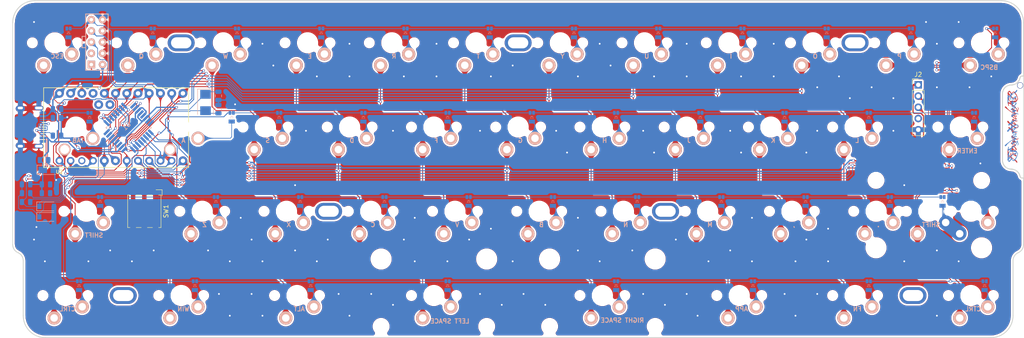
<source format=kicad_pcb>
(kicad_pcb (version 20171130) (host pcbnew "(5.0.2)-1")
  (title_block (title EUH40) (date 2019-03-29) (rev a) (company HnahKB))
  (layers (0 F.Cu signal) (31 B.Cu signal) (34 B.Paste user) (35 F.Paste user) (36 B.SilkS user) (37 F.SilkS user) (38 B.Mask user) (39 F.Mask user) (44 Edge.Cuts user))
  (net 0 "")
  (net 1 GND)
  (net 2 /XTAL2)
  (net 3 /XTAL1)
  (net 4 /ROW0)
  (net 5 "Net-(D3-Pad2)")
  (net 6 /ROW1)
  (net 7 "Net-(D4-Pad2)")
  (net 8 /ROW2)
  (net 9 "Net-(D5-Pad2)")
  (net 10 /ROW3)
  (net 11 "Net-(D6-Pad2)")
  (net 12 "Net-(D7-Pad2)")
  (net 13 "Net-(D8-Pad2)")
  (net 14 "Net-(D9-Pad2)")
  (net 15 "Net-(D10-Pad2)")
  (net 16 "Net-(D11-Pad2)")
  (net 17 "Net-(D12-Pad2)")
  (net 18 "Net-(D13-Pad2)")
  (net 19 "Net-(D14-Pad2)")
  (net 20 "Net-(D17-Pad2)")
  (net 21 "Net-(D18-Pad2)")
  (net 22 "Net-(D19-Pad2)")
  (net 23 "Net-(D20-Pad2)")
  (net 24 "Net-(D21-Pad2)")
  (net 25 "Net-(D22-Pad2)")
  (net 26 "Net-(D23-Pad2)")
  (net 27 "Net-(D24-Pad2)")
  (net 28 "Net-(D25-Pad2)")
  (net 29 "Net-(D26-Pad2)")
  (net 30 "Net-(D27-Pad2)")
  (net 31 "Net-(D28-Pad2)")
  (net 32 "Net-(D29-Pad2)")
  (net 33 "Net-(D30-Pad2)")
  (net 34 "Net-(D31-Pad2)")
  (net 35 "Net-(D32-Pad2)")
  (net 36 "Net-(D33-Pad2)")
  (net 37 "Net-(D34-Pad2)")
  (net 38 "Net-(D35-Pad2)")
  (net 39 "Net-(D36-Pad2)")
  (net 40 "Net-(D37-Pad2)")
  (net 41 "Net-(D38-Pad2)")
  (net 42 "Net-(D39-Pad2)")
  (net 43 "Net-(D40-Pad2)")
  (net 44 "Net-(D41-Pad2)")
  (net 45 "Net-(D42-Pad2)")
  (net 46 "Net-(D43-Pad2)")
  (net 47 "Net-(D44-Pad2)")
  (net 48 "Net-(D45-Pad2)")
  (net 49 "Net-(D46-Pad2)")
  (net 50 /RESET)
  (net 51 VCC)
  (net 52 /SDA)
  (net 53 /SCL)
  (net 54 /D+)
  (net 55 /D-)
  (net 56 /COL3)
  (net 57 /COL0)
  (net 58 /COL1)
  (net 59 /COL2)
  (net 60 /COL4)
  (net 61 /COL5)
  (net 62 /COL6)
  (net 63 /COL7)
  (net 64 /COL8)
  (net 65 /COL9)
  (net 66 /COL10)
  (net 67 /COL11)
  (net 68 /d-_USB)
  (net 69 /d+_USB)
  (net 70 "Net-(R9-Pad1)")
  (net 71 "Net-(R10-Pad1)")
  (module "Footprint_hnah87:From HnahKB" (layer B.Cu) (at 216.404215 18.88241 270)
    (fp_text reference G*** hide)
    (fp_text value LOGO hide)
    (fp_poly (pts (xy 4.367746 1.572616) (xy 4.404075 1.548286) (xy 4.478963 1.488729) (xy 4.508297 1.436277) (xy 4.492516 1.380841) (xy 4.43206 1.312337) (xy 4.415046 1.296543) (xy 4.344111 1.231345) (xy 4.280451 1.171811) (xy 4.251826 1.144409) (xy 4.205509 1.106688) (xy 4.173605 1.0922) (xy 4.140062 1.075154) (xy 4.083001 1.030786) (xy 4.013198 0.969254) (xy 3.941426 0.900714) (xy 3.878462 0.835324) (xy 3.83508 0.783239) (xy 3.82244 0.761184) (xy 3.796391 0.720483) (xy 3.775407 0.7112) (xy 3.746708 0.692528) (xy 3.700211 0.645446) (xy 3.64697 0.58336) (xy 3.598035 0.519675) (xy 3.56446 0.467794) (xy 3.556 0.445086) (xy 3.540452 0.414763) (xy 3.500147 0.359013) (xy 3.444588 0.289919) (xy 3.383281 0.219559) (xy 3.353584 0.187827) (xy 3.316084 0.139724) (xy 3.302 0.105057) (xy 3.288039 0.068935) (xy 3.252411 0.00916) (xy 3.2258 -0.02943) (xy 3.181911 -0.095819) (xy 3.15437 -0.14864) (xy 3.1496 -0.166193) (xy 3.129499 -0.203259) (xy 3.11783 -0.209955) (xy 3.090999 -0.236958) (xy 3.05197 -0.295421) (xy 3.007248 -0.372897) (xy 2.963338 -0.45694) (xy 2.926745 -0.535102) (xy 2.903974 -0.594935) (xy 2.901478 -0.623944) (xy 2.929358 -0.619657) (xy 2.984065 -0.592034) (xy 3.05284 -0.54958) (xy 3.122925 -0.500797) (xy 3.181561 -0.45419) (xy 3.21599 -0.418261) (xy 3.219238 -0.41216) (xy 3.245075 -0.386818) (xy 3.305578 -0.342897) (xy 3.391255 -0.286935) (xy 3.476393 -0.235016) (xy 3.575678 -0.175602) (xy 3.658 -0.125093) (xy 3.713951 -0.089341) (xy 3.7338 -0.074866) (xy 3.777964 -0.043463) (xy 3.849905 -0.010501) (xy 3.927642 0.015343) (xy 3.987765 0.0254) (xy 4.056353 0.007793) (xy 4.099898 -0.022966) (xy 4.128797 -0.066773) (xy 4.119596 -0.108933) (xy 4.110424 -0.124566) (xy 4.07441 -0.165562) (xy 4.048565 -0.1778) (xy 4.017876 -0.196917) (xy 3.973431 -0.24523) (xy 3.95247 -0.27305) (xy 3.893126 -0.355935) (xy 3.827789 -0.445963) (xy 3.810239 -0.4699) (xy 3.766441 -0.53524) (xy 3.739104 -0.587177) (xy 3.734643 -0.603342) (xy 3.722795 -0.644439) (xy 3.694243 -0.708239) (xy 3.683 -0.729965) (xy 3.651182 -0.795988) (xy 3.633491 -0.845629) (xy 3.6322 -0.854757) (xy 3.612216 -0.889994) (xy 3.603459 -0.894346) (xy 3.58094 -0.923893) (xy 3.568177 -0.979013) (xy 3.56158 -1.041649) (xy 3.555809 -1.0795) (xy 3.552597 -1.143965) (xy 3.571645 -1.186154) (xy 3.590841 -1.1938) (xy 3.640695 -1.177627) (xy 3.719143 -1.13336) (xy 3.817464 -1.067374) (xy 3.926934 -0.986043) (xy 4.038832 -0.895743) (xy 4.144437 -0.802848) (xy 4.204139 -0.745533) (xy 4.346419 -0.597312) (xy 4.44902 -0.477377) (xy 4.511598 -0.386206) (xy 4.533807 -0.32428) (xy 4.525319 -0.298759) (xy 4.499587 -0.255429) (xy 4.500631 -0.216942) (xy 4.523397 -0.2032) (xy 4.578005 -0.183885) (xy 4.651904 -0.13194) (xy 4.735268 -0.056364) (xy 4.818273 0.033844) (xy 4.891095 0.129685) (xy 4.897746 0.1397) (xy 4.988217 0.285059) (xy 5.06436 0.421221) (xy 5.121595 0.539144) (xy 5.155344 0.629783) (xy 5.161924 0.661532) (xy 5.161082 0.701235) (xy 5.138159 0.721122) (xy 5.080217 0.73023) (xy 5.061503 0.731684) (xy 4.934465 0.720101) (xy 4.836024 0.687234) (xy 4.756083 0.652817) (xy 4.709729 0.640096) (xy 4.68388 0.650709) (xy 4.66545 0.686294) (xy 4.656544 0.709691) (xy 4.641837 0.755214) (xy 4.649221 0.780437) (xy 4.688714 0.796494) (xy 4.746226 0.80939) (xy 4.833098 0.824737) (xy 4.945636 0.840547) (xy 5.0546 0.852886) (xy 5.168643 0.868851) (xy 5.244638 0.890148) (xy 5.272251 0.90845) (xy 5.295278 0.928115) (xy 5.329917 0.925536) (xy 5.390772 0.898839) (xy 5.405601 0.891346) (xy 5.468438 0.854) (xy 5.506539 0.821152) (xy 5.5118 0.810061) (xy 5.499678 0.774414) (xy 5.468355 0.70925) (xy 5.425394 0.628228) (xy 5.378358 0.54501) (xy 5.334811 0.473255) (xy 5.302316 0.426624) (xy 5.295334 0.4191) (xy 5.255235 0.372229) (xy 5.216985 0.311294) (xy 5.191171 0.255176) (xy 5.186833 0.225599) (xy 5.209635 0.229832) (xy 5.266662 0.258553) (xy 5.350296 0.307443) (xy 5.452918 0.372185) (xy 5.499584 0.402888) (xy 5.642617 0.495106) (xy 5.803756 0.594219) (xy 5.962735 0.687999) (xy 6.092912 0.760804) (xy 6.381924 0.916129) (xy 6.479116 0.865469) (xy 6.532997 0.839927) (xy 6.580128 0.828211) (xy 6.637271 0.829418) (xy 6.721188 0.842649) (xy 6.761682 0.850278) (xy 6.885832 0.870996) (xy 7.028466 0.890354) (xy 7.150177 0.903343) (xy 7.267469 0.918206) (xy 7.354685 0.93883) (xy 7.39775 0.959707) (xy 7.4368 0.985202) (xy 7.470948 0.972614) (xy 7.48665 0.959544) (xy 7.537597 0.932929) (xy 7.615897 0.909979) (xy 7.656796 0.902494) (xy 7.735233 0.88548) (xy 7.799584 0.853848) (xy 7.868359 0.797082) (xy 7.904446 0.761778) (xy 7.985331 0.670298) (xy 8.023063 0.595137) (xy 8.017793 0.526055) (xy 7.969675 0.452814) (xy 7.909921 0.392982) (xy 7.835737 0.331074) (xy 7.753941 0.277642) (xy 7.651702 0.225505) (xy 7.516187 0.167479) (xy 7.483849 0.15449) (xy 7.411198 0.125537) (xy 7.509249 0.054485) (xy 7.627466 -0.050286) (xy 7.72413 -0.173174) (xy 7.791585 -0.301922) (xy 7.822175 -0.424274) (xy 7.8232 -0.448223) (xy 7.807342 -0.53297) (xy 7.766675 -0.622454) (xy 7.711553 -0.699369) (xy 7.652333 -0.746407) (xy 7.642492 -0.750222) (xy 7.603015 -0.772785) (xy 7.5946 -0.788459) (xy 7.573057 -0.816859) (xy 7.520599 -0.849044) (xy 7.455479 -0.876033) (xy 7.39595 -0.888842) (xy 7.390283 -0.889) (xy 7.339012 -0.90982) (xy 7.322925 -0.938402) (xy 7.28763 -0.984499) (xy 7.204802 -1.039723) (xy 7.076693 -1.103106) (xy 6.905558 -1.17368) (xy 6.693649 -1.250478) (xy 6.443219 -1.332531) (xy 6.310096 -1.373467) (xy 6.221384 -1.392307) (xy 6.135122 -1.397766) (xy 6.064975 -1.390531) (xy 6.024608 -1.371287) (xy 6.0198 -1.3589) (xy 6.042021 -1.328345) (xy 6.085983 -1.3208) (xy 6.166897 -1.311785) (xy 6.275264 -1.288245) (xy 6.391748 -1.25543) (xy 6.49701 -1.218593) (xy 6.551444 -1.194372) (xy 6.637727 -1.152636) (xy 6.731048 -1.110896) (xy 6.7437 -1.105561) (xy 6.893962 -1.035521) (xy 7.049576 -0.95001) (xy 7.203158 -0.854436) (xy 7.347325 -0.754206) (xy 7.474694 -0.654727) (xy 7.577882 -0.561406) (xy 7.649507 -0.479651) (xy 7.681287 -0.418874) (xy 7.680065 -0.331432) (xy 7.642911 -0.238313) (xy 7.578727 -0.157732) (xy 7.538978 -0.127651) (xy 7.430044 -0.086337) (xy 7.333705 -0.076294) (xy 7.257825 -0.072822) (xy 7.21551 -0.05729) (xy 7.189699 -0.02179) (xy 7.182744 -0.00635) (xy 7.148635 0.06018) (xy 7.118126 0.105437) (xy 7.101573 0.132754) (xy 7.116371 0.149159) (xy 7.17125 0.162175) (xy 7.187158 0.164925) (xy 7.3196 0.202638) (xy 7.455028 0.267425) (xy 7.582701 0.351309) (xy 7.691877 0.446316) (xy 7.771813 0.544471) (xy 7.809376 0.626868) (xy 7.810908 0.68806) (xy 7.774561 0.723135) (xy 7.695801 0.73597) (xy 7.681504 0.736212) (xy 7.625326 0.724256) (xy 7.551719 0.693459) (xy 7.475172 0.652061) (xy 7.410171 0.608302) (xy 7.371203 0.570423) (xy 7.366 0.556748) (xy 7.344943 0.532914) (xy 7.293225 0.503852) (xy 7.282872 0.499349) (xy 7.234527 0.471245) (xy 7.158813 0.418548) (xy 7.066811 0.349865) (xy 6.969602 0.273803) (xy 6.878266 0.198971) (xy 6.803885 0.133974) (xy 6.7691 0.100265) (xy 6.730838 0.061826) (xy 6.69925 0.031178) (xy 6.664868 -0.007973) (xy 6.6548 -0.028417) (xy 6.637951 -0.052597) (xy 6.59264 -0.103677) (xy 6.526718 -0.173031) (xy 6.480742 -0.219622) (xy 6.34849 -0.365459) (xy 6.256376 -0.497463) (xy 6.206457 -0.612331) (xy 6.1976 -0.674106) (xy 6.202584 -0.719084) (xy 6.227842 -0.731296) (xy 6.275477 -0.723531) (xy 6.340381 -0.720643) (xy 6.411596 -0.73306) (xy 6.471248 -0.755643) (xy 6.501462 -0.783254) (xy 6.5024 -0.788769) (xy 6.481475 -0.811989) (xy 6.451091 -0.825661) (xy 6.402782 -0.849801) (xy 6.333383 -0.894467) (xy 6.283868 -0.930426) (xy 6.199788 -0.987321) (xy 6.138198 -1.006603) (xy 6.087488 -0.988315) (xy 6.03605 -0.9325) (xy 6.035191 -0.931347) (xy 5.9817 -0.859395) (xy 6.03885 -0.812976) (xy 6.081325 -0.757652) (xy 6.096 -0.703972) (xy 6.113484 -0.604538) (xy 6.162253 -0.479301) (xy 6.23678 -0.337464) (xy 6.331537 -0.188231) (xy 6.440998 -0.040806) (xy 6.559635 0.095608) (xy 6.602158 0.138905) (xy 6.672569 0.210877) (xy 6.726429 0.271184) (xy 6.75511 0.309957) (xy 6.757608 0.316705) (xy 6.776008 0.343219) (xy 6.825004 0.395182) (xy 6.896831 0.46474) (xy 6.971789 0.5334) (xy 7.069895 0.624219) (xy 7.128985 0.686569) (xy 7.150731 0.722398) (xy 7.143308 0.73309) (xy 7.095473 0.732294) (xy 7.018094 0.720758) (xy 6.930227 0.702521) (xy 6.85093 0.681623) (xy 6.79926 0.662105) (xy 6.7945 0.659147) (xy 6.753677 0.64317) (xy 6.687926 0.628346) (xy 6.6802 0.627083) (xy 6.601874 0.612934) (xy 6.504076 0.592859) (xy 6.457016 0.582422) (xy 6.377076 0.566225) (xy 6.328103 0.565521) (xy 6.292035 0.582519) (xy 6.265068 0.605872) (xy 6.216249 0.638875) (xy 6.183452 0.637945) (xy 6.147422 0.618552) (xy 6.079578 0.591692) (xy 6.0198 0.571359) (xy 5.936103 0.541593) (xy 5.868881 0.512172) (xy 5.842 0.49622) (xy 5.792059 0.465589) (xy 5.724208 0.434053) (xy 5.722192 0.433251) (xy 5.657341 0.400935) (xy 5.612373 0.367011) (xy 5.611134 0.36557) (xy 5.600694 0.338499) (xy 5.626374 0.313933) (xy 5.672121 0.29246) (xy 5.73011 0.263901) (xy 5.750408 0.234515) (xy 5.743702 0.18797) (xy 5.742739 0.184508) (xy 5.731941 0.120067) (xy 5.724875 0.025384) (xy 5.72143 -0.087273) (xy 5.721492 -0.205637) (xy 5.724946 -0.317438) (xy 5.73168 -0.41041) (xy 5.74158 -0.472285) (xy 5.748977 -0.489363) (xy 5.766766 -0.533463) (xy 5.773855 -0.603513) (xy 5.773424 -0.6223) (xy 5.782467 -0.752717) (xy 5.817432 -0.886905) (xy 5.871818 -1.004667) (xy 5.915587 -1.064002) (xy 5.968785 -1.112863) (xy 6.022913 -1.136218) (xy 6.100671 -1.14289) (xy 6.11889 -1.143) (xy 6.19216 -1.147047) (xy 6.239108 -1.157414) (xy 6.2484 -1.165915) (xy 6.226046 -1.190212) (xy 6.170299 -1.215304) (xy 6.098131 -1.23535) (xy 6.026513 -1.244507) (xy 6.0198 -1.2446) (xy 5.9252 -1.231823) (xy 5.825375 -1.198102) (xy 5.732697 -1.150355) (xy 5.659537 -1.095497) (xy 5.618269 -1.040445) (xy 5.6134 -1.017424) (xy 5.597072 -0.9714) (xy 5.578982 -0.957427) (xy 5.565881 -0.950164) (xy 5.554507 -0.935413) (xy 5.543644 -0.907191) (xy 5.532075 -0.859517) (xy 5.518587 -0.786406) (xy 5.501962 -0.681878) (xy 5.480987 -0.539948) (xy 5.454444 -0.354635) (xy 5.449624 -0.320732) (xy 5.428086 -0.177833) (xy 5.406804 -0.052076) (xy 5.387458 0.047704) (xy 5.37173 0.112672) (xy 5.363222 0.133338) (xy 5.311279 0.151609) (xy 5.237155 0.129629) (xy 5.14506 0.070552) (xy 5.039203 -0.022467) (xy 4.923796 -0.146273) (xy 4.822461 -0.271874) (xy 4.747552 -0.366365) (xy 4.679027 -0.445446) (xy 4.624992 -0.500201) (xy 4.59571 -0.521236) (xy 4.55544 -0.549099) (xy 4.5466 -0.571949) (xy 4.526919 -0.613925) (xy 4.509407 -0.627889) (xy 4.47811 -0.652601) (xy 4.418502 -0.705672) (xy 4.3385 -0.779852) (xy 4.246025 -0.867893) (xy 4.223657 -0.889501) (xy 4.096589 -1.00822) (xy 3.990284 -1.096444) (xy 3.893232 -1.162907) (xy 3.793919 -1.216342) (xy 3.79095 -1.217757) (xy 3.705124 -1.261306) (xy 3.640633 -1.299342) (xy 3.608498 -1.325189) (xy 3.6068 -1.329256) (xy 3.629664 -1.373107) (xy 3.691428 -1.403566) (xy 3.78185 -1.420112) (xy 3.890685 -1.422222) (xy 4.007692 -1.409373) (xy 4.122626 -1.381043) (xy 4.18148 -1.358571) (xy 4.257979 -1.326626) (xy 4.313595 -1.306946) (xy 4.334684 -1.303617) (xy 4.326158 -1.326256) (xy 4.286215 -1.365318) (xy 4.227179 -1.411394) (xy 4.161374 -1.455075) (xy 4.101126 -1.486952) (xy 4.087596 -1.49225) (xy 4.011014 -1.514533) (xy 3.942384 -1.520126) (xy 3.861686 -1.50875) (xy 3.777519 -1.487926) (xy 3.691885 -1.456784) (xy 3.618273 -1.416545) (xy 3.597348 -1.400051) (xy 3.555371 -1.368035) (xy 3.507929 -1.35498) (xy 3.436295 -1.357178) (xy 3.400357 -1.361063) (xy 3.312573 -1.367592) (xy 3.259914 -1.360004) (xy 3.22918 -1.337573) (xy 3.207104 -1.28921) (xy 3.209936 -1.242663) (xy 3.234044 -1.216553) (xy 3.252708 -1.216914) (xy 3.303371 -1.227789) (xy 3.368763 -1.238383) (xy 3.448227 -1.249437) (xy 3.449942 -1.067122) (xy 3.453867 -0.972867) (xy 3.462564 -0.897342) (xy 3.474198 -0.856137) (xy 3.474904 -0.855154) (xy 3.493737 -0.811921) (xy 3.51062 -0.742957) (xy 3.513257 -0.727296) (xy 3.539484 -0.6321) (xy 3.586967 -0.518726) (xy 3.645331 -0.408747) (xy 3.704201 -0.323734) (xy 3.711146 -0.315862) (xy 3.746741 -0.267083) (xy 3.7592 -0.233312) (xy 3.74317 -0.204685) (xy 3.695709 -0.214551) (xy 3.617757 -0.262252) (xy 3.510255 -0.347132) (xy 3.374144 -0.468535) (xy 3.243274 -0.593479) (xy 3.161394 -0.672068) (xy 3.092568 -0.735449) (xy 3.044929 -0.776303) (xy 3.027374 -0.787857) (xy 3.000638 -0.806746) (xy 2.957173 -0.852845) (xy 2.908929 -0.911431) (xy 2.867855 -0.967783) (xy 2.845901 -1.007179) (xy 2.8448 -1.012792) (xy 2.828709 -1.048944) (xy 2.783946 -1.047713) (xy 2.715777 -1.009519) (xy 2.705249 -1.001691) (xy 2.650459 -0.950238) (xy 2.619082 -0.902052) (xy 2.6162 -0.888425) (xy 2.630033 -0.840813) (xy 2.669032 -0.757463) (xy 2.729447 -0.644402) (xy 2.807527 -0.50766) (xy 2.899522 -0.353265) (xy 3.00168 -0.187244) (xy 3.110251 -0.015627) (xy 3.221484 0.155559) (xy 3.331629 0.320286) (xy 3.436935 0.472524) (xy 3.533652 0.606245) (xy 3.600285 0.693272) (xy 3.685817 0.802313) (xy 3.768617 0.90968) (xy 3.838635 1.002243) (xy 3.88209 1.061572) (xy 3.962122 1.170876) (xy 4.048433 1.283073) (xy 4.12949 1.383533) (xy 4.193765 1.457624) (xy 4.19645 1.4605) (xy 4.246913 1.519392) (xy 4.278197 1.560986) (xy 4.301672 1.590263) (xy 4.32622 1.594674) (xy 4.367746 1.572616)) (layer B.Cu) (width 0.01))
    (fp_poly (pts (xy 1.086374 1.012863) (xy 1.152431 0.986014) (xy 1.166583 0.97884) (xy 1.224039 0.937592) (xy 1.256784 0.892054) (xy 1.258182 0.854665) (xy 1.240161 0.840954) (xy 1.209073 0.819714) (xy 1.150801 0.770895) (xy 1.074504 0.702411) (xy 1.011716 0.64362) (xy 0.927366 0.566713) (xy 0.853062 0.505236) (xy 0.798241 0.466644) (xy 0.775679 0.457201) (xy 0.73707 0.435982) (xy 0.712197 0.396324) (xy 0.680267 0.346809) (xy 0.622347 0.28331) (xy 0.573126 0.238545) (xy 0.511236 0.183699) (xy 0.469177 0.14047) (xy 0.4572 0.121622) (xy 0.479987 0.109874) (xy 0.537956 0.102472) (xy 0.57785 0.101212) (xy 0.675912 0.096684) (xy 0.724049 0.084587) (xy 0.722401 0.06596) (xy 0.671108 0.041843) (xy 0.570312 0.013276) (xy 0.565841 0.012197) (xy 0.468486 -0.013148) (xy 0.388601 -0.03753) (xy 0.340668 -0.056439) (xy 0.335869 -0.059402) (xy 0.302737 -0.094303) (xy 0.257525 -0.153624) (xy 0.210598 -0.222091) (xy 0.172321 -0.28443) (xy 0.153059 -0.325367) (xy 0.1524 -0.329761) (xy 0.131447 -0.354472) (xy 0.101231 -0.368417) (xy 0.066285 -0.390131) (xy 0.064173 -0.40749) (xy 0.05671 -0.437644) (xy 0.019762 -0.481051) (xy 0.013742 -0.486441) (xy -0.030913 -0.537774) (xy -0.050741 -0.585306) (xy -0.0508 -0.587281) (xy -0.062337 -0.633131) (xy -0.073819 -0.646228) (xy -0.101487 -0.680992) (xy -0.138948 -0.750433) (xy -0.180372 -0.840894) (xy -0.219927 -0.938713) (xy -0.251781 -1.030231) (xy -0.270104 -1.10179) (xy -0.271116 -1.10838) (xy -0.275819 -1.18374) (xy -0.258815 -1.235323) (xy -0.220231 -1.280679) (xy -0.182643 -1.313622) (xy -0.14199 -1.333233) (xy -0.084212 -1.342903) (xy 0.00475 -1.346024) (xy 0.051315 -1.3462) (xy 0.154999 -1.342906) (xy 0.243893 -1.334182) (xy 0.301766 -1.321757) (xy 0.308645 -1.318742) (xy 0.358779 -1.300893) (xy 0.37315 -1.314022) (xy 0.348944 -1.35044) (xy 0.327448 -1.370126) (xy 0.290132 -1.396737) (xy 0.244638 -1.41685) (xy 0.178618 -1.434198) (xy 0.079723 -1.452511) (xy 0.0254 -1.46139) (xy -0.039179 -1.459261) (xy -0.119974 -1.44126) (xy -0.1397 -1.434661) (xy -0.202845 -1.411967) (xy -0.240929 -1.398735) (xy -0.245453 -1.397382) (xy -0.261423 -1.378624) (xy -0.297915 -1.330913) (xy -0.328003 -1.290396) (xy -0.379202 -1.208741) (xy -0.40205 -1.130646) (xy -0.4064 -1.050713) (xy -0.389825 -0.917411) (xy -0.342048 -0.754442) (xy -0.265999 -0.569769) (xy -0.164604 -0.371352) (xy -0.141921 -0.331378) (xy -0.09075 -0.240978) (xy -0.051021 -0.167584) (xy -0.028457 -0.121927) (xy -0.0254 -0.112881) (xy -0.04891 -0.106079) (xy -0.11247 -0.104056) (xy -0.205628 -0.106105) (xy -0.317932 -0.111522) (xy -0.438929 -0.1196) (xy -0.558167 -0.129634) (xy -0.665192 -0.14092) (xy -0.749553 -0.152751) (xy -0.800797 -0.164422) (xy -0.803275 -0.165377) (xy -0.868295 -0.206291) (xy -0.935773 -0.26963) (xy -0.955675 -0.293595) (xy -1.013774 -0.365532) (xy -1.070687 -0.429683) (xy -1.08585 -0.44518) (xy -1.126515 -0.497409) (xy -1.143 -0.542662) (xy -1.159177 -0.592477) (xy -1.18745 -0.633179) (xy -1.239781 -0.694017) (xy -1.278428 -0.750176) (xy -1.31683 -0.822541) (xy -1.338613 -0.868082) (xy -1.372862 -0.954724) (xy -1.380395 -1.021133) (xy -1.372136 -1.064932) (xy -1.362978 -1.124383) (xy -1.378481 -1.140743) (xy -1.413901 -1.112345) (xy -1.43366 -1.086548) (xy -1.466678 -1.001344) (xy -1.4638 -0.889582) (xy -1.424517 -0.749463) (xy -1.348322 -0.57919) (xy -1.234708 -0.376964) (xy -1.232087 -0.37264) (xy -1.180511 -0.285881) (xy -1.140999 -0.215975) (xy -1.11967 -0.173897) (xy -1.1176 -0.16732) (xy -1.141033 -0.161785) (xy -1.203886 -0.160839) (xy -1.29499 -0.164444) (xy -1.350135 -0.168128) (xy -1.461605 -0.175215) (xy -1.529666 -0.175701) (xy -1.561341 -0.169109) (xy -1.56365 -0.154967) (xy -1.562935 -0.153749) (xy -1.514244 -0.113432) (xy -1.423095 -0.074333) (xy -1.297803 -0.039383) (xy -1.168603 -0.014803) (xy -0.978305 0.014797) (xy -0.794109 0.280449) (xy -0.718157 0.386874) (xy -0.646375 0.481918) (xy -0.586705 0.555406) (xy -0.547091 0.597167) (xy -0.546256 0.597855) (xy -0.502008 0.641426) (xy -0.482636 0.675543) (xy -0.4826 0.676468) (xy -0.460666 0.725056) (xy -0.408631 0.762958) (xy -0.347151 0.777339) (xy -0.325671 0.773986) (xy -0.247774 0.735945) (xy -0.194013 0.682635) (xy -0.1778 0.635737) (xy -0.195346 0.598938) (xy -0.238475 0.545534) (xy -0.292928 0.490131) (xy -0.344444 0.447332) (xy -0.377099 0.43164) (xy -0.400693 0.412307) (xy -0.435398 0.365604) (xy -0.437838 0.36179) (xy -0.479844 0.30119) (xy -0.537867 0.224167) (xy -0.571188 0.182176) (xy -0.620386 0.117645) (xy -0.652788 0.067649) (xy -0.6604 0.048826) (xy -0.648458 0.03455) (xy -0.609373 0.027596) (xy -0.538259 0.028154) (xy -0.43023 0.036415) (xy -0.280397 0.052567) (xy -0.147125 0.068784) (xy 0.20105 0.112463) (xy 0.246001 0.195932) (xy 0.281656 0.250612) (xy 0.312364 0.279179) (xy 0.316926 0.280328) (xy 0.344216 0.300662) (xy 0.385737 0.351697) (xy 0.413388 0.392552) (xy 0.457531 0.454132) (xy 0.527038 0.541717) (xy 0.612715 0.644079) (xy 0.705365 0.749992) (xy 0.714281 0.759925) (xy 0.820481 0.87482) (xy 0.902928 0.953757) (xy 0.969485 1.000539) (xy 1.028013 1.018973) (xy 1.086374 1.012863)) (layer B.Cu) (width 0.01))
    (fp_poly (pts (xy -3.756888 0.204137) (xy -3.70775 0.159771) (xy -3.690517 0.135354) (xy -3.665174 0.089078) (xy -3.672507 0.060288) (xy -3.698503 0.037952) (xy -3.74188 0.009274) (xy -3.76214 0.000808) (xy -3.787312 -0.016099) (xy -3.836562 -0.058821) (xy -3.898974 -0.116831) (xy -3.963631 -0.179603) (xy -4.019615 -0.23661) (xy -4.05601 -0.277325) (xy -4.064 -0.290264) (xy -4.078906 -0.316073) (xy -4.118141 -0.369688) (xy -4.173483 -0.439918) (xy -4.1783 -0.445847) (xy -4.238698 -0.528871) (xy -4.279317 -0.602385) (xy -4.296365 -0.657271) (xy -4.286048 -0.684411) (xy -4.278127 -0.6858) (xy -4.247947 -0.671459) (xy -4.186207 -0.632501) (xy -4.101811 -0.57502) (xy -4.003662 -0.505113) (xy -3.900665 -0.428873) (xy -3.880816 -0.41382) (xy -3.77977 -0.341491) (xy -3.668548 -0.269341) (xy -3.557602 -0.203329) (xy -3.457381 -0.149409) (xy -3.378337 -0.113539) (xy -3.333034 -0.1016) (xy -3.27426 -0.116248) (xy -3.241059 -0.134688) (xy -3.217571 -0.156384) (xy -3.21371 -0.182703) (xy -3.231938 -0.226743) (xy -3.271366 -0.295921) (xy -3.333514 -0.409917) (xy -3.364712 -0.487765) (xy -3.365077 -0.528411) (xy -3.334729 -0.530798) (xy -3.273785 -0.493871) (xy -3.251139 -0.47625) (xy -3.177013 -0.419881) (xy -3.077112 -0.348437) (xy -2.963695 -0.270193) (xy -2.849019 -0.193421) (xy -2.745341 -0.126398) (xy -2.664919 -0.077398) (xy -2.639711 -0.0635) (xy -2.561105 -0.022591) (xy -2.463789 0.028344) (xy -2.400682 0.061511) (xy -2.259783 0.135721) (xy -2.183992 0.063109) (xy -2.127627 0.0006) (xy -2.113895 -0.048046) (xy -2.143277 -0.097316) (xy -2.19075 -0.140772) (xy -2.247532 -0.195797) (xy -2.286471 -0.247045) (xy -2.29174 -0.257893) (xy -2.328478 -0.306429) (xy -2.35524 -0.32274) (xy -2.38733 -0.33977) (xy -2.421484 -0.371636) (xy -2.465215 -0.427069) (xy -2.526033 -0.514802) (xy -2.545614 -0.544043) (xy -2.595205 -0.614684) (xy -2.640096 -0.672582) (xy -2.654354 -0.688681) (xy -2.692074 -0.747941) (xy -2.704989 -0.786821) (xy -2.72867 -0.845485) (xy -2.750988 -0.87284) (xy -2.789546 -0.924142) (xy -2.829539 -1.007004) (xy -2.864137 -1.102864) (xy -2.886514 -1.193159) (xy -2.890726 -1.252739) (xy -2.884198 -1.298154) (xy -2.867326 -1.322243) (xy -2.827222 -1.33177) (xy -2.750999 -1.333496) (xy -2.736804 -1.3335) (xy -2.658327 -1.336399) (xy -2.605315 -1.343909) (xy -2.590754 -1.351897) (xy -2.611569 -1.375727) (xy -2.660943 -1.406052) (xy -2.719403 -1.432835) (xy -2.767474 -1.446038) (xy -2.773689 -1.446189) (xy -2.82344 -1.435729) (xy -2.858382 -1.423631) (xy -2.933739 -1.367374) (xy -2.984673 -1.276332) (xy -3.007187 -1.16223) (xy -2.997284 -1.036795) (xy -2.994444 -1.024434) (xy -2.965525 -0.933232) (xy -2.919611 -0.818426) (xy -2.863092 -0.693257) (xy -2.80236 -0.57097) (xy -2.743804 -0.46481) (xy -2.693818 -0.38802) (xy -2.678196 -0.369076) (xy -2.63731 -0.32244) (xy -2.61677 -0.294078) (xy -2.6162 -0.2921) (xy -2.600683 -0.268799) (xy -2.562336 -0.224027) (xy -2.552041 -0.212788) (xy -2.513084 -0.15891) (xy -2.508993 -0.122929) (xy -2.511023 -0.120417) (xy -2.549032 -0.116036) (xy -2.616521 -0.140484) (xy -2.705123 -0.1887) (xy -2.806471 -0.255625) (xy -2.912201 -0.336199) (xy -3.011686 -0.423227) (xy -3.088226 -0.494461) (xy -3.179741 -0.578338) (xy -3.246636 -0.63888) (xy -3.312095 -0.700163) (xy -3.35921 -0.749009) (xy -3.378167 -0.775213) (xy -3.3782 -0.775667) (xy -3.394688 -0.804678) (xy -3.434438 -0.848738) (xy -3.43535 -0.849624) (xy -3.485114 -0.903249) (xy -3.5179 -0.946657) (xy -3.540443 -0.972246) (xy -3.57332 -0.972639) (xy -3.627131 -0.952058) (xy -3.681291 -0.924076) (xy -3.701108 -0.891164) (xy -3.697216 -0.832654) (xy -3.695153 -0.819837) (xy -3.678894 -0.742063) (xy -3.66002 -0.678631) (xy -3.657797 -0.6731) (xy -3.636223 -0.623037) (xy -3.602397 -0.545364) (xy -3.572131 -0.47625) (xy -3.542882 -0.401215) (xy -3.529392 -0.348515) (xy -3.533833 -0.3302) (xy -3.571307 -0.343087) (xy -3.635341 -0.375795) (xy -3.710615 -0.419394) (xy -3.781808 -0.464955) (xy -3.833598 -0.503548) (xy -3.837991 -0.50748) (xy -3.878442 -0.542125) (xy -3.944914 -0.596314) (xy -4.023243 -0.658506) (xy -4.02566 -0.6604) (xy -4.112659 -0.729243) (xy -4.196408 -0.796679) (xy -4.254504 -0.84455) (xy -4.339775 -0.899514) (xy -4.410316 -0.910371) (xy -4.462053 -0.876781) (xy -4.470981 -0.862515) (xy -4.483865 -0.818672) (xy -4.460893 -0.780333) (xy -4.440125 -0.76176) (xy -4.404517 -0.727697) (xy -4.398558 -0.712123) (xy -4.399254 -0.712045) (xy -4.403557 -0.691363) (xy -4.383746 -0.63595) (xy -4.344073 -0.553216) (xy -4.288792 -0.450574) (xy -4.222156 -0.335432) (xy -4.148418 -0.215203) (xy -4.07183 -0.097297) (xy -3.996647 0.010876) (xy -3.944836 0.079765) (xy -3.869179 0.1655) (xy -3.808614 0.206502) (xy -3.756888 0.204137)) (layer B.Cu) (width 0.01))
    (fp_poly (pts (xy 1.022082 0.098383) (xy 1.07315 0.084828) (xy 1.112648 0.059929) (xy 1.10437 0.02059) (xy 1.048822 -0.031839) (xy 1.022176 -0.050478) (xy 0.964877 -0.094628) (xy 0.884102 -0.164733) (xy 0.791693 -0.250231) (xy 0.720085 -0.319887) (xy 0.618101 -0.426257) (xy 0.537174 -0.519909) (xy 0.479173 -0.597052) (xy 0.445966 -0.653896) (xy 0.439424 -0.68665) (xy 0.461413 -0.691523) (xy 0.513803 -0.664725) (xy 0.569651 -0.625027) (xy 0.658651 -0.563573) (xy 0.77992 -0.488585) (xy 0.920135 -0.407443) (xy 1.065972 -0.327526) (xy 1.204107 -0.256212) (xy 1.321215 -0.20088) (xy 1.376634 -0.178128) (xy 1.459547 -0.149137) (xy 1.513204 -0.138336) (xy 1.555347 -0.144632) (xy 1.598884 -0.164419) (xy 1.651085 -0.197553) (xy 1.67604 -0.225466) (xy 1.6764 -0.227907) (xy 1.661988 -0.257742) (xy 1.62365 -0.316554) (xy 1.568731 -0.393286) (xy 1.5494 -0.4191) (xy 1.490512 -0.501147) (xy 1.446127 -0.571073) (xy 1.42372 -0.616825) (xy 1.4224 -0.623893) (xy 1.404519 -0.667329) (xy 1.3716 -0.704393) (xy 1.333243 -0.746192) (xy 1.320643 -0.773994) (xy 1.309614 -0.8134) (xy 1.283502 -0.871005) (xy 1.256572 -0.939375) (xy 1.231602 -1.029509) (xy 1.22348 -1.068654) (xy 1.212256 -1.150475) (xy 1.217855 -1.203915) (xy 1.243116 -1.249428) (xy 1.249765 -1.258098) (xy 1.279966 -1.301555) (xy 1.277039 -1.3187) (xy 1.259729 -1.3208) (xy 1.218745 -1.301233) (xy 1.178085 -1.256264) (xy 1.126519 -1.132622) (xy 1.116636 -0.982259) (xy 1.148503 -0.8046) (xy 1.222188 -0.59907) (xy 1.268195 -0.499005) (xy 1.306551 -0.415056) (xy 1.331627 -0.349793) (xy 1.338844 -0.3154) (xy 1.337935 -0.313469) (xy 1.30664 -0.314338) (xy 1.244678 -0.336948) (xy 1.163952 -0.375316) (xy 1.076365 -0.423462) (xy 0.993819 -0.475404) (xy 0.945691 -0.510594) (xy 0.86726 -0.575306) (xy 0.774465 -0.655073) (xy 0.704391 -0.71734) (xy 0.631938 -0.777599) (xy 0.56854 -0.820863) (xy 0.527658 -0.837977) (xy 0.52705 -0.83799) (xy 0.489472 -0.856397) (xy 0.4826 -0.877193) (xy 0.468356 -0.929945) (xy 0.434551 -0.987541) (xy 0.394575 -1.030489) (xy 0.369806 -1.0414) (xy 0.327843 -1.022043) (xy 0.279123 -0.976371) (xy 0.240627 -0.922982) (xy 0.2286 -0.886747) (xy 0.240715 -0.849366) (xy 0.273151 -0.780479) (xy 0.320041 -0.692113) (xy 0.345512 -0.647084) (xy 0.457661 -0.456244) (xy 0.552681 -0.302966) (xy 0.635952 -0.179276) (xy 0.712859 -0.077196) (xy 0.788784 0.011248) (xy 0.792537 0.015332) (xy 0.850836 0.075505) (xy 0.896901 0.106525) (xy 0.948171 0.112712) (xy 1.022082 0.098383)) (layer B.Cu) (width 0.01))
    (fp_poly (pts (xy -6.431071 0.978349) (xy -6.398168 0.968089) (xy -6.342527 0.958108) (xy -6.241325 0.950019) (xy -6.099774 0.944054) (xy -5.923087 0.940447) (xy -5.75566 0.939412) (xy -5.53868 0.937961) (xy -5.370334 0.933812) (xy -5.248514 0.926767) (xy -5.171117 0.916629) (xy -5.136037 0.903199) (xy -5.141168 0.886281) (xy -5.147139 0.882277) (xy -5.214976 0.85555) (xy -5.32724 0.828361) (xy -5.47758 0.80179) (xy -5.659649 0.776918) (xy -5.867095 0.754825) (xy -5.928813 0.749288) (xy -6.10434 0.73362) (xy -6.238724 0.718546) (xy -6.34145 0.700454) (xy -6.421999 0.675733) (xy -6.489857 0.640772) (xy -6.554505 0.591959) (xy -6.625427 0.525684) (xy -6.692105 0.458627) (xy -6.84371 0.304801) (xy -6.420709 0.304801) (xy -6.239349 0.302825) (xy -6.093386 0.297101) (xy -5.98785 0.287932) (xy -5.927775 0.275621) (xy -5.926204 0.274991) (xy -5.888164 0.257671) (xy -5.882414 0.246192) (xy -5.91485 0.235961) (xy -5.991368 0.222387) (xy -5.9944 0.221881) (xy -6.079197 0.206478) (xy -6.146779 0.19197) (xy -6.1722 0.184925) (xy -6.21969 0.175123) (xy -6.294723 0.166423) (xy -6.328852 0.163851) (xy -6.412839 0.153295) (xy -6.48284 0.135601) (xy -6.500326 0.128111) (xy -6.551155 0.114042) (xy -6.63529 0.103591) (xy -6.735256 0.098862) (xy -6.743399 0.098795) (xy -6.836873 0.095386) (xy -6.909092 0.087294) (xy -6.946335 0.076161) (xy -6.948074 0.074301) (xy -6.98323 0.053517) (xy -7.00555 0.050486) (xy -7.041488 0.030747) (xy -7.088081 -0.01687) (xy -7.131855 -0.075536) (xy -7.159338 -0.128423) (xy -7.162801 -0.145933) (xy -7.181853 -0.17314) (xy -7.2136 -0.197305) (xy -7.25359 -0.236209) (xy -7.2644 -0.265203) (xy -7.285552 -0.301243) (xy -7.3152 -0.3175) (xy -7.356234 -0.339763) (xy -7.366001 -0.356038) (xy -7.379225 -0.388085) (xy -7.413234 -0.446616) (xy -7.44394 -0.493938) (xy -7.493786 -0.582417) (xy -7.508652 -0.646294) (xy -7.506578 -0.657634) (xy -7.510935 -0.715532) (xy -7.530238 -0.744809) (xy -7.561866 -0.787099) (xy -7.5692 -0.809292) (xy -7.587536 -0.844861) (xy -7.636078 -0.902498) (xy -7.705127 -0.972833) (xy -7.784986 -1.046498) (xy -7.865957 -1.114122) (xy -7.938342 -1.166336) (xy -7.939585 -1.167127) (xy -8.011045 -1.212102) (xy -8.056041 -1.234122) (xy -8.091915 -1.235961) (xy -8.136007 -1.22039) (xy -8.17245 -1.204355) (xy -8.227263 -1.174195) (xy -8.254376 -1.147141) (xy -8.255 -1.143873) (xy -8.235486 -1.118402) (xy -8.184221 -1.074641) (xy -8.11212 -1.021872) (xy -8.10895 -1.019701) (xy -8.037373 -0.966677) (xy -7.950037 -0.895855) (xy -7.854961 -0.814516) (xy -7.760165 -0.729943) (xy -7.673668 -0.649417) (xy -7.603489 -0.58022) (xy -7.557646 -0.529635) (xy -7.5438 -0.506496) (xy -7.530368 -0.477372) (xy -7.49403 -0.416115) (xy -7.440726 -0.332408) (xy -7.3914 -0.258068) (xy -7.329078 -0.16397) (xy -7.279073 -0.085225) (xy -7.247307 -0.031362) (xy -7.239 -0.012747) (xy -7.260834 -0.00298) (xy -7.314143 -0.004923) (xy -7.32155 -0.005978) (xy -7.388469 -0.011532) (xy -7.435241 -0.007396) (xy -7.43585 -0.007184) (xy -7.456664 0.02325) (xy -7.466495 0.080613) (xy -7.46439 0.142033) (xy -7.449395 0.184641) (xy -7.444043 0.189362) (xy -7.409136 0.199595) (xy -7.337774 0.213638) (xy -7.24389 0.22882) (xy -7.220651 0.232181) (xy -7.020817 0.260441) (xy -6.889743 0.442688) (xy -6.812544 0.551645) (xy -6.764088 0.626418) (xy -6.742532 0.673381) (xy -6.746032 0.69891) (xy -6.772745 0.70938) (xy -6.812103 0.711201) (xy -6.880016 0.702923) (xy -6.926882 0.682846) (xy -6.92852 0.681321) (xy -6.967818 0.669372) (xy -7.009636 0.695482) (xy -7.043966 0.748476) (xy -7.060799 0.817181) (xy -7.0612 0.829437) (xy -7.0612 0.9144) (xy -6.815551 0.914401) (xy -6.690743 0.916503) (xy -6.606625 0.923748) (xy -6.553223 0.937539) (xy -6.524609 0.955389) (xy -6.482459 0.981315) (xy -6.431071 0.978349)) (layer B.Cu) (width 0.01))
    (fp_poly (pts (xy 2.622758 0.041261) (xy 2.665526 0.001508) (xy 2.712939 -0.050837) (xy 2.74043 -0.088624) (xy 2.7432 -0.096308) (xy 2.720691 -0.105697) (xy 2.664043 -0.107697) (xy 2.635081 -0.106067) (xy 2.522167 -0.114541) (xy 2.393614 -0.150654) (xy 2.270606 -0.207049) (xy 2.193159 -0.259532) (xy 2.043666 -0.39122) (xy 1.919408 -0.515578) (xy 1.823317 -0.628536) (xy 1.758323 -0.726027) (xy 1.72736 -0.80398) (xy 1.73336 -0.858327) (xy 1.74995 -0.874662) (xy 1.784893 -0.869349) (xy 1.848436 -0.835472) (xy 1.932031 -0.779121) (xy 2.027131 -0.706382) (xy 2.125185 -0.623342) (xy 2.197783 -0.555763) (xy 2.270885 -0.487361) (xy 2.332085 -0.435434) (xy 2.371228 -0.408414) (xy 2.377682 -0.4064) (xy 2.407734 -0.388065) (xy 2.4551 -0.341204) (xy 2.486145 -0.3048) (xy 2.543715 -0.237969) (xy 2.584407 -0.209697) (xy 2.620329 -0.216826) (xy 2.663592 -0.256198) (xy 2.665334 -0.258063) (xy 2.716447 -0.312927) (xy 2.659973 -0.369331) (xy 2.573041 -0.47074) (xy 2.490039 -0.600241) (xy 2.43205 -0.709695) (xy 2.382297 -0.824047) (xy 2.364802 -0.906946) (xy 2.378808 -0.965548) (xy 2.40222 -0.992194) (xy 2.422972 -1.01674) (xy 2.410082 -1.039156) (xy 2.35777 -1.070439) (xy 2.279034 -1.106942) (xy 2.231215 -1.113189) (xy 2.20497 -1.089905) (xy 2.201797 -1.082581) (xy 2.198186 -1.019223) (xy 2.218947 -0.923796) (xy 2.261118 -0.80705) (xy 2.302636 -0.716704) (xy 2.347911 -0.62593) (xy 2.373908 -0.571459) (xy 2.383841 -0.544043) (xy 2.380923 -0.534435) (xy 2.368369 -0.533389) (xy 2.36634 -0.5334) (xy 2.339763 -0.550411) (xy 2.285107 -0.596956) (xy 2.209863 -0.666303) (xy 2.121524 -0.751721) (xy 2.103873 -0.769216) (xy 1.974594 -0.893007) (xy 1.870715 -0.980236) (xy 1.786373 -1.034379) (xy 1.715705 -1.058916) (xy 1.652847 -1.057322) (xy 1.629571 -1.050509) (xy 1.578793 -1.011023) (xy 1.567518 -0.942763) (xy 1.59572 -0.84443) (xy 1.624386 -0.784024) (xy 1.656233 -0.717451) (xy 1.674611 -0.668435) (xy 1.6764 -0.658261) (xy 1.692624 -0.622569) (xy 1.735911 -0.55991) (xy 1.798178 -0.48) (xy 1.871344 -0.392555) (xy 1.947326 -0.307291) (xy 2.018043 -0.233921) (xy 2.066255 -0.189598) (xy 2.236523 -0.065104) (xy 2.405113 0.024444) (xy 2.520882 0.064159) (xy 2.573223 0.067243) (xy 2.622758 0.041261)) (layer B.Cu) (width 0.01))
    (fp_poly (pts (xy -5.401714 0.102973) (xy -5.396731 0.101347) (xy -5.317569 0.066748) (xy -5.250115 0.024807) (xy -5.219215 0.003003) (xy -5.187095 -0.008877) (xy -5.142117 -0.01117) (xy -5.072642 -0.004216) (xy -4.967033 0.011649) (xy -4.940775 0.015826) (xy -4.784266 0.036803) (xy -4.667084 0.041635) (xy -4.579962 0.028988) (xy -4.513632 -0.002477) (xy -4.459224 -0.053621) (xy -4.395851 -0.147558) (xy -4.376352 -0.235395) (xy -4.398684 -0.332762) (xy -4.417247 -0.374553) (xy -4.466071 -0.461772) (xy -4.524766 -0.547615) (xy -4.584354 -0.620877) (xy -4.635852 -0.670356) (xy -4.666357 -0.685342) (xy -4.700397 -0.705916) (xy -4.726986 -0.74295) (xy -4.779356 -0.811238) (xy -4.862637 -0.885932) (xy -4.963031 -0.957876) (xy -5.066743 -1.017914) (xy -5.159979 -1.056893) (xy -5.214996 -1.0668) (xy -5.269618 -1.052458) (xy -5.340022 -1.016444) (xy -5.366052 -0.999243) (xy -5.427378 -0.948472) (xy -5.455008 -0.899621) (xy -5.458625 -0.863315) (xy -5.37321 -0.863315) (xy -5.356399 -0.891392) (xy -5.326575 -0.906906) (xy -5.294995 -0.91021) (xy -5.250478 -0.898528) (xy -5.181843 -0.869085) (xy -5.091027 -0.825505) (xy -4.965019 -0.750417) (xy -4.842712 -0.653138) (xy -4.731058 -0.542036) (xy -4.637009 -0.425481) (xy -4.567516 -0.311843) (xy -4.52953 -0.209491) (xy -4.525908 -0.1451) (xy -4.553327 -0.096767) (xy -4.611574 -0.077705) (xy -4.691862 -0.085387) (xy -4.785401 -0.117286) (xy -4.883404 -0.170876) (xy -4.97708 -0.243631) (xy -5.020298 -0.287234) (xy -5.083272 -0.351652) (xy -5.141205 -0.401911) (xy -5.167963 -0.419726) (xy -5.219663 -0.463276) (xy -5.270838 -0.535178) (xy -5.316634 -0.623281) (xy -5.352197 -0.715438) (xy -5.372674 -0.799499) (xy -5.37321 -0.863315) (xy -5.458625 -0.863315) (xy -5.461 -0.839479) (xy -5.447477 -0.708462) (xy -5.411478 -0.563765) (xy -5.359862 -0.428138) (xy -5.310053 -0.338726) (xy -5.264778 -0.266857) (xy -5.254021 -0.225384) (xy -5.278537 -0.206747) (xy -5.323564 -0.2032) (xy -5.367059 -0.221782) (xy -5.428317 -0.269375) (xy -5.495439 -0.333746) (xy -5.55653 -0.402661) (xy -5.599692 -0.463889) (xy -5.6134 -0.501213) (xy -5.624734 -0.531869) (xy -5.649423 -0.525704) (xy -5.673497 -0.488721) (xy -5.678314 -0.47331) (xy -5.679843 -0.375927) (xy -5.645302 -0.264907) (xy -5.580335 -0.155604) (xy -5.546771 -0.115454) (xy -5.496496 -0.051231) (xy -5.483063 -0.011791) (xy -5.504789 -0.001851) (xy -5.559991 -0.026126) (xy -5.575221 -0.035712) (xy -5.633157 -0.06559) (xy -5.674745 -0.0762) (xy -5.720843 -0.095588) (xy -5.732788 -0.109483) (xy -5.767832 -0.147522) (xy -5.8166 -0.185929) (xy -5.860094 -0.220629) (xy -5.924954 -0.278545) (xy -6.003443 -0.35205) (xy -6.087822 -0.433518) (xy -6.170355 -0.515322) (xy -6.243302 -0.589837) (xy -6.298927 -0.649434) (xy -6.329491 -0.686488) (xy -6.332714 -0.694619) (xy -6.341771 -0.717728) (xy -6.376913 -0.764072) (xy -6.400406 -0.790789) (xy -6.464495 -0.865737) (xy -6.524285 -0.943376) (xy -6.535028 -0.958676) (xy -6.573699 -1.01104) (xy -6.60032 -1.039447) (xy -6.604 -1.041131) (xy -6.6483 -1.025224) (xy -6.704262 -0.986781) (xy -6.754307 -0.940326) (xy -6.780856 -0.900385) (xy -6.7818 -0.894229) (xy -6.769212 -0.849636) (xy -6.7363 -0.778283) (xy -6.6929 -0.700278) (xy -6.648085 -0.623714) (xy -6.616069 -0.564934) (xy -6.603787 -0.536672) (xy -6.589784 -0.510179) (xy -6.552598 -0.453204) (xy -6.499147 -0.376185) (xy -6.475338 -0.3429) (xy -6.410497 -0.251826) (xy -6.352285 -0.168005) (xy -6.310994 -0.106312) (xy -6.304101 -0.09541) (xy -6.248153 -0.038258) (xy -6.178651 -0.029411) (xy -6.119479 -0.051828) (xy -6.098784 -0.067287) (xy -6.097227 -0.088231) (xy -6.119478 -0.122602) (xy -6.170206 -0.178343) (xy -6.229099 -0.238295) (xy -6.338875 -0.353626) (xy -6.435975 -0.46481) (xy -6.516347 -0.566169) (xy -6.575939 -0.652025) (xy -6.610698 -0.716699) (xy -6.616572 -0.754513) (xy -6.602855 -0.762) (xy -6.569198 -0.744752) (xy -6.509765 -0.698257) (xy -6.43346 -0.630387) (xy -6.349188 -0.549016) (xy -6.276122 -0.47315) (xy -6.198139 -0.397764) (xy -6.089393 -0.304277) (xy -5.961832 -0.202093) (xy -5.827403 -0.100617) (xy -5.698052 -0.009253) (xy -5.630094 0.03538) (xy -5.54867 0.084827) (xy -5.493683 0.109687) (xy -5.449807 0.114291) (xy -5.401714 0.102973)) (layer B.Cu) (width 0.01))
  )
  (module Capacitor_SMD:C_0805_2012Metric (layer B.Cu) (at 37.000025 15.00005 270)
    (fp_text reference C1 hide)
    (fp_text value 22P)
    (pad 1 smd roundrect (at -0.9375 0 270) (size 0.975 1.4) (layers B.Cu B.Paste B.Mask) (net 1 GND))
    (pad 2 smd roundrect (at 0.9375 0 270) (size 0.975 1.4) (layers B.Cu B.Paste B.Mask) (net 2 /XTAL2))
  )
  (module Capacitor_SMD:C_0805_2012Metric (layer B.Cu) (at 37.000025 12.00005 90)
    (fp_text reference C2 hide)
    (fp_text value 22P)
    (pad 2 smd roundrect (at 0.9375 0 90) (size 0.975 1.4) (layers B.Cu B.Paste B.Mask) (net 3 /XTAL1))
    (pad 1 smd roundrect (at -0.9375 0 90) (size 0.975 1.4) (layers B.Cu B.Paste B.Mask) (net 1 GND))
  )
  (module Diode_SMD:D_SOD-123 (layer B.Cu) (at -1.84245 39.373725)
    (fp_text reference D1 hide)
    (fp_text value 3.6v)
    (pad 1 smd rect (at -1.65 0) (size 0.9 1.2) (layers B.Cu B.Paste B.Mask) (net 68 /d-_USB))
    (pad 2 smd rect (at 1.65 0) (size 0.9 1.2) (layers B.Cu B.Paste B.Mask) (net 1 GND))
  )
  (module Diode_SMD:D_SOD-123 (layer B.Cu) (at -1.84245 36.992475)
    (fp_text reference D2 hide)
    (fp_text value 3.6v)
    (pad 2 smd rect (at 1.65 0) (size 0.9 1.2) (layers B.Cu B.Paste B.Mask) (net 1 GND))
    (pad 1 smd rect (at -1.65 0) (size 0.9 1.2) (layers B.Cu B.Paste B.Mask) (net 69 /d+_USB))
  )
  (module Footprint_hnah87:D_0805_Mab_ideal (layer B.Cu) (at 3.1 -2.2 90)
    (fp_text reference D3 hide)
    (fp_text value BD4148 hide)
    (pad 1 smd rect (at 1.016 -0.381 90) (size 0.889 0.6) (layers B.Cu B.Paste B.Mask) (net 4 /ROW0))
    (pad 2 smd rect (at -0.9525 0 90) (size 0.889 1.397) (layers B.Cu B.Paste B.Mask) (net 5 "Net-(D3-Pad2)"))
    (pad 1 smd rect (at 1.016 0.381 90) (size 0.889 0.6) (layers B.Cu B.Paste B.Mask) (net 4 /ROW0))
  )
  (module Footprint_hnah87:D_0805_Mab_ideal (layer B.Cu) (at 7.8625 16.85 90)
    (fp_text reference D4 hide)
    (fp_text value BD4148 hide)
    (pad 1 smd rect (at 1.016 0.381 90) (size 0.889 0.6) (layers B.Cu B.Paste B.Mask) (net 6 /ROW1))
    (pad 2 smd rect (at -0.9525 0 90) (size 0.889 1.397) (layers B.Cu B.Paste B.Mask) (net 7 "Net-(D4-Pad2)"))
    (pad 1 smd rect (at 1.016 -0.381 90) (size 0.889 0.6) (layers B.Cu B.Paste B.Mask) (net 6 /ROW1))
  )
  (module Footprint_hnah87:D_0805_Mab_ideal (layer B.Cu) (at 10.24375 35.9 90)
    (fp_text reference D5 hide)
    (fp_text value BD4148 hide)
    (pad 1 smd rect (at 1.016 0.381 90) (size 0.889 0.6) (layers B.Cu B.Paste B.Mask) (net 8 /ROW2))
    (pad 2 smd rect (at -0.9525 0 90) (size 0.889 1.397) (layers B.Cu B.Paste B.Mask) (net 9 "Net-(D5-Pad2)"))
    (pad 1 smd rect (at 1.016 -0.381 90) (size 0.889 0.6) (layers B.Cu B.Paste B.Mask) (net 8 /ROW2))
  )
  (module Footprint_hnah87:D_0805_Mab_ideal (layer B.Cu) (at 5.48125 54.95 90)
    (fp_text reference D6 hide)
    (fp_text value BD4148 hide)
    (pad 1 smd rect (at 1.016 -0.381 90) (size 0.889 0.6) (layers B.Cu B.Paste B.Mask) (net 10 /ROW3))
    (pad 2 smd rect (at -0.9525 0 90) (size 0.889 1.397) (layers B.Cu B.Paste B.Mask) (net 11 "Net-(D6-Pad2)"))
    (pad 1 smd rect (at 1.016 0.381 90) (size 0.889 0.6) (layers B.Cu B.Paste B.Mask) (net 10 /ROW3))
  )
  (module Footprint_hnah87:D_0805_Mab_ideal (layer B.Cu) (at 22.15 -2.2 90)
    (fp_text reference D7 hide)
    (fp_text value BD4148 hide)
    (pad 1 smd rect (at 1.016 -0.381 90) (size 0.889 0.6) (layers B.Cu B.Paste B.Mask) (net 4 /ROW0))
    (pad 2 smd rect (at -0.9525 0 90) (size 0.889 1.397) (layers B.Cu B.Paste B.Mask) (net 12 "Net-(D7-Pad2)"))
    (pad 1 smd rect (at 1.016 0.381 90) (size 0.889 0.6) (layers B.Cu B.Paste B.Mask) (net 4 /ROW0))
  )
  (module Footprint_hnah87:D_0805_Mab_ideal (layer B.Cu) (at 40 16.85 90)
    (fp_text reference D8 hide)
    (fp_text value BD4148 hide)
    (pad 1 smd rect (at 1.016 0.381 90) (size 0.889 0.6) (layers B.Cu B.Paste B.Mask) (net 6 /ROW1))
    (pad 2 smd rect (at -0.9525 0 90) (size 0.889 1.397) (layers B.Cu B.Paste B.Mask) (net 13 "Net-(D8-Pad2)"))
    (pad 1 smd rect (at 1.016 -0.381 90) (size 0.889 0.6) (layers B.Cu B.Paste B.Mask) (net 6 /ROW1))
  )
  (module Footprint_hnah87:D_0805_Mab_ideal (layer B.Cu) (at 36.4375 35.9 90)
    (fp_text reference D9 hide)
    (fp_text value BD4148 hide)
    (pad 1 smd rect (at 1.016 -0.381 90) (size 0.889 0.6) (layers B.Cu B.Paste B.Mask) (net 8 /ROW2))
    (pad 2 smd rect (at -0.9525 0 90) (size 0.889 1.397) (layers B.Cu B.Paste B.Mask) (net 14 "Net-(D9-Pad2)"))
    (pad 1 smd rect (at 1.016 0.381 90) (size 0.889 0.6) (layers B.Cu B.Paste B.Mask) (net 8 /ROW2))
  )
  (module Footprint_hnah87:D_0805_Mab_ideal (layer B.Cu) (at 31.675 54.95 90)
    (fp_text reference D10 hide)
    (fp_text value BD4148 hide)
    (pad 1 smd rect (at 1.016 0.381 90) (size 0.889 0.6) (layers B.Cu B.Paste B.Mask) (net 10 /ROW3))
    (pad 2 smd rect (at -0.9525 0 90) (size 0.889 1.397) (layers B.Cu B.Paste B.Mask) (net 15 "Net-(D10-Pad2)"))
    (pad 1 smd rect (at 1.016 -0.381 90) (size 0.889 0.6) (layers B.Cu B.Paste B.Mask) (net 10 /ROW3))
  )
  (module Footprint_hnah87:D_0805_Mab_ideal (layer B.Cu) (at 41.2 -2.2 90)
    (fp_text reference D11 hide)
    (fp_text value BD4148 hide)
    (pad 1 smd rect (at 1.016 -0.381 90) (size 0.889 0.6) (layers B.Cu B.Paste B.Mask) (net 4 /ROW0))
    (pad 2 smd rect (at -0.9525 0 90) (size 0.889 1.397) (layers B.Cu B.Paste B.Mask) (net 16 "Net-(D11-Pad2)"))
    (pad 1 smd rect (at 1.016 0.381 90) (size 0.889 0.6) (layers B.Cu B.Paste B.Mask) (net 4 /ROW0))
  )
  (module Footprint_hnah87:D_0805_Mab_ideal (layer B.Cu) (at 50.725 16.85 90)
    (fp_text reference D12 hide)
    (fp_text value BD4148 hide)
    (pad 1 smd rect (at 1.016 0.381 90) (size 0.889 0.6) (layers B.Cu B.Paste B.Mask) (net 6 /ROW1))
    (pad 2 smd rect (at -0.9525 0 90) (size 0.889 1.397) (layers B.Cu B.Paste B.Mask) (net 17 "Net-(D12-Pad2)"))
    (pad 1 smd rect (at 1.016 -0.381 90) (size 0.889 0.6) (layers B.Cu B.Paste B.Mask) (net 6 /ROW1))
  )
  (module Footprint_hnah87:D_0805_Mab_ideal (layer B.Cu) (at 55.4875 35.9 90)
    (fp_text reference D13 hide)
    (fp_text value BD4148 hide)
    (pad 1 smd rect (at 1.016 0.381 90) (size 0.889 0.6) (layers B.Cu B.Paste B.Mask) (net 8 /ROW2))
    (pad 2 smd rect (at -0.9525 0 90) (size 0.889 1.397) (layers B.Cu B.Paste B.Mask) (net 18 "Net-(D13-Pad2)"))
    (pad 1 smd rect (at 1.016 -0.381 90) (size 0.889 0.6) (layers B.Cu B.Paste B.Mask) (net 8 /ROW2))
  )
  (module Footprint_hnah87:D_0805_Mab_ideal (layer B.Cu) (at 57.86875 54.95 90)
    (fp_text reference D14 hide)
    (fp_text value BD4148 hide)
    (pad 1 smd rect (at 1.016 -0.381 90) (size 0.889 0.6) (layers B.Cu B.Paste B.Mask) (net 10 /ROW3))
    (pad 2 smd rect (at -0.9525 0 90) (size 0.889 1.397) (layers B.Cu B.Paste B.Mask) (net 19 "Net-(D14-Pad2)"))
    (pad 1 smd rect (at 1.016 0.381 90) (size 0.889 0.6) (layers B.Cu B.Paste B.Mask) (net 10 /ROW3))
  )
  (module Footprint_hnah87:D_0805_Mab_ideal (layer B.Cu) (at 60.25 -2.2 90)
    (fp_text reference D17 hide)
    (fp_text value BD4148 hide)
    (pad 1 smd rect (at 1.016 -0.381 90) (size 0.889 0.6) (layers B.Cu B.Paste B.Mask) (net 4 /ROW0))
    (pad 2 smd rect (at -0.9525 0 90) (size 0.889 1.397) (layers B.Cu B.Paste B.Mask) (net 20 "Net-(D17-Pad2)"))
    (pad 1 smd rect (at 1.016 0.381 90) (size 0.889 0.6) (layers B.Cu B.Paste B.Mask) (net 4 /ROW0))
  )
  (module Footprint_hnah87:D_0805_Mab_ideal (layer B.Cu) (at 69.775 16.85 90)
    (fp_text reference D18 hide)
    (fp_text value BD4148 hide)
    (pad 1 smd rect (at 1.016 0.381 90) (size 0.889 0.6) (layers B.Cu B.Paste B.Mask) (net 6 /ROW1))
    (pad 2 smd rect (at -0.9525 0 90) (size 0.889 1.397) (layers B.Cu B.Paste B.Mask) (net 21 "Net-(D18-Pad2)"))
    (pad 1 smd rect (at 1.016 -0.381 90) (size 0.889 0.6) (layers B.Cu B.Paste B.Mask) (net 6 /ROW1))
  )
  (module Footprint_hnah87:D_0805_Mab_ideal (layer B.Cu) (at 74.5375 35.9 90)
    (fp_text reference D19 hide)
    (fp_text value BD4148 hide)
    (pad 1 smd rect (at 1.016 -0.381 90) (size 0.889 0.6) (layers B.Cu B.Paste B.Mask) (net 8 /ROW2))
    (pad 2 smd rect (at -0.9525 0 90) (size 0.889 1.397) (layers B.Cu B.Paste B.Mask) (net 22 "Net-(D19-Pad2)"))
    (pad 1 smd rect (at 1.016 0.381 90) (size 0.889 0.6) (layers B.Cu B.Paste B.Mask) (net 8 /ROW2))
  )
  (module Footprint_hnah87:D_0805_Mab_ideal (layer B.Cu) (at 88.825 54.95 90)
    (fp_text reference D20 hide)
    (fp_text value BD4148 hide)
    (pad 1 smd rect (at 1.016 0.381 90) (size 0.889 0.6) (layers B.Cu B.Paste B.Mask) (net 10 /ROW3))
    (pad 2 smd rect (at -0.9525 0 90) (size 0.889 1.397) (layers B.Cu B.Paste B.Mask) (net 23 "Net-(D20-Pad2)"))
    (pad 1 smd rect (at 1.016 -0.381 90) (size 0.889 0.6) (layers B.Cu B.Paste B.Mask) (net 10 /ROW3))
  )
  (module Footprint_hnah87:D_0805_Mab_ideal (layer B.Cu) (at 79.3 -2.2 90)
    (fp_text reference D21 hide)
    (fp_text value BD4148 hide)
    (pad 1 smd rect (at 1.016 -0.381 90) (size 0.889 0.6) (layers B.Cu B.Paste B.Mask) (net 4 /ROW0))
    (pad 2 smd rect (at -0.9525 0 90) (size 0.889 1.397) (layers B.Cu B.Paste B.Mask) (net 24 "Net-(D21-Pad2)"))
    (pad 1 smd rect (at 1.016 0.381 90) (size 0.889 0.6) (layers B.Cu B.Paste B.Mask) (net 4 /ROW0))
  )
  (module Footprint_hnah87:D_0805_Mab_ideal (layer B.Cu) (at 88.825 16.85 90)
    (fp_text reference D22 hide)
    (fp_text value BD4148 hide)
    (pad 1 smd rect (at 1.016 -0.381 90) (size 0.889 0.6) (layers B.Cu B.Paste B.Mask) (net 6 /ROW1))
    (pad 2 smd rect (at -0.9525 0 90) (size 0.889 1.397) (layers B.Cu B.Paste B.Mask) (net 25 "Net-(D22-Pad2)"))
    (pad 1 smd rect (at 1.016 0.381 90) (size 0.889 0.6) (layers B.Cu B.Paste B.Mask) (net 6 /ROW1))
  )
  (module Footprint_hnah87:D_0805_Mab_ideal (layer B.Cu) (at 93.5875 35.9 90)
    (fp_text reference D23 hide)
    (fp_text value BD4148 hide)
    (pad 1 smd rect (at 1.016 0.381 90) (size 0.889 0.6) (layers B.Cu B.Paste B.Mask) (net 8 /ROW2))
    (pad 2 smd rect (at -0.9525 0 90) (size 0.889 1.397) (layers B.Cu B.Paste B.Mask) (net 26 "Net-(D23-Pad2)"))
    (pad 1 smd rect (at 1.016 -0.381 90) (size 0.889 0.6) (layers B.Cu B.Paste B.Mask) (net 8 /ROW2))
  )
  (module Footprint_hnah87:D_0805_Mab_ideal (layer B.Cu) (at 98.35 -2.2 90)
    (fp_text reference D24 hide)
    (fp_text value BD4148 hide)
    (pad 1 smd rect (at 1.016 0.381 90) (size 0.889 0.6) (layers B.Cu B.Paste B.Mask) (net 4 /ROW0))
    (pad 2 smd rect (at -0.9525 0 90) (size 0.889 1.397) (layers B.Cu B.Paste B.Mask) (net 27 "Net-(D24-Pad2)"))
    (pad 1 smd rect (at 1.016 -0.381 90) (size 0.889 0.6) (layers B.Cu B.Paste B.Mask) (net 4 /ROW0))
  )
  (module Footprint_hnah87:D_0805_Mab_ideal (layer B.Cu) (at 107.875 16.85 90)
    (fp_text reference D25 hide)
    (fp_text value BD4148 hide)
    (pad 1 smd rect (at 1.016 0.381 90) (size 0.889 0.6) (layers B.Cu B.Paste B.Mask) (net 6 /ROW1))
    (pad 2 smd rect (at -0.9525 0 90) (size 0.889 1.397) (layers B.Cu B.Paste B.Mask) (net 28 "Net-(D25-Pad2)"))
    (pad 1 smd rect (at 1.016 -0.381 90) (size 0.889 0.6) (layers B.Cu B.Paste B.Mask) (net 6 /ROW1))
  )
  (module Footprint_hnah87:D_0805_Mab_ideal (layer B.Cu) (at 112.6375 35.9 90)
    (fp_text reference D26 hide)
    (fp_text value BD4148 hide)
    (pad 1 smd rect (at 1.016 0.381 90) (size 0.889 0.6) (layers B.Cu B.Paste B.Mask) (net 8 /ROW2))
    (pad 2 smd rect (at -0.9525 0 90) (size 0.889 1.397) (layers B.Cu B.Paste B.Mask) (net 29 "Net-(D26-Pad2)"))
    (pad 1 smd rect (at 1.016 -0.381 90) (size 0.889 0.6) (layers B.Cu B.Paste B.Mask) (net 8 /ROW2))
  )
  (module Footprint_hnah87:D_0805_Mab_ideal (layer B.Cu) (at 126.925 54.95 90)
    (fp_text reference D27 hide)
    (fp_text value BD4148 hide)
    (pad 1 smd rect (at 1.016 -0.381 90) (size 0.889 0.6) (layers B.Cu B.Paste B.Mask) (net 10 /ROW3))
    (pad 2 smd rect (at -0.9525 0 90) (size 0.889 1.397) (layers B.Cu B.Paste B.Mask) (net 30 "Net-(D27-Pad2)"))
    (pad 1 smd rect (at 1.016 0.381 90) (size 0.889 0.6) (layers B.Cu B.Paste B.Mask) (net 10 /ROW3))
  )
  (module Footprint_hnah87:D_0805_Mab_ideal (layer B.Cu) (at 117.4 -2.2 90)
    (fp_text reference D28 hide)
    (fp_text value BD4148 hide)
    (pad 1 smd rect (at 1.016 0.381 90) (size 0.889 0.6) (layers B.Cu B.Paste B.Mask) (net 4 /ROW0))
    (pad 2 smd rect (at -0.9525 0 90) (size 0.889 1.397) (layers B.Cu B.Paste B.Mask) (net 31 "Net-(D28-Pad2)"))
    (pad 1 smd rect (at 1.016 -0.381 90) (size 0.889 0.6) (layers B.Cu B.Paste B.Mask) (net 4 /ROW0))
  )
  (module Footprint_hnah87:D_0805_Mab_ideal (layer B.Cu) (at 126.925 16.85 90)
    (fp_text reference D29 hide)
    (fp_text value BD4148 hide)
    (pad 1 smd rect (at 1.016 -0.381 90) (size 0.889 0.6) (layers B.Cu B.Paste B.Mask) (net 6 /ROW1))
    (pad 2 smd rect (at -0.9525 0 90) (size 0.889 1.397) (layers B.Cu B.Paste B.Mask) (net 32 "Net-(D29-Pad2)"))
    (pad 1 smd rect (at 1.016 0.381 90) (size 0.889 0.6) (layers B.Cu B.Paste B.Mask) (net 6 /ROW1))
  )
  (module Footprint_hnah87:D_0805_Mab_ideal (layer B.Cu) (at 131.6875 35.9 90)
    (fp_text reference D30 hide)
    (fp_text value BD4148 hide)
    (pad 1 smd rect (at 1.016 -0.381 90) (size 0.889 0.6) (layers B.Cu B.Paste B.Mask) (net 8 /ROW2))
    (pad 2 smd rect (at -0.9525 0 90) (size 0.889 1.397) (layers B.Cu B.Paste B.Mask) (net 33 "Net-(D30-Pad2)"))
    (pad 1 smd rect (at 1.016 0.381 90) (size 0.889 0.6) (layers B.Cu B.Paste B.Mask) (net 8 /ROW2))
  )
  (module Footprint_hnah87:D_0805_Mab_ideal (layer B.Cu) (at 136.45 -2.2 90)
    (fp_text reference D31 hide)
    (fp_text value BD4148 hide)
    (pad 1 smd rect (at 1.016 0.381 90) (size 0.889 0.6) (layers B.Cu B.Paste B.Mask) (net 4 /ROW0))
    (pad 2 smd rect (at -0.9525 0 90) (size 0.889 1.397) (layers B.Cu B.Paste B.Mask) (net 34 "Net-(D31-Pad2)"))
    (pad 1 smd rect (at 1.016 -0.381 90) (size 0.889 0.6) (layers B.Cu B.Paste B.Mask) (net 4 /ROW0))
  )
  (module Footprint_hnah87:D_0805_Mab_ideal (layer B.Cu) (at 145.975 16.85 90)
    (fp_text reference D32 hide)
    (fp_text value BD4148 hide)
    (pad 1 smd rect (at 1.016 0.381 90) (size 0.889 0.6) (layers B.Cu B.Paste B.Mask) (net 6 /ROW1))
    (pad 2 smd rect (at -0.9525 0 90) (size 0.889 1.397) (layers B.Cu B.Paste B.Mask) (net 35 "Net-(D32-Pad2)"))
    (pad 1 smd rect (at 1.016 -0.381 90) (size 0.889 0.6) (layers B.Cu B.Paste B.Mask) (net 6 /ROW1))
  )
  (module Footprint_hnah87:D_0805_Mab_ideal (layer B.Cu) (at 150.7375 35.9 90)
    (fp_text reference D33 hide)
    (fp_text value BD4148 hide)
    (pad 1 smd rect (at 1.016 0.381 90) (size 0.889 0.6) (layers B.Cu B.Paste B.Mask) (net 8 /ROW2))
    (pad 2 smd rect (at -0.9525 0 90) (size 0.889 1.397) (layers B.Cu B.Paste B.Mask) (net 36 "Net-(D33-Pad2)"))
    (pad 1 smd rect (at 1.016 -0.381 90) (size 0.889 0.6) (layers B.Cu B.Paste B.Mask) (net 8 /ROW2))
  )
  (module Footprint_hnah87:D_0805_Mab_ideal (layer B.Cu) (at 157.88125 54.95 90)
    (fp_text reference D34 hide)
    (fp_text value BD4148 hide)
    (pad 1 smd rect (at 1.016 0.381 90) (size 0.889 0.6) (layers B.Cu B.Paste B.Mask) (net 10 /ROW3))
    (pad 2 smd rect (at -0.9525 0 90) (size 0.889 1.397) (layers B.Cu B.Paste B.Mask) (net 37 "Net-(D34-Pad2)"))
    (pad 1 smd rect (at 1.016 -0.381 90) (size 0.889 0.6) (layers B.Cu B.Paste B.Mask) (net 10 /ROW3))
  )
  (module Footprint_hnah87:D_0805_Mab_ideal (layer B.Cu) (at 155.5 -2.2 90)
    (fp_text reference D35 hide)
    (fp_text value BD4148 hide)
    (pad 1 smd rect (at 1.016 0.381 90) (size 0.889 0.6) (layers B.Cu B.Paste B.Mask) (net 4 /ROW0))
    (pad 2 smd rect (at -0.9525 0 90) (size 0.889 1.397) (layers B.Cu B.Paste B.Mask) (net 38 "Net-(D35-Pad2)"))
    (pad 1 smd rect (at 1.016 -0.381 90) (size 0.889 0.6) (layers B.Cu B.Paste B.Mask) (net 4 /ROW0))
  )
  (module Footprint_hnah87:D_0805_Mab_ideal (layer B.Cu) (at 165.025 16.85 90)
    (fp_text reference D36 hide)
    (fp_text value BD4148 hide)
    (pad 1 smd rect (at 1.016 -0.381 90) (size 0.889 0.6) (layers B.Cu B.Paste B.Mask) (net 6 /ROW1))
    (pad 2 smd rect (at -0.9525 0 90) (size 0.889 1.397) (layers B.Cu B.Paste B.Mask) (net 39 "Net-(D36-Pad2)"))
    (pad 1 smd rect (at 1.016 0.381 90) (size 0.889 0.6) (layers B.Cu B.Paste B.Mask) (net 6 /ROW1))
  )
  (module Footprint_hnah87:D_0805_Mab_ideal (layer B.Cu) (at 169.7875 35.9 90)
    (fp_text reference D37 hide)
    (fp_text value BD4148 hide)
    (pad 1 smd rect (at 1.016 -0.381 90) (size 0.889 0.6) (layers B.Cu B.Paste B.Mask) (net 8 /ROW2))
    (pad 2 smd rect (at -0.9525 0 90) (size 0.889 1.397) (layers B.Cu B.Paste B.Mask) (net 40 "Net-(D37-Pad2)"))
    (pad 1 smd rect (at 1.016 0.381 90) (size 0.889 0.6) (layers B.Cu B.Paste B.Mask) (net 8 /ROW2))
  )
  (module Footprint_hnah87:D_0805_Mab_ideal (layer B.Cu) (at 184.075 54.95 90)
    (fp_text reference D38 hide)
    (fp_text value BD4148 hide)
    (pad 1 smd rect (at 1.016 -0.381 90) (size 0.889 0.6) (layers B.Cu B.Paste B.Mask) (net 10 /ROW3))
    (pad 2 smd rect (at -0.9525 0 90) (size 0.889 1.397) (layers B.Cu B.Paste B.Mask) (net 41 "Net-(D38-Pad2)"))
    (pad 1 smd rect (at 1.016 0.381 90) (size 0.889 0.6) (layers B.Cu B.Paste B.Mask) (net 10 /ROW3))
  )
  (module Footprint_hnah87:D_0805_Mab_ideal (layer B.Cu) (at 174.55 -2.2 90)
    (fp_text reference D39 hide)
    (fp_text value BD4148 hide)
    (pad 1 smd rect (at 1.016 0.381 90) (size 0.889 0.6) (layers B.Cu B.Paste B.Mask) (net 4 /ROW0))
    (pad 2 smd rect (at -0.9525 0 90) (size 0.889 1.397) (layers B.Cu B.Paste B.Mask) (net 42 "Net-(D39-Pad2)"))
    (pad 1 smd rect (at 1.016 -0.381 90) (size 0.889 0.6) (layers B.Cu B.Paste B.Mask) (net 4 /ROW0))
  )
  (module Footprint_hnah87:D_0805_Mab_ideal (layer B.Cu) (at 184.075 16.85 90)
    (fp_text reference D40 hide)
    (fp_text value BD4148 hide)
    (pad 1 smd rect (at 1.016 -0.381 90) (size 0.889 0.6) (layers B.Cu B.Paste B.Mask) (net 6 /ROW1))
    (pad 2 smd rect (at -0.9525 0 90) (size 0.889 1.397) (layers B.Cu B.Paste B.Mask) (net 43 "Net-(D40-Pad2)"))
    (pad 1 smd rect (at 1.016 0.381 90) (size 0.889 0.6) (layers B.Cu B.Paste B.Mask) (net 6 /ROW1))
  )
  (module Footprint_hnah87:D_0805_Mab_ideal (layer B.Cu) (at 212.65 -2.2 90)
    (fp_text reference D41 hide)
    (fp_text value BD4148 hide)
    (pad 1 smd rect (at 1.016 -0.381 90) (size 0.889 0.6) (layers B.Cu B.Paste B.Mask) (net 10 /ROW3))
    (pad 2 smd rect (at -0.9525 0 90) (size 0.889 1.397) (layers B.Cu B.Paste B.Mask) (net 44 "Net-(D41-Pad2)"))
    (pad 1 smd rect (at 1.016 0.381 90) (size 0.889 0.6) (layers B.Cu B.Paste B.Mask) (net 10 /ROW3))
  )
  (module Footprint_hnah87:D_0805_Mab_ideal (layer B.Cu) (at 193.6 -2.2 90)
    (fp_text reference D42 hide)
    (fp_text value BD4148 hide)
    (pad 1 smd rect (at 1.016 -0.381 90) (size 0.889 0.6) (layers B.Cu B.Paste B.Mask) (net 4 /ROW0))
    (pad 2 smd rect (at -0.9525 0 90) (size 0.889 1.397) (layers B.Cu B.Paste B.Mask) (net 45 "Net-(D42-Pad2)"))
    (pad 1 smd rect (at 1.016 0.381 90) (size 0.889 0.6) (layers B.Cu B.Paste B.Mask) (net 4 /ROW0))
  )
  (module Footprint_hnah87:D_0805_Mab_ideal (layer B.Cu) (at 207.8875 16.85 90)
    (fp_text reference D43 hide)
    (fp_text value BD4148 hide)
    (pad 1 smd rect (at 1.016 -0.381 90) (size 0.889 0.6) (layers B.Cu B.Paste B.Mask) (net 6 /ROW1))
    (pad 2 smd rect (at -0.9525 0 90) (size 0.889 1.397) (layers B.Cu B.Paste B.Mask) (net 46 "Net-(D43-Pad2)"))
    (pad 1 smd rect (at 1.016 0.381 90) (size 0.889 0.6) (layers B.Cu B.Paste B.Mask) (net 6 /ROW1))
  )
  (module Footprint_hnah87:D_0805_Mab_ideal (layer B.Cu) (at 200.74375 35.9 90)
    (fp_text reference D44 hide)
    (fp_text value BD4148 hide)
    (pad 1 smd rect (at 1.016 0.381 90) (size 0.889 0.6) (layers B.Cu B.Paste B.Mask) (net 8 /ROW2))
    (pad 2 smd rect (at -0.9525 0 90) (size 0.889 1.397) (layers B.Cu B.Paste B.Mask) (net 47 "Net-(D44-Pad2)"))
    (pad 1 smd rect (at 1.016 -0.381 90) (size 0.889 0.6) (layers B.Cu B.Paste B.Mask) (net 8 /ROW2))
  )
  (module Footprint_hnah87:D_0805_Mab_ideal (layer B.Cu) (at 210.26875 54.95 90)
    (fp_text reference D45 hide)
    (fp_text value BD4148 hide)
    (pad 1 smd rect (at 1.016 0.381 90) (size 0.889 0.6) (layers B.Cu B.Paste B.Mask) (net 10 /ROW3))
    (pad 2 smd rect (at -0.9525 0 90) (size 0.889 1.397) (layers B.Cu B.Paste B.Mask) (net 48 "Net-(D45-Pad2)"))
    (pad 1 smd rect (at 1.016 -0.381 90) (size 0.889 0.6) (layers B.Cu B.Paste B.Mask) (net 10 /ROW3))
  )
  (module Footprint_hnah87:D_0805_Mab_ideal (layer B.Cu) (at 188.8375 35.9 90)
    (fp_text reference D46 hide)
    (fp_text value BD4148 hide)
    (pad 1 smd rect (at 1.016 -0.381 90) (size 0.889 0.6) (layers B.Cu B.Paste B.Mask) (net 8 /ROW2))
    (pad 2 smd rect (at -0.9525 0 90) (size 0.889 1.397) (layers B.Cu B.Paste B.Mask) (net 49 "Net-(D46-Pad2)"))
    (pad 1 smd rect (at 1.016 0.381 90) (size 0.889 0.6) (layers B.Cu B.Paste B.Mask) (net 8 /ROW2))
  )
  (module Footprint_hnah87:AVR_ICSP_5x2 (layer B.Cu) (at 9.525025 2.3813 90)
    (fp_text reference J1 hide)
    (fp_text value AVR-ISP-10 hide)
    (pad 6 thru_hole circle (at 2.54 1.27 90) (size 1.7 1.7) (drill 0.8) (layers *.Cu *.Mask B.SilkS) (net 1 GND))
    (pad 5 thru_hole circle (at 2.54 -1.27 90) (size 1.7 1.7) (drill 0.8) (layers *.Cu *.Mask B.SilkS) (net 50 /RESET))
    (pad 4 thru_hole circle (at 0 1.27 90) (size 1.7 1.7) (drill 0.8) (layers *.Cu *.Mask B.SilkS) (net 1 GND))
    (pad 3 thru_hole circle (at 0 -1.27 90) (size 1.7 1.7) (drill 0.8) (layers *.Cu *.Mask B.SilkS))
    (pad 2 thru_hole circle (at -2.54 1.27 90) (size 1.7 1.7) (drill 0.8) (layers *.Cu *.Mask B.SilkS) (net 51 VCC))
    (pad 1 thru_hole rect (at -2.54 -1.27 90) (size 1.7 1.7) (drill 0.8) (layers *.Cu *.Mask B.SilkS) (net 8 /ROW2))
    (pad 8 thru_hole circle (at 5.08 1.27 90) (size 1.7 1.7) (drill 0.8) (layers *.Cu *.Mask B.SilkS) (net 1 GND))
    (pad 10 thru_hole circle (at 7.62 1.27 90) (size 1.7 1.7) (drill 0.8) (layers *.Cu *.Mask B.SilkS) (net 1 GND))
    (pad 7 thru_hole circle (at 5.08 -1.27 90) (size 1.7 1.7) (drill 0.8) (layers *.Cu *.Mask B.SilkS) (net 6 /ROW1))
    (pad 9 thru_hole circle (at 7.62 -1.27 90) (size 1.7 1.7) (drill 0.8) (layers *.Cu *.Mask B.SilkS) (net 4 /ROW0))
  )
  (module Footprint_hnah87:R_0805_2012Metric (layer B.Cu) (at -1.999975 34.00005)
    (fp_text reference R1 hide)
    (fp_text value 4K7)
    (pad 1 smd roundrect (at -0.9375 0) (size 0.975 1.4) (layers B.Cu B.Paste B.Mask) (net 51 VCC))
    (pad 2 smd roundrect (at 0.9375 0) (size 0.975 1.4) (layers B.Cu B.Paste B.Mask) (net 52 /SDA))
  )
  (module Footprint_hnah87:R_0805_2012Metric (layer B.Cu) (at -1.999975 32.00005)
    (fp_text reference R2 hide)
    (fp_text value 4K7)
    (pad 2 smd roundrect (at 0.9375 0) (size 0.975 1.4) (layers B.Cu B.Paste B.Mask) (net 53 /SCL))
    (pad 1 smd roundrect (at -0.9375 0) (size 0.975 1.4) (layers B.Cu B.Paste B.Mask) (net 51 VCC))
  )
  (module Footprint_hnah87:R_0805_2012Metric (layer B.Cu) (at 0.500025 15.00005)
    (fp_text reference R3 hide)
    (fp_text value 10K)
    (pad 1 smd roundrect (at -0.9375 0) (size 0.975 1.4) (layers B.Cu B.Paste B.Mask) (net 51 VCC))
    (pad 2 smd roundrect (at 0.9375 0) (size 0.975 1.4) (layers B.Cu B.Paste B.Mask) (net 50 /RESET))
  )
  (module Footprint_hnah87:R_0805_2012Metric (layer B.Cu) (at -6.499975 36.00005)
    (fp_text reference R4 hide)
    (fp_text value 68R)
    (pad 2 smd roundrect (at 0.9375 0) (size 0.975 1.4) (layers B.Cu B.Paste B.Mask) (net 54 /D+))
    (pad 1 smd roundrect (at -0.9375 0) (size 0.975 1.4) (layers B.Cu B.Paste B.Mask) (net 69 /d+_USB))
  )
  (module Footprint_hnah87:R_0805_2012Metric (layer B.Cu) (at -6.499975 34.00005)
    (fp_text reference R5 hide)
    (fp_text value 68R)
    (pad 1 smd roundrect (at -0.9375 0) (size 0.975 1.4) (layers B.Cu B.Paste B.Mask) (net 68 /d-_USB))
    (pad 2 smd roundrect (at 0.9375 0) (size 0.975 1.4) (layers B.Cu B.Paste B.Mask) (net 55 /D-))
  )
  (module Footprint_hnah87:R_0805_2012Metric (layer B.Cu) (at -6.499975 32.00005)
    (fp_text reference R6 hide)
    (fp_text value 1K5)
    (pad 1 smd roundrect (at -0.9375 0) (size 0.975 1.4) (layers B.Cu B.Paste B.Mask) (net 68 /d-_USB))
    (pad 2 smd roundrect (at 0.9375 0) (size 0.975 1.4) (layers B.Cu B.Paste B.Mask) (net 51 VCC))
  )
  (module footprint_60_wireless:Nidec_Copal_SH-7010A (layer F.Cu) (at 20.24065 38.10005 270)
    (fp_text reference SW1 (at 0 -4.9 270) (layer F.SilkS))
    (fp_text value SW_PUSH)
    (pad "" smd rect (at 3.25 2.54 270) (size 2.5 1) (layers F.Cu F.Paste F.Mask))
    (pad "" smd rect (at -3.25 2.54 270) (size 2.5 1) (layers F.Cu F.Paste F.Mask))
    (pad 2 smd rect (at 3.25 0 270) (size 2.5 1) (layers F.Cu F.Paste F.Mask) (net 56 /COL3))
    (pad 2 smd rect (at -3.25 0 270) (size 2.5 1) (layers F.Cu F.Paste F.Mask) (net 56 /COL3))
    (pad 1 smd rect (at 3.25 -2.54 270) (size 2.5 1) (layers F.Cu F.Paste F.Mask) (net 1 GND))
    (pad 1 smd rect (at -3.25 -2.54 270) (size 2.5 1) (layers F.Cu F.Paste F.Mask) (net 1 GND))
  )
  (module Footprint_hnah87:CHERRY_PCB_100H (layer F.Cu) (at 0.000025 0.00005 180)
    (fp_text reference SW2 hide)
    (fp_text value ESC (at -0.508 -3.048 180) (layer B.SilkS) (effects (font (thickness 0.2032)) (justify mirror)))
    (pad "" np_thru_hole circle (at 5.08 0 180) (size 1.7018 1.7018) (drill 1.7018) (layers *.Cu *.Mask))
    (pad "" np_thru_hole circle (at -5.08 0 180) (size 1.7018 1.7018) (drill 1.7018) (layers *.Cu *.Mask))
    (pad "" np_thru_hole circle (at 0 0 180) (size 3.9878 3.9878) (drill 3.9878) (layers *.Cu *.Mask))
    (pad 1 thru_hole circle (at -3.81 -2.54 180) (size 3 3) (drill 1.7) (layers *.Cu B.SilkS B.Mask) (net 5 "Net-(D3-Pad2)"))
    (pad 2 thru_hole circle (at 2.54 -5.08 180) (size 3 3) (drill 1.7) (layers *.Cu B.SilkS B.Mask) (net 57 /COL0))
  )
  (module Footprint_hnah87:CHERRY_PCB_100H (layer F.Cu) (at 4.762525 19.05005 180)
    (fp_text reference SW3 hide)
    (fp_text value TAB (at -0.508 -3.048 180) (layer B.SilkS) (effects (font (thickness 0.2032)) (justify mirror)))
    (pad "" np_thru_hole circle (at 5.08 0 180) (size 1.7018 1.7018) (drill 1.7018) (layers *.Cu *.Mask))
    (pad "" np_thru_hole circle (at -5.08 0 180) (size 1.7018 1.7018) (drill 1.7018) (layers *.Cu *.Mask))
    (pad "" np_thru_hole circle (at 0 0 180) (size 3.9878 3.9878) (drill 3.9878) (layers *.Cu *.Mask))
    (pad 1 thru_hole circle (at -3.81 -2.54 180) (size 3 3) (drill 2.05) (layers *.Cu B.SilkS B.Mask) (net 7 "Net-(D4-Pad2)"))
    (pad 2 thru_hole circle (at 2.54 -5.08 180) (size 2.7 2.7) (drill 2.05) (layers *.Cu B.SilkS B.Mask) (net 57 /COL0))
  )
  (module Footprint_hnah87:CHERRY_PCB_100H (layer F.Cu) (at 7.143775 38.10005 180)
    (fp_text reference SW4 hide)
    (fp_text value SHIFT (at -1.70988 -5.429 180) (layer B.SilkS) (effects (font (thickness 0.2032)) (justify mirror)))
    (pad 2 thru_hole circle (at 2.54 -5.08 180) (size 3 3) (drill 1.7) (layers *.Cu B.SilkS B.Mask) (net 57 /COL0))
    (pad 1 thru_hole circle (at -3.81 -2.54 180) (size 3 3) (drill 1.7) (layers *.Cu B.SilkS B.Mask) (net 9 "Net-(D5-Pad2)"))
    (pad "" np_thru_hole circle (at 0 0 180) (size 3.9878 3.9878) (drill 3.9878) (layers *.Cu *.Mask))
    (pad "" np_thru_hole circle (at -5.08 0 180) (size 1.7018 1.7018) (drill 1.7018) (layers *.Cu *.Mask))
    (pad "" np_thru_hole circle (at 5.08 0 180) (size 1.7018 1.7018) (drill 1.7018) (layers *.Cu *.Mask))
  )
  (module Footprint_hnah87:CHERRY_PCB_100H (layer F.Cu) (at 2.381275 57.15005 180)
    (fp_text reference SW5 hide)
    (fp_text value CTRL (at -0.508 -3.048 180) (layer B.SilkS) (effects (font (thickness 0.2032)) (justify mirror)))
    (pad 2 thru_hole circle (at 2.54 -5.08 180) (size 3 3) (drill 1.7) (layers *.Cu B.SilkS B.Mask) (net 57 /COL0))
    (pad 1 thru_hole circle (at -3.81 -2.54 180) (size 3 3) (drill 1.7) (layers *.Cu B.SilkS B.Mask) (net 11 "Net-(D6-Pad2)"))
    (pad "" np_thru_hole circle (at 0 0 180) (size 3.9878 3.9878) (drill 3.9878) (layers *.Cu *.Mask))
    (pad "" np_thru_hole circle (at -5.08 0 180) (size 1.7018 1.7018) (drill 1.7018) (layers *.Cu *.Mask))
    (pad "" np_thru_hole circle (at 5.08 0 180) (size 1.7018 1.7018) (drill 1.7018) (layers *.Cu *.Mask))
  )
  (module Footprint_hnah87:CHERRY_PCB_100H (layer F.Cu) (at 19.050025 0.00005 180)
    (fp_text reference SW6 hide)
    (fp_text value Q (at -0.508 -3.048 180) (layer B.SilkS) (effects (font (thickness 0.2032)) (justify mirror)))
    (pad "" np_thru_hole circle (at 5.08 0 180) (size 1.7018 1.7018) (drill 1.7018) (layers *.Cu *.Mask))
    (pad "" np_thru_hole circle (at -5.08 0 180) (size 1.7018 1.7018) (drill 1.7018) (layers *.Cu *.Mask))
    (pad "" np_thru_hole circle (at 0 0 180) (size 3.9878 3.9878) (drill 3.9878) (layers *.Cu *.Mask))
    (pad 1 thru_hole circle (at -3.81 -2.54 180) (size 3 3) (drill 1.7) (layers *.Cu B.SilkS B.Mask) (net 12 "Net-(D7-Pad2)"))
    (pad 2 thru_hole circle (at 2.54 -5.08 180) (size 3 3) (drill 1.7) (layers *.Cu B.SilkS B.Mask) (net 58 /COL1))
  )
  (module Footprint_hnah87:CHERRY_PCB_100H (layer F.Cu) (at 28.575025 19.05005 180)
    (fp_text reference SW7 hide)
    (fp_text value A (at -0.508 -3.048 180) (layer B.SilkS) (effects (font (thickness 0.2032)) (justify mirror)))
    (pad 2 thru_hole circle (at 2.54 -5.08 180) (size 2.7 2.7) (drill 2.05) (layers *.Cu B.SilkS B.Mask) (net 58 /COL1))
    (pad 1 thru_hole circle (at -3.81 -2.54 180) (size 3 3) (drill 2.05) (layers *.Cu B.SilkS B.Mask) (net 13 "Net-(D8-Pad2)"))
    (pad "" np_thru_hole circle (at 0 0 180) (size 3.9878 3.9878) (drill 3.9878) (layers *.Cu *.Mask))
    (pad "" np_thru_hole circle (at -5.08 0 180) (size 1.7018 1.7018) (drill 1.7018) (layers *.Cu *.Mask))
    (pad "" np_thru_hole circle (at 5.08 0 180) (size 1.7018 1.7018) (drill 1.7018) (layers *.Cu *.Mask))
  )
  (module Footprint_hnah87:CHERRY_PCB_100H (layer F.Cu) (at 33.337525 38.10005 180)
    (fp_text reference SW8 hide)
    (fp_text value Z (at -0.508 -3.048 180) (layer B.SilkS) (effects (font (thickness 0.2032)) (justify mirror)))
    (pad "" np_thru_hole circle (at 5.08 0 180) (size 1.7018 1.7018) (drill 1.7018) (layers *.Cu *.Mask))
    (pad "" np_thru_hole circle (at -5.08 0 180) (size 1.7018 1.7018) (drill 1.7018) (layers *.Cu *.Mask))
    (pad "" np_thru_hole circle (at 0 0 180) (size 3.9878 3.9878) (drill 3.9878) (layers *.Cu *.Mask))
    (pad 1 thru_hole circle (at -3.81 -2.54 180) (size 3 3) (drill 1.7) (layers *.Cu B.SilkS B.Mask) (net 14 "Net-(D9-Pad2)"))
    (pad 2 thru_hole circle (at 2.54 -5.08 180) (size 3 3) (drill 1.7) (layers *.Cu B.SilkS B.Mask) (net 58 /COL1))
  )
  (module Footprint_hnah87:CHERRY_PCB_100H (layer F.Cu) (at 28.575025 57.15005 180)
    (fp_text reference SW9 hide)
    (fp_text value WIN (at -0.508 -3.048 180) (layer B.SilkS) (effects (font (thickness 0.2032)) (justify mirror)))
    (pad "" np_thru_hole circle (at 5.08 0 180) (size 1.7018 1.7018) (drill 1.7018) (layers *.Cu *.Mask))
    (pad "" np_thru_hole circle (at -5.08 0 180) (size 1.7018 1.7018) (drill 1.7018) (layers *.Cu *.Mask))
    (pad "" np_thru_hole circle (at 0 0 180) (size 3.9878 3.9878) (drill 3.9878) (layers *.Cu *.Mask))
    (pad 1 thru_hole circle (at -3.81 -2.54 180) (size 3 3) (drill 1.7) (layers *.Cu B.SilkS B.Mask) (net 15 "Net-(D10-Pad2)"))
    (pad 2 thru_hole circle (at 2.54 -5.08 180) (size 3 3) (drill 1.7) (layers *.Cu B.SilkS B.Mask) (net 58 /COL1))
  )
  (module Footprint_hnah87:CHERRY_PCB_100H (layer F.Cu) (at 38.100025 0.00005 180)
    (fp_text reference SW10 hide)
    (fp_text value W (at -0.508 -3.048 180) (layer B.SilkS) (effects (font (thickness 0.2032)) (justify mirror)))
    (pad 2 thru_hole circle (at 2.54 -5.08 180) (size 3 3) (drill 1.7) (layers *.Cu B.SilkS B.Mask) (net 59 /COL2))
    (pad 1 thru_hole circle (at -3.81 -2.54 180) (size 3 3) (drill 1.7) (layers *.Cu B.SilkS B.Mask) (net 16 "Net-(D11-Pad2)"))
    (pad "" np_thru_hole circle (at 0 0 180) (size 3.9878 3.9878) (drill 3.9878) (layers *.Cu *.Mask))
    (pad "" np_thru_hole circle (at -5.08 0 180) (size 1.7018 1.7018) (drill 1.7018) (layers *.Cu *.Mask))
    (pad "" np_thru_hole circle (at 5.08 0 180) (size 1.7018 1.7018) (drill 1.7018) (layers *.Cu *.Mask))
  )
  (module Footprint_hnah87:CHERRY_PCB_100H (layer F.Cu) (at 47.625025 19.05005 180)
    (fp_text reference SW11 hide)
    (fp_text value S (at -0.508 -3.048 180) (layer B.SilkS) (effects (font (thickness 0.2032)) (justify mirror)))
    (pad 2 thru_hole circle (at 2.54 -5.08 180) (size 3 3) (drill 1.7) (layers *.Cu B.SilkS B.Mask) (net 59 /COL2))
    (pad 1 thru_hole circle (at -3.81 -2.54 180) (size 3 3) (drill 1.7) (layers *.Cu B.SilkS B.Mask) (net 17 "Net-(D12-Pad2)"))
    (pad "" np_thru_hole circle (at 0 0 180) (size 3.9878 3.9878) (drill 3.9878) (layers *.Cu *.Mask))
    (pad "" np_thru_hole circle (at -5.08 0 180) (size 1.7018 1.7018) (drill 1.7018) (layers *.Cu *.Mask))
    (pad "" np_thru_hole circle (at 5.08 0 180) (size 1.7018 1.7018) (drill 1.7018) (layers *.Cu *.Mask))
  )
  (module Footprint_hnah87:CHERRY_PCB_100H (layer F.Cu) (at 52.387525 38.10005 180)
    (fp_text reference SW12 hide)
    (fp_text value X (at -0.508 -3.048 180) (layer B.SilkS) (effects (font (thickness 0.2032)) (justify mirror)))
    (pad "" np_thru_hole circle (at 5.08 0 180) (size 1.7018 1.7018) (drill 1.7018) (layers *.Cu *.Mask))
    (pad "" np_thru_hole circle (at -5.08 0 180) (size 1.7018 1.7018) (drill 1.7018) (layers *.Cu *.Mask))
    (pad "" np_thru_hole circle (at 0 0 180) (size 3.9878 3.9878) (drill 3.9878) (layers *.Cu *.Mask))
    (pad 1 thru_hole circle (at -3.81 -2.54 180) (size 3 3) (drill 1.7) (layers *.Cu B.SilkS B.Mask) (net 18 "Net-(D13-Pad2)"))
    (pad 2 thru_hole circle (at 2.54 -5.08 180) (size 3 3) (drill 1.7) (layers *.Cu B.SilkS B.Mask) (net 59 /COL2))
  )
  (module Footprint_hnah87:CHERRY_PCB_100H (layer F.Cu) (at 54.768775 57.15005 180)
    (fp_text reference SW13 hide)
    (fp_text value ALT (at -0.508 -3.048 180) (layer B.SilkS) (effects (font (thickness 0.2032)) (justify mirror)))
    (pad "" np_thru_hole circle (at 5.08 0 180) (size 1.7018 1.7018) (drill 1.7018) (layers *.Cu *.Mask))
    (pad "" np_thru_hole circle (at -5.08 0 180) (size 1.7018 1.7018) (drill 1.7018) (layers *.Cu *.Mask))
    (pad "" np_thru_hole circle (at 0 0 180) (size 3.9878 3.9878) (drill 3.9878) (layers *.Cu *.Mask))
    (pad 1 thru_hole circle (at -3.81 -2.54 180) (size 3 3) (drill 1.7) (layers *.Cu B.SilkS B.Mask) (net 19 "Net-(D14-Pad2)"))
    (pad 2 thru_hole circle (at 2.54 -5.08 180) (size 3 3) (drill 1.7) (layers *.Cu B.SilkS B.Mask) (net 59 /COL2))
  )
  (module Footprint_hnah87:CHERRY_PCB_100H (layer F.Cu) (at 57.150025 0.00005 180)
    (fp_text reference SW14 hide)
    (fp_text value E (at -0.508 -3.048 180) (layer B.SilkS) (effects (font (thickness 0.2032)) (justify mirror)))
    (pad "" np_thru_hole circle (at 5.08 0 180) (size 1.7018 1.7018) (drill 1.7018) (layers *.Cu *.Mask))
    (pad "" np_thru_hole circle (at -5.08 0 180) (size 1.7018 1.7018) (drill 1.7018) (layers *.Cu *.Mask))
    (pad "" np_thru_hole circle (at 0 0 180) (size 3.9878 3.9878) (drill 3.9878) (layers *.Cu *.Mask))
    (pad 1 thru_hole circle (at -3.81 -2.54 180) (size 3 3) (drill 1.7) (layers *.Cu B.SilkS B.Mask) (net 20 "Net-(D17-Pad2)"))
    (pad 2 thru_hole circle (at 2.54 -5.08 180) (size 3 3) (drill 1.7) (layers *.Cu B.SilkS B.Mask) (net 56 /COL3))
  )
  (module Footprint_hnah87:CHERRY_PCB_100H (layer F.Cu) (at 66.675025 19.05005 180)
    (fp_text reference SW15 hide)
    (fp_text value D (at -0.508 -3.048 180) (layer B.SilkS) (effects (font (thickness 0.2032)) (justify mirror)))
    (pad "" np_thru_hole circle (at 5.08 0 180) (size 1.7018 1.7018) (drill 1.7018) (layers *.Cu *.Mask))
    (pad "" np_thru_hole circle (at -5.08 0 180) (size 1.7018 1.7018) (drill 1.7018) (layers *.Cu *.Mask))
    (pad "" np_thru_hole circle (at 0 0 180) (size 3.9878 3.9878) (drill 3.9878) (layers *.Cu *.Mask))
    (pad 1 thru_hole circle (at -3.81 -2.54 180) (size 3 3) (drill 1.7) (layers *.Cu B.SilkS B.Mask) (net 21 "Net-(D18-Pad2)"))
    (pad 2 thru_hole circle (at 2.54 -5.08 180) (size 3 3) (drill 1.7) (layers *.Cu B.SilkS B.Mask) (net 56 /COL3))
  )
  (module Footprint_hnah87:CHERRY_PCB_100H (layer F.Cu) (at 71.437525 38.10005 180)
    (fp_text reference SW16 hide)
    (fp_text value C (at -0.508 -3.048 180) (layer B.SilkS) (effects (font (thickness 0.2032)) (justify mirror)))
    (pad 2 thru_hole circle (at 2.54 -5.08 180) (size 3 3) (drill 1.7) (layers *.Cu B.SilkS B.Mask) (net 56 /COL3))
    (pad 1 thru_hole circle (at -3.81 -2.54 180) (size 3 3) (drill 1.7) (layers *.Cu B.SilkS B.Mask) (net 22 "Net-(D19-Pad2)"))
    (pad "" np_thru_hole circle (at 0 0 180) (size 3.9878 3.9878) (drill 3.9878) (layers *.Cu *.Mask))
    (pad "" np_thru_hole circle (at -5.08 0 180) (size 1.7018 1.7018) (drill 1.7018) (layers *.Cu *.Mask))
    (pad "" np_thru_hole circle (at 5.08 0 180) (size 1.7018 1.7018) (drill 1.7018) (layers *.Cu *.Mask))
  )
  (module Footprint_hnah87:CHERRY_PCB_100H (layer F.Cu) (at 85.725025 57.15005 180)
    (fp_text reference SW17 hide)
    (fp_text value "LEFT SPACE" (at -3.60853 -5.80238 180) (layer B.SilkS) (effects (font (thickness 0.2032)) (justify mirror)))
    (pad 2 thru_hole circle (at 2.54 -5.08 180) (size 3 3) (drill 1.7) (layers *.Cu B.SilkS B.Mask) (net 56 /COL3))
    (pad 1 thru_hole circle (at -3.81 -2.54 180) (size 3 3) (drill 1.7) (layers *.Cu B.SilkS B.Mask) (net 23 "Net-(D20-Pad2)"))
    (pad "" np_thru_hole circle (at 0 0 180) (size 3.9878 3.9878) (drill 3.9878) (layers *.Cu *.Mask))
    (pad "" np_thru_hole circle (at -5.08 0 180) (size 1.7018 1.7018) (drill 1.7018) (layers *.Cu *.Mask))
    (pad "" np_thru_hole circle (at 5.08 0 180) (size 1.7018 1.7018) (drill 1.7018) (layers *.Cu *.Mask))
  )
  (module Footprint_hnah87:CHERRY_PCB_100H (layer F.Cu) (at 76.200025 0.00005 180)
    (fp_text reference SW18 hide)
    (fp_text value R (at -0.508 -3.048 180) (layer B.SilkS) (effects (font (thickness 0.2032)) (justify mirror)))
    (pad 2 thru_hole circle (at 2.54 -5.08 180) (size 3 3) (drill 1.7) (layers *.Cu B.SilkS B.Mask) (net 60 /COL4))
    (pad 1 thru_hole circle (at -3.81 -2.54 180) (size 3 3) (drill 1.7) (layers *.Cu B.SilkS B.Mask) (net 24 "Net-(D21-Pad2)"))
    (pad "" np_thru_hole circle (at 0 0 180) (size 3.9878 3.9878) (drill 3.9878) (layers *.Cu *.Mask))
    (pad "" np_thru_hole circle (at -5.08 0 180) (size 1.7018 1.7018) (drill 1.7018) (layers *.Cu *.Mask))
    (pad "" np_thru_hole circle (at 5.08 0 180) (size 1.7018 1.7018) (drill 1.7018) (layers *.Cu *.Mask))
  )
  (module Footprint_hnah87:CHERRY_PCB_100H (layer F.Cu) (at 85.725025 19.05005 180)
    (fp_text reference SW19 hide)
    (fp_text value F (at -0.508 -3.048 180) (layer B.SilkS) (effects (font (thickness 0.2032)) (justify mirror)))
    (pad 2 thru_hole circle (at 2.54 -5.08 180) (size 3 3) (drill 1.7) (layers *.Cu B.SilkS B.Mask) (net 60 /COL4))
    (pad 1 thru_hole circle (at -3.81 -2.54 180) (size 3 3) (drill 1.7) (layers *.Cu B.SilkS B.Mask) (net 25 "Net-(D22-Pad2)"))
    (pad "" np_thru_hole circle (at 0 0 180) (size 3.9878 3.9878) (drill 3.9878) (layers *.Cu *.Mask))
    (pad "" np_thru_hole circle (at -5.08 0 180) (size 1.7018 1.7018) (drill 1.7018) (layers *.Cu *.Mask))
    (pad "" np_thru_hole circle (at 5.08 0 180) (size 1.7018 1.7018) (drill 1.7018) (layers *.Cu *.Mask))
  )
  (module Footprint_hnah87:CHERRY_PCB_100H (layer F.Cu) (at 90.487525 38.10005 180)
    (fp_text reference SW20 hide)
    (fp_text value V (at -0.508 -3.048 180) (layer B.SilkS) (effects (font (thickness 0.2032)) (justify mirror)))
    (pad 2 thru_hole circle (at 2.54 -5.08 180) (size 3 3) (drill 1.7) (layers *.Cu B.SilkS B.Mask) (net 60 /COL4))
    (pad 1 thru_hole circle (at -3.81 -2.54 180) (size 3 3) (drill 1.7) (layers *.Cu B.SilkS B.Mask) (net 26 "Net-(D23-Pad2)"))
    (pad "" np_thru_hole circle (at 0 0 180) (size 3.9878 3.9878) (drill 3.9878) (layers *.Cu *.Mask))
    (pad "" np_thru_hole circle (at -5.08 0 180) (size 1.7018 1.7018) (drill 1.7018) (layers *.Cu *.Mask))
    (pad "" np_thru_hole circle (at 5.08 0 180) (size 1.7018 1.7018) (drill 1.7018) (layers *.Cu *.Mask))
  )
  (module Footprint_hnah87:CHERRY_PCB_100H (layer F.Cu) (at 95.250025 0.00005 180)
    (fp_text reference SW21 hide)
    (fp_text value T (at -0.508 -3.048 180) (layer B.SilkS) (effects (font (thickness 0.2032)) (justify mirror)))
    (pad "" np_thru_hole circle (at 5.08 0 180) (size 1.7018 1.7018) (drill 1.7018) (layers *.Cu *.Mask))
    (pad "" np_thru_hole circle (at -5.08 0 180) (size 1.7018 1.7018) (drill 1.7018) (layers *.Cu *.Mask))
    (pad "" np_thru_hole circle (at 0 0 180) (size 3.9878 3.9878) (drill 3.9878) (layers *.Cu *.Mask))
    (pad 1 thru_hole circle (at -3.81 -2.54 180) (size 3 3) (drill 1.7) (layers *.Cu B.SilkS B.Mask) (net 27 "Net-(D24-Pad2)"))
    (pad 2 thru_hole circle (at 2.54 -5.08 180) (size 3 3) (drill 1.7) (layers *.Cu B.SilkS B.Mask) (net 61 /COL5))
  )
  (module Footprint_hnah87:CHERRY_PCB_100H (layer F.Cu) (at 104.775025 19.05005 180)
    (fp_text reference SW22 hide)
    (fp_text value G (at -0.508 -3.048 180) (layer B.SilkS) (effects (font (thickness 0.2032)) (justify mirror)))
    (pad 2 thru_hole circle (at 2.54 -5.08 180) (size 3 3) (drill 1.7) (layers *.Cu B.SilkS B.Mask) (net 61 /COL5))
    (pad 1 thru_hole circle (at -3.81 -2.54 180) (size 3 3) (drill 1.7) (layers *.Cu B.SilkS B.Mask) (net 28 "Net-(D25-Pad2)"))
    (pad "" np_thru_hole circle (at 0 0 180) (size 3.9878 3.9878) (drill 3.9878) (layers *.Cu *.Mask))
    (pad "" np_thru_hole circle (at -5.08 0 180) (size 1.7018 1.7018) (drill 1.7018) (layers *.Cu *.Mask))
    (pad "" np_thru_hole circle (at 5.08 0 180) (size 1.7018 1.7018) (drill 1.7018) (layers *.Cu *.Mask))
  )
  (module Footprint_hnah87:CHERRY_PCB_100H (layer F.Cu) (at 109.537525 38.10005 180)
    (fp_text reference SW23 hide)
    (fp_text value B (at -0.508 -3.048 180) (layer B.SilkS) (effects (font (thickness 0.2032)) (justify mirror)))
    (pad "" np_thru_hole circle (at 5.08 0 180) (size 1.7018 1.7018) (drill 1.7018) (layers *.Cu *.Mask))
    (pad "" np_thru_hole circle (at -5.08 0 180) (size 1.7018 1.7018) (drill 1.7018) (layers *.Cu *.Mask))
    (pad "" np_thru_hole circle (at 0 0 180) (size 3.9878 3.9878) (drill 3.9878) (layers *.Cu *.Mask))
    (pad 1 thru_hole circle (at -3.81 -2.54 180) (size 3 3) (drill 1.7) (layers *.Cu B.SilkS B.Mask) (net 29 "Net-(D26-Pad2)"))
    (pad 2 thru_hole circle (at 2.54 -5.08 180) (size 3 3) (drill 1.7) (layers *.Cu B.SilkS B.Mask) (net 61 /COL5))
  )
  (module Footprint_hnah87:CHERRY_PCB_100H (layer F.Cu) (at 123.825025 57.15005 180)
    (fp_text reference SW24 hide)
    (fp_text value "RIGHT SPACE" (at -4.51023 -5.60426 180) (layer B.SilkS) (effects (font (thickness 0.2032)) (justify mirror)))
    (pad 2 thru_hole circle (at 2.54 -5.08 180) (size 3 3) (drill 1.7) (layers *.Cu B.SilkS B.Mask) (net 61 /COL5))
    (pad 1 thru_hole circle (at -3.81 -2.54 180) (size 3 3) (drill 1.7) (layers *.Cu B.SilkS B.Mask) (net 30 "Net-(D27-Pad2)"))
    (pad "" np_thru_hole circle (at 0 0 180) (size 3.9878 3.9878) (drill 3.9878) (layers *.Cu *.Mask))
    (pad "" np_thru_hole circle (at -5.08 0 180) (size 1.7018 1.7018) (drill 1.7018) (layers *.Cu *.Mask))
    (pad "" np_thru_hole circle (at 5.08 0 180) (size 1.7018 1.7018) (drill 1.7018) (layers *.Cu *.Mask))
  )
  (module Footprint_hnah87:CHERRY_PCB_100H (layer F.Cu) (at 114.300025 0.00005 180)
    (fp_text reference SW25 hide)
    (fp_text value Y (at -0.508 -3.048 180) (layer B.SilkS) (effects (font (thickness 0.2032)) (justify mirror)))
    (pad "" np_thru_hole circle (at 5.08 0 180) (size 1.7018 1.7018) (drill 1.7018) (layers *.Cu *.Mask))
    (pad "" np_thru_hole circle (at -5.08 0 180) (size 1.7018 1.7018) (drill 1.7018) (layers *.Cu *.Mask))
    (pad "" np_thru_hole circle (at 0 0 180) (size 3.9878 3.9878) (drill 3.9878) (layers *.Cu *.Mask))
    (pad 1 thru_hole circle (at -3.81 -2.54 180) (size 3 3) (drill 1.7) (layers *.Cu B.SilkS B.Mask) (net 31 "Net-(D28-Pad2)"))
    (pad 2 thru_hole circle (at 2.54 -5.08 180) (size 3 3) (drill 1.7) (layers *.Cu B.SilkS B.Mask) (net 62 /COL6))
  )
  (module Footprint_hnah87:CHERRY_PCB_100H (layer F.Cu) (at 123.825025 19.05005 180)
    (fp_text reference SW26 hide)
    (fp_text value H (at -0.508 -3.048 180) (layer B.SilkS) (effects (font (thickness 0.2032)) (justify mirror)))
    (pad "" np_thru_hole circle (at 5.08 0 180) (size 1.7018 1.7018) (drill 1.7018) (layers *.Cu *.Mask))
    (pad "" np_thru_hole circle (at -5.08 0 180) (size 1.7018 1.7018) (drill 1.7018) (layers *.Cu *.Mask))
    (pad "" np_thru_hole circle (at 0 0 180) (size 3.9878 3.9878) (drill 3.9878) (layers *.Cu *.Mask))
    (pad 1 thru_hole circle (at -3.81 -2.54 180) (size 3 3) (drill 1.7) (layers *.Cu B.SilkS B.Mask) (net 32 "Net-(D29-Pad2)"))
    (pad 2 thru_hole circle (at 2.54 -5.08 180) (size 3 3) (drill 1.7) (layers *.Cu B.SilkS B.Mask) (net 62 /COL6))
  )
  (module Footprint_hnah87:CHERRY_PCB_100H (layer F.Cu) (at 128.587525 38.10005 180)
    (fp_text reference SW27 hide)
    (fp_text value N (at -0.508 -3.048 180) (layer B.SilkS) (effects (font (thickness 0.2032)) (justify mirror)))
    (pad 2 thru_hole circle (at 2.54 -5.08 180) (size 3 3) (drill 1.7) (layers *.Cu B.SilkS B.Mask) (net 62 /COL6))
    (pad 1 thru_hole circle (at -3.81 -2.54 180) (size 3 3) (drill 1.7) (layers *.Cu B.SilkS B.Mask) (net 33 "Net-(D30-Pad2)"))
    (pad "" np_thru_hole circle (at 0 0 180) (size 3.9878 3.9878) (drill 3.9878) (layers *.Cu *.Mask))
    (pad "" np_thru_hole circle (at -5.08 0 180) (size 1.7018 1.7018) (drill 1.7018) (layers *.Cu *.Mask))
    (pad "" np_thru_hole circle (at 5.08 0 180) (size 1.7018 1.7018) (drill 1.7018) (layers *.Cu *.Mask))
  )
  (module Footprint_hnah87:CHERRY_PCB_100H (layer F.Cu) (at 133.350025 0.00005 180)
    (fp_text reference SW28 hide)
    (fp_text value U (at -0.508 -3.048 180) (layer B.SilkS) (effects (font (thickness 0.2032)) (justify mirror)))
    (pad 2 thru_hole circle (at 2.54 -5.08 180) (size 3 3) (drill 1.7) (layers *.Cu B.SilkS B.Mask) (net 63 /COL7))
    (pad 1 thru_hole circle (at -3.81 -2.54 180) (size 3 3) (drill 1.7) (layers *.Cu B.SilkS B.Mask) (net 34 "Net-(D31-Pad2)"))
    (pad "" np_thru_hole circle (at 0 0 180) (size 3.9878 3.9878) (drill 3.9878) (layers *.Cu *.Mask))
    (pad "" np_thru_hole circle (at -5.08 0 180) (size 1.7018 1.7018) (drill 1.7018) (layers *.Cu *.Mask))
    (pad "" np_thru_hole circle (at 5.08 0 180) (size 1.7018 1.7018) (drill 1.7018) (layers *.Cu *.Mask))
  )
  (module Footprint_hnah87:CHERRY_PCB_100H (layer F.Cu) (at 142.875025 19.05005 180)
    (fp_text reference SW29 hide)
    (fp_text value J (at -0.508 -3.048 180) (layer B.SilkS) (effects (font (thickness 0.2032)) (justify mirror)))
    (pad "" np_thru_hole circle (at 5.08 0 180) (size 1.7018 1.7018) (drill 1.7018) (layers *.Cu *.Mask))
    (pad "" np_thru_hole circle (at -5.08 0 180) (size 1.7018 1.7018) (drill 1.7018) (layers *.Cu *.Mask))
    (pad "" np_thru_hole circle (at 0 0 180) (size 3.9878 3.9878) (drill 3.9878) (layers *.Cu *.Mask))
    (pad 1 thru_hole circle (at -3.81 -2.54 180) (size 3 3) (drill 1.7) (layers *.Cu B.SilkS B.Mask) (net 35 "Net-(D32-Pad2)"))
    (pad 2 thru_hole circle (at 2.54 -5.08 180) (size 3 3) (drill 1.7) (layers *.Cu B.SilkS B.Mask) (net 63 /COL7))
  )
  (module Footprint_hnah87:CHERRY_PCB_100H (layer F.Cu) (at 147.637525 38.10005 180)
    (fp_text reference SW30 hide)
    (fp_text value M (at -0.508 -3.048 180) (layer B.SilkS) (effects (font (thickness 0.2032)) (justify mirror)))
    (pad "" np_thru_hole circle (at 5.08 0 180) (size 1.7018 1.7018) (drill 1.7018) (layers *.Cu *.Mask))
    (pad "" np_thru_hole circle (at -5.08 0 180) (size 1.7018 1.7018) (drill 1.7018) (layers *.Cu *.Mask))
    (pad "" np_thru_hole circle (at 0 0 180) (size 3.9878 3.9878) (drill 3.9878) (layers *.Cu *.Mask))
    (pad 1 thru_hole circle (at -3.81 -2.54 180) (size 3 3) (drill 1.7) (layers *.Cu B.SilkS B.Mask) (net 36 "Net-(D33-Pad2)"))
    (pad 2 thru_hole circle (at 2.54 -5.08 180) (size 3 3) (drill 1.7) (layers *.Cu B.SilkS B.Mask) (net 63 /COL7))
  )
  (module Footprint_hnah87:CHERRY_PCB_100H (layer F.Cu) (at 154.781275 57.15005 180)
    (fp_text reference SW31 hide)
    (fp_text value APP (at -0.508 -3.048 180) (layer B.SilkS) (effects (font (thickness 0.2032)) (justify mirror)))
    (pad "" np_thru_hole circle (at 5.08 0 180) (size 1.7018 1.7018) (drill 1.7018) (layers *.Cu *.Mask))
    (pad "" np_thru_hole circle (at -5.08 0 180) (size 1.7018 1.7018) (drill 1.7018) (layers *.Cu *.Mask))
    (pad "" np_thru_hole circle (at 0 0 180) (size 3.9878 3.9878) (drill 3.9878) (layers *.Cu *.Mask))
    (pad 1 thru_hole circle (at -3.81 -2.54 180) (size 3 3) (drill 1.7) (layers *.Cu B.SilkS B.Mask) (net 37 "Net-(D34-Pad2)"))
    (pad 2 thru_hole circle (at 2.54 -5.08 180) (size 3 3) (drill 1.7) (layers *.Cu B.SilkS B.Mask) (net 63 /COL7))
  )
  (module Footprint_hnah87:CHERRY_PCB_100H (layer F.Cu) (at 152.400025 0.00005 180)
    (fp_text reference SW32 hide)
    (fp_text value I (at -0.508 -3.048 180) (layer B.SilkS) (effects (font (thickness 0.2032)) (justify mirror)))
    (pad "" np_thru_hole circle (at 5.08 0 180) (size 1.7018 1.7018) (drill 1.7018) (layers *.Cu *.Mask))
    (pad "" np_thru_hole circle (at -5.08 0 180) (size 1.7018 1.7018) (drill 1.7018) (layers *.Cu *.Mask))
    (pad "" np_thru_hole circle (at 0 0 180) (size 3.9878 3.9878) (drill 3.9878) (layers *.Cu *.Mask))
    (pad 1 thru_hole circle (at -3.81 -2.54 180) (size 3 3) (drill 1.7) (layers *.Cu B.SilkS B.Mask) (net 38 "Net-(D35-Pad2)"))
    (pad 2 thru_hole circle (at 2.54 -5.08 180) (size 3 3) (drill 1.7) (layers *.Cu B.SilkS B.Mask) (net 64 /COL8))
  )
  (module Footprint_hnah87:CHERRY_PCB_100H (layer F.Cu) (at 161.925025 19.05005 180)
    (fp_text reference SW33 hide)
    (fp_text value K (at -0.508 -3.048 180) (layer B.SilkS) (effects (font (thickness 0.2032)) (justify mirror)))
    (pad 2 thru_hole circle (at 2.54 -5.08 180) (size 3 3) (drill 1.7) (layers *.Cu B.SilkS B.Mask) (net 64 /COL8))
    (pad 1 thru_hole circle (at -3.81 -2.54 180) (size 3 3) (drill 1.7) (layers *.Cu B.SilkS B.Mask) (net 39 "Net-(D36-Pad2)"))
    (pad "" np_thru_hole circle (at 0 0 180) (size 3.9878 3.9878) (drill 3.9878) (layers *.Cu *.Mask))
    (pad "" np_thru_hole circle (at -5.08 0 180) (size 1.7018 1.7018) (drill 1.7018) (layers *.Cu *.Mask))
    (pad "" np_thru_hole circle (at 5.08 0 180) (size 1.7018 1.7018) (drill 1.7018) (layers *.Cu *.Mask))
  )
  (module Footprint_hnah87:CHERRY_PCB_100H (layer F.Cu) (at 166.687525 38.10005 180)
    (fp_text reference SW34 hide)
    (fp_text value , (at -0.508 -3.048 180) (layer B.SilkS) (effects (font (thickness 0.2032)) (justify mirror)))
    (pad 2 thru_hole circle (at 2.54 -5.08 180) (size 3 3) (drill 1.7) (layers *.Cu B.SilkS B.Mask) (net 64 /COL8))
    (pad 1 thru_hole circle (at -3.81 -2.54 180) (size 3 3) (drill 1.7) (layers *.Cu B.SilkS B.Mask) (net 40 "Net-(D37-Pad2)"))
    (pad "" np_thru_hole circle (at 0 0 180) (size 3.9878 3.9878) (drill 3.9878) (layers *.Cu *.Mask))
    (pad "" np_thru_hole circle (at -5.08 0 180) (size 1.7018 1.7018) (drill 1.7018) (layers *.Cu *.Mask))
    (pad "" np_thru_hole circle (at 5.08 0 180) (size 1.7018 1.7018) (drill 1.7018) (layers *.Cu *.Mask))
  )
  (module Footprint_hnah87:CHERRY_PCB_100H (layer F.Cu) (at 180.975025 57.15005 180)
    (fp_text reference SW35 hide)
    (fp_text value FN (at -0.508 -3.048 180) (layer B.SilkS) (effects (font (thickness 0.2032)) (justify mirror)))
    (pad 2 thru_hole circle (at 2.54 -5.08 180) (size 3 3) (drill 1.7) (layers *.Cu B.SilkS B.Mask) (net 64 /COL8))
    (pad 1 thru_hole circle (at -3.81 -2.54 180) (size 3 3) (drill 1.7) (layers *.Cu B.SilkS B.Mask) (net 41 "Net-(D38-Pad2)"))
    (pad "" np_thru_hole circle (at 0 0 180) (size 3.9878 3.9878) (drill 3.9878) (layers *.Cu *.Mask))
    (pad "" np_thru_hole circle (at -5.08 0 180) (size 1.7018 1.7018) (drill 1.7018) (layers *.Cu *.Mask))
    (pad "" np_thru_hole circle (at 5.08 0 180) (size 1.7018 1.7018) (drill 1.7018) (layers *.Cu *.Mask))
  )
  (module Footprint_hnah87:CHERRY_PCB_100H (layer F.Cu) (at 171.450025 0.00005 180)
    (fp_text reference SW36 hide)
    (fp_text value O (at -0.508 -3.048 180) (layer B.SilkS) (effects (font (thickness 0.2032)) (justify mirror)))
    (pad "" np_thru_hole circle (at 5.08 0 180) (size 1.7018 1.7018) (drill 1.7018) (layers *.Cu *.Mask))
    (pad "" np_thru_hole circle (at -5.08 0 180) (size 1.7018 1.7018) (drill 1.7018) (layers *.Cu *.Mask))
    (pad "" np_thru_hole circle (at 0 0 180) (size 3.9878 3.9878) (drill 3.9878) (layers *.Cu *.Mask))
    (pad 1 thru_hole circle (at -3.81 -2.54 180) (size 3 3) (drill 1.7) (layers *.Cu B.SilkS B.Mask) (net 42 "Net-(D39-Pad2)"))
    (pad 2 thru_hole circle (at 2.54 -5.08 180) (size 3 3) (drill 1.7) (layers *.Cu B.SilkS B.Mask) (net 65 /COL9))
  )
  (module Footprint_hnah87:CHERRY_PCB_100H (layer F.Cu) (at 180.975025 19.05005 180)
    (fp_text reference SW37 hide)
    (fp_text value L (at -0.508 -3.048 180) (layer B.SilkS) (effects (font (thickness 0.2032)) (justify mirror)))
    (pad 2 thru_hole circle (at 2.54 -5.08 180) (size 3 3) (drill 1.7) (layers *.Cu B.SilkS B.Mask) (net 65 /COL9))
    (pad 1 thru_hole circle (at -3.81 -2.54 180) (size 3 3) (drill 1.7) (layers *.Cu B.SilkS B.Mask) (net 43 "Net-(D40-Pad2)"))
    (pad "" np_thru_hole circle (at 0 0 180) (size 3.9878 3.9878) (drill 3.9878) (layers *.Cu *.Mask))
    (pad "" np_thru_hole circle (at -5.08 0 180) (size 1.7018 1.7018) (drill 1.7018) (layers *.Cu *.Mask))
    (pad "" np_thru_hole circle (at 5.08 0 180) (size 1.7018 1.7018) (drill 1.7018) (layers *.Cu *.Mask))
  )
  (module Footprint_hnah87:CHERRY_PCB_100H (layer F.Cu) (at 209.550025 0.00005 180)
    (fp_text reference SW38 hide)
    (fp_text value BSPC (at -1.75941 -5.55854 180) (layer B.SilkS) (effects (font (thickness 0.2032)) (justify mirror)))
    (pad "" np_thru_hole circle (at 5.08 0 180) (size 1.7018 1.7018) (drill 1.7018) (layers *.Cu *.Mask))
    (pad "" np_thru_hole circle (at -5.08 0 180) (size 1.7018 1.7018) (drill 1.7018) (layers *.Cu *.Mask))
    (pad "" np_thru_hole circle (at 0 0 180) (size 3.9878 3.9878) (drill 3.9878) (layers *.Cu *.Mask))
    (pad 1 thru_hole circle (at -3.81 -2.54 180) (size 3 3) (drill 1.7) (layers *.Cu B.SilkS B.Mask) (net 44 "Net-(D41-Pad2)"))
    (pad 2 thru_hole circle (at 2.54 -5.08 180) (size 3 3) (drill 1.7) (layers *.Cu B.SilkS B.Mask) (net 65 /COL9))
  )
  (module Footprint_hnah87:CHERRY_PCB_100H (layer F.Cu) (at 190.500025 0.00005 180)
    (fp_text reference SW39 hide)
    (fp_text value P (at -0.508 -3.048 180) (layer B.SilkS) (effects (font (thickness 0.2032)) (justify mirror)))
    (pad 2 thru_hole circle (at 2.54 -5.08 180) (size 3 3) (drill 1.7) (layers *.Cu B.SilkS B.Mask) (net 66 /COL10))
    (pad 1 thru_hole circle (at -3.81 -2.54 180) (size 3 3) (drill 1.7) (layers *.Cu B.SilkS B.Mask) (net 45 "Net-(D42-Pad2)"))
    (pad "" np_thru_hole circle (at 0 0 180) (size 3.9878 3.9878) (drill 3.9878) (layers *.Cu *.Mask))
    (pad "" np_thru_hole circle (at -5.08 0 180) (size 1.7018 1.7018) (drill 1.7018) (layers *.Cu *.Mask))
    (pad "" np_thru_hole circle (at 5.08 0 180) (size 1.7018 1.7018) (drill 1.7018) (layers *.Cu *.Mask))
  )
  (module Footprint_hnah87:CHERRY_PCB_100H (layer F.Cu) (at 204.787525 19.05005 180)
    (fp_text reference SW40 hide)
    (fp_text value ENTER (at -1.54351 -5.39852 180) (layer B.SilkS) (effects (font (thickness 0.2032)) (justify mirror)))
    (pad "" np_thru_hole circle (at 5.08 0 180) (size 1.7018 1.7018) (drill 1.7018) (layers *.Cu *.Mask))
    (pad "" np_thru_hole circle (at -5.08 0 180) (size 1.7018 1.7018) (drill 1.7018) (layers *.Cu *.Mask))
    (pad "" np_thru_hole circle (at 0 0 180) (size 3.9878 3.9878) (drill 3.9878) (layers *.Cu *.Mask))
    (pad 1 thru_hole circle (at -3.81 -2.54 180) (size 3 3) (drill 1.7) (layers *.Cu B.SilkS B.Mask) (net 46 "Net-(D43-Pad2)"))
    (pad 2 thru_hole circle (at 2.54 -5.08 180) (size 3 3) (drill 1.7) (layers *.Cu B.SilkS B.Mask) (net 66 /COL10))
  )
  (module Footprint_hnah87:CHERRY_PCB_100H (layer F.Cu) (at 207.168775 57.15005 180)
    (fp_text reference SW42 hide)
    (fp_text value CTRL (at -0.508 -3.048 180) (layer B.SilkS) (effects (font (thickness 0.2032)) (justify mirror)))
    (pad 2 thru_hole circle (at 2.54 -5.08 180) (size 3 3) (drill 1.7) (layers *.Cu B.SilkS B.Mask) (net 66 /COL10))
    (pad 1 thru_hole circle (at -3.81 -2.54 180) (size 3 3) (drill 1.7) (layers *.Cu B.SilkS B.Mask) (net 48 "Net-(D45-Pad2)"))
    (pad "" np_thru_hole circle (at 0 0 180) (size 3.9878 3.9878) (drill 3.9878) (layers *.Cu *.Mask))
    (pad "" np_thru_hole circle (at -5.08 0 180) (size 1.7018 1.7018) (drill 1.7018) (layers *.Cu *.Mask))
    (pad "" np_thru_hole circle (at 5.08 0 180) (size 1.7018 1.7018) (drill 1.7018) (layers *.Cu *.Mask))
  )
  (module Footprint_hnah87:CHERRY_PCB_100H (layer F.Cu) (at 185.737525 38.10005 180)
    (fp_text reference SW43 hide)
    (fp_text value . (at -0.508 -3.048 180) (layer B.SilkS) (effects (font (thickness 0.2032)) (justify mirror)))
    (pad "" np_thru_hole circle (at 5.08 0 180) (size 1.7018 1.7018) (drill 1.7018) (layers *.Cu *.Mask))
    (pad "" np_thru_hole circle (at -5.08 0 180) (size 1.7018 1.7018) (drill 1.7018) (layers *.Cu *.Mask))
    (pad "" np_thru_hole circle (at 0 0 180) (size 3.9878 3.9878) (drill 3.9878) (layers *.Cu *.Mask))
    (pad 1 thru_hole circle (at -3.81 -2.54 180) (size 3 3) (drill 1.7) (layers *.Cu B.SilkS B.Mask) (net 49 "Net-(D46-Pad2)"))
    (pad 2 thru_hole circle (at 2.54 -5.08 180) (size 3 3) (drill 1.7) (layers *.Cu B.SilkS B.Mask) (net 65 /COL9))
  )
  (module Package_QFP:TQFP-32_7x7mm_P0.8mm (layer B.Cu) (at 16.7 19.20005 225)
    (fp_text reference U1 (at 0.065482 0.574316 225) (layer B.SilkS) (effects (justify mirror)))
    (fp_text value ATmega328-AU)
    (pad 1 smd rect (at -4.25 2.8 225) (size 1.6 0.55) (layers B.Cu B.Paste B.Mask) (net 55 /D-))
    (pad 2 smd rect (at -4.25 2 225) (size 1.6 0.55) (layers B.Cu B.Paste B.Mask) (net 10 /ROW3))
    (pad 3 smd rect (at -4.25 1.2 225) (size 1.6 0.55) (layers B.Cu B.Paste B.Mask) (net 1 GND))
    (pad 4 smd rect (at -4.25 0.4 225) (size 1.6 0.55) (layers B.Cu B.Paste B.Mask) (net 51 VCC))
    (pad 5 smd rect (at -4.25 -0.4 225) (size 1.6 0.55) (layers B.Cu B.Paste B.Mask) (net 1 GND))
    (pad 6 smd rect (at -4.25 -1.2 225) (size 1.6 0.55) (layers B.Cu B.Paste B.Mask) (net 51 VCC))
    (pad 7 smd rect (at -4.25 -2 225) (size 1.6 0.55) (layers B.Cu B.Paste B.Mask) (net 3 /XTAL1))
    (pad 8 smd rect (at -4.25 -2.8 225) (size 1.6 0.55) (layers B.Cu B.Paste B.Mask) (net 2 /XTAL2))
    (pad 9 smd rect (at -2.8 -4.25 135) (size 1.5 0.55) (layers B.Cu B.Paste B.Mask) (net 56 /COL3))
    (pad 10 smd rect (at -2 -4.25 135) (size 1.6 0.55) (layers B.Cu B.Paste B.Mask) (net 59 /COL2))
    (pad 11 smd rect (at -1.2 -4.25 135) (size 1.6 0.55) (layers B.Cu B.Paste B.Mask) (net 58 /COL1))
    (pad 12 smd rect (at -0.4 -4.25 135) (size 1.6 0.55) (layers B.Cu B.Paste B.Mask) (net 57 /COL0))
    (pad 13 smd rect (at 0.4 -4.25 135) (size 1.6 0.55) (layers B.Cu B.Paste B.Mask) (net 61 /COL5))
    (pad 14 smd rect (at 1.2 -4.25 135) (size 1.6 0.55) (layers B.Cu B.Paste B.Mask) (net 60 /COL4))
    (pad 15 smd rect (at 2 -4.25 135) (size 1.6 0.55) (layers B.Cu B.Paste B.Mask) (net 8 /ROW2))
    (pad 16 smd rect (at 2.8 -4.25 135) (size 1.6 0.55) (layers B.Cu B.Paste B.Mask) (net 4 /ROW0))
    (pad 17 smd rect (at 4.25 -2.8 225) (size 1.6 0.55) (layers B.Cu B.Paste B.Mask) (net 6 /ROW1))
    (pad 18 smd rect (at 4.25 -2 225) (size 1.6 0.55) (layers B.Cu B.Paste B.Mask) (net 51 VCC))
    (pad 19 smd rect (at 4.25 -1.2 225) (size 1.6 0.55) (layers B.Cu B.Paste B.Mask))
    (pad 20 smd rect (at 4.25 -0.4 225) (size 1.6 0.55) (layers B.Cu B.Paste B.Mask))
    (pad 21 smd rect (at 4.25 0.4 225) (size 1.6 0.55) (layers B.Cu B.Paste B.Mask) (net 1 GND))
    (pad 22 smd rect (at 4.25 1.2 225) (size 1.6 0.55) (layers B.Cu B.Paste B.Mask))
    (pad 23 smd rect (at 4.25 2 225) (size 1.6 0.55) (layers B.Cu B.Paste B.Mask) (net 62 /COL6))
    (pad 24 smd rect (at 4.25 2.8 225) (size 1.6 0.55) (layers B.Cu B.Paste B.Mask) (net 63 /COL7))
    (pad 25 smd rect (at 2.8 4.25 135) (size 1.6 0.55) (layers B.Cu B.Paste B.Mask) (net 64 /COL8))
    (pad 26 smd rect (at 2 4.25 135) (size 1.6 0.55) (layers B.Cu B.Paste B.Mask) (net 65 /COL9))
    (pad 27 smd rect (at 1.2 4.25 135) (size 1.6 0.55) (layers B.Cu B.Paste B.Mask) (net 52 /SDA))
    (pad 28 smd rect (at 0.4 4.25 135) (size 1.6 0.55) (layers B.Cu B.Paste B.Mask) (net 53 /SCL))
    (pad 29 smd rect (at -0.4 4.25 135) (size 1.6 0.55) (layers B.Cu B.Paste B.Mask) (net 50 /RESET))
    (pad 30 smd rect (at -1.2 4.25 135) (size 1.6 0.55) (layers B.Cu B.Paste B.Mask) (net 67 /COL11))
    (pad 31 smd rect (at -2 4.25 135) (size 1.6 0.55) (layers B.Cu B.Paste B.Mask) (net 66 /COL10))
    (pad 32 smd rect (at -2.8 4.25 135) (size 1.6 0.55) (layers B.Cu B.Paste B.Mask) (net 54 /D+))
  )
  (module Footprint_hnah87:Crystal_SMD_5032 (layer B.Cu) (at 34.080025 13.50005 270)
    (fp_text reference Y1 hide)
    (fp_text value 16MHz hide)
    (pad 1 smd rect (at -1.85 0 270) (size 2 2.4) (layers B.Cu B.Paste B.Mask) (net 3 /XTAL1))
    (pad 2 smd rect (at 1.85 0 270) (size 2 2.4) (layers B.Cu B.Paste B.Mask) (net 2 /XTAL2))
  )
  (module Footprint_hnah87:Pro_mini (layer F.Cu) (at 15 19.05005)
    (fp_text reference U2 (at -13.97 10.16) (layer F.SilkS) (effects (font (size 0.8 0.8) (thickness 0.16))))
    (fp_text value arduino-pro-mini hide)
    (pad 1 thru_hole circle (at -13.97 7.62) (size 1.7 1.7) (drill 1) (layers *.Cu *.Mask) (net 66 /COL10))
    (pad 2 thru_hole circle (at -11.43 7.62) (size 1.7 1.7) (drill 1) (layers *.Cu *.Mask) (net 67 /COL11))
    (pad 3 thru_hole circle (at -8.89 7.62) (size 1.6 1.6) (drill 1) (layers *.Cu *.Mask) (net 50 /RESET))
    (pad 4 thru_hole circle (at -6.35 7.62) (size 1.7 1.7) (drill 1) (layers *.Cu *.Mask) (net 1 GND))
    (pad 5 thru_hole circle (at -3.81 7.62) (size 2 2) (drill 1) (layers *.Cu *.Mask) (net 54 /D+))
    (pad 6 thru_hole circle (at -1.27 7.62) (size 2 2) (drill 1) (layers *.Cu *.Mask) (net 55 /D-))
    (pad 7 thru_hole circle (at 1.27 7.62) (size 1.8 1.8) (drill 1) (layers *.Cu *.Mask) (net 10 /ROW3))
    (pad 8 thru_hole circle (at 3.81 7.62) (size 1.8 1.8) (drill 1) (layers *.Cu *.Mask) (net 56 /COL3))
    (pad 9 thru_hole circle (at 6.35 7.62) (size 1.8 1.8) (drill 1) (layers *.Cu *.Mask) (net 59 /COL2))
    (pad 10 thru_hole circle (at 8.89 7.62) (size 1.8 1.8) (drill 1) (layers *.Cu *.Mask) (net 58 /COL1))
    (pad 11 thru_hole circle (at 11.43 7.62) (size 1.7 1.7) (drill 1) (layers *.Cu *.Mask) (net 57 /COL0))
    (pad 12 thru_hole circle (at 13.97 7.62) (size 2 2) (drill 1) (layers *.Cu *.Mask) (net 61 /COL5))
    (pad 13 thru_hole circle (at 13.97 -7.62) (size 2 2) (drill 1) (layers *.Cu *.Mask) (net 60 /COL4))
    (pad 14 thru_hole circle (at 11.43 -7.62) (size 2 2) (drill 1) (layers *.Cu *.Mask) (net 8 /ROW2))
    (pad 15 thru_hole circle (at 8.89 -7.62) (size 2 2) (drill 1) (layers *.Cu *.Mask) (net 4 /ROW0))
    (pad 16 thru_hole circle (at 6.35 -7.62) (size 2 2) (drill 1) (layers *.Cu *.Mask) (net 6 /ROW1))
    (pad 17 thru_hole circle (at 3.81 -7.62) (size 2 2) (drill 1) (layers *.Cu *.Mask) (net 62 /COL6))
    (pad 18 thru_hole circle (at 1.27 -7.62) (size 2 2) (drill 1) (layers *.Cu *.Mask) (net 63 /COL7))
    (pad 19 thru_hole circle (at -1.27 -7.62) (size 2 2) (drill 1) (layers *.Cu *.Mask) (net 64 /COL8))
    (pad 20 thru_hole circle (at -3.81 -7.62) (size 2 2) (drill 1) (layers *.Cu *.Mask) (net 65 /COL9))
    (pad 21 thru_hole circle (at -6.35 -7.62) (size 2 2) (drill 1) (layers *.Cu *.Mask))
    (pad 22 thru_hole circle (at -8.89 -7.62) (size 2 2) (drill 1) (layers *.Cu *.Mask) (net 50 /RESET))
    (pad 23 thru_hole circle (at -11.43 -7.62) (size 2 2) (drill 1) (layers *.Cu *.Mask) (net 1 GND))
    (pad 24 thru_hole circle (at -13.97 -7.62) (size 2 2) (drill 1) (layers *.Cu *.Mask) (net 51 VCC))
    (pad 25 thru_hole circle (at -2.54 -5.08) (size 2 2) (drill 1) (layers *.Cu *.Mask))
    (pad 26 thru_hole circle (at -5.08 -5.08) (size 2 2) (drill 1) (layers *.Cu *.Mask))
  )
  (module Footprint_hnah87:Cherry_Stab_PCBMounted (layer F.Cu) (at 97.66295 57.15005 180)
    (fp_text reference H1 hide)
    (fp_text value MountingHole hide)
    (pad "" np_thru_hole circle (at 0 8.255 180) (size 3.9878 3.9878) (drill 3.9878) (layers *.Cu *.Mask))
    (pad "" np_thru_hole circle (at 0 -6.985 180) (size 3.048 3.048) (drill 3.048) (layers *.Cu *.Mask))
  )
  (module Footprint_hnah87:Poker_oval_hole (layer F.Cu) (at 28.575025 0.00005)
    (fp_text reference H2 hide)
    (fp_text value MountingHole_Pad hide)
    (pad "" thru_hole oval (at 0 0) (size 6.1 3.8) (drill oval 4.6 2.5) (layers *.Cu *.Mask))
  )
  (module Footprint_hnah87:R_0805_2012Metric (layer B.Cu) (at 0.500025 21.00005)
    (fp_text reference R9 hide)
    (fp_text value 5k1)
    (pad 1 smd roundrect (at -0.9375 0) (size 0.975 1.4) (layers B.Cu B.Paste B.Mask) (net 70 "Net-(R9-Pad1)"))
    (pad 2 smd roundrect (at 0.9375 0) (size 0.975 1.4) (layers B.Cu B.Paste B.Mask) (net 1 GND))
  )
  (module Footprint_hnah87:R_0805_2012Metric (layer B.Cu) (at 0.500025 17.00005)
    (fp_text reference R10 hide)
    (fp_text value 5k1)
    (pad 2 smd roundrect (at 0.9375 0) (size 0.975 1.4) (layers B.Cu B.Paste B.Mask) (net 1 GND))
    (pad 1 smd roundrect (at -0.9375 0) (size 0.975 1.4) (layers B.Cu B.Paste B.Mask) (net 71 "Net-(R10-Pad1)"))
  )
  (module Footprint_hnah87:HRO-TYPE-C-31-M-12 (layer B.Cu) (at -10.4 19.05005 90)
    (fp_text reference USB1 hide)
    (fp_text value HRO-TYPE-C-31-M-12)
    (pad 12 smd rect (at 3.225 7.695 90) (size 0.6 1.45) (layers B.Cu B.Paste B.Mask) (net 1 GND))
    (pad 1 smd rect (at -3.225 7.695 90) (size 0.6 1.45) (layers B.Cu B.Paste B.Mask) (net 1 GND))
    (pad 11 smd rect (at 2.45 7.695 90) (size 0.6 1.45) (layers B.Cu B.Paste B.Mask) (net 51 VCC))
    (pad 2 smd rect (at -2.45 7.695 90) (size 0.6 1.45) (layers B.Cu B.Paste B.Mask) (net 51 VCC))
    (pad 3 smd rect (at -1.75 7.695 90) (size 0.3 1.45) (layers B.Cu B.Paste B.Mask))
    (pad 10 smd rect (at 1.75 7.695 90) (size 0.3 1.45) (layers B.Cu B.Paste B.Mask) (net 71 "Net-(R10-Pad1)"))
    (pad 4 smd rect (at -1.25 7.695 90) (size 0.3 1.45) (layers B.Cu B.Paste B.Mask) (net 70 "Net-(R9-Pad1)"))
    (pad 9 smd rect (at 1.25 7.695 90) (size 0.3 1.45) (layers B.Cu B.Paste B.Mask))
    (pad 5 smd rect (at -0.75 7.695 90) (size 0.3 1.45) (layers B.Cu B.Paste B.Mask) (net 68 /d-_USB))
    (pad 8 smd rect (at 0.75 7.695 90) (size 0.3 1.45) (layers B.Cu B.Paste B.Mask) (net 69 /d+_USB))
    (pad 7 smd rect (at 0.25 7.695 90) (size 0.3 1.45) (layers B.Cu B.Paste B.Mask) (net 68 /d-_USB))
    (pad 6 smd rect (at -0.25 7.695 90) (size 0.3 1.45) (layers B.Cu B.Paste B.Mask) (net 69 /d+_USB))
    (pad "" np_thru_hole circle (at 2.89 6.25 90) (size 0.65 0.65) (drill 0.65) (layers *.Cu *.Mask))
    (pad "" np_thru_hole circle (at -2.89 6.25 90) (size 0.65 0.65) (drill 0.65) (layers *.Cu *.Mask))
    (pad 13 thru_hole oval (at -4.32 6.78 90) (size 1 2.1) (drill oval 0.6 1.7) (layers *.Cu F.Mask) (net 1 GND))
    (pad 13 thru_hole oval (at 4.32 6.78 90) (size 1 2.1) (drill oval 0.6 1.7) (layers *.Cu F.Mask) (net 1 GND))
    (pad 13 thru_hole oval (at -4.32 2.6 90) (size 1.4 2.1) (drill oval 0.6 1.2 (offset 0.15 0)) (layers *.Cu *.Mask) (net 1 GND))
    (pad 13 thru_hole oval (at 4.32 2.6 90) (size 1.4 2.1) (drill oval 0.6 1.2 (offset -0.15 0)) (layers *.Cu F.Mask) (net 1 GND))
  )
  (module Footprint_hnah87:Cherry_Stab_PCBMounted (layer F.Cu) (at 73.78695 57.15005 180)
    (fp_text reference H3 hide)
    (fp_text value MountingHole hide)
    (pad "" np_thru_hole circle (at 0 8.255 180) (size 3.9878 3.9878) (drill 3.9878) (layers *.Cu *.Mask))
    (pad "" np_thru_hole circle (at 0 -6.985 180) (size 3.048 3.048) (drill 3.048) (layers *.Cu *.Mask))
  )
  (module Footprint_hnah87:Poker_oval_hole (layer F.Cu) (at 61.912525 38.10005)
    (fp_text reference H4 hide)
    (fp_text value MountingHole_Pad hide)
    (pad "" thru_hole oval (at 0 0) (size 6.1 3.8) (drill oval 4.6 2.5) (layers *.Cu *.Mask))
  )
  (module Footprint_hnah87:Cherry_Stab_PCBMounted (layer F.Cu) (at 209.581375 38.10005)
    (fp_text reference H5 hide)
    (fp_text value MountingHole hide)
    (pad "" np_thru_hole circle (at 0 -6.985) (size 3.048 3.048) (drill 3.048) (layers *.Cu *.Mask))
    (pad "" np_thru_hole circle (at 0 8.255) (size 3.9878 3.9878) (drill 3.9878) (layers *.Cu *.Mask))
  )
  (module Footprint_hnah87:Poker_oval_hole (layer F.Cu) (at 138.112525 38.10005)
    (fp_text reference H6 hide)
    (fp_text value MountingHole_Pad hide)
    (pad "" thru_hole oval (at 0 0) (size 6.1 3.8) (drill oval 4.6 2.5) (layers *.Cu *.Mask))
  )
  (module Footprint_hnah87:Cherry_Stab_PCBMounted (layer F.Cu) (at 185.705375 38.10005)
    (fp_text reference H7 hide)
    (fp_text value MountingHole hide)
    (pad "" np_thru_hole circle (at 0 8.255) (size 3.9878 3.9878) (drill 3.9878) (layers *.Cu *.Mask))
    (pad "" np_thru_hole circle (at 0 -6.985) (size 3.048 3.048) (drill 3.048) (layers *.Cu *.Mask))
  )
  (module Footprint_hnah87:Poker_oval_hole (layer F.Cu) (at 15.47818 57.15005)
    (fp_text reference H8 hide)
    (fp_text value MountingHole_Pad hide)
    (pad "" thru_hole oval (at 0 0) (size 6.1 3.8) (drill oval 4.6 2.5) (layers *.Cu *.Mask))
  )
  (module Footprint_hnah87:Cherry_Stab_PCBMounted (layer F.Cu) (at 135.763375 57.15005 180)
    (fp_text reference H9 hide)
    (fp_text value MountingHole hide)
    (pad "" np_thru_hole circle (at 0 8.255 180) (size 3.9878 3.9878) (drill 3.9878) (layers *.Cu *.Mask))
    (pad "" np_thru_hole circle (at 0 -6.985 180) (size 3.048 3.048) (drill 3.048) (layers *.Cu *.Mask))
  )
  (module Footprint_hnah87:Poker_oval_hole (layer F.Cu) (at 180.975025 0.00005)
    (fp_text reference H10 hide)
    (fp_text value MountingHole_Pad hide)
    (pad "" thru_hole oval (at 0 0) (size 6.1 3.8) (drill oval 4.6 2.5) (layers *.Cu *.Mask))
  )
  (module Footprint_hnah87:Cherry_Stab_PCBMounted (layer F.Cu) (at 111.887375 57.15005 180)
    (fp_text reference H11 hide)
    (fp_text value MountingHole hide)
    (pad "" np_thru_hole circle (at 0 -6.985 180) (size 3.048 3.048) (drill 3.048) (layers *.Cu *.Mask))
    (pad "" np_thru_hole circle (at 0 8.255 180) (size 3.9878 3.9878) (drill 3.9878) (layers *.Cu *.Mask))
  )
  (module Footprint_hnah87:Poker_oval_hole (layer F.Cu) (at 194.07227 57.15005)
    (fp_text reference H12 hide)
    (fp_text value MountingHole_Pad hide)
    (pad "" thru_hole oval (at 0 0) (size 6.1 3.8) (drill oval 4.6 2.5) (layers *.Cu *.Mask))
  )
  (module Footprint_hnah87:Poker_oval_hole (layer F.Cu) (at 104.775025 0.00005)
    (fp_text reference H13 hide)
    (fp_text value MountingHole_Pad hide)
    (pad "" thru_hole oval (at 0 0) (size 6.1 3.8) (drill oval 4.6 2.5) (layers *.Cu *.Mask))
  )
  (module Connector_PinHeader_2.54mm:PinHeader_1x05_P2.54mm_Vertical (layer F.Cu) (at 195.262525 9.5)
    (fp_text reference J2 (at 0 -2.33) (layer F.SilkS))
    (fp_text value Conn_01x05_Female)
    (pad 1 thru_hole rect (at 0 0) (size 1.7 1.7) (drill 1) (layers *.Cu *.Mask) (net 51 VCC))
    (pad 2 thru_hole oval (at 0 2.54) (size 1.7 1.7) (drill 1) (layers *.Cu *.Mask) (net 68 /d-_USB))
    (pad 3 thru_hole oval (at 0 5.08) (size 1.7 1.7) (drill 1) (layers *.Cu *.Mask) (net 69 /d+_USB))
    (pad 4 thru_hole oval (at 0 7.62) (size 1.7 1.7) (drill 1) (layers *.Cu *.Mask))
    (pad 5 thru_hole oval (at 0 10.16) (size 1.7 1.7) (drill 1) (layers *.Cu *.Mask) (net 1 GND))
  )
  (module Footprint_hnah87:CP_Tantalum_3216 (layer B.Cu) (at -1.367714 28.721649)
    (fp_text reference C3 hide)
    (fp_text value "Tantalum 10uF")
    (pad 1 smd rect (at -1.375 0) (size 1.95 1.5) (layers B.Cu B.Paste B.Mask) (net 51 VCC))
    (pad 2 smd rect (at 1.375 0) (size 1.95 1.5) (layers B.Cu B.Paste B.Mask) (net 1 GND))
  )
  (module Capacitor_SMD:C_0805_2012Metric (layer B.Cu) (at -2.437714 26.521649)
    (fp_text reference C4 hide)
    (fp_text value 100nF)
    (pad 1 smd roundrect (at -0.9375 0) (size 0.975 1.4) (layers B.Cu B.Paste B.Mask) (net 51 VCC))
    (pad 2 smd roundrect (at 0.9375 0) (size 0.975 1.4) (layers B.Cu B.Paste B.Mask) (net 1 GND))
  )
  (module Footprint_hnah87:CherryMX_Shift (layer F.Cu) (at 197.643775 38.10005)
    (fp_text reference SW41 hide)
    (fp_text value SHIFT (at 0.50805 3.0481 180) (layer B.SilkS) (effects (font (thickness 0.2032)) (justify mirror)))
    (pad 1 smd oval (at 5.40258 3.77952 142) (size 7.1 3.3) (layers B.Cu) (net 47 "Net-(D44-Pad2)"))
    (pad 2 thru_hole circle (at 13.33505 2.5401 180) (size 3 3) (drill 1.7) (layers *.Cu B.SilkS B.Mask) (net 66 /COL10))
    (pad 1 thru_hole circle (at 6.98505 5.0801 180) (size 3 3) (drill 1.7) (layers *.Cu B.Mask) (net 47 "Net-(D44-Pad2)"))
    (pad "" np_thru_hole circle (at 14.60505 0.0001 180) (size 1.7018 1.7018) (drill 1.7018) (layers *.Cu *.Mask))
    (pad "" np_thru_hole circle (at 4.44505 0.0001 180) (size 1.7018 1.7018) (drill 1.7018) (layers *.Cu *.Mask))
    (pad "" np_thru_hole circle (at 9.52505 0.0001 180) (size 3.9878 3.9878) (drill 3.9878) (layers *.Cu *.Mask))
    (pad 2 thru_hole circle (at -2.53995 5.0801 180) (size 3 3) (drill 1.7) (layers *.Cu B.SilkS B.Mask) (net 66 /COL10))
    (pad 1 thru_hole circle (at 3.81005 2.5401 180) (size 3 3) (drill 1.7) (layers *.Cu B.Mask) (net 47 "Net-(D44-Pad2)"))
    (pad "" np_thru_hole circle (at 0.00005 0.0001 180) (size 3.9878 3.9878) (drill 3.9878) (layers *.Cu *.Mask))
    (pad "" np_thru_hole circle (at 5.08005 0.0001 180) (size 1.7018 1.7018) (drill 1.7018) (layers *.Cu *.Mask))
    (pad "" np_thru_hole circle (at -5.07995 0.0001 180) (size 1.7018 1.7018) (drill 1.7018) (layers *.Cu *.Mask))
  )
  (module "Footprint_hnah87:From HnahKB" (layer F.Cu) (at 216.424535 18.88241 90)
    (fp_text reference G*** hide)
    (fp_text value LOGO hide)
    (fp_poly (pts (xy -5.401714 -0.102973) (xy -5.396731 -0.101347) (xy -5.317569 -0.066748) (xy -5.250115 -0.024807) (xy -5.219215 -0.003003) (xy -5.187095 0.008877) (xy -5.142117 0.01117) (xy -5.072642 0.004216) (xy -4.967033 -0.011649) (xy -4.940775 -0.015826) (xy -4.784266 -0.036803) (xy -4.667084 -0.041635) (xy -4.579962 -0.028988) (xy -4.513632 0.002477) (xy -4.459224 0.053621) (xy -4.395851 0.147558) (xy -4.376352 0.235395) (xy -4.398684 0.332762) (xy -4.417247 0.374553) (xy -4.466071 0.461772) (xy -4.524766 0.547615) (xy -4.584354 0.620877) (xy -4.635852 0.670356) (xy -4.666357 0.685342) (xy -4.700397 0.705916) (xy -4.726986 0.74295) (xy -4.779356 0.811238) (xy -4.862637 0.885932) (xy -4.963031 0.957876) (xy -5.066743 1.017914) (xy -5.159979 1.056893) (xy -5.214996 1.0668) (xy -5.269618 1.052458) (xy -5.340022 1.016444) (xy -5.366052 0.999243) (xy -5.427378 0.948472) (xy -5.455008 0.899621) (xy -5.458625 0.863315) (xy -5.37321 0.863315) (xy -5.356399 0.891392) (xy -5.326575 0.906906) (xy -5.294995 0.91021) (xy -5.250478 0.898528) (xy -5.181843 0.869085) (xy -5.091027 0.825505) (xy -4.965019 0.750417) (xy -4.842712 0.653138) (xy -4.731058 0.542036) (xy -4.637009 0.425481) (xy -4.567516 0.311843) (xy -4.52953 0.209491) (xy -4.525908 0.1451) (xy -4.553327 0.096767) (xy -4.611574 0.077705) (xy -4.691862 0.085387) (xy -4.785401 0.117286) (xy -4.883404 0.170876) (xy -4.97708 0.243631) (xy -5.020298 0.287234) (xy -5.083272 0.351652) (xy -5.141205 0.401911) (xy -5.167963 0.419726) (xy -5.219663 0.463276) (xy -5.270838 0.535178) (xy -5.316634 0.623281) (xy -5.352197 0.715438) (xy -5.372674 0.799499) (xy -5.37321 0.863315) (xy -5.458625 0.863315) (xy -5.461 0.839479) (xy -5.447477 0.708462) (xy -5.411478 0.563765) (xy -5.359862 0.428138) (xy -5.310053 0.338726) (xy -5.264778 0.266857) (xy -5.254021 0.225384) (xy -5.278537 0.206747) (xy -5.323564 0.2032) (xy -5.367059 0.221782) (xy -5.428317 0.269375) (xy -5.495439 0.333746) (xy -5.55653 0.402661) (xy -5.599692 0.463889) (xy -5.6134 0.501213) (xy -5.624734 0.531869) (xy -5.649423 0.525704) (xy -5.673497 0.488721) (xy -5.678314 0.47331) (xy -5.679843 0.375927) (xy -5.645302 0.264907) (xy -5.580335 0.155604) (xy -5.546771 0.115454) (xy -5.496496 0.051231) (xy -5.483063 0.011791) (xy -5.504789 0.001851) (xy -5.559991 0.026126) (xy -5.575221 0.035712) (xy -5.633157 0.06559) (xy -5.674745 0.0762) (xy -5.720843 0.095588) (xy -5.732788 0.109483) (xy -5.767832 0.147522) (xy -5.8166 0.185929) (xy -5.860094 0.220629) (xy -5.924954 0.278545) (xy -6.003443 0.35205) (xy -6.087822 0.433518) (xy -6.170355 0.515322) (xy -6.243302 0.589837) (xy -6.298927 0.649434) (xy -6.329491 0.686488) (xy -6.332714 0.694619) (xy -6.341771 0.717728) (xy -6.376913 0.764072) (xy -6.400406 0.790789) (xy -6.464495 0.865737) (xy -6.524285 0.943376) (xy -6.535028 0.958676) (xy -6.573699 1.01104) (xy -6.60032 1.039447) (xy -6.604 1.041131) (xy -6.6483 1.025224) (xy -6.704262 0.986781) (xy -6.754307 0.940326) (xy -6.780856 0.900385) (xy -6.7818 0.894229) (xy -6.769212 0.849636) (xy -6.7363 0.778283) (xy -6.6929 0.700278) (xy -6.648085 0.623714) (xy -6.616069 0.564934) (xy -6.603787 0.536672) (xy -6.589784 0.510179) (xy -6.552598 0.453204) (xy -6.499147 0.376185) (xy -6.475338 0.3429) (xy -6.410497 0.251826) (xy -6.352285 0.168005) (xy -6.310994 0.106312) (xy -6.304101 0.09541) (xy -6.248153 0.038258) (xy -6.178651 0.029411) (xy -6.119479 0.051828) (xy -6.098784 0.067287) (xy -6.097227 0.088231) (xy -6.119478 0.122602) (xy -6.170206 0.178343) (xy -6.229099 0.238295) (xy -6.338875 0.353626) (xy -6.435975 0.46481) (xy -6.516347 0.566169) (xy -6.575939 0.652025) (xy -6.610698 0.716699) (xy -6.616572 0.754513) (xy -6.602855 0.762) (xy -6.569198 0.744752) (xy -6.509765 0.698257) (xy -6.43346 0.630387) (xy -6.349188 0.549016) (xy -6.276122 0.47315) (xy -6.198139 0.397764) (xy -6.089393 0.304277) (xy -5.961832 0.202093) (xy -5.827403 0.100617) (xy -5.698052 0.009253) (xy -5.630094 -0.03538) (xy -5.54867 -0.084827) (xy -5.493683 -0.109687) (xy -5.449807 -0.114291) (xy -5.401714 -0.102973)) (layer F.Cu) (width 0.01))
    (fp_poly (pts (xy 2.622758 -0.041261) (xy 2.665526 -0.001508) (xy 2.712939 0.050837) (xy 2.74043 0.088624) (xy 2.7432 0.096308) (xy 2.720691 0.105697) (xy 2.664043 0.107697) (xy 2.635081 0.106067) (xy 2.522167 0.114541) (xy 2.393614 0.150654) (xy 2.270606 0.207049) (xy 2.193159 0.259532) (xy 2.043666 0.39122) (xy 1.919408 0.515578) (xy 1.823317 0.628536) (xy 1.758323 0.726027) (xy 1.72736 0.80398) (xy 1.73336 0.858327) (xy 1.74995 0.874662) (xy 1.784893 0.869349) (xy 1.848436 0.835472) (xy 1.932031 0.779121) (xy 2.027131 0.706382) (xy 2.125185 0.623342) (xy 2.197783 0.555763) (xy 2.270885 0.487361) (xy 2.332085 0.435434) (xy 2.371228 0.408414) (xy 2.377682 0.4064) (xy 2.407734 0.388065) (xy 2.4551 0.341204) (xy 2.486145 0.3048) (xy 2.543715 0.237969) (xy 2.584407 0.209697) (xy 2.620329 0.216826) (xy 2.663592 0.256198) (xy 2.665334 0.258063) (xy 2.716447 0.312927) (xy 2.659973 0.369331) (xy 2.573041 0.47074) (xy 2.490039 0.600241) (xy 2.43205 0.709695) (xy 2.382297 0.824047) (xy 2.364802 0.906946) (xy 2.378808 0.965548) (xy 2.40222 0.992194) (xy 2.422972 1.01674) (xy 2.410082 1.039156) (xy 2.35777 1.070439) (xy 2.279034 1.106942) (xy 2.231215 1.113189) (xy 2.20497 1.089905) (xy 2.201797 1.082581) (xy 2.198186 1.019223) (xy 2.218947 0.923796) (xy 2.261118 0.80705) (xy 2.302636 0.716704) (xy 2.347911 0.62593) (xy 2.373908 0.571459) (xy 2.383841 0.544043) (xy 2.380923 0.534435) (xy 2.368369 0.533389) (xy 2.36634 0.5334) (xy 2.339763 0.550411) (xy 2.285107 0.596956) (xy 2.209863 0.666303) (xy 2.121524 0.751721) (xy 2.103873 0.769216) (xy 1.974594 0.893007) (xy 1.870715 0.980236) (xy 1.786373 1.034379) (xy 1.715705 1.058916) (xy 1.652847 1.057322) (xy 1.629571 1.050509) (xy 1.578793 1.011023) (xy 1.567518 0.942763) (xy 1.59572 0.84443) (xy 1.624386 0.784024) (xy 1.656233 0.717451) (xy 1.674611 0.668435) (xy 1.6764 0.658261) (xy 1.692624 0.622569) (xy 1.735911 0.55991) (xy 1.798178 0.48) (xy 1.871344 0.392555) (xy 1.947326 0.307291) (xy 2.018043 0.233921) (xy 2.066255 0.189598) (xy 2.236523 0.065104) (xy 2.405113 -0.024444) (xy 2.520882 -0.064159) (xy 2.573223 -0.067243) (xy 2.622758 -0.041261)) (layer F.Cu) (width 0.01))
    (fp_poly (pts (xy -6.431071 -0.978349) (xy -6.398168 -0.968089) (xy -6.342527 -0.958108) (xy -6.241325 -0.950019) (xy -6.099774 -0.944054) (xy -5.923087 -0.940447) (xy -5.75566 -0.939412) (xy -5.53868 -0.937961) (xy -5.370334 -0.933812) (xy -5.248514 -0.926767) (xy -5.171117 -0.916629) (xy -5.136037 -0.903199) (xy -5.141168 -0.886281) (xy -5.147139 -0.882277) (xy -5.214976 -0.85555) (xy -5.32724 -0.828361) (xy -5.47758 -0.80179) (xy -5.659649 -0.776918) (xy -5.867095 -0.754825) (xy -5.928813 -0.749288) (xy -6.10434 -0.73362) (xy -6.238724 -0.718546) (xy -6.34145 -0.700454) (xy -6.421999 -0.675733) (xy -6.489857 -0.640772) (xy -6.554505 -0.591959) (xy -6.625427 -0.525684) (xy -6.692105 -0.458627) (xy -6.84371 -0.304801) (xy -6.420709 -0.304801) (xy -6.239349 -0.302825) (xy -6.093386 -0.297101) (xy -5.98785 -0.287932) (xy -5.927775 -0.275621) (xy -5.926204 -0.274991) (xy -5.888164 -0.257671) (xy -5.882414 -0.246192) (xy -5.91485 -0.235961) (xy -5.991368 -0.222387) (xy -5.9944 -0.221881) (xy -6.079197 -0.206478) (xy -6.146779 -0.19197) (xy -6.1722 -0.184925) (xy -6.21969 -0.175123) (xy -6.294723 -0.166423) (xy -6.328852 -0.163851) (xy -6.412839 -0.153295) (xy -6.48284 -0.135601) (xy -6.500326 -0.128111) (xy -6.551155 -0.114042) (xy -6.63529 -0.103591) (xy -6.735256 -0.098862) (xy -6.743399 -0.098795) (xy -6.836873 -0.095386) (xy -6.909092 -0.087294) (xy -6.946335 -0.076161) (xy -6.948074 -0.074301) (xy -6.98323 -0.053517) (xy -7.00555 -0.050486) (xy -7.041488 -0.030747) (xy -7.088081 0.01687) (xy -7.131855 0.075536) (xy -7.159338 0.128423) (xy -7.162801 0.145933) (xy -7.181853 0.17314) (xy -7.2136 0.197305) (xy -7.25359 0.236209) (xy -7.2644 0.265203) (xy -7.285552 0.301243) (xy -7.3152 0.3175) (xy -7.356234 0.339763) (xy -7.366001 0.356038) (xy -7.379225 0.388085) (xy -7.413234 0.446616) (xy -7.44394 0.493938) (xy -7.493786 0.582417) (xy -7.508652 0.646294) (xy -7.506578 0.657634) (xy -7.510935 0.715532) (xy -7.530238 0.744809) (xy -7.561866 0.787099) (xy -7.5692 0.809292) (xy -7.587536 0.844861) (xy -7.636078 0.902498) (xy -7.705127 0.972833) (xy -7.784986 1.046498) (xy -7.865957 1.114122) (xy -7.938342 1.166336) (xy -7.939585 1.167127) (xy -8.011045 1.212102) (xy -8.056041 1.234122) (xy -8.091915 1.235961) (xy -8.136007 1.22039) (xy -8.17245 1.204355) (xy -8.227263 1.174195) (xy -8.254376 1.147141) (xy -8.255 1.143873) (xy -8.235486 1.118402) (xy -8.184221 1.074641) (xy -8.11212 1.021872) (xy -8.10895 1.019701) (xy -8.037373 0.966677) (xy -7.950037 0.895855) (xy -7.854961 0.814516) (xy -7.760165 0.729943) (xy -7.673668 0.649417) (xy -7.603489 0.58022) (xy -7.557646 0.529635) (xy -7.5438 0.506496) (xy -7.530368 0.477372) (xy -7.49403 0.416115) (xy -7.440726 0.332408) (xy -7.3914 0.258068) (xy -7.329078 0.16397) (xy -7.279073 0.085225) (xy -7.247307 0.031362) (xy -7.239 0.012747) (xy -7.260834 0.00298) (xy -7.314143 0.004923) (xy -7.32155 0.005978) (xy -7.388469 0.011532) (xy -7.435241 0.007396) (xy -7.43585 0.007184) (xy -7.456664 -0.02325) (xy -7.466495 -0.080613) (xy -7.46439 -0.142033) (xy -7.449395 -0.184641) (xy -7.444043 -0.189362) (xy -7.409136 -0.199595) (xy -7.337774 -0.213638) (xy -7.24389 -0.22882) (xy -7.220651 -0.232181) (xy -7.020817 -0.260441) (xy -6.889743 -0.442688) (xy -6.812544 -0.551645) (xy -6.764088 -0.626418) (xy -6.742532 -0.673381) (xy -6.746032 -0.69891) (xy -6.772745 -0.70938) (xy -6.812103 -0.711201) (xy -6.880016 -0.702923) (xy -6.926882 -0.682846) (xy -6.92852 -0.681321) (xy -6.967818 -0.669372) (xy -7.009636 -0.695482) (xy -7.043966 -0.748476) (xy -7.060799 -0.817181) (xy -7.0612 -0.829437) (xy -7.0612 -0.9144) (xy -6.815551 -0.914401) (xy -6.690743 -0.916503) (xy -6.606625 -0.923748) (xy -6.553223 -0.937539) (xy -6.524609 -0.955389) (xy -6.482459 -0.981315) (xy -6.431071 -0.978349)) (layer F.Cu) (width 0.01))
    (fp_poly (pts (xy 1.022082 -0.098383) (xy 1.07315 -0.084828) (xy 1.112648 -0.059929) (xy 1.10437 -0.02059) (xy 1.048822 0.031839) (xy 1.022176 0.050478) (xy 0.964877 0.094628) (xy 0.884102 0.164733) (xy 0.791693 0.250231) (xy 0.720085 0.319887) (xy 0.618101 0.426257) (xy 0.537174 0.519909) (xy 0.479173 0.597052) (xy 0.445966 0.653896) (xy 0.439424 0.68665) (xy 0.461413 0.691523) (xy 0.513803 0.664725) (xy 0.569651 0.625027) (xy 0.658651 0.563573) (xy 0.77992 0.488585) (xy 0.920135 0.407443) (xy 1.065972 0.327526) (xy 1.204107 0.256212) (xy 1.321215 0.20088) (xy 1.376634 0.178128) (xy 1.459547 0.149137) (xy 1.513204 0.138336) (xy 1.555347 0.144632) (xy 1.598884 0.164419) (xy 1.651085 0.197553) (xy 1.67604 0.225466) (xy 1.6764 0.227907) (xy 1.661988 0.257742) (xy 1.62365 0.316554) (xy 1.568731 0.393286) (xy 1.5494 0.4191) (xy 1.490512 0.501147) (xy 1.446127 0.571073) (xy 1.42372 0.616825) (xy 1.4224 0.623893) (xy 1.404519 0.667329) (xy 1.3716 0.704393) (xy 1.333243 0.746192) (xy 1.320643 0.773994) (xy 1.309614 0.8134) (xy 1.283502 0.871005) (xy 1.256572 0.939375) (xy 1.231602 1.029509) (xy 1.22348 1.068654) (xy 1.212256 1.150475) (xy 1.217855 1.203915) (xy 1.243116 1.249428) (xy 1.249765 1.258098) (xy 1.279966 1.301555) (xy 1.277039 1.3187) (xy 1.259729 1.3208) (xy 1.218745 1.301233) (xy 1.178085 1.256264) (xy 1.126519 1.132622) (xy 1.116636 0.982259) (xy 1.148503 0.8046) (xy 1.222188 0.59907) (xy 1.268195 0.499005) (xy 1.306551 0.415056) (xy 1.331627 0.349793) (xy 1.338844 0.3154) (xy 1.337935 0.313469) (xy 1.30664 0.314338) (xy 1.244678 0.336948) (xy 1.163952 0.375316) (xy 1.076365 0.423462) (xy 0.993819 0.475404) (xy 0.945691 0.510594) (xy 0.86726 0.575306) (xy 0.774465 0.655073) (xy 0.704391 0.71734) (xy 0.631938 0.777599) (xy 0.56854 0.820863) (xy 0.527658 0.837977) (xy 0.52705 0.83799) (xy 0.489472 0.856397) (xy 0.4826 0.877193) (xy 0.468356 0.929945) (xy 0.434551 0.987541) (xy 0.394575 1.030489) (xy 0.369806 1.0414) (xy 0.327843 1.022043) (xy 0.279123 0.976371) (xy 0.240627 0.922982) (xy 0.2286 0.886747) (xy 0.240715 0.849366) (xy 0.273151 0.780479) (xy 0.320041 0.692113) (xy 0.345512 0.647084) (xy 0.457661 0.456244) (xy 0.552681 0.302966) (xy 0.635952 0.179276) (xy 0.712859 0.077196) (xy 0.788784 -0.011248) (xy 0.792537 -0.015332) (xy 0.850836 -0.075505) (xy 0.896901 -0.106525) (xy 0.948171 -0.112712) (xy 1.022082 -0.098383)) (layer F.Cu) (width 0.01))
    (fp_poly (pts (xy -3.756888 -0.204137) (xy -3.70775 -0.159771) (xy -3.690517 -0.135354) (xy -3.665174 -0.089078) (xy -3.672507 -0.060288) (xy -3.698503 -0.037952) (xy -3.74188 -0.009274) (xy -3.76214 -0.000808) (xy -3.787312 0.016099) (xy -3.836562 0.058821) (xy -3.898974 0.116831) (xy -3.963631 0.179603) (xy -4.019615 0.23661) (xy -4.05601 0.277325) (xy -4.064 0.290264) (xy -4.078906 0.316073) (xy -4.118141 0.369688) (xy -4.173483 0.439918) (xy -4.1783 0.445847) (xy -4.238698 0.528871) (xy -4.279317 0.602385) (xy -4.296365 0.657271) (xy -4.286048 0.684411) (xy -4.278127 0.6858) (xy -4.247947 0.671459) (xy -4.186207 0.632501) (xy -4.101811 0.57502) (xy -4.003662 0.505113) (xy -3.900665 0.428873) (xy -3.880816 0.41382) (xy -3.77977 0.341491) (xy -3.668548 0.269341) (xy -3.557602 0.203329) (xy -3.457381 0.149409) (xy -3.378337 0.113539) (xy -3.333034 0.1016) (xy -3.27426 0.116248) (xy -3.241059 0.134688) (xy -3.217571 0.156384) (xy -3.21371 0.182703) (xy -3.231938 0.226743) (xy -3.271366 0.295921) (xy -3.333514 0.409917) (xy -3.364712 0.487765) (xy -3.365077 0.528411) (xy -3.334729 0.530798) (xy -3.273785 0.493871) (xy -3.251139 0.47625) (xy -3.177013 0.419881) (xy -3.077112 0.348437) (xy -2.963695 0.270193) (xy -2.849019 0.193421) (xy -2.745341 0.126398) (xy -2.664919 0.077398) (xy -2.639711 0.0635) (xy -2.561105 0.022591) (xy -2.463789 -0.028344) (xy -2.400682 -0.061511) (xy -2.259783 -0.135721) (xy -2.183992 -0.063109) (xy -2.127627 -0.0006) (xy -2.113895 0.048046) (xy -2.143277 0.097316) (xy -2.19075 0.140772) (xy -2.247532 0.195797) (xy -2.286471 0.247045) (xy -2.29174 0.257893) (xy -2.328478 0.306429) (xy -2.35524 0.32274) (xy -2.38733 0.33977) (xy -2.421484 0.371636) (xy -2.465215 0.427069) (xy -2.526033 0.514802) (xy -2.545614 0.544043) (xy -2.595205 0.614684) (xy -2.640096 0.672582) (xy -2.654354 0.688681) (xy -2.692074 0.747941) (xy -2.704989 0.786821) (xy -2.72867 0.845485) (xy -2.750988 0.87284) (xy -2.789546 0.924142) (xy -2.829539 1.007004) (xy -2.864137 1.102864) (xy -2.886514 1.193159) (xy -2.890726 1.252739) (xy -2.884198 1.298154) (xy -2.867326 1.322243) (xy -2.827222 1.33177) (xy -2.750999 1.333496) (xy -2.736804 1.3335) (xy -2.658327 1.336399) (xy -2.605315 1.343909) (xy -2.590754 1.351897) (xy -2.611569 1.375727) (xy -2.660943 1.406052) (xy -2.719403 1.432835) (xy -2.767474 1.446038) (xy -2.773689 1.446189) (xy -2.82344 1.435729) (xy -2.858382 1.423631) (xy -2.933739 1.367374) (xy -2.984673 1.276332) (xy -3.007187 1.16223) (xy -2.997284 1.036795) (xy -2.994444 1.024434) (xy -2.965525 0.933232) (xy -2.919611 0.818426) (xy -2.863092 0.693257) (xy -2.80236 0.57097) (xy -2.743804 0.46481) (xy -2.693818 0.38802) (xy -2.678196 0.369076) (xy -2.63731 0.32244) (xy -2.61677 0.294078) (xy -2.6162 0.2921) (xy -2.600683 0.268799) (xy -2.562336 0.224027) (xy -2.552041 0.212788) (xy -2.513084 0.15891) (xy -2.508993 0.122929) (xy -2.511023 0.120417) (xy -2.549032 0.116036) (xy -2.616521 0.140484) (xy -2.705123 0.1887) (xy -2.806471 0.255625) (xy -2.912201 0.336199) (xy -3.011686 0.423227) (xy -3.088226 0.494461) (xy -3.179741 0.578338) (xy -3.246636 0.63888) (xy -3.312095 0.700163) (xy -3.35921 0.749009) (xy -3.378167 0.775213) (xy -3.3782 0.775667) (xy -3.394688 0.804678) (xy -3.434438 0.848738) (xy -3.43535 0.849624) (xy -3.485114 0.903249) (xy -3.5179 0.946657) (xy -3.540443 0.972246) (xy -3.57332 0.972639) (xy -3.627131 0.952058) (xy -3.681291 0.924076) (xy -3.701108 0.891164) (xy -3.697216 0.832654) (xy -3.695153 0.819837) (xy -3.678894 0.742063) (xy -3.66002 0.678631) (xy -3.657797 0.6731) (xy -3.636223 0.623037) (xy -3.602397 0.545364) (xy -3.572131 0.47625) (xy -3.542882 0.401215) (xy -3.529392 0.348515) (xy -3.533833 0.3302) (xy -3.571307 0.343087) (xy -3.635341 0.375795) (xy -3.710615 0.419394) (xy -3.781808 0.464955) (xy -3.833598 0.503548) (xy -3.837991 0.50748) (xy -3.878442 0.542125) (xy -3.944914 0.596314) (xy -4.023243 0.658506) (xy -4.02566 0.6604) (xy -4.112659 0.729243) (xy -4.196408 0.796679) (xy -4.254504 0.84455) (xy -4.339775 0.899514) (xy -4.410316 0.910371) (xy -4.462053 0.876781) (xy -4.470981 0.862515) (xy -4.483865 0.818672) (xy -4.460893 0.780333) (xy -4.440125 0.76176) (xy -4.404517 0.727697) (xy -4.398558 0.712123) (xy -4.399254 0.712045) (xy -4.403557 0.691363) (xy -4.383746 0.63595) (xy -4.344073 0.553216) (xy -4.288792 0.450574) (xy -4.222156 0.335432) (xy -4.148418 0.215203) (xy -4.07183 0.097297) (xy -3.996647 -0.010876) (xy -3.944836 -0.079765) (xy -3.869179 -0.1655) (xy -3.808614 -0.206502) (xy -3.756888 -0.204137)) (layer F.Cu) (width 0.01))
    (fp_poly (pts (xy 1.086374 -1.012863) (xy 1.152431 -0.986014) (xy 1.166583 -0.97884) (xy 1.224039 -0.937592) (xy 1.256784 -0.892054) (xy 1.258182 -0.854665) (xy 1.240161 -0.840954) (xy 1.209073 -0.819714) (xy 1.150801 -0.770895) (xy 1.074504 -0.702411) (xy 1.011716 -0.64362) (xy 0.927366 -0.566713) (xy 0.853062 -0.505236) (xy 0.798241 -0.466644) (xy 0.775679 -0.457201) (xy 0.73707 -0.435982) (xy 0.712197 -0.396324) (xy 0.680267 -0.346809) (xy 0.622347 -0.28331) (xy 0.573126 -0.238545) (xy 0.511236 -0.183699) (xy 0.469177 -0.14047) (xy 0.4572 -0.121622) (xy 0.479987 -0.109874) (xy 0.537956 -0.102472) (xy 0.57785 -0.101212) (xy 0.675912 -0.096684) (xy 0.724049 -0.084587) (xy 0.722401 -0.06596) (xy 0.671108 -0.041843) (xy 0.570312 -0.013276) (xy 0.565841 -0.012197) (xy 0.468486 0.013148) (xy 0.388601 0.03753) (xy 0.340668 0.056439) (xy 0.335869 0.059402) (xy 0.302737 0.094303) (xy 0.257525 0.153624) (xy 0.210598 0.222091) (xy 0.172321 0.28443) (xy 0.153059 0.325367) (xy 0.1524 0.329761) (xy 0.131447 0.354472) (xy 0.101231 0.368417) (xy 0.066285 0.390131) (xy 0.064173 0.40749) (xy 0.05671 0.437644) (xy 0.019762 0.481051) (xy 0.013742 0.486441) (xy -0.030913 0.537774) (xy -0.050741 0.585306) (xy -0.0508 0.587281) (xy -0.062337 0.633131) (xy -0.073819 0.646228) (xy -0.101487 0.680992) (xy -0.138948 0.750433) (xy -0.180372 0.840894) (xy -0.219927 0.938713) (xy -0.251781 1.030231) (xy -0.270104 1.10179) (xy -0.271116 1.10838) (xy -0.275819 1.18374) (xy -0.258815 1.235323) (xy -0.220231 1.280679) (xy -0.182643 1.313622) (xy -0.14199 1.333233) (xy -0.084212 1.342903) (xy 0.00475 1.346024) (xy 0.051315 1.3462) (xy 0.154999 1.342906) (xy 0.243893 1.334182) (xy 0.301766 1.321757) (xy 0.308645 1.318742) (xy 0.358779 1.300893) (xy 0.37315 1.314022) (xy 0.348944 1.35044) (xy 0.327448 1.370126) (xy 0.290132 1.396737) (xy 0.244638 1.41685) (xy 0.178618 1.434198) (xy 0.079723 1.452511) (xy 0.0254 1.46139) (xy -0.039179 1.459261) (xy -0.119974 1.44126) (xy -0.1397 1.434661) (xy -0.202845 1.411967) (xy -0.240929 1.398735) (xy -0.245453 1.397382) (xy -0.261423 1.378624) (xy -0.297915 1.330913) (xy -0.328003 1.290396) (xy -0.379202 1.208741) (xy -0.40205 1.130646) (xy -0.4064 1.050713) (xy -0.389825 0.917411) (xy -0.342048 0.754442) (xy -0.265999 0.569769) (xy -0.164604 0.371352) (xy -0.141921 0.331378) (xy -0.09075 0.240978) (xy -0.051021 0.167584) (xy -0.028457 0.121927) (xy -0.0254 0.112881) (xy -0.04891 0.106079) (xy -0.11247 0.104056) (xy -0.205628 0.106105) (xy -0.317932 0.111522) (xy -0.438929 0.1196) (xy -0.558167 0.129634) (xy -0.665192 0.14092) (xy -0.749553 0.152751) (xy -0.800797 0.164422) (xy -0.803275 0.165377) (xy -0.868295 0.206291) (xy -0.935773 0.26963) (xy -0.955675 0.293595) (xy -1.013774 0.365532) (xy -1.070687 0.429683) (xy -1.08585 0.44518) (xy -1.126515 0.497409) (xy -1.143 0.542662) (xy -1.159177 0.592477) (xy -1.18745 0.633179) (xy -1.239781 0.694017) (xy -1.278428 0.750176) (xy -1.31683 0.822541) (xy -1.338613 0.868082) (xy -1.372862 0.954724) (xy -1.380395 1.021133) (xy -1.372136 1.064932) (xy -1.362978 1.124383) (xy -1.378481 1.140743) (xy -1.413901 1.112345) (xy -1.43366 1.086548) (xy -1.466678 1.001344) (xy -1.4638 0.889582) (xy -1.424517 0.749463) (xy -1.348322 0.57919) (xy -1.234708 0.376964) (xy -1.232087 0.37264) (xy -1.180511 0.285881) (xy -1.140999 0.215975) (xy -1.11967 0.173897) (xy -1.1176 0.16732) (xy -1.141033 0.161785) (xy -1.203886 0.160839) (xy -1.29499 0.164444) (xy -1.350135 0.168128) (xy -1.461605 0.175215) (xy -1.529666 0.175701) (xy -1.561341 0.169109) (xy -1.56365 0.154967) (xy -1.562935 0.153749) (xy -1.514244 0.113432) (xy -1.423095 0.074333) (xy -1.297803 0.039383) (xy -1.168603 0.014803) (xy -0.978305 -0.014797) (xy -0.794109 -0.280449) (xy -0.718157 -0.386874) (xy -0.646375 -0.481918) (xy -0.586705 -0.555406) (xy -0.547091 -0.597167) (xy -0.546256 -0.597855) (xy -0.502008 -0.641426) (xy -0.482636 -0.675543) (xy -0.4826 -0.676468) (xy -0.460666 -0.725056) (xy -0.408631 -0.762958) (xy -0.347151 -0.777339) (xy -0.325671 -0.773986) (xy -0.247774 -0.735945) (xy -0.194013 -0.682635) (xy -0.1778 -0.635737) (xy -0.195346 -0.598938) (xy -0.238475 -0.545534) (xy -0.292928 -0.490131) (xy -0.344444 -0.447332) (xy -0.377099 -0.43164) (xy -0.400693 -0.412307) (xy -0.435398 -0.365604) (xy -0.437838 -0.36179) (xy -0.479844 -0.30119) (xy -0.537867 -0.224167) (xy -0.571188 -0.182176) (xy -0.620386 -0.117645) (xy -0.652788 -0.067649) (xy -0.6604 -0.048826) (xy -0.648458 -0.03455) (xy -0.609373 -0.027596) (xy -0.538259 -0.028154) (xy -0.43023 -0.036415) (xy -0.280397 -0.052567) (xy -0.147125 -0.068784) (xy 0.20105 -0.112463) (xy 0.246001 -0.195932) (xy 0.281656 -0.250612) (xy 0.312364 -0.279179) (xy 0.316926 -0.280328) (xy 0.344216 -0.300662) (xy 0.385737 -0.351697) (xy 0.413388 -0.392552) (xy 0.457531 -0.454132) (xy 0.527038 -0.541717) (xy 0.612715 -0.644079) (xy 0.705365 -0.749992) (xy 0.714281 -0.759925) (xy 0.820481 -0.87482) (xy 0.902928 -0.953757) (xy 0.969485 -1.000539) (xy 1.028013 -1.018973) (xy 1.086374 -1.012863)) (layer F.Cu) (width 0.01))
    (fp_poly (pts (xy 4.367746 -1.572616) (xy 4.404075 -1.548286) (xy 4.478963 -1.488729) (xy 4.508297 -1.436277) (xy 4.492516 -1.380841) (xy 4.43206 -1.312337) (xy 4.415046 -1.296543) (xy 4.344111 -1.231345) (xy 4.280451 -1.171811) (xy 4.251826 -1.144409) (xy 4.205509 -1.106688) (xy 4.173605 -1.0922) (xy 4.140062 -1.075154) (xy 4.083001 -1.030786) (xy 4.013198 -0.969254) (xy 3.941426 -0.900714) (xy 3.878462 -0.835324) (xy 3.83508 -0.783239) (xy 3.82244 -0.761184) (xy 3.796391 -0.720483) (xy 3.775407 -0.7112) (xy 3.746708 -0.692528) (xy 3.700211 -0.645446) (xy 3.64697 -0.58336) (xy 3.598035 -0.519675) (xy 3.56446 -0.467794) (xy 3.556 -0.445086) (xy 3.540452 -0.414763) (xy 3.500147 -0.359013) (xy 3.444588 -0.289919) (xy 3.383281 -0.219559) (xy 3.353584 -0.187827) (xy 3.316084 -0.139724) (xy 3.302 -0.105057) (xy 3.288039 -0.068935) (xy 3.252411 -0.00916) (xy 3.2258 0.02943) (xy 3.181911 0.095819) (xy 3.15437 0.14864) (xy 3.1496 0.166193) (xy 3.129499 0.203259) (xy 3.11783 0.209955) (xy 3.090999 0.236958) (xy 3.05197 0.295421) (xy 3.007248 0.372897) (xy 2.963338 0.45694) (xy 2.926745 0.535102) (xy 2.903974 0.594935) (xy 2.901478 0.623944) (xy 2.929358 0.619657) (xy 2.984065 0.592034) (xy 3.05284 0.54958) (xy 3.122925 0.500797) (xy 3.181561 0.45419) (xy 3.21599 0.418261) (xy 3.219238 0.41216) (xy 3.245075 0.386818) (xy 3.305578 0.342897) (xy 3.391255 0.286935) (xy 3.476393 0.235016) (xy 3.575678 0.175602) (xy 3.658 0.125093) (xy 3.713951 0.089341) (xy 3.7338 0.074866) (xy 3.777964 0.043463) (xy 3.849905 0.010501) (xy 3.927642 -0.015343) (xy 3.987765 -0.0254) (xy 4.056353 -0.007793) (xy 4.099898 0.022966) (xy 4.128797 0.066773) (xy 4.119596 0.108933) (xy 4.110424 0.124566) (xy 4.07441 0.165562) (xy 4.048565 0.1778) (xy 4.017876 0.196917) (xy 3.973431 0.24523) (xy 3.95247 0.27305) (xy 3.893126 0.355935) (xy 3.827789 0.445963) (xy 3.810239 0.4699) (xy 3.766441 0.53524) (xy 3.739104 0.587177) (xy 3.734643 0.603342) (xy 3.722795 0.644439) (xy 3.694243 0.708239) (xy 3.683 0.729965) (xy 3.651182 0.795988) (xy 3.633491 0.845629) (xy 3.6322 0.854757) (xy 3.612216 0.889994) (xy 3.603459 0.894346) (xy 3.58094 0.923893) (xy 3.568177 0.979013) (xy 3.56158 1.041649) (xy 3.555809 1.0795) (xy 3.552597 1.143965) (xy 3.571645 1.186154) (xy 3.590841 1.1938) (xy 3.640695 1.177627) (xy 3.719143 1.13336) (xy 3.817464 1.067374) (xy 3.926934 0.986043) (xy 4.038832 0.895743) (xy 4.144437 0.802848) (xy 4.204139 0.745533) (xy 4.346419 0.597312) (xy 4.44902 0.477377) (xy 4.511598 0.386206) (xy 4.533807 0.32428) (xy 4.525319 0.298759) (xy 4.499587 0.255429) (xy 4.500631 0.216942) (xy 4.523397 0.2032) (xy 4.578005 0.183885) (xy 4.651904 0.13194) (xy 4.735268 0.056364) (xy 4.818273 -0.033844) (xy 4.891095 -0.129685) (xy 4.897746 -0.1397) (xy 4.988217 -0.285059) (xy 5.06436 -0.421221) (xy 5.121595 -0.539144) (xy 5.155344 -0.629783) (xy 5.161924 -0.661532) (xy 5.161082 -0.701235) (xy 5.138159 -0.721122) (xy 5.080217 -0.73023) (xy 5.061503 -0.731684) (xy 4.934465 -0.720101) (xy 4.836024 -0.687234) (xy 4.756083 -0.652817) (xy 4.709729 -0.640096) (xy 4.68388 -0.650709) (xy 4.66545 -0.686294) (xy 4.656544 -0.709691) (xy 4.641837 -0.755214) (xy 4.649221 -0.780437) (xy 4.688714 -0.796494) (xy 4.746226 -0.80939) (xy 4.833098 -0.824737) (xy 4.945636 -0.840547) (xy 5.0546 -0.852886) (xy 5.168643 -0.868851) (xy 5.244638 -0.890148) (xy 5.272251 -0.90845) (xy 5.295278 -0.928115) (xy 5.329917 -0.925536) (xy 5.390772 -0.898839) (xy 5.405601 -0.891346) (xy 5.468438 -0.854) (xy 5.506539 -0.821152) (xy 5.5118 -0.810061) (xy 5.499678 -0.774414) (xy 5.468355 -0.70925) (xy 5.425394 -0.628228) (xy 5.378358 -0.54501) (xy 5.334811 -0.473255) (xy 5.302316 -0.426624) (xy 5.295334 -0.4191) (xy 5.255235 -0.372229) (xy 5.216985 -0.311294) (xy 5.191171 -0.255176) (xy 5.186833 -0.225599) (xy 5.209635 -0.229832) (xy 5.266662 -0.258553) (xy 5.350296 -0.307443) (xy 5.452918 -0.372185) (xy 5.499584 -0.402888) (xy 5.642617 -0.495106) (xy 5.803756 -0.594219) (xy 5.962735 -0.687999) (xy 6.092912 -0.760804) (xy 6.381924 -0.916129) (xy 6.479116 -0.865469) (xy 6.532997 -0.839927) (xy 6.580128 -0.828211) (xy 6.637271 -0.829418) (xy 6.721188 -0.842649) (xy 6.761682 -0.850278) (xy 6.885832 -0.870996) (xy 7.028466 -0.890354) (xy 7.150177 -0.903343) (xy 7.267469 -0.918206) (xy 7.354685 -0.93883) (xy 7.39775 -0.959707) (xy 7.4368 -0.985202) (xy 7.470948 -0.972614) (xy 7.48665 -0.959544) (xy 7.537597 -0.932929) (xy 7.615897 -0.909979) (xy 7.656796 -0.902494) (xy 7.735233 -0.88548) (xy 7.799584 -0.853848) (xy 7.868359 -0.797082) (xy 7.904446 -0.761778) (xy 7.985331 -0.670298) (xy 8.023063 -0.595137) (xy 8.017793 -0.526055) (xy 7.969675 -0.452814) (xy 7.909921 -0.392982) (xy 7.835737 -0.331074) (xy 7.753941 -0.277642) (xy 7.651702 -0.225505) (xy 7.516187 -0.167479) (xy 7.483849 -0.15449) (xy 7.411198 -0.125537) (xy 7.509249 -0.054485) (xy 7.627466 0.050286) (xy 7.72413 0.173174) (xy 7.791585 0.301922) (xy 7.822175 0.424274) (xy 7.8232 0.448223) (xy 7.807342 0.53297) (xy 7.766675 0.622454) (xy 7.711553 0.699369) (xy 7.652333 0.746407) (xy 7.642492 0.750222) (xy 7.603015 0.772785) (xy 7.5946 0.788459) (xy 7.573057 0.816859) (xy 7.520599 0.849044) (xy 7.455479 0.876033) (xy 7.39595 0.888842) (xy 7.390283 0.889) (xy 7.339012 0.90982) (xy 7.322925 0.938402) (xy 7.28763 0.984499) (xy 7.204802 1.039723) (xy 7.076693 1.103106) (xy 6.905558 1.17368) (xy 6.693649 1.250478) (xy 6.443219 1.332531) (xy 6.310096 1.373467) (xy 6.221384 1.392307) (xy 6.135122 1.397766) (xy 6.064975 1.390531) (xy 6.024608 1.371287) (xy 6.0198 1.3589) (xy 6.042021 1.328345) (xy 6.085983 1.3208) (xy 6.166897 1.311785) (xy 6.275264 1.288245) (xy 6.391748 1.25543) (xy 6.49701 1.218593) (xy 6.551444 1.194372) (xy 6.637727 1.152636) (xy 6.731048 1.110896) (xy 6.7437 1.105561) (xy 6.893962 1.035521) (xy 7.049576 0.95001) (xy 7.203158 0.854436) (xy 7.347325 0.754206) (xy 7.474694 0.654727) (xy 7.577882 0.561406) (xy 7.649507 0.479651) (xy 7.681287 0.418874) (xy 7.680065 0.331432) (xy 7.642911 0.238313) (xy 7.578727 0.157732) (xy 7.538978 0.127651) (xy 7.430044 0.086337) (xy 7.333705 0.076294) (xy 7.257825 0.072822) (xy 7.21551 0.05729) (xy 7.189699 0.02179) (xy 7.182744 0.00635) (xy 7.148635 -0.06018) (xy 7.118126 -0.105437) (xy 7.101573 -0.132754) (xy 7.116371 -0.149159) (xy 7.17125 -0.162175) (xy 7.187158 -0.164925) (xy 7.3196 -0.202638) (xy 7.455028 -0.267425) (xy 7.582701 -0.351309) (xy 7.691877 -0.446316) (xy 7.771813 -0.544471) (xy 7.809376 -0.626868) (xy 7.810908 -0.68806) (xy 7.774561 -0.723135) (xy 7.695801 -0.73597) (xy 7.681504 -0.736212) (xy 7.625326 -0.724256) (xy 7.551719 -0.693459) (xy 7.475172 -0.652061) (xy 7.410171 -0.608302) (xy 7.371203 -0.570423) (xy 7.366 -0.556748) (xy 7.344943 -0.532914) (xy 7.293225 -0.503852) (xy 7.282872 -0.499349) (xy 7.234527 -0.471245) (xy 7.158813 -0.418548) (xy 7.066811 -0.349865) (xy 6.969602 -0.273803) (xy 6.878266 -0.198971) (xy 6.803885 -0.133974) (xy 6.7691 -0.100265) (xy 6.730838 -0.061826) (xy 6.69925 -0.031178) (xy 6.664868 0.007973) (xy 6.6548 0.028417) (xy 6.637951 0.052597) (xy 6.59264 0.103677) (xy 6.526718 0.173031) (xy 6.480742 0.219622) (xy 6.34849 0.365459) (xy 6.256376 0.497463) (xy 6.206457 0.612331) (xy 6.1976 0.674106) (xy 6.202584 0.719084) (xy 6.227842 0.731296) (xy 6.275477 0.723531) (xy 6.340381 0.720643) (xy 6.411596 0.73306) (xy 6.471248 0.755643) (xy 6.501462 0.783254) (xy 6.5024 0.788769) (xy 6.481475 0.811989) (xy 6.451091 0.825661) (xy 6.402782 0.849801) (xy 6.333383 0.894467) (xy 6.283868 0.930426) (xy 6.199788 0.987321) (xy 6.138198 1.006603) (xy 6.087488 0.988315) (xy 6.03605 0.9325) (xy 6.035191 0.931347) (xy 5.9817 0.859395) (xy 6.03885 0.812976) (xy 6.081325 0.757652) (xy 6.096 0.703972) (xy 6.113484 0.604538) (xy 6.162253 0.479301) (xy 6.23678 0.337464) (xy 6.331537 0.188231) (xy 6.440998 0.040806) (xy 6.559635 -0.095608) (xy 6.602158 -0.138905) (xy 6.672569 -0.210877) (xy 6.726429 -0.271184) (xy 6.75511 -0.309957) (xy 6.757608 -0.316705) (xy 6.776008 -0.343219) (xy 6.825004 -0.395182) (xy 6.896831 -0.46474) (xy 6.971789 -0.5334) (xy 7.069895 -0.624219) (xy 7.128985 -0.686569) (xy 7.150731 -0.722398) (xy 7.143308 -0.73309) (xy 7.095473 -0.732294) (xy 7.018094 -0.720758) (xy 6.930227 -0.702521) (xy 6.85093 -0.681623) (xy 6.79926 -0.662105) (xy 6.7945 -0.659147) (xy 6.753677 -0.64317) (xy 6.687926 -0.628346) (xy 6.6802 -0.627083) (xy 6.601874 -0.612934) (xy 6.504076 -0.592859) (xy 6.457016 -0.582422) (xy 6.377076 -0.566225) (xy 6.328103 -0.565521) (xy 6.292035 -0.582519) (xy 6.265068 -0.605872) (xy 6.216249 -0.638875) (xy 6.183452 -0.637945) (xy 6.147422 -0.618552) (xy 6.079578 -0.591692) (xy 6.0198 -0.571359) (xy 5.936103 -0.541593) (xy 5.868881 -0.512172) (xy 5.842 -0.49622) (xy 5.792059 -0.465589) (xy 5.724208 -0.434053) (xy 5.722192 -0.433251) (xy 5.657341 -0.400935) (xy 5.612373 -0.367011) (xy 5.611134 -0.36557) (xy 5.600694 -0.338499) (xy 5.626374 -0.313933) (xy 5.672121 -0.29246) (xy 5.73011 -0.263901) (xy 5.750408 -0.234515) (xy 5.743702 -0.18797) (xy 5.742739 -0.184508) (xy 5.731941 -0.120067) (xy 5.724875 -0.025384) (xy 5.72143 0.087273) (xy 5.721492 0.205637) (xy 5.724946 0.317438) (xy 5.73168 0.41041) (xy 5.74158 0.472285) (xy 5.748977 0.489363) (xy 5.766766 0.533463) (xy 5.773855 0.603513) (xy 5.773424 0.6223) (xy 5.782467 0.752717) (xy 5.817432 0.886905) (xy 5.871818 1.004667) (xy 5.915587 1.064002) (xy 5.968785 1.112863) (xy 6.022913 1.136218) (xy 6.100671 1.14289) (xy 6.11889 1.143) (xy 6.19216 1.147047) (xy 6.239108 1.157414) (xy 6.2484 1.165915) (xy 6.226046 1.190212) (xy 6.170299 1.215304) (xy 6.098131 1.23535) (xy 6.026513 1.244507) (xy 6.0198 1.2446) (xy 5.9252 1.231823) (xy 5.825375 1.198102) (xy 5.732697 1.150355) (xy 5.659537 1.095497) (xy 5.618269 1.040445) (xy 5.6134 1.017424) (xy 5.597072 0.9714) (xy 5.578982 0.957427) (xy 5.565881 0.950164) (xy 5.554507 0.935413) (xy 5.543644 0.907191) (xy 5.532075 0.859517) (xy 5.518587 0.786406) (xy 5.501962 0.681878) (xy 5.480987 0.539948) (xy 5.454444 0.354635) (xy 5.449624 0.320732) (xy 5.428086 0.177833) (xy 5.406804 0.052076) (xy 5.387458 -0.047704) (xy 5.37173 -0.112672) (xy 5.363222 -0.133338) (xy 5.311279 -0.151609) (xy 5.237155 -0.129629) (xy 5.14506 -0.070552) (xy 5.039203 0.022467) (xy 4.923796 0.146273) (xy 4.822461 0.271874) (xy 4.747552 0.366365) (xy 4.679027 0.445446) (xy 4.624992 0.500201) (xy 4.59571 0.521236) (xy 4.55544 0.549099) (xy 4.5466 0.571949) (xy 4.526919 0.613925) (xy 4.509407 0.627889) (xy 4.47811 0.652601) (xy 4.418502 0.705672) (xy 4.3385 0.779852) (xy 4.246025 0.867893) (xy 4.223657 0.889501) (xy 4.096589 1.00822) (xy 3.990284 1.096444) (xy 3.893232 1.162907) (xy 3.793919 1.216342) (xy 3.79095 1.217757) (xy 3.705124 1.261306) (xy 3.640633 1.299342) (xy 3.608498 1.325189) (xy 3.6068 1.329256) (xy 3.629664 1.373107) (xy 3.691428 1.403566) (xy 3.78185 1.420112) (xy 3.890685 1.422222) (xy 4.007692 1.409373) (xy 4.122626 1.381043) (xy 4.18148 1.358571) (xy 4.257979 1.326626) (xy 4.313595 1.306946) (xy 4.334684 1.303617) (xy 4.326158 1.326256) (xy 4.286215 1.365318) (xy 4.227179 1.411394) (xy 4.161374 1.455075) (xy 4.101126 1.486952) (xy 4.087596 1.49225) (xy 4.011014 1.514533) (xy 3.942384 1.520126) (xy 3.861686 1.50875) (xy 3.777519 1.487926) (xy 3.691885 1.456784) (xy 3.618273 1.416545) (xy 3.597348 1.400051) (xy 3.555371 1.368035) (xy 3.507929 1.35498) (xy 3.436295 1.357178) (xy 3.400357 1.361063) (xy 3.312573 1.367592) (xy 3.259914 1.360004) (xy 3.22918 1.337573) (xy 3.207104 1.28921) (xy 3.209936 1.242663) (xy 3.234044 1.216553) (xy 3.252708 1.216914) (xy 3.303371 1.227789) (xy 3.368763 1.238383) (xy 3.448227 1.249437) (xy 3.449942 1.067122) (xy 3.453867 0.972867) (xy 3.462564 0.897342) (xy 3.474198 0.856137) (xy 3.474904 0.855154) (xy 3.493737 0.811921) (xy 3.51062 0.742957) (xy 3.513257 0.727296) (xy 3.539484 0.6321) (xy 3.586967 0.518726) (xy 3.645331 0.408747) (xy 3.704201 0.323734) (xy 3.711146 0.315862) (xy 3.746741 0.267083) (xy 3.7592 0.233312) (xy 3.74317 0.204685) (xy 3.695709 0.214551) (xy 3.617757 0.262252) (xy 3.510255 0.347132) (xy 3.374144 0.468535) (xy 3.243274 0.593479) (xy 3.161394 0.672068) (xy 3.092568 0.735449) (xy 3.044929 0.776303) (xy 3.027374 0.787857) (xy 3.000638 0.806746) (xy 2.957173 0.852845) (xy 2.908929 0.911431) (xy 2.867855 0.967783) (xy 2.845901 1.007179) (xy 2.8448 1.012792) (xy 2.828709 1.048944) (xy 2.783946 1.047713) (xy 2.715777 1.009519) (xy 2.705249 1.001691) (xy 2.650459 0.950238) (xy 2.619082 0.902052) (xy 2.6162 0.888425) (xy 2.630033 0.840813) (xy 2.669032 0.757463) (xy 2.729447 0.644402) (xy 2.807527 0.50766) (xy 2.899522 0.353265) (xy 3.00168 0.187244) (xy 3.110251 0.015627) (xy 3.221484 -0.155559) (xy 3.331629 -0.320286) (xy 3.436935 -0.472524) (xy 3.533652 -0.606245) (xy 3.600285 -0.693272) (xy 3.685817 -0.802313) (xy 3.768617 -0.90968) (xy 3.838635 -1.002243) (xy 3.88209 -1.061572) (xy 3.962122 -1.170876) (xy 4.048433 -1.283073) (xy 4.12949 -1.383533) (xy 4.193765 -1.457624) (xy 4.19645 -1.4605) (xy 4.246913 -1.519392) (xy 4.278197 -1.560986) (xy 4.301672 -1.590263) (xy 4.32622 -1.594674) (xy 4.367746 -1.572616)) (layer F.Cu) (width 0.01))
  )
  (gr_line (start -9.523815 30.57505) (end -9.524315 7.52505) (layer Edge.Cuts) (width 0.15))
  (gr_arc (start 218.761195 30.07505) (end 218.271297 30.17505) (angle -78.46304097) (layer Edge.Cuts) (width 0.2))
  (gr_arc (start 216.312205 26.57505) (end 214.312205 26.57505) (angle -90) (layer Edge.Cuts) (width 0.2))
  (gr_arc (start 216.312205 11.52505) (end 216.312205 9.52505) (angle -90) (layer Edge.Cuts) (width 0.2))
  (gr_line (start 214.312205 11.52505) (end 214.312205 26.57505) (layer Edge.Cuts) (width 0.2))
  (gr_arc (start 216.312205 7.52505) (end 216.312205 9.52505) (angle -78.46304097) (layer Edge.Cuts) (width 0.2))
  (gr_arc (start 216.311705 30.57505) (end 218.271297 30.17505) (angle -78.46304097) (layer Edge.Cuts) (width 0.2))
  (gr_arc (start 218.761695 8.02505) (end 218.761695 7.52505) (angle -78.46304097) (layer Edge.Cuts) (width 0.2))
  (gr_line (start 218.761195 30.57505) (end 219.074215 30.57505) (layer Edge.Cuts) (width 0.2))
  (gr_line (start 219.074715 7.52505) (end 218.761695 7.52505) (layer Edge.Cuts) (width 0.2))
  (gr_line (start 219.074715 7.52505) (end 219.074215 30.57505) (layer Edge.Cuts) (width 0.15))
  (gr_line (start -9.523815 45.62505) (end -9.523815 30.57505) (layer Edge.Cuts) (width 0.15))
  (gr_line (start -9.524315 -4.5244) (end -9.524315 7.52505) (layer Edge.Cuts) (width 0.15))
  (gr_line (start 218.761195 30.57505) (end 219.074215 30.57505) (layer Edge.Cuts) (width 0.2))
  (gr_line (start 219.074715 7.52505) (end 218.761695 7.52505) (layer Edge.Cuts) (width 0.2))
  (gr_arc (start 218.761195 30.07505) (end 218.271297 30.17505) (angle -78.46304097) (layer Edge.Cuts) (width 0.2))
  (gr_arc (start 216.311705 30.57505) (end 218.271297 30.17505) (angle -78.46304097) (layer Edge.Cuts) (width 0.2))
  (gr_line (start 219.074215 30.57505) (end 219.074215 45.62505) (layer Edge.Cuts) (width 0.2))
  (gr_arc (start 216.312205 26.57505) (end 214.312205 26.57505) (angle -90) (layer Edge.Cuts) (width 0.2))
  (gr_line (start 214.312205 11.52505) (end 214.312205 26.57505) (layer Edge.Cuts) (width 0.2))
  (gr_arc (start 216.312205 11.52505) (end 216.312205 9.52505) (angle -90) (layer Edge.Cuts) (width 0.2))
  (gr_arc (start 218.761695 8.02505) (end 218.761695 7.52505) (angle -78.46304097) (layer Edge.Cuts) (width 0.2))
  (gr_arc (start 216.312205 7.52505) (end 216.312205 9.52505) (angle -78.46304097) (layer Edge.Cuts) (width 0.2))
  (gr_line (start 219.074715 7.52505) (end 219.074715 -4.5244) (layer Edge.Cuts) (width 0.2))
  (gr_arc (start -9.143055 49.282653) (end -7.143055 49.282653) (angle -66.12077869) (layer Edge.Cuts) (width 0.2))
  (gr_arc (start -7.523815 45.62505) (end -9.523815 45.62505) (angle -66.12077869) (layer Edge.Cuts) (width 0.2))
  (gr_line (start -7.143055 61.675774) (end -7.143055 49.282653) (layer Edge.Cuts) (width 0.2))
  (gr_arc (start 218.693455 49.282653) (end 217.883835 47.453852) (angle -66.12077869) (layer Edge.Cuts) (width 0.2))
  (gr_arc (start 217.074215 45.62505) (end 217.883835 47.453852) (angle -66.12077869) (layer Edge.Cuts) (width 0.2))
  (gr_arc (start 211.693455 61.675774) (end 211.693455 66.675774) (angle -90) (layer Edge.Cuts) (width 0.2))
  (gr_line (start 216.693455 61.675774) (end 216.693455 49.282653) (layer Edge.Cuts) (width 0.2))
  (gr_arc (start -2.143055 61.675774) (end -7.143055 61.675774) (angle -90) (layer Edge.Cuts) (width 0.2))
  (gr_arc (start 214.0756 -4.5244) (end 219.0756 -4.5244) (angle -90) (layer Edge.Cuts) (width 0.2))
  (gr_arc (start -4.524315 -4.5244) (end -4.524315 -9.5244) (angle -90) (layer Edge.Cuts) (width 0.2))
  (gr_line (start 211.693455 66.675774) (end -2.143055 66.675774) (layer Edge.Cuts) (width 0.2))
  (gr_line (start -4.524315 -9.5244) (end 214.0756 -9.5244) (layer Edge.Cuts) (width 0.2))
  (segment (start 19.493071 14.709923) (end 18.856676 15.346318) (width 0.3) (layer B.Cu) (net 1))
  (segment (start 19.846643 14.709923) (end 19.493071 14.709923) (width 0.3) (layer B.Cu) (net 1))
  (segment (start 20.624442 15.487722) (end 19.846643 14.709923) (width 0.3) (layer B.Cu) (net 1))
  (segment (start 20.624442 15.841294) (end 20.624442 15.487722) (width 0.3) (layer B.Cu) (net 1))
  (segment (start 19.988047 16.477689) (end 20.624442 15.841294) (width 0.3) (layer B.Cu) (net 1))
  (segment (start 18.220281 15.982713) (end 18.856676 15.346318) (width 0.3) (layer B.Cu) (net 1))
  (segment (start 13.411953 21.922411) (end 14.28 21.054364) (width 0.3) (layer B.Cu) (net 1))
  (segment (start 18.62 18.269986) (end 18.62 17.54) (width 0.3) (layer B.Cu) (net 1))
  (segment (start 15.835622 21.054364) (end 18.62 18.269986) (width 0.3) (layer B.Cu) (net 1))
  (segment (start 18.62 17.54) (end 18.220281 17.140281) (width 0.3) (layer B.Cu) (net 1))
  (segment (start 18.220281 17.140281) (end 18.220281 15.982713) (width 0.3) (layer B.Cu) (net 1))
  (segment (start 15.1 21.054364) (end 15.835622 21.054364) (width 0.3) (layer B.Cu) (net 1))
  (segment (start 14.28 21.054364) (end 15.1 21.054364) (width 0.3) (layer B.Cu) (net 1))
  (segment (start 2.712595 30.196351) (end 4.010296 28.89865) (width 0.3) (layer B.Cu) (net 1))
  (segment (start 1.706988 30.196351) (end 2.712595 30.196351) (width 0.3) (layer B.Cu) (net 1))
  (segment (start 0.007286 28.721649) (end 0.232286 28.721649) (width 0.3) (layer B.Cu) (net 1))
  (segment (start 0.232286 28.721649) (end 1.706988 30.196351) (width 0.3) (layer B.Cu) (net 1))
  (segment (start 6.4214 28.89865) (end 8.65 26.67005) (width 0.3) (layer B.Cu) (net 1))
  (segment (start 4.010296 28.89865) (end 6.4214 28.89865) (width 0.3) (layer B.Cu) (net 1))
  (segment (start -1.500214 27.214149) (end 0.007286 28.721649) (width 0.3) (layer B.Cu) (net 1))
  (segment (start -1.500214 26.521649) (end -1.500214 27.214149) (width 0.3) (layer B.Cu) (net 1))
  (segment (start -3.62 23.19005) (end -2.705 22.27505) (width 0.3) (layer B.Cu) (net 1))
  (segment (start -3.62 23.37005) (end -3.62 23.19005) (width 0.3) (layer B.Cu) (net 1))
  (segment (start -2.705 15.64505) (end -3.62 14.73005) (width 0.3) (layer B.Cu) (net 1))
  (segment (start -2.705 15.82505) (end -2.705 15.64505) (width 0.3) (layer B.Cu) (net 1))
  (segment (start 1.437525 17.00005) (end 1.437525 21.00005) (width 0.3) (layer B.Cu) (net 1))
  (via (at 6.006315 21.86793) (size 0.6) (drill 0.4) (layers F.Cu B.Cu) (net 1))
  (segment (start 5.694672 21.556287) (end 6.006315 21.86793) (width 0.3) (layer B.Cu) (net 1))
  (segment (start 1.437525 21.00005) (end 1.993762 21.556287) (width 0.3) (layer B.Cu) (net 1))
  (segment (start 1.993762 21.556287) (end 5.694672 21.556287) (width 0.3) (layer B.Cu) (net 1))
  (segment (start 6.306314 22.167929) (end 6.006315 21.86793) (width 0.3) (layer B.Cu) (net 1))
  (segment (start 7.578436 23.440051) (end 6.306314 22.167929) (width 0.3) (layer B.Cu) (net 1))
  (segment (start 11.894313 23.440051) (end 7.578436 23.440051) (width 0.3) (layer B.Cu) (net 1))
  (segment (start 13.411953 21.922411) (end 11.894313 23.440051) (width 0.3) (layer B.Cu) (net 1))
  (via (at -4.161305 41.66469) (size 0.6) (drill 0.4) (layers F.Cu B.Cu) (net 1))
  (segment (start -2.333415 41.66469) (end -4.161305 41.66469) (width 0.3) (layer B.Cu) (net 1))
  (segment (start -0.19245 39.373725) (end -0.19245 39.523725) (width 0.3) (layer B.Cu) (net 1))
  (segment (start -0.19245 39.523725) (end -2.333415 41.66469) (width 0.3) (layer B.Cu) (net 1))
  (segment (start -3.62 23.37005) (end -3.62 27.803625) (width 0.3) (layer F.Cu) (net 1))
  (segment (start -3.62 27.803625) (end -4.869965 29.05359) (width 0.3) (layer F.Cu) (net 1))
  (segment (start -4.869965 29.05359) (end -6.429525 29.05359) (width 0.3) (layer F.Cu) (net 1))
  (segment (start -6.429525 29.05359) (end -7.305825 29.92989) (width 0.3) (layer F.Cu) (net 1))
  (segment (start -7.305825 29.92989) (end -7.305825 29.95021) (width 0.3) (layer F.Cu) (net 1))
  (segment (start -7.305825 29.95021) (end -7.717305 30.36169) (width 0.3) (layer F.Cu) (net 1))
  (segment (start -7.717305 38.10869) (end -4.161305 41.66469) (width 0.3) (layer F.Cu) (net 1))
  (segment (start -7.717305 30.36169) (end -7.717305 38.10869) (width 0.3) (layer F.Cu) (net 1))
  (via (at 0.296395 31.02717) (size 0.6) (drill 0.4) (layers F.Cu B.Cu) (net 1))
  (segment (start 0.007286 28.721649) (end 0.007286 30.738061) (width 0.3) (layer B.Cu) (net 1))
  (segment (start 0.007286 30.738061) (end 0.296395 31.02717) (width 0.3) (layer B.Cu) (net 1))
  (via (at -4.704316 -4.704401) (size 0.46) (drill 0.4) (layers F.Cu B.Cu) (net 1))
  (via (at -4.704316 44.495599) (size 0.46) (drill 0.4) (layers F.Cu B.Cu) (net 1))
  (via (at -2.244316 49.415599) (size 0.46) (drill 0.4) (layers F.Cu B.Cu) (net 1))
  (via (at 7.595684 49.415599) (size 0.46) (drill 0.4) (layers F.Cu B.Cu) (net 1))
  (via (at 12.515684 46.955599) (size 0.46) (drill 0.4) (layers F.Cu B.Cu) (net 1))
  (via (at 17.435684 49.415599) (size 0.46) (drill 0.4) (layers F.Cu B.Cu) (net 1))
  (via (at 22.355684 46.955599) (size 0.46) (drill 0.4) (layers F.Cu B.Cu) (net 1))
  (via (at 34.655684 46.955599) (size 0.46) (drill 0.4) (layers F.Cu B.Cu) (net 1))
  (via (at 37.115684 56.795599) (size 0.46) (drill 0.4) (layers F.Cu B.Cu) (net 1))
  (via (at 39.575684 49.415599) (size 0.46) (drill 0.4) (layers F.Cu B.Cu) (net 1))
  (via (at 39.575684 61.715599) (size 0.46) (drill 0.4) (layers F.Cu B.Cu) (net 1))
  (via (at 42.035684 39.575599) (size 0.46) (drill 0.4) (layers F.Cu B.Cu) (net 1))
  (via (at 44.495684 44.495599) (size 0.46) (drill 0.4) (layers F.Cu B.Cu) (net 1))
  (via (at 44.495684 56.795599) (size 0.46) (drill 0.4) (layers F.Cu B.Cu) (net 1))
  (via (at 46.955684 0.215599) (size 0.46) (drill 0.4) (layers F.Cu B.Cu) (net 1))
  (via (at 46.955684 49.415599) (size 0.46) (drill 0.4) (layers F.Cu B.Cu) (net 1))
  (via (at 46.955684 61.715599) (size 0.46) (drill 0.4) (layers F.Cu B.Cu) (net 1))
  (via (at 49.415684 5.135599) (size 0.46) (drill 0.4) (layers F.Cu B.Cu) (net 1))
  (via (at 54.335684 32.195599) (size 0.46) (drill 0.4) (layers F.Cu B.Cu) (net 1))
  (via (at 54.335684 46.955599) (size 0.46) (drill 0.4) (layers F.Cu B.Cu) (net 1))
  (via (at 56.795684 19.895599) (size 0.46) (drill 0.4) (layers F.Cu B.Cu) (net 1))
  (via (at 59.255684 7.595599) (size 0.46) (drill 0.4) (layers F.Cu B.Cu) (net 1))
  (via (at 59.255684 49.415599) (size 0.46) (drill 0.4) (layers F.Cu B.Cu) (net 1))
  (via (at 61.715684 44.495599) (size 0.46) (drill 0.4) (layers F.Cu B.Cu) (net 1))
  (via (at 64.175684 56.795599) (size 0.46) (drill 0.4) (layers F.Cu B.Cu) (net 1))
  (via (at 66.635684 0.215599) (size 0.46) (drill 0.4) (layers F.Cu B.Cu) (net 1))
  (via (at 66.635684 7.595599) (size 0.46) (drill 0.4) (layers F.Cu B.Cu) (net 1))
  (via (at 66.635684 61.715599) (size 0.46) (drill 0.4) (layers F.Cu B.Cu) (net 1))
  (via (at 71.555684 56.795599) (size 0.46) (drill 0.4) (layers F.Cu B.Cu) (net 1))
  (via (at 76.475684 19.895599) (size 0.46) (drill 0.4) (layers F.Cu B.Cu) (net 1))
  (via (at 76.475684 59.255599) (size 0.46) (drill 0.4) (layers F.Cu B.Cu) (net 1))
  (via (at 78.935684 7.595599) (size 0.46) (drill 0.4) (layers F.Cu B.Cu) (net 1))
  (via (at 78.935684 44.495599) (size 0.46) (drill 0.4) (layers F.Cu B.Cu) (net 1))
  (via (at 81.395684 39.575599) (size 0.46) (drill 0.4) (layers F.Cu B.Cu) (net 1))
  (via (at 81.395684 49.415599) (size 0.46) (drill 0.4) (layers F.Cu B.Cu) (net 1))
  (via (at 86.315684 0.215599) (size 0.46) (drill 0.4) (layers F.Cu B.Cu) (net 1))
  (via (at 86.315684 7.595599) (size 0.46) (drill 0.4) (layers F.Cu B.Cu) (net 1))
  (via (at 88.775684 49.415599) (size 0.46) (drill 0.4) (layers F.Cu B.Cu) (net 1))
  (via (at 93.695684 44.495599) (size 0.46) (drill 0.4) (layers F.Cu B.Cu) (net 1))
  (via (at 96.155684 19.895599) (size 0.46) (drill 0.4) (layers F.Cu B.Cu) (net 1))
  (via (at 96.155684 56.795599) (size 0.46) (drill 0.4) (layers F.Cu B.Cu) (net 1))
  (via (at 98.615684 7.595599) (size 0.46) (drill 0.4) (layers F.Cu B.Cu) (net 1))
  (via (at 98.615684 42.035599) (size 0.46) (drill 0.4) (layers F.Cu B.Cu) (net 1))
  (via (at 101.075684 59.255599) (size 0.46) (drill 0.4) (layers F.Cu B.Cu) (net 1))
  (via (at 103.535684 5.135599) (size 0.46) (drill 0.4) (layers F.Cu B.Cu) (net 1))
  (via (at 103.535684 49.415599) (size 0.46) (drill 0.4) (layers F.Cu B.Cu) (net 1))
  (via (at 105.995684 56.795599) (size 0.46) (drill 0.4) (layers F.Cu B.Cu) (net 1))
  (via (at 110.915684 59.255599) (size 0.46) (drill 0.4) (layers F.Cu B.Cu) (net 1))
  (via (at 113.375684 19.895599) (size 0.46) (drill 0.4) (layers F.Cu B.Cu) (net 1))
  (via (at 115.835684 24.815599) (size 0.46) (drill 0.4) (layers F.Cu B.Cu) (net 1))
  (via (at 118.295684 7.595599) (size 0.46) (drill 0.4) (layers F.Cu B.Cu) (net 1))
  (via (at 118.295684 39.575599) (size 0.46) (drill 0.4) (layers F.Cu B.Cu) (net 1))
  (via (at 118.295684 46.955599) (size 0.46) (drill 0.4) (layers F.Cu B.Cu) (net 1))
  (via (at 123.215684 0.215599) (size 0.46) (drill 0.4) (layers F.Cu B.Cu) (net 1))
  (via (at 123.215684 49.415599) (size 0.46) (drill 0.4) (layers F.Cu B.Cu) (net 1))
  (via (at 125.675684 5.135599) (size 0.46) (drill 0.4) (layers F.Cu B.Cu) (net 1))
  (via (at 130.595684 46.955599) (size 0.46) (drill 0.4) (layers F.Cu B.Cu) (net 1))
  (via (at 133.055684 19.895599) (size 0.46) (drill 0.4) (layers F.Cu B.Cu) (net 1))
  (via (at 133.055684 56.795599) (size 0.46) (drill 0.4) (layers F.Cu B.Cu) (net 1))
  (via (at 135.515684 7.595599) (size 0.46) (drill 0.4) (layers F.Cu B.Cu) (net 1))
  (via (at 135.515684 24.815599) (size 0.46) (drill 0.4) (layers F.Cu B.Cu) (net 1))
  (via (at 137.975684 59.255599) (size 0.46) (drill 0.4) (layers F.Cu B.Cu) (net 1))
  (via (at 140.435684 44.495599) (size 0.46) (drill 0.4) (layers F.Cu B.Cu) (net 1))
  (via (at 142.895684 0.215599) (size 0.46) (drill 0.4) (layers F.Cu B.Cu) (net 1))
  (via (at 142.895684 7.595599) (size 0.46) (drill 0.4) (layers F.Cu B.Cu) (net 1))
  (via (at 142.895684 56.795599) (size 0.46) (drill 0.4) (layers F.Cu B.Cu) (net 1))
  (via (at 145.355684 61.715599) (size 0.46) (drill 0.4) (layers F.Cu B.Cu) (net 1))
  (via (at 147.815684 49.415599) (size 0.46) (drill 0.4) (layers F.Cu B.Cu) (net 1))
  (via (at 152.735684 19.895599) (size 0.46) (drill 0.4) (layers F.Cu B.Cu) (net 1))
  (via (at 152.735684 46.955599) (size 0.46) (drill 0.4) (layers F.Cu B.Cu) (net 1))
  (via (at 155.195684 7.595599) (size 0.46) (drill 0.4) (layers F.Cu B.Cu) (net 1))
  (via (at 155.195684 24.815599) (size 0.46) (drill 0.4) (layers F.Cu B.Cu) (net 1))
  (via (at 157.655684 39.575599) (size 0.46) (drill 0.4) (layers F.Cu B.Cu) (net 1))
  (via (at 157.655684 49.415599) (size 0.46) (drill 0.4) (layers F.Cu B.Cu) (net 1))
  (via (at 162.575684 0.215599) (size 0.46) (drill 0.4) (layers F.Cu B.Cu) (net 1))
  (via (at 162.575684 7.595599) (size 0.46) (drill 0.4) (layers F.Cu B.Cu) (net 1))
  (via (at 165.035684 56.795599) (size 0.46) (drill 0.4) (layers F.Cu B.Cu) (net 1))
  (via (at 167.495684 49.415599) (size 0.46) (drill 0.4) (layers F.Cu B.Cu) (net 1))
  (via (at 167.495684 61.715599) (size 0.46) (drill 0.4) (layers F.Cu B.Cu) (net 1))
  (via (at 169.955684 24.815599) (size 0.46) (drill 0.4) (layers F.Cu B.Cu) (net 1))
  (via (at 169.955684 44.495599) (size 0.46) (drill 0.4) (layers F.Cu B.Cu) (net 1))
  (via (at 172.415684 10.055599) (size 0.46) (drill 0.4) (layers F.Cu B.Cu) (net 1))
  (via (at 172.415684 19.895599) (size 0.46) (drill 0.4) (layers F.Cu B.Cu) (net 1))
  (via (at 172.415684 56.795599) (size 0.46) (drill 0.4) (layers F.Cu B.Cu) (net 1))
  (via (at 174.875684 42.035599) (size 0.46) (drill 0.4) (layers F.Cu B.Cu) (net 1))
  (via (at 174.875684 49.415599) (size 0.46) (drill 0.4) (layers F.Cu B.Cu) (net 1))
  (via (at 177.335684 7.595599) (size 0.46) (drill 0.4) (layers F.Cu B.Cu) (net 1))
  (via (at 179.795684 12.515599) (size 0.46) (drill 0.4) (layers F.Cu B.Cu) (net 1))
  (via (at 184.715684 10.055599) (size 0.46) (drill 0.4) (layers F.Cu B.Cu) (net 1))
  (via (at 189.635684 12.515599) (size 0.46) (drill 0.4) (layers F.Cu B.Cu) (net 1))
  (via (at 189.635684 19.895599) (size 0.46) (drill 0.4) (layers F.Cu B.Cu) (net 1))
  (via (at 192.095684 32.195599) (size 0.46) (drill 0.4) (layers F.Cu B.Cu) (net 1))
  (via (at 192.095684 49.415599) (size 0.46) (drill 0.4) (layers F.Cu B.Cu) (net 1))
  (via (at 197.015684 -4.704401) (size 0.46) (drill 0.4) (layers F.Cu B.Cu) (net 1))
  (via (at 199.475684 0.215599) (size 0.46) (drill 0.4) (layers F.Cu B.Cu) (net 1))
  (via (at 199.475684 10.055599) (size 0.46) (drill 0.4) (layers F.Cu B.Cu) (net 1))
  (via (at 199.475684 46.955599) (size 0.46) (drill 0.4) (layers F.Cu B.Cu) (net 1))
  (via (at 199.475684 61.715599) (size 0.46) (drill 0.4) (layers F.Cu B.Cu) (net 1))
  (via (at 204.395684 -4.704401) (size 0.46) (drill 0.4) (layers F.Cu B.Cu) (net 1))
  (via (at 204.395684 49.415599) (size 0.46) (drill 0.4) (layers F.Cu B.Cu) (net 1))
  (via (at 206.855684 10.055599) (size 0.46) (drill 0.4) (layers F.Cu B.Cu) (net 1))
  (via (at 209.315684 27.275599) (size 0.46) (drill 0.4) (layers F.Cu B.Cu) (net 1))
  (via (at 211.775684 7.595599) (size 0.46) (drill 0.4) (layers F.Cu B.Cu) (net 1))
  (via (at 2.816075 16.81333) (size 0.6) (drill 0.4) (layers F.Cu B.Cu) (net 1))
  (segment (start 1.437525 17.00005) (end 2.629355 17.00005) (width 0.3) (layer B.Cu) (net 1))
  (segment (start 2.629355 17.00005) (end 2.816075 16.81333) (width 0.3) (layer B.Cu) (net 1))
  (segment (start 37.000025 14.06255) (end 37.000025 12.93755) (width 0.3) (layer B.Cu) (net 1))
  (via (at 218.294435 9.62767) (size 1.4) (drill 1.2) (layers F.Cu B.Cu) (net 1))
  (via (at 5.734535 9.18) (size 0.6) (drill 0.4) (layers F.Cu B.Cu) (net 1))
  (segment (start 3.57 11.43005) (end 5.734535 9.265515) (width 0.3) (layer B.Cu) (net 1))
  (segment (start 5.734535 9.265515) (end 5.734535 9.18) (width 0.3) (layer B.Cu) (net 1))
  (via (at 40.765755 13.91163) (size 0.6) (drill 0.4) (layers F.Cu B.Cu) (net 1))
  (segment (start 37.000025 12.93755) (end 39.791675 12.93755) (width 0.3) (layer B.Cu) (net 1))
  (segment (start 39.791675 12.93755) (end 40.765755 13.91163) (width 0.3) (layer B.Cu) (net 1))
  (segment (start 34.667525 15.93755) (end 34.080025 15.35005) (width 0.15) (layer B.Cu) (net 2))
  (segment (start 37.000025 15.93755) (end 34.667525 15.93755) (width 0.15) (layer B.Cu) (net 2))
  (segment (start 24.339887 15.519961) (end 22.321498 17.53835) (width 0.15) (layer B.Cu) (net 2))
  (segment (start 22.321498 17.53835) (end 21.685103 18.174745) (width 0.15) (layer B.Cu) (net 2))
  (segment (start 30.675015 15.35005) (end 30.505104 15.519961) (width 0.15) (layer B.Cu) (net 2))
  (segment (start 34.080025 15.35005) (end 30.675015 15.35005) (width 0.15) (layer B.Cu) (net 2))
  (segment (start 30.505104 15.519961) (end 24.339887 15.519961) (width 0.15) (layer B.Cu) (net 2))
  (segment (start 34.667525 11.06255) (end 34.080025 11.65005) (width 0.15) (layer B.Cu) (net 3))
  (segment (start 37.000025 11.06255) (end 34.667525 11.06255) (width 0.15) (layer B.Cu) (net 3))
  (segment (start 30.360125 15.16995) (end 23.558527 15.16995) (width 0.15) (layer B.Cu) (net 3))
  (segment (start 33.880025 11.65005) (end 30.360125 15.16995) (width 0.15) (layer B.Cu) (net 3))
  (segment (start 23.558527 15.16995) (end 21.119417 17.60906) (width 0.15) (layer B.Cu) (net 3))
  (segment (start 34.080025 11.65005) (end 33.880025 11.65005) (width 0.15) (layer B.Cu) (net 3))
  (segment (start 193.981 -3.216) (end 193.219 -3.216) (width 0.15) (layer B.Cu) (net 4))
  (segment (start 193.219 -3.216) (end 174.931 -3.216) (width 0.15) (layer B.Cu) (net 4))
  (segment (start 174.931 -3.216) (end 174.169 -3.216) (width 0.15) (layer B.Cu) (net 4))
  (segment (start 174.169 -3.216) (end 155.881 -3.216) (width 0.15) (layer B.Cu) (net 4))
  (segment (start 155.881 -3.216) (end 155.119 -3.216) (width 0.15) (layer B.Cu) (net 4))
  (segment (start 154.669 -3.216) (end 136.831 -3.216) (width 0.15) (layer B.Cu) (net 4))
  (segment (start 155.119 -3.216) (end 154.669 -3.216) (width 0.15) (layer B.Cu) (net 4))
  (segment (start 136.831 -3.216) (end 136.069 -3.216) (width 0.15) (layer B.Cu) (net 4))
  (segment (start 136.069 -3.216) (end 117.781 -3.216) (width 0.15) (layer B.Cu) (net 4))
  (segment (start 117.781 -3.216) (end 117.019 -3.216) (width 0.15) (layer B.Cu) (net 4))
  (segment (start 117.019 -3.216) (end 98.731 -3.216) (width 0.15) (layer B.Cu) (net 4))
  (segment (start 98.731 -3.216) (end 97.969 -3.216) (width 0.15) (layer B.Cu) (net 4))
  (segment (start 97.969 -3.216) (end 79.681 -3.216) (width 0.15) (layer B.Cu) (net 4))
  (segment (start 79.681 -3.216) (end 78.919 -3.216) (width 0.15) (layer B.Cu) (net 4))
  (segment (start 78.469 -3.216) (end 60.631 -3.216) (width 0.15) (layer B.Cu) (net 4))
  (segment (start 78.919 -3.216) (end 78.469 -3.216) (width 0.15) (layer B.Cu) (net 4))
  (segment (start 60.631 -3.216) (end 59.869 -3.216) (width 0.15) (layer B.Cu) (net 4))
  (segment (start 59.869 -3.216) (end 41.581 -3.216) (width 0.15) (layer B.Cu) (net 4))
  (segment (start 41.581 -3.216) (end 40.819 -3.216) (width 0.15) (layer B.Cu) (net 4))
  (segment (start 40.819 -3.216) (end 22.531 -3.216) (width 0.15) (layer B.Cu) (net 4))
  (segment (start 22.531 -3.216) (end 21.769 -3.216) (width 0.15) (layer B.Cu) (net 4))
  (segment (start 2.719 -3.216) (end 3.481 -3.216) (width 0.15) (layer B.Cu) (net 4))
  (segment (start 6.796205 -3.77988) (end 8.255025 -5.2387) (width 0.15) (layer B.Cu) (net 4))
  (segment (start 6.232325 -3.216) (end 6.796205 -3.77988) (width 0.15) (layer B.Cu) (net 4))
  (segment (start 3.481 -3.216) (end 6.232325 -3.216) (width 0.15) (layer B.Cu) (net 4))
  (segment (start 9.105024 -4.388701) (end 8.255025 -5.2387) (width 0.15) (layer B.Cu) (net 4))
  (segment (start 9.576685 -3.91704) (end 9.105024 -4.388701) (width 0.15) (layer B.Cu) (net 4))
  (segment (start 11.29912 -3.91704) (end 9.576685 -3.91704) (width 0.15) (layer B.Cu) (net 4))
  (segment (start 12.00016 -3.216) (end 11.29912 -3.91704) (width 0.15) (layer B.Cu) (net 4))
  (via (at 16.74 23.2) (size 0.6) (drill 0.4) (layers F.Cu B.Cu) (net 4))
  (segment (start 17.725305 24.185153) (end 17.725153 24.185153) (width 0.2) (layer B.Cu) (net 4))
  (segment (start 17.725153 24.185153) (end 16.74 23.2) (width 0.2) (layer B.Cu) (net 4))
  (segment (start 16.440001 22.900001) (end 16.74 23.2) (width 0.2) (layer F.Cu) (net 4))
  (segment (start 16.440001 22.040036) (end 16.440001 22.900001) (width 0.2) (layer F.Cu) (net 4))
  (segment (start 17.410037 21.07) (end 16.440001 22.040036) (width 0.2) (layer F.Cu) (net 4))
  (segment (start 18.198654 21.07) (end 17.410037 21.07) (width 0.2) (layer F.Cu) (net 4))
  (segment (start 23.89 15.378654) (end 18.198654 21.07) (width 0.2) (layer F.Cu) (net 4))
  (segment (start 23.89 11.43005) (end 23.89 15.378654) (width 0.2) (layer F.Cu) (net 4))
  (segment (start 12.13 -3.216) (end 12.00016 -3.216) (width 0.15) (layer B.Cu) (net 4))
  (segment (start 21.769 -3.216) (end 12.13 -3.216) (width 0.15) (layer B.Cu) (net 4))
  (segment (start 12.790011 8.424311) (end 13.8557 9.49) (width 0.2) (layer B.Cu) (net 4))
  (segment (start 13.8557 9.49) (end 21.94995 9.49) (width 0.2) (layer B.Cu) (net 4))
  (segment (start 22.890001 10.430051) (end 23.89 11.43005) (width 0.2) (layer B.Cu) (net 4))
  (segment (start 21.94995 9.49) (end 22.890001 10.430051) (width 0.2) (layer B.Cu) (net 4))
  (segment (start 12.13 -3.216) (end 12.790011 -2.555989) (width 0.2) (layer B.Cu) (net 4))
  (segment (start 12.790011 -2.555989) (end 12.790011 8.424311) (width 0.2) (layer B.Cu) (net 4))
  (segment (start 3.810025 -0.537475) (end 3.1 -1.2475) (width 0.15) (layer B.Cu) (net 5))
  (segment (start 3.810025 2.54005) (end 3.810025 -0.537475) (width 0.15) (layer B.Cu) (net 5))
  (segment (start 39.619 15.834) (end 40.381 15.834) (width 0.15) (layer B.Cu) (net 6))
  (segment (start 40.831 15.834) (end 50.344 15.834) (width 0.15) (layer B.Cu) (net 6))
  (segment (start 40.381 15.834) (end 40.831 15.834) (width 0.15) (layer B.Cu) (net 6))
  (segment (start 50.344 15.834) (end 51.106 15.834) (width 0.15) (layer B.Cu) (net 6))
  (segment (start 51.556 15.834) (end 69.394 15.834) (width 0.15) (layer B.Cu) (net 6))
  (segment (start 51.106 15.834) (end 51.556 15.834) (width 0.15) (layer B.Cu) (net 6))
  (segment (start 69.394 15.834) (end 70.156 15.834) (width 0.15) (layer B.Cu) (net 6))
  (segment (start 8.2435 15.834) (end 7.4815 15.834) (width 0.15) (layer B.Cu) (net 6))
  (segment (start 70.606 15.834) (end 88.444 15.834) (width 0.15) (layer B.Cu) (net 6))
  (segment (start 70.156 15.834) (end 70.606 15.834) (width 0.15) (layer B.Cu) (net 6))
  (segment (start 89.206 15.834) (end 88.444 15.834) (width 0.15) (layer B.Cu) (net 6))
  (segment (start 89.656 15.834) (end 107.494 15.834) (width 0.15) (layer B.Cu) (net 6))
  (segment (start 89.206 15.834) (end 89.656 15.834) (width 0.15) (layer B.Cu) (net 6))
  (segment (start 108.256 15.834) (end 107.494 15.834) (width 0.15) (layer B.Cu) (net 6))
  (segment (start 108.256 15.834) (end 126.544 15.834) (width 0.15) (layer B.Cu) (net 6))
  (segment (start 126.544 15.834) (end 127.306 15.834) (width 0.15) (layer B.Cu) (net 6))
  (segment (start 127.756 15.834) (end 145.594 15.834) (width 0.15) (layer B.Cu) (net 6))
  (segment (start 127.306 15.834) (end 127.756 15.834) (width 0.15) (layer B.Cu) (net 6))
  (segment (start 145.594 15.834) (end 146.356 15.834) (width 0.15) (layer B.Cu) (net 6))
  (segment (start 146.806 15.834) (end 164.644 15.834) (width 0.15) (layer B.Cu) (net 6))
  (segment (start 146.356 15.834) (end 146.806 15.834) (width 0.15) (layer B.Cu) (net 6))
  (segment (start 164.644 15.834) (end 165.406 15.834) (width 0.15) (layer B.Cu) (net 6))
  (segment (start 165.856 15.834) (end 183.694 15.834) (width 0.15) (layer B.Cu) (net 6))
  (segment (start 165.406 15.834) (end 165.856 15.834) (width 0.15) (layer B.Cu) (net 6))
  (segment (start 183.694 15.834) (end 184.456 15.834) (width 0.15) (layer B.Cu) (net 6))
  (segment (start 184.456 15.834) (end 207.5065 15.834) (width 0.15) (layer B.Cu) (net 6))
  (segment (start 207.5065 15.834) (end 208.2685 15.834) (width 0.15) (layer B.Cu) (net 6))
  (via (at 16.65 24.38) (size 0.6) (drill 0.4) (layers F.Cu B.Cu) (net 6))
  (segment (start 15.674695 24.185153) (end 16.455153 24.185153) (width 0.2) (layer B.Cu) (net 6))
  (segment (start 16.455153 24.185153) (end 16.65 24.38) (width 0.2) (layer B.Cu) (net 6))
  (segment (start 16.039991 23.769991) (end 16.65 24.38) (width 0.2) (layer F.Cu) (net 6))
  (segment (start 16.039991 21.874347) (end 16.039991 23.769991) (width 0.2) (layer F.Cu) (net 6))
  (segment (start 17.254338 20.66) (end 16.039991 21.874347) (width 0.2) (layer F.Cu) (net 6))
  (segment (start 18.042956 20.66) (end 17.254338 20.66) (width 0.2) (layer F.Cu) (net 6))
  (segment (start 21.35 17.352956) (end 18.042956 20.66) (width 0.2) (layer F.Cu) (net 6))
  (segment (start 21.35 11.43005) (end 21.35 17.352956) (width 0.2) (layer F.Cu) (net 6))
  (segment (start 20.350001 12.430049) (end 21.35 11.43005) (width 0.2) (layer B.Cu) (net 6))
  (segment (start 0.650015 14.318566) (end 2.108581 12.86) (width 0.2) (layer B.Cu) (net 6))
  (segment (start 0.650015 15.730015) (end 0.650015 14.318566) (width 0.2) (layer B.Cu) (net 6))
  (segment (start 0.92005 16.00005) (end 0.650015 15.730015) (width 0.2) (layer B.Cu) (net 6))
  (segment (start 13.045997 12.670049) (end 13.105999 12.730051) (width 0.2) (layer B.Cu) (net 6))
  (segment (start 1.906519 16.00005) (end 0.92005 16.00005) (width 0.2) (layer B.Cu) (net 6))
  (segment (start 7.4815 15.834) (end 2.072569 15.834) (width 0.2) (layer B.Cu) (net 6))
  (segment (start 9.295999 12.670049) (end 10.505997 12.670049) (width 0.2) (layer B.Cu) (net 6))
  (segment (start 2.072569 15.834) (end 1.906519 16.00005) (width 0.2) (layer B.Cu) (net 6))
  (segment (start 10.605948 12.77) (end 11.53 12.77) (width 0.2) (layer B.Cu) (net 6))
  (segment (start 11.53 12.77) (end 11.629951 12.670049) (width 0.2) (layer B.Cu) (net 6))
  (segment (start 2.108581 12.86) (end 9.106048 12.86) (width 0.2) (layer B.Cu) (net 6))
  (segment (start 9.106048 12.86) (end 9.295999 12.670049) (width 0.2) (layer B.Cu) (net 6))
  (segment (start 10.505997 12.670049) (end 10.605948 12.77) (width 0.2) (layer B.Cu) (net 6))
  (segment (start 11.629951 12.670049) (end 13.045997 12.670049) (width 0.2) (layer B.Cu) (net 6))
  (segment (start 13.105999 12.730051) (end 20.049999 12.730051) (width 0.2) (layer B.Cu) (net 6))
  (segment (start 20.049999 12.730051) (end 20.350001 12.430049) (width 0.2) (layer B.Cu) (net 6))
  (segment (start 9.105024 -1.848701) (end 8.255025 -2.6987) (width 0.2) (layer B.Cu) (net 6))
  (segment (start 12.39 8.59) (end 12.39 -0.29) (width 0.2) (layer B.Cu) (net 6))
  (segment (start 13.69 9.89) (end 12.39 8.59) (width 0.2) (layer B.Cu) (net 6))
  (segment (start 12.39 -0.29) (end 11.131301 -1.548699) (width 0.2) (layer B.Cu) (net 6))
  (segment (start 19.80995 9.89) (end 13.69 9.89) (width 0.2) (layer B.Cu) (net 6))
  (segment (start 21.35 11.43005) (end 19.80995 9.89) (width 0.2) (layer B.Cu) (net 6))
  (segment (start 11.131301 -1.548699) (end 9.405026 -1.548699) (width 0.2) (layer B.Cu) (net 6))
  (segment (start 9.405026 -1.548699) (end 9.105024 -1.848701) (width 0.2) (layer B.Cu) (net 6))
  (via (at 23.59224 20.39746) (size 0.6) (drill 0.4) (layers F.Cu B.Cu) (net 6))
  (segment (start 16.65 24.38) (end 19.6097 24.38) (width 0.2) (layer F.Cu) (net 6))
  (segment (start 19.6097 24.38) (end 23.292241 20.697459) (width 0.2) (layer F.Cu) (net 6))
  (segment (start 23.292241 20.697459) (end 23.59224 20.39746) (width 0.2) (layer F.Cu) (net 6))
  (segment (start 24.016504 20.39746) (end 23.59224 20.39746) (width 0.2) (layer B.Cu) (net 6))
  (segment (start 25.043615 17.32133) (end 25.043615 19.370349) (width 0.2) (layer B.Cu) (net 6))
  (segment (start 25.043615 19.370349) (end 24.016504 20.39746) (width 0.2) (layer B.Cu) (net 6))
  (segment (start 25.639885 16.72506) (end 25.043615 17.32133) (width 0.2) (layer B.Cu) (net 6))
  (segment (start 38.22794 16.72506) (end 25.639885 16.72506) (width 0.2) (layer B.Cu) (net 6))
  (segment (start 39.119 15.834) (end 38.22794 16.72506) (width 0.2) (layer B.Cu) (net 6))
  (segment (start 39.619 15.834) (end 39.119 15.834) (width 0.2) (layer B.Cu) (net 6))
  (segment (start 8.572525 18.512525) (end 7.8625 17.8025) (width 0.15) (layer B.Cu) (net 7))
  (segment (start 8.572525 21.59005) (end 8.572525 18.512525) (width 0.15) (layer B.Cu) (net 7))
  (segment (start 201.12475 34.884) (end 200.36275 34.884) (width 0.15) (layer B.Cu) (net 8))
  (segment (start 200.36275 34.884) (end 189.2185 34.884) (width 0.15) (layer B.Cu) (net 8))
  (segment (start 189.2185 34.884) (end 188.4565 34.884) (width 0.15) (layer B.Cu) (net 8))
  (segment (start 188.0065 34.884) (end 170.1685 34.884) (width 0.15) (layer B.Cu) (net 8))
  (segment (start 188.4565 34.884) (end 188.0065 34.884) (width 0.15) (layer B.Cu) (net 8))
  (segment (start 170.1685 34.884) (end 169.4065 34.884) (width 0.15) (layer B.Cu) (net 8))
  (segment (start 169.4065 34.884) (end 151.1185 34.884) (width 0.15) (layer B.Cu) (net 8))
  (segment (start 151.1185 34.884) (end 150.3565 34.884) (width 0.15) (layer B.Cu) (net 8))
  (segment (start 149.9065 34.884) (end 132.0685 34.884) (width 0.15) (layer B.Cu) (net 8))
  (segment (start 150.3565 34.884) (end 149.9065 34.884) (width 0.15) (layer B.Cu) (net 8))
  (segment (start 132.0685 34.884) (end 131.3065 34.884) (width 0.15) (layer B.Cu) (net 8))
  (segment (start 131.3065 34.884) (end 113.0185 34.884) (width 0.15) (layer B.Cu) (net 8))
  (segment (start 112.2565 34.884) (end 113.0185 34.884) (width 0.15) (layer B.Cu) (net 8))
  (segment (start 111.8065 34.884) (end 93.9685 34.884) (width 0.15) (layer B.Cu) (net 8))
  (segment (start 112.2565 34.884) (end 111.8065 34.884) (width 0.15) (layer B.Cu) (net 8))
  (segment (start 93.9685 34.884) (end 93.2065 34.884) (width 0.15) (layer B.Cu) (net 8))
  (segment (start 92.7565 34.884) (end 74.9185 34.884) (width 0.15) (layer B.Cu) (net 8))
  (segment (start 93.2065 34.884) (end 92.7565 34.884) (width 0.15) (layer B.Cu) (net 8))
  (segment (start 74.9185 34.884) (end 74.1565 34.884) (width 0.15) (layer B.Cu) (net 8))
  (segment (start 74.1565 34.884) (end 55.8685 34.884) (width 0.15) (layer B.Cu) (net 8))
  (segment (start 37.2685 34.884) (end 55.8685 34.884) (width 0.15) (layer B.Cu) (net 8))
  (segment (start 36.8185 34.884) (end 37.2685 34.884) (width 0.15) (layer B.Cu) (net 8))
  (segment (start 55.8685 34.884) (end 55.1065 34.884) (width 0.15) (layer B.Cu) (net 8))
  (segment (start 36.0565 34.884) (end 36.8185 34.884) (width 0.15) (layer B.Cu) (net 8))
  (segment (start 36.0565 34.884) (end 10.62475 34.884) (width 0.15) (layer B.Cu) (net 8))
  (segment (start 10.62475 34.884) (end 9.86275 34.884) (width 0.15) (layer B.Cu) (net 8))
  (via (at 17.08 22.39) (size 0.6) (drill 0.4) (layers F.Cu B.Cu) (net 8))
  (segment (start 18.29099 23.619467) (end 18.29099 23.60099) (width 0.2) (layer B.Cu) (net 8))
  (segment (start 18.29099 23.60099) (end 17.08 22.39) (width 0.2) (layer B.Cu) (net 8))
  (segment (start 17.08 21.965736) (end 17.08 22.39) (width 0.2) (layer F.Cu) (net 8))
  (segment (start 17.565737 21.479999) (end 17.08 21.965736) (width 0.2) (layer F.Cu) (net 8))
  (segment (start 18.354353 21.479999) (end 17.565737 21.479999) (width 0.2) (layer F.Cu) (net 8))
  (segment (start 26.43 13.404352) (end 18.354353 21.479999) (width 0.2) (layer F.Cu) (net 8))
  (segment (start 26.43 11.43005) (end 26.43 13.404352) (width 0.2) (layer F.Cu) (net 8))
  (via (at 34.240911 6.898969) (size 0.6) (drill 0.4) (layers F.Cu B.Cu) (net 8))
  (segment (start 9.182694 6.898969) (end 34.240911 6.898969) (width 0.2) (layer F.Cu) (net 8))
  (segment (start 8.255025 4.9213) (end 8.255025 5.9713) (width 0.2) (layer F.Cu) (net 8))
  (segment (start 8.255025 5.9713) (end 9.182694 6.898969) (width 0.2) (layer F.Cu) (net 8))
  (segment (start 31.4 9.73988) (end 34.240911 6.898969) (width 0.2) (layer B.Cu) (net 8))
  (segment (start 31.4 12.82) (end 31.4 9.73988) (width 0.2) (layer B.Cu) (net 8))
  (segment (start 4.414 34.884) (end 9.86275 34.884) (width 0.2) (layer B.Cu) (net 8))
  (segment (start 4.00001 33.09999) (end 4.00001 34.47001) (width 0.2) (layer B.Cu) (net 8))
  (segment (start 15.790679 31.68502) (end 5.400678 31.68502) (width 0.2) (layer B.Cu) (net 8))
  (segment (start 5.400678 31.699322) (end 4.00001 33.09999) (width 0.2) (layer B.Cu) (net 8))
  (segment (start 16.67001 30.805689) (end 15.790679 31.68502) (width 0.2) (layer B.Cu) (net 8))
  (segment (start 4.00001 34.47001) (end 4.414 34.884) (width 0.2) (layer B.Cu) (net 8))
  (segment (start 18.785455 24.113932) (end 18.785455 24.934545) (width 0.2) (layer B.Cu) (net 8))
  (segment (start 18.29099 23.619467) (end 18.785455 24.113932) (width 0.2) (layer B.Cu) (net 8))
  (segment (start 18.785455 24.934545) (end 17.470001 26.249999) (width 0.2) (layer B.Cu) (net 8))
  (segment (start 17.470001 26.249999) (end 17.470001 27.949999) (width 0.2) (layer B.Cu) (net 8))
  (segment (start 17.470001 27.949999) (end 16.67001 28.74999) (width 0.2) (layer B.Cu) (net 8))
  (segment (start 5.400678 31.68502) (end 5.400678 31.699322) (width 0.2) (layer B.Cu) (net 8))
  (segment (start 16.67001 28.74999) (end 16.67001 30.805689) (width 0.2) (layer B.Cu) (net 8))
  (segment (start 27.131895 13.827145) (end 26.43 13.12525) (width 0.2) (layer B.Cu) (net 8))
  (segment (start 30.392855 13.827145) (end 27.131895 13.827145) (width 0.2) (layer B.Cu) (net 8))
  (segment (start 26.43 11.43005) (end 26.43 13.12525) (width 0.2) (layer B.Cu) (net 8))
  (segment (start 30.392855 13.827145) (end 31.4 12.82) (width 0.2) (layer B.Cu) (net 8))
  (segment (start 10.953775 37.562525) (end 10.24375 36.8525) (width 0.15) (layer B.Cu) (net 9))
  (segment (start 10.953775 40.64005) (end 10.953775 37.562525) (width 0.15) (layer B.Cu) (net 9))
  (segment (start 213.031 -3.216) (end 212.269 -3.216) (width 0.15) (layer B.Cu) (net 10))
  (segment (start 5.10025 53.934) (end 5.86225 53.934) (width 0.15) (layer B.Cu) (net 10))
  (segment (start 5.86225 53.934) (end 31.294 53.934) (width 0.15) (layer B.Cu) (net 10))
  (segment (start 32.056 53.934) (end 31.294 53.934) (width 0.15) (layer B.Cu) (net 10))
  (segment (start 32.056 53.934) (end 57.48775 53.934) (width 0.15) (layer B.Cu) (net 10))
  (segment (start 57.48775 53.934) (end 58.24975 53.934) (width 0.15) (layer B.Cu) (net 10))
  (segment (start 58.24975 53.934) (end 88.444 53.934) (width 0.15) (layer B.Cu) (net 10))
  (segment (start 88.444 53.934) (end 89.206 53.934) (width 0.15) (layer B.Cu) (net 10))
  (segment (start 127.306 53.934) (end 126.544 53.934) (width 0.15) (layer B.Cu) (net 10))
  (segment (start 89.52 53.934) (end 89.206 53.934) (width 0.15) (layer B.Cu) (net 10))
  (segment (start 126.544 53.934) (end 89.52 53.934) (width 0.15) (layer B.Cu) (net 10))
  (segment (start 127.306 53.934) (end 157.384 53.934) (width 0.15) (layer B.Cu) (net 10))
  (segment (start 157.384 53.934) (end 157.50025 53.934) (width 0.15) (layer B.Cu) (net 10))
  (segment (start 158.26225 53.934) (end 157.50025 53.934) (width 0.15) (layer B.Cu) (net 10))
  (segment (start 158.71225 53.934) (end 183.694 53.934) (width 0.15) (layer B.Cu) (net 10))
  (segment (start 158.26225 53.934) (end 158.71225 53.934) (width 0.15) (layer B.Cu) (net 10))
  (segment (start 183.694 53.934) (end 184.456 53.934) (width 0.15) (layer B.Cu) (net 10))
  (segment (start 209.88775 53.934) (end 210.64975 53.934) (width 0.15) (layer B.Cu) (net 10))
  (via (at 19.34 13.73) (size 0.6) (drill 0.4) (layers F.Cu B.Cu) (net 10))
  (segment (start 18.29099 14.780633) (end 18.29099 14.77901) (width 0.2) (layer B.Cu) (net 10))
  (segment (start 18.29099 14.77901) (end 19.34 13.73) (width 0.2) (layer B.Cu) (net 10))
  (segment (start 15.462732 24.58999) (end 16.27 25.397258) (width 0.2) (layer F.Cu) (net 10))
  (segment (start 13.795011 24.425011) (end 13.95999 24.58999) (width 0.2) (layer F.Cu) (net 10))
  (segment (start 16.27 25.397258) (end 16.27 26.67005) (width 0.2) (layer F.Cu) (net 10))
  (segment (start 19.34 13.73) (end 19.040001 14.029999) (width 0.2) (layer F.Cu) (net 10))
  (segment (start 19.040001 14.029999) (end 19.040001 14.230343) (width 0.2) (layer F.Cu) (net 10))
  (segment (start 13.95999 24.58999) (end 15.462732 24.58999) (width 0.2) (layer F.Cu) (net 10))
  (segment (start 19.040001 14.230343) (end 16.814101 16.456243) (width 0.2) (layer F.Cu) (net 10))
  (segment (start 16.814101 16.456243) (end 16.814101 19.282629) (width 0.2) (layer F.Cu) (net 10))
  (segment (start 16.814101 19.282629) (end 13.795011 22.301717) (width 0.2) (layer F.Cu) (net 10))
  (segment (start 13.795011 22.301717) (end 13.795011 24.425011) (width 0.2) (layer F.Cu) (net 10))
  (segment (start 2.974 53.934) (end 5.10025 53.934) (width 0.2) (layer B.Cu) (net 10))
  (segment (start 1.98 42.16) (end 1.98 52.94) (width 0.2) (layer B.Cu) (net 10))
  (segment (start 16.27 30.64) (end 15.62499 31.28501) (width 0.2) (layer B.Cu) (net 10))
  (segment (start 16.27 26.67005) (end 16.27 30.64) (width 0.2) (layer B.Cu) (net 10))
  (segment (start 1.98 52.94) (end 2.974 53.934) (width 0.2) (layer B.Cu) (net 10))
  (segment (start 15.62499 31.28501) (end 5.23499 31.28501) (width 0.2) (layer B.Cu) (net 10))
  (segment (start 5.23499 31.28501) (end 3.6 32.92) (width 0.2) (layer B.Cu) (net 10))
  (segment (start 3.6 32.92) (end 3.6 40.54) (width 0.2) (layer B.Cu) (net 10))
  (segment (start 3.6 40.54) (end 1.98 42.16) (width 0.2) (layer B.Cu) (net 10))
  (via (at 202.543895 53.934) (size 0.6) (drill 0.4) (layers F.Cu B.Cu) (net 10))
  (segment (start 202.543895 53.934) (end 209.88775 53.934) (width 0.15) (layer B.Cu) (net 10))
  (segment (start 184.456 53.934) (end 202.543895 53.934) (width 0.15) (layer B.Cu) (net 10))
  (via (at 201.735314 33.38) (size 0.6) (drill 0.4) (layers F.Cu B.Cu) (net 10))
  (segment (start 202.543895 53.509736) (end 202.543895 53.934) (width 0.2) (layer F.Cu) (net 10))
  (segment (start 195.524311 53.23001) (end 202.264169 53.23001) (width 0.2) (layer F.Cu) (net 10))
  (segment (start 194.702915 52.408614) (end 195.524311 53.23001) (width 0.2) (layer F.Cu) (net 10))
  (segment (start 194.702915 46.69389) (end 194.702915 52.408614) (width 0.2) (layer F.Cu) (net 10))
  (segment (start 201.735314 33.38) (end 196.081345 33.38) (width 0.2) (layer F.Cu) (net 10))
  (segment (start 196.081345 33.38) (end 194.703815 34.75753) (width 0.2) (layer F.Cu) (net 10))
  (segment (start 194.703815 34.75753) (end 194.703815 39.68259) (width 0.2) (layer F.Cu) (net 10))
  (segment (start 202.264169 53.23001) (end 202.543895 53.509736) (width 0.2) (layer F.Cu) (net 10))
  (segment (start 194.703815 39.68259) (end 193.303824 41.082581) (width 0.2) (layer F.Cu) (net 10))
  (segment (start 193.303824 41.082581) (end 193.303824 45.294799) (width 0.2) (layer F.Cu) (net 10))
  (segment (start 193.303824 45.294799) (end 194.702915 46.69389) (width 0.2) (layer F.Cu) (net 10))
  (via (at 203.951055 33.37921) (size 0.6) (drill 0.4) (layers F.Cu B.Cu) (net 10))
  (segment (start 201.735314 33.38) (end 203.950265 33.38) (width 0.2) (layer B.Cu) (net 10))
  (segment (start 203.950265 33.38) (end 203.951055 33.37921) (width 0.2) (layer B.Cu) (net 10))
  (via (at 210.679515 -3.21965) (size 0.6) (drill 0.4) (layers F.Cu B.Cu) (net 10))
  (segment (start 212.269 -3.216) (end 210.683165 -3.216) (width 0.2) (layer B.Cu) (net 10))
  (segment (start 210.683165 -3.216) (end 210.679515 -3.21965) (width 0.2) (layer B.Cu) (net 10))
  (via (at 199.445095 4.48005) (size 0.6) (drill 0.4) (layers F.Cu B.Cu) (net 10))
  (segment (start 211.843926 -2.055239) (end 210.679515 -3.21965) (width 0.2) (layer F.Cu) (net 10))
  (segment (start 211.843926 1.101123) (end 211.843926 -2.055239) (width 0.2) (layer F.Cu) (net 10))
  (segment (start 209.665 3.280049) (end 211.843926 1.101123) (width 0.2) (layer F.Cu) (net 10))
  (segment (start 204.840216 3.280049) (end 209.665 3.280049) (width 0.2) (layer F.Cu) (net 10))
  (segment (start 203.640215 4.48005) (end 204.840216 3.280049) (width 0.2) (layer F.Cu) (net 10))
  (segment (start 199.445095 4.48005) (end 203.640215 4.48005) (width 0.2) (layer F.Cu) (net 10))
  (via (at 199.445095 6.13) (size 0.6) (drill 0.4) (layers F.Cu B.Cu) (net 10))
  (segment (start 199.445095 4.48005) (end 199.445095 6.13) (width 0.2) (layer B.Cu) (net 10))
  (segment (start 199.445095 6.13) (end 201.400805 6.13) (width 0.2) (layer F.Cu) (net 10))
  (segment (start 201.400805 6.13) (end 201.847515 6.57671) (width 0.2) (layer F.Cu) (net 10))
  (segment (start 201.847515 6.57671) (end 201.847515 20.88791) (width 0.2) (layer F.Cu) (net 10))
  (via (at 201.647525 27.71) (size 0.6) (drill 0.4) (layers F.Cu B.Cu) (net 10))
  (segment (start 200.447524 26.509999) (end 201.647525 27.71) (width 0.2) (layer F.Cu) (net 10))
  (segment (start 201.847515 20.88791) (end 200.447524 22.287901) (width 0.2) (layer F.Cu) (net 10))
  (segment (start 200.447524 22.287901) (end 200.447524 26.509999) (width 0.2) (layer F.Cu) (net 10))
  (via (at 202.847525 27.83489) (size 0.6) (drill 0.4) (layers F.Cu B.Cu) (net 10))
  (segment (start 202.647535 27.83489) (end 202.847525 27.83489) (width 0.2) (layer F.Cu) (net 10))
  (segment (start 201.772415 27.83489) (end 201.647525 27.71) (width 0.2) (layer B.Cu) (net 10))
  (segment (start 202.847525 27.83489) (end 201.772415 27.83489) (width 0.2) (layer B.Cu) (net 10))
  (segment (start 203.156035 33.37921) (end 203.951055 33.37921) (width 0.2) (layer F.Cu) (net 10))
  (segment (start 202.847525 27.83489) (end 202.847525 33.0707) (width 0.2) (layer F.Cu) (net 10))
  (segment (start 202.847525 33.0707) (end 203.156035 33.37921) (width 0.2) (layer F.Cu) (net 10))
  (segment (start 6.191275 56.612525) (end 5.48125 55.9025) (width 0.15) (layer B.Cu) (net 11))
  (segment (start 6.191275 59.69005) (end 6.191275 56.612525) (width 0.15) (layer B.Cu) (net 11))
  (segment (start 22.860025 -0.537475) (end 22.15 -1.2475) (width 0.15) (layer B.Cu) (net 12))
  (segment (start 22.860025 2.54005) (end 22.860025 -0.537475) (width 0.15) (layer B.Cu) (net 12))
  (segment (start 40 21.27) (end 40 17.8025) (width 0.15) (layer B.Cu) (net 13))
  (segment (start 32.385025 21.59005) (end 39.67995 21.59005) (width 0.15) (layer B.Cu) (net 13))
  (segment (start 39.67995 21.59005) (end 40 21.27) (width 0.15) (layer B.Cu) (net 13))
  (segment (start 37.147525 37.562525) (end 36.4375 36.8525) (width 0.15) (layer B.Cu) (net 14))
  (segment (start 37.147525 40.64005) (end 37.147525 37.562525) (width 0.15) (layer B.Cu) (net 14))
  (segment (start 32.385025 56.612525) (end 31.675 55.9025) (width 0.15) (layer B.Cu) (net 15))
  (segment (start 32.385025 59.69005) (end 32.385025 56.612525) (width 0.15) (layer B.Cu) (net 15))
  (segment (start 41.910025 -0.537475) (end 41.2 -1.2475) (width 0.15) (layer B.Cu) (net 16))
  (segment (start 41.910025 2.54005) (end 41.910025 -0.537475) (width 0.15) (layer B.Cu) (net 16))
  (segment (start 51.435025 18.512525) (end 50.725 17.8025) (width 0.15) (layer B.Cu) (net 17))
  (segment (start 51.435025 21.59005) (end 51.435025 18.512525) (width 0.15) (layer B.Cu) (net 17))
  (segment (start 56.197525 37.562525) (end 55.4875 36.8525) (width 0.15) (layer B.Cu) (net 18))
  (segment (start 56.197525 40.64005) (end 56.197525 37.562525) (width 0.15) (layer B.Cu) (net 18))
  (segment (start 58.578775 56.612525) (end 57.86875 55.9025) (width 0.15) (layer B.Cu) (net 19))
  (segment (start 58.578775 59.69005) (end 58.578775 56.612525) (width 0.15) (layer B.Cu) (net 19))
  (segment (start 60.960025 -0.537475) (end 60.25 -1.2475) (width 0.15) (layer B.Cu) (net 20))
  (segment (start 60.960025 2.54005) (end 60.960025 -0.537475) (width 0.15) (layer B.Cu) (net 20))
  (segment (start 70.485025 18.512525) (end 69.775 17.8025) (width 0.15) (layer B.Cu) (net 21))
  (segment (start 70.485025 21.59005) (end 70.485025 18.512525) (width 0.15) (layer B.Cu) (net 21))
  (segment (start 75.247525 37.562525) (end 74.5375 36.8525) (width 0.15) (layer B.Cu) (net 22))
  (segment (start 75.247525 40.64005) (end 75.247525 37.562525) (width 0.15) (layer B.Cu) (net 22))
  (segment (start 89.535025 56.612525) (end 88.825 55.9025) (width 0.15) (layer B.Cu) (net 23))
  (segment (start 89.535025 59.69005) (end 89.535025 56.612525) (width 0.15) (layer B.Cu) (net 23))
  (segment (start 80.010025 -0.537475) (end 79.3 -1.2475) (width 0.15) (layer B.Cu) (net 24))
  (segment (start 80.010025 2.54005) (end 80.010025 -0.537475) (width 0.15) (layer B.Cu) (net 24))
  (segment (start 89.535025 18.512525) (end 88.825 17.8025) (width 0.15) (layer B.Cu) (net 25))
  (segment (start 89.535025 21.59005) (end 89.535025 18.512525) (width 0.15) (layer B.Cu) (net 25))
  (segment (start 94.297525 37.562525) (end 93.5875 36.8525) (width 0.15) (layer B.Cu) (net 26))
  (segment (start 94.297525 40.64005) (end 94.297525 37.562525) (width 0.15) (layer B.Cu) (net 26))
  (segment (start 99.060025 -0.537475) (end 98.35 -1.2475) (width 0.15) (layer B.Cu) (net 27))
  (segment (start 99.060025 2.54005) (end 99.060025 -0.537475) (width 0.15) (layer B.Cu) (net 27))
  (segment (start 108.585025 18.512525) (end 107.875 17.8025) (width 0.15) (layer B.Cu) (net 28))
  (segment (start 108.585025 21.59005) (end 108.585025 18.512525) (width 0.15) (layer B.Cu) (net 28))
  (segment (start 113.347525 37.562525) (end 112.6375 36.8525) (width 0.15) (layer B.Cu) (net 29))
  (segment (start 113.347525 40.64005) (end 113.347525 37.562525) (width 0.15) (layer B.Cu) (net 29))
  (segment (start 127.635025 56.612525) (end 126.925 55.9025) (width 0.15) (layer B.Cu) (net 30))
  (segment (start 127.635025 59.69005) (end 127.635025 56.612525) (width 0.15) (layer B.Cu) (net 30))
  (segment (start 118.110025 -0.537475) (end 117.4 -1.2475) (width 0.15) (layer B.Cu) (net 31))
  (segment (start 118.110025 2.54005) (end 118.110025 -0.537475) (width 0.15) (layer B.Cu) (net 31))
  (segment (start 127.635025 18.512525) (end 126.925 17.8025) (width 0.15) (layer B.Cu) (net 32))
  (segment (start 127.635025 21.59005) (end 127.635025 18.512525) (width 0.15) (layer B.Cu) (net 32))
  (segment (start 132.397525 37.562525) (end 131.6875 36.8525) (width 0.15) (layer B.Cu) (net 33))
  (segment (start 132.397525 40.64005) (end 132.397525 37.562525) (width 0.15) (layer B.Cu) (net 33))
  (segment (start 137.160025 -0.537475) (end 136.45 -1.2475) (width 0.15) (layer B.Cu) (net 34))
  (segment (start 137.160025 2.54005) (end 137.160025 -0.537475) (width 0.15) (layer B.Cu) (net 34))
  (segment (start 146.685025 18.512525) (end 145.975 17.8025) (width 0.15) (layer B.Cu) (net 35))
  (segment (start 146.685025 21.59005) (end 146.685025 18.512525) (width 0.15) (layer B.Cu) (net 35))
  (segment (start 151.447525 37.562525) (end 150.7375 36.8525) (width 0.15) (layer B.Cu) (net 36))
  (segment (start 151.447525 40.64005) (end 151.447525 37.562525) (width 0.15) (layer B.Cu) (net 36))
  (segment (start 158.591275 56.612525) (end 157.88125 55.9025) (width 0.15) (layer B.Cu) (net 37))
  (segment (start 158.591275 59.69005) (end 158.591275 56.612525) (width 0.15) (layer B.Cu) (net 37))
  (segment (start 156.210025 -0.537475) (end 155.5 -1.2475) (width 0.15) (layer B.Cu) (net 38))
  (segment (start 156.210025 2.54005) (end 156.210025 -0.537475) (width 0.15) (layer B.Cu) (net 38))
  (segment (start 165.735025 18.512525) (end 165.025 17.8025) (width 0.15) (layer B.Cu) (net 39))
  (segment (start 165.735025 21.59005) (end 165.735025 18.512525) (width 0.15) (layer B.Cu) (net 39))
  (segment (start 170.497525 37.562525) (end 169.7875 36.8525) (width 0.15) (layer B.Cu) (net 40))
  (segment (start 170.497525 40.64005) (end 170.497525 37.562525) (width 0.15) (layer B.Cu) (net 40))
  (segment (start 184.785025 56.612525) (end 184.075 55.9025) (width 0.15) (layer B.Cu) (net 41))
  (segment (start 184.785025 59.69005) (end 184.785025 56.612525) (width 0.15) (layer B.Cu) (net 41))
  (segment (start 175.260025 -0.537475) (end 174.55 -1.2475) (width 0.15) (layer B.Cu) (net 42))
  (segment (start 175.260025 2.54005) (end 175.260025 -0.537475) (width 0.15) (layer B.Cu) (net 42))
  (segment (start 184.785025 18.512525) (end 184.075 17.8025) (width 0.15) (layer B.Cu) (net 43))
  (segment (start 184.785025 21.59005) (end 184.785025 18.512525) (width 0.15) (layer B.Cu) (net 43))
  (segment (start 213.360025 -0.537475) (end 212.65 -1.2475) (width 0.15) (layer B.Cu) (net 44))
  (segment (start 213.360025 2.54005) (end 213.360025 -0.537475) (width 0.15) (layer B.Cu) (net 44))
  (segment (start 194.310025 -0.537475) (end 193.6 -1.2475) (width 0.15) (layer B.Cu) (net 45))
  (segment (start 194.310025 2.54005) (end 194.310025 -0.537475) (width 0.15) (layer B.Cu) (net 45))
  (segment (start 208.597525 18.512525) (end 207.8875 17.8025) (width 0.15) (layer B.Cu) (net 46))
  (segment (start 208.597525 21.59005) (end 208.597525 18.512525) (width 0.15) (layer B.Cu) (net 46))
  (segment (start 203.993825 43.18015) (end 201.453825 40.64015) (width 0.15) (layer B.Cu) (net 47))
  (segment (start 200.74375 39.930075) (end 201.453825 40.64015) (width 0.15) (layer B.Cu) (net 47))
  (segment (start 200.74375 36.8525) (end 200.74375 39.930075) (width 0.15) (layer B.Cu) (net 47))
  (segment (start 210.978775 56.612525) (end 210.26875 55.9025) (width 0.15) (layer B.Cu) (net 48))
  (segment (start 210.978775 59.69005) (end 210.978775 56.612525) (width 0.15) (layer B.Cu) (net 48))
  (segment (start 189.547525 37.562525) (end 188.8375 36.8525) (width 0.15) (layer B.Cu) (net 49))
  (segment (start 189.547525 40.64005) (end 189.547525 37.562525) (width 0.15) (layer B.Cu) (net 49))
  (segment (start 13.341244 15.275608) (end 13.977639 15.912003) (width 0.15) (layer B.Cu) (net 50))
  (segment (start 9.338556 15.275608) (end 13.341244 15.275608) (width 0.15) (layer B.Cu) (net 50))
  (segment (start 9.062998 15.00005) (end 9.338556 15.275608) (width 0.15) (layer B.Cu) (net 50))
  (segment (start 1.437525 15.00005) (end 9.062998 15.00005) (width 0.15) (layer B.Cu) (net 50))
  (segment (start 11.920026 8.369974) (end 10.03 10.26) (width 0.15) (layer B.Cu) (net 50))
  (segment (start 9.670024 1.256299) (end 9.670024 3.211299) (width 0.15) (layer B.Cu) (net 50))
  (via (at 10.03 10.26) (size 0.6) (drill 0.4) (layers F.Cu B.Cu) (net 50))
  (segment (start 8.255025 -0.1587) (end 9.670024 1.256299) (width 0.15) (layer B.Cu) (net 50))
  (segment (start 9.670024 3.211299) (end 10.255024 3.796299) (width 0.15) (layer B.Cu) (net 50))
  (segment (start 10.255024 3.796299) (end 11.335026 3.796299) (width 0.15) (layer B.Cu) (net 50))
  (segment (start 11.335026 3.796299) (end 11.920026 4.381299) (width 0.15) (layer B.Cu) (net 50))
  (segment (start 11.920026 4.381299) (end 11.920026 8.369974) (width 0.15) (layer B.Cu) (net 50))
  (segment (start -0.245001 10.818049) (end -0.245001 12.684999) (width 0.15) (layer F.Cu) (net 50))
  (segment (start 0.613047 9.960001) (end -0.245001 10.818049) (width 0.15) (layer F.Cu) (net 50))
  (segment (start 10.03 10.26) (end 9.730001 9.960001) (width 0.15) (layer F.Cu) (net 50))
  (via (at 2.213555 13.603555) (size 0.6) (drill 0.4) (layers F.Cu B.Cu) (net 50))
  (segment (start -0.245001 12.684999) (end 0.673555 13.603555) (width 0.15) (layer F.Cu) (net 50))
  (segment (start 0.673555 13.603555) (end 2.213555 13.603555) (width 0.15) (layer F.Cu) (net 50))
  (segment (start 1.62 14.19711) (end 2.213555 13.603555) (width 0.15) (layer B.Cu) (net 50))
  (segment (start 1.62 14.2) (end 1.62 14.19711) (width 0.15) (layer B.Cu) (net 50))
  (segment (start 1.437525 15.00005) (end 1.437525 14.382475) (width 0.15) (layer B.Cu) (net 50))
  (segment (start 1.437525 14.382475) (end 1.62 14.2) (width 0.15) (layer B.Cu) (net 50))
  (segment (start 6.165836 9.960001) (end 6.278246 9.960001) (width 0.15) (layer F.Cu) (net 50))
  (segment (start 6.11 10.015837) (end 6.165836 9.960001) (width 0.15) (layer F.Cu) (net 50))
  (segment (start 6.11 11.43005) (end 6.11 10.015837) (width 0.15) (layer F.Cu) (net 50))
  (segment (start 9.730001 9.960001) (end 6.278246 9.960001) (width 0.15) (layer F.Cu) (net 50))
  (segment (start 6.278246 9.960001) (end 0.613047 9.960001) (width 0.15) (layer F.Cu) (net 50))
  (segment (start 3.93005 8.53) (end 1.03 11.43005) (width 0.3) (layer B.Cu) (net 51))
  (segment (start 10.46 8.53) (end 3.93005 8.53) (width 0.3) (layer B.Cu) (net 51))
  (segment (start 10.795025 8.194975) (end 10.46 8.53) (width 0.3) (layer B.Cu) (net 51))
  (segment (start 10.795025 4.9213) (end 10.795025 8.194975) (width 0.3) (layer B.Cu) (net 51))
  (segment (start -2.580001 16.475051) (end -2.705 16.60005) (width 0.3) (layer B.Cu) (net 51))
  (segment (start -1.699999 16.475051) (end -2.580001 16.475051) (width 0.3) (layer B.Cu) (net 51))
  (segment (start -0.993712 15.768764) (end -1.699999 16.475051) (width 0.3) (layer B.Cu) (net 51))
  (segment (start -0.993712 15.556287) (end -0.993712 15.768764) (width 0.3) (layer B.Cu) (net 51))
  (segment (start -0.437475 15.00005) (end -0.993712 15.556287) (width 0.3) (layer B.Cu) (net 51))
  (segment (start -3.375214 26.521649) (end -1.46 24.606435) (width 0.3) (layer B.Cu) (net 51))
  (segment (start -1.46 21.72005) (end -1.68 21.50005) (width 0.3) (layer B.Cu) (net 51))
  (segment (start -1.46 24.606435) (end -1.46 21.72005) (width 0.3) (layer B.Cu) (net 51))
  (segment (start -2.742714 27.154149) (end -3.375214 26.521649) (width 0.3) (layer B.Cu) (net 51))
  (segment (start -2.742714 28.721649) (end -2.742714 27.154149) (width 0.3) (layer B.Cu) (net 51))
  (segment (start -2.742714 31.805289) (end -2.937475 32.00005) (width 0.3) (layer B.Cu) (net 51))
  (segment (start -2.742714 28.721649) (end -2.742714 31.805289) (width 0.3) (layer B.Cu) (net 51))
  (segment (start -2.937475 32.00005) (end -5.562475 32.00005) (width 0.3) (layer B.Cu) (net 51))
  (segment (start -2.937475 32.00005) (end -2.937475 34.00005) (width 0.3) (layer B.Cu) (net 51))
  (segment (start 18.785966 16.548398) (end 19.422361 15.912003) (width 0.3) (layer B.Cu) (net 51))
  (segment (start 18.785966 16.90197) (end 18.785966 16.548398) (width 0.3) (layer B.Cu) (net 51))
  (segment (start 19.563765 17.679769) (end 18.785966 16.90197) (width 0.3) (layer B.Cu) (net 51))
  (segment (start 19.917337 17.679769) (end 19.563765 17.679769) (width 0.3) (layer B.Cu) (net 51))
  (segment (start 20.553732 17.043374) (end 19.917337 17.679769) (width 0.3) (layer B.Cu) (net 51))
  (segment (start 16.22 22.508477) (end 15.10901 23.619467) (width 0.3) (layer B.Cu) (net 51))
  (segment (start 20.553732 17.043374) (end 16.22 21.377106) (width 0.3) (layer B.Cu) (net 51))
  (segment (start 16.22 21.377106) (end 16.22 22.508477) (width 0.3) (layer B.Cu) (net 51))
  (segment (start -1.68 21.50005) (end -2.705 21.50005) (width 0.3) (layer B.Cu) (net 51))
  (segment (start -0.437475 12.897525) (end 1.03 11.43005) (width 0.3) (layer B.Cu) (net 51))
  (segment (start -0.437475 15.00005) (end -0.437475 12.897525) (width 0.3) (layer B.Cu) (net 51))
  (segment (start -0.78005 22.4) (end -1.68 21.50005) (width 0.3) (layer B.Cu) (net 51))
  (segment (start 5.220038 24.611561) (end 3.008477 22.4) (width 0.3) (layer B.Cu) (net 51))
  (segment (start 14.116916 24.611561) (end 5.220038 24.611561) (width 0.3) (layer B.Cu) (net 51))
  (segment (start 15.10901 23.619467) (end 14.116916 24.611561) (width 0.3) (layer B.Cu) (net 51))
  (segment (start 194.062524 9.550001) (end 194.062524 15.682719) (width 0.3) (layer F.Cu) (net 51))
  (segment (start 195.262525 9.5) (end 194.112525 9.5) (width 0.3) (layer F.Cu) (net 51))
  (segment (start 194.112525 9.5) (end 194.062524 9.550001) (width 0.3) (layer F.Cu) (net 51))
  (segment (start 196.462526 16.543999) (end 196.462526 26.168759) (width 0.3) (layer F.Cu) (net 51))
  (segment (start 195.838526 15.919999) (end 196.462526 16.543999) (width 0.3) (layer F.Cu) (net 51))
  (segment (start 194.062524 15.682719) (end 194.299804 15.919999) (width 0.3) (layer F.Cu) (net 51))
  (segment (start 194.299804 15.919999) (end 195.838526 15.919999) (width 0.3) (layer F.Cu) (net 51))
  (segment (start 196.462526 26.168759) (end 195.927195 26.70409) (width 0.3) (layer F.Cu) (net 51))
  (via (at 180.572895 26.55835) (size 0.6) (drill 0.4) (layers F.Cu B.Cu) (net 51))
  (segment (start 195.927195 26.70409) (end 180.718635 26.70409) (width 0.3) (layer F.Cu) (net 51))
  (segment (start 180.718635 26.70409) (end 180.572895 26.55835) (width 0.3) (layer F.Cu) (net 51))
  (via (at 43.933196 27.11) (size 0.6) (drill 0.4) (layers F.Cu B.Cu) (net 51))
  (segment (start 43.933196 27.11) (end 31.101025 27.11) (width 0.3) (layer F.Cu) (net 51))
  (segment (start 31.101025 27.11) (end 30.747965 27.11) (width 0.3) (layer F.Cu) (net 51))
  (segment (start 30.747965 27.11) (end 30.481755 26.84379) (width 0.3) (layer F.Cu) (net 51))
  (segment (start 30.481755 26.84379) (end 30.481755 25.16739) (width 0.3) (layer F.Cu) (net 51))
  (via (at 26.635025 20.87225) (size 0.6) (drill 0.4) (layers F.Cu B.Cu) (net 51))
  (segment (start 30.481755 25.16739) (end 26.635025 21.32066) (width 0.3) (layer F.Cu) (net 51))
  (segment (start 26.635025 21.32066) (end 26.635025 20.87225) (width 0.3) (layer F.Cu) (net 51))
  (via (at 25.643615 17.664315) (size 0.6) (drill 0.4) (layers F.Cu B.Cu) (net 51))
  (segment (start 26.635025 20.87225) (end 25.643615 19.88084) (width 0.3) (layer B.Cu) (net 51))
  (segment (start 25.643615 19.88084) (end 25.643615 17.664315) (width 0.3) (layer B.Cu) (net 51))
  (via (at 25.810695 16.12506) (size 0.6) (drill 0.4) (layers F.Cu B.Cu) (net 51))
  (segment (start 25.643615 17.664315) (end 25.643615 16.29214) (width 0.3) (layer F.Cu) (net 51))
  (segment (start 25.643615 16.29214) (end 25.810695 16.12506) (width 0.3) (layer F.Cu) (net 51))
  (via (at 27.540435 14.59495) (size 0.6) (drill 0.4) (layers F.Cu B.Cu) (net 51))
  (segment (start 20.553732 17.043374) (end 23.002156 14.59495) (width 0.3) (layer B.Cu) (net 51))
  (segment (start 23.002156 14.59495) (end 27.540435 14.59495) (width 0.3) (layer B.Cu) (net 51))
  (segment (start 27.340805 14.59495) (end 25.810695 16.12506) (width 0.3) (layer F.Cu) (net 51))
  (segment (start 27.540435 14.59495) (end 27.340805 14.59495) (width 0.3) (layer F.Cu) (net 51))
  (segment (start 0.118762 15.835172) (end 0.118762 15.556287) (width 0.3) (layer B.Cu) (net 51))
  (segment (start 0.400035 16.116445) (end 0.118762 15.835172) (width 0.3) (layer B.Cu) (net 51))
  (segment (start 0.883426 17.985657) (end 0.400035 17.502266) (width 0.3) (layer B.Cu) (net 51))
  (segment (start 0.883426 19.626483) (end 0.883426 17.985657) (width 0.3) (layer B.Cu) (net 51))
  (segment (start 0.118762 15.556287) (end -0.437475 15.00005) (width 0.3) (layer B.Cu) (net 51))
  (segment (start 0.400035 17.502266) (end 0.400035 16.116445) (width 0.3) (layer B.Cu) (net 51))
  (segment (start 0.588495 19.921414) (end 0.883426 19.626483) (width 0.3) (layer B.Cu) (net 51))
  (segment (start 0.588495 21.513786) (end 0.588495 19.921414) (width 0.3) (layer B.Cu) (net 51))
  (segment (start -0.010945 22.113226) (end 0.588495 21.513786) (width 0.3) (layer B.Cu) (net 51))
  (segment (start -0.010945 22.4) (end -0.010945 22.113226) (width 0.3) (layer B.Cu) (net 51))
  (segment (start 3.008477 22.4) (end -0.010945 22.4) (width 0.3) (layer B.Cu) (net 51))
  (segment (start -0.010945 22.4) (end -0.78005 22.4) (width 0.3) (layer B.Cu) (net 51))
  (segment (start 178.385024 27.997999) (end 179.824673 26.55835) (width 0.3) (layer B.Cu) (net 51))
  (segment (start 178.385024 28.346921) (end 178.385024 27.997999) (width 0.3) (layer B.Cu) (net 51))
  (segment (start 102.547026 28.277149) (end 103.347017 29.07714) (width 0.3) (layer B.Cu) (net 51))
  (segment (start 177.654805 29.07714) (end 178.385024 28.346921) (width 0.3) (layer B.Cu) (net 51))
  (segment (start 65.009436 28.277149) (end 102.547026 28.277149) (width 0.3) (layer B.Cu) (net 51))
  (segment (start 44.123023 27.11) (end 44.173024 27.059999) (width 0.3) (layer B.Cu) (net 51))
  (segment (start 43.933196 27.11) (end 44.123023 27.11) (width 0.3) (layer B.Cu) (net 51))
  (segment (start 44.173024 27.059999) (end 44.797026 27.059999) (width 0.3) (layer B.Cu) (net 51))
  (segment (start 103.347017 29.07714) (end 177.654805 29.07714) (width 0.3) (layer B.Cu) (net 51))
  (segment (start 44.797026 27.059999) (end 45.614166 27.877139) (width 0.3) (layer B.Cu) (net 51))
  (segment (start 45.614166 27.877139) (end 64.609426 27.877139) (width 0.3) (layer B.Cu) (net 51))
  (segment (start 179.824673 26.55835) (end 180.572895 26.55835) (width 0.3) (layer B.Cu) (net 51))
  (segment (start 64.609426 27.877139) (end 65.009436 28.277149) (width 0.3) (layer B.Cu) (net 51))
  (segment (start 11.19 29.77) (end 11.19 26.67005) (width 0.15) (layer B.Cu) (net 54))
  (segment (start -4.887495 35.32507) (end 0.999918 35.32507) (width 0.15) (layer B.Cu) (net 54))
  (segment (start 0.999918 35.32507) (end 1.78001 34.544978) (width 0.15) (layer B.Cu) (net 54))
  (segment (start -5.562475 36.00005) (end -4.887495 35.32507) (width 0.15) (layer B.Cu) (net 54))
  (segment (start 1.78001 34.544978) (end 1.78001 32.22999) (width 0.15) (layer B.Cu) (net 54))
  (segment (start 1.78001 32.22999) (end 3.1 30.91) (width 0.15) (layer B.Cu) (net 54))
  (segment (start 3.1 30.91) (end 10.05 30.91) (width 0.15) (layer B.Cu) (net 54))
  (via (at 16.64 15.18) (size 0.6) (drill 0.4) (layers F.Cu B.Cu) (net 54))
  (segment (start 15.674695 14.214947) (end 15.674947 14.214947) (width 0.15) (layer B.Cu) (net 54))
  (segment (start 15.674947 14.214947) (end 16.64 15.18) (width 0.15) (layer B.Cu) (net 54))
  (segment (start 16.64 15.18) (end 14.42 17.4) (width 0.15) (layer F.Cu) (net 54))
  (segment (start 14.42 17.4) (end 14.42 19.52) (width 0.15) (layer F.Cu) (net 54))
  (segment (start 11.19 22.75) (end 11.19 26.67005) (width 0.15) (layer F.Cu) (net 54))
  (segment (start 14.42 19.52) (end 11.19 22.75) (width 0.15) (layer F.Cu) (net 54))
  (segment (start 10.05 30.91) (end 11.19 29.77) (width 0.15) (layer B.Cu) (net 54))
  (via (at 18.5 13.440004) (size 0.6) (drill 0.4) (layers F.Cu B.Cu) (net 55))
  (segment (start 12.22 22.214988) (end 14.77001 19.664978) (width 0.15) (layer F.Cu) (net 55))
  (segment (start 14.77001 19.664978) (end 14.77001 17.96999) (width 0.15) (layer F.Cu) (net 55))
  (segment (start 17.725305 14.214947) (end 18.5 13.440252) (width 0.15) (layer B.Cu) (net 55))
  (segment (start 18.5 14.24) (end 18.5 13.864268) (width 0.15) (layer F.Cu) (net 55))
  (segment (start 18.5 13.864268) (end 18.5 13.440004) (width 0.15) (layer F.Cu) (net 55))
  (segment (start 14.77001 17.96999) (end 18.5 14.24) (width 0.15) (layer F.Cu) (net 55))
  (segment (start 12.22 25.16005) (end 12.22 22.214988) (width 0.15) (layer F.Cu) (net 55))
  (segment (start 13.73 26.67005) (end 12.22 25.16005) (width 0.15) (layer F.Cu) (net 55))
  (segment (start 18.5 13.440252) (end 18.5 13.440004) (width 0.15) (layer B.Cu) (net 55))
  (segment (start -4.88494 34.97506) (end -5.562475 34.297525) (width 0.15) (layer B.Cu) (net 55))
  (segment (start 0.85494 34.97506) (end -4.88494 34.97506) (width 0.15) (layer B.Cu) (net 55))
  (segment (start 1.43 34.4) (end 0.85494 34.97506) (width 0.15) (layer B.Cu) (net 55))
  (segment (start -5.562475 34.297525) (end -5.562475 34.00005) (width 0.15) (layer B.Cu) (net 55))
  (segment (start 1.43 32.08) (end 1.43 34.4) (width 0.15) (layer B.Cu) (net 55))
  (segment (start 2.95001 30.55999) (end 1.43 32.08) (width 0.15) (layer B.Cu) (net 55))
  (segment (start 13.73 26.67005) (end 12.27995 25.22) (width 0.15) (layer B.Cu) (net 55))
  (segment (start 10.29 25.22) (end 9.85 25.66) (width 0.15) (layer B.Cu) (net 55))
  (segment (start 9.85 25.66) (end 9.85 30.018125) (width 0.15) (layer B.Cu) (net 55))
  (segment (start 12.27995 25.22) (end 10.29 25.22) (width 0.15) (layer B.Cu) (net 55))
  (segment (start 9.308135 30.55999) (end 2.95001 30.55999) (width 0.15) (layer B.Cu) (net 55))
  (segment (start 9.85 30.018125) (end 9.308135 30.55999) (width 0.15) (layer B.Cu) (net 55))
  (segment (start 64.135025 33.425025) (end 64.9 34.19) (width 0.2) (layer F.Cu) (net 56))
  (segment (start 64.9 34.19) (end 68.14 34.19) (width 0.2) (layer F.Cu) (net 56))
  (segment (start 68.897525 34.947525) (end 68.897525 43.18005) (width 0.2) (layer F.Cu) (net 56))
  (segment (start 68.14 34.19) (end 68.897525 34.947525) (width 0.2) (layer F.Cu) (net 56))
  (segment (start 68.897525 51.767525) (end 68.897525 43.18005) (width 0.2) (layer F.Cu) (net 56))
  (segment (start 70 52.87) (end 68.897525 51.767525) (width 0.2) (layer F.Cu) (net 56))
  (segment (start 82.68 52.87) (end 70 52.87) (width 0.2) (layer F.Cu) (net 56))
  (segment (start 83.185025 53.375025) (end 82.68 52.87) (width 0.2) (layer F.Cu) (net 56))
  (segment (start 83.185025 62.23005) (end 83.185025 53.375025) (width 0.2) (layer F.Cu) (net 56))
  (segment (start 23.319748 21.86) (end 21.685103 20.225355) (width 0.2) (layer B.Cu) (net 56))
  (segment (start 26.872666 21.95999) (end 23.419738 21.95999) (width 0.2) (layer B.Cu) (net 56))
  (segment (start 28.085036 23.17236) (end 26.872666 21.95999) (width 0.2) (layer B.Cu) (net 56))
  (segment (start 28.394022 29.17003) (end 30.270001 27.294051) (width 0.2) (layer B.Cu) (net 56))
  (segment (start 30.270001 27.294051) (end 30.270001 26.05) (width 0.2) (layer B.Cu) (net 56))
  (segment (start 23.419738 21.95999) (end 23.319748 21.86) (width 0.2) (layer B.Cu) (net 56))
  (segment (start 30.270001 26.05) (end 28.085036 23.865035) (width 0.2) (layer B.Cu) (net 56))
  (segment (start 28.085036 23.865035) (end 28.085036 23.17236) (width 0.2) (layer B.Cu) (net 56))
  (segment (start 28.394022 29.17003) (end 28.63003 29.17003) (width 0.2) (layer B.Cu) (net 56))
  (segment (start 28.63003 29.17003) (end 28.86 29.4) (width 0.2) (layer B.Cu) (net 56))
  (via (at 28.861343 30.37003) (size 0.6) (drill 0.4) (layers F.Cu B.Cu) (net 56))
  (segment (start 28.86 29.4) (end 28.86 30.368687) (width 0.2) (layer B.Cu) (net 56))
  (segment (start 28.86 30.368687) (end 28.861343 30.37003) (width 0.2) (layer B.Cu) (net 56))
  (segment (start 64.135025 29.27) (end 64.135025 33.425025) (width 0.2) (layer F.Cu) (net 56))
  (segment (start 20.24065 28.1007) (end 18.81 26.67005) (width 0.2) (layer F.Cu) (net 56))
  (segment (start 20.24065 34.85005) (end 20.24065 28.1007) (width 0.2) (layer F.Cu) (net 56))
  (segment (start 64.135025 16.415025) (end 64.135025 24.13005) (width 0.2) (layer F.Cu) (net 56))
  (segment (start 63.08 15.36) (end 64.135025 16.415025) (width 0.2) (layer F.Cu) (net 56))
  (segment (start 55.17 15.36) (end 63.08 15.36) (width 0.2) (layer F.Cu) (net 56))
  (segment (start 54.610025 5.08005) (end 54.610025 14.800025) (width 0.2) (layer F.Cu) (net 56))
  (segment (start 54.610025 14.800025) (end 55.17 15.36) (width 0.2) (layer F.Cu) (net 56))
  (segment (start 20.24065 41.35005) (end 20.24065 34.85005) (width 0.2) (layer F.Cu) (net 56))
  (segment (start 19.754434 27.570049) (end 21.354414 29.170029) (width 0.2) (layer B.Cu) (net 56))
  (segment (start 19.709999 27.570049) (end 19.754434 27.570049) (width 0.2) (layer B.Cu) (net 56))
  (segment (start 18.81 26.67005) (end 19.709999 27.570049) (width 0.2) (layer B.Cu) (net 56))
  (segment (start 21.354414 29.170029) (end 26.057699 29.17003) (width 0.2) (layer B.Cu) (net 56))
  (segment (start 26.057699 29.17003) (end 28.394022 29.17003) (width 0.2) (layer B.Cu) (net 56))
  (via (at 44.485025 28.92715) (size 0.6) (drill 0.4) (layers F.Cu B.Cu) (net 56))
  (segment (start 43.322015 28.92715) (end 44.485025 28.92715) (width 0.2) (layer F.Cu) (net 56))
  (segment (start 42.904885 28.51002) (end 43.322015 28.92715) (width 0.2) (layer F.Cu) (net 56))
  (segment (start 28.861343 30.37003) (end 30.721353 28.51002) (width 0.2) (layer F.Cu) (net 56))
  (segment (start 30.721353 28.51002) (end 42.904885 28.51002) (width 0.2) (layer F.Cu) (net 56))
  (segment (start 64.135025 24.13005) (end 64.135025 28.45923) (width 0.2) (layer F.Cu) (net 56))
  (segment (start 44.485025 28.92715) (end 63.658775 28.92715) (width 0.2) (layer B.Cu) (net 56))
  (via (at 64.135025 28.92715) (size 0.6) (drill 0.4) (layers F.Cu B.Cu) (net 56))
  (segment (start 64.135025 29.00812) (end 64.135025 28.92715) (width 0.2) (layer F.Cu) (net 56))
  (segment (start 64.135025 29.00812) (end 64.135025 29.27) (width 0.2) (layer F.Cu) (net 56))
  (segment (start 64.135025 28.45923) (end 64.135025 29.00812) (width 0.2) (layer F.Cu) (net 56))
  (segment (start 64.135025 28.92715) (end 63.658775 28.92715) (width 0.2) (layer B.Cu) (net 56))
  (segment (start -0.158725 62.23005) (end -0.158725 52.868725) (width 0.2) (layer F.Cu) (net 57))
  (segment (start -0.158725 52.868725) (end 0.28 52.43) (width 0.2) (layer F.Cu) (net 57))
  (segment (start 0.28 52.43) (end 3.91 52.43) (width 0.2) (layer F.Cu) (net 57))
  (segment (start 4.603775 51.736225) (end 4.603775 43.18005) (width 0.2) (layer F.Cu) (net 57))
  (segment (start 3.91 52.43) (end 4.603775 51.736225) (width 0.2) (layer F.Cu) (net 57))
  (segment (start 22.689999 27.246051) (end 23.413948 27.97) (width 0.2) (layer B.Cu) (net 57))
  (segment (start 19.988047 21.922411) (end 22.689999 24.624363) (width 0.2) (layer B.Cu) (net 57))
  (segment (start 22.689999 24.624363) (end 22.689999 27.246051) (width 0.2) (layer B.Cu) (net 57))
  (segment (start 25.13005 27.97) (end 26.43 26.67005) (width 0.2) (layer B.Cu) (net 57))
  (segment (start 23.413948 27.97) (end 25.13005 27.97) (width 0.2) (layer B.Cu) (net 57))
  (segment (start 2.222525 24.13005) (end 2.222525 26.78) (width 0.2) (layer F.Cu) (net 57))
  (segment (start -2.539975 12.620025) (end -2.539975 5.08005) (width 0.2) (layer F.Cu) (net 57))
  (segment (start 0.86999 16.02999) (end -2.539975 12.620025) (width 0.2) (layer F.Cu) (net 57))
  (segment (start 0.86999 22.154312) (end 0.86999 16.02999) (width 0.2) (layer F.Cu) (net 57))
  (segment (start 2.222525 26.78) (end 2.222525 27.179527) (width 0.2) (layer F.Cu) (net 57))
  (segment (start 2.222525 27.179527) (end 1.582001 27.820051) (width 0.2) (layer F.Cu) (net 57))
  (segment (start 1.582001 27.820051) (end 0.477999 27.820051) (width 0.2) (layer F.Cu) (net 57))
  (segment (start 0.477999 27.820051) (end -0.29 27.052052) (width 0.2) (layer F.Cu) (net 57))
  (segment (start -0.29 27.052052) (end -0.29 23.314302) (width 0.2) (layer F.Cu) (net 57))
  (segment (start -0.29 23.314302) (end 0.86999 22.154312) (width 0.2) (layer F.Cu) (net 57))
  (segment (start 2.222525 27.828224) (end 2.222525 26.039238) (width 0.2) (layer F.Cu) (net 57))
  (segment (start 2.222525 26.039238) (end 2.222525 24.13005) (width 0.2) (layer F.Cu) (net 57))
  (segment (start 15.486042 29.23001) (end 3.624311 29.23001) (width 0.2) (layer F.Cu) (net 57))
  (segment (start 17.470001 26.119999) (end 17.470001 27.246051) (width 0.2) (layer F.Cu) (net 57))
  (segment (start 3.624311 29.23001) (end 2.222525 27.828224) (width 0.2) (layer F.Cu) (net 57))
  (segment (start 18.119951 25.470049) (end 17.470001 26.119999) (width 0.2) (layer F.Cu) (net 57))
  (segment (start 24.466001 25.470049) (end 18.119951 25.470049) (width 0.2) (layer F.Cu) (net 57))
  (segment (start 17.470001 27.246051) (end 15.486042 29.23001) (width 0.2) (layer F.Cu) (net 57))
  (segment (start 25.666002 26.67005) (end 24.466001 25.470049) (width 0.2) (layer F.Cu) (net 57))
  (segment (start 26.43 26.67005) (end 25.666002 26.67005) (width 0.2) (layer F.Cu) (net 57))
  (segment (start 4.603775 36.373775) (end 4.603775 43.18005) (width 0.2) (layer F.Cu) (net 57))
  (segment (start 2.222525 26.78) (end 2.222525 28.48382) (width 0.2) (layer F.Cu) (net 57))
  (segment (start 2.222525 28.48382) (end 1.398755 29.30759) (width 0.2) (layer F.Cu) (net 57))
  (segment (start 1.398755 29.30759) (end 1.398755 29.81732) (width 0.2) (layer F.Cu) (net 57))
  (segment (start 1.398755 29.81732) (end 2.222525 30.64109) (width 0.2) (layer F.Cu) (net 57))
  (segment (start 2.222525 30.64109) (end 2.222525 33.992525) (width 0.2) (layer F.Cu) (net 57))
  (segment (start 2.222525 33.992525) (end 4.603775 36.373775) (width 0.2) (layer F.Cu) (net 57))
  (segment (start 26.035025 51.754975) (end 26.035025 62.23005) (width 0.2) (layer F.Cu) (net 58))
  (segment (start 26.53 51.26) (end 26.035025 51.754975) (width 0.2) (layer F.Cu) (net 58))
  (segment (start 30.25 51.26) (end 26.53 51.26) (width 0.2) (layer F.Cu) (net 58))
  (segment (start 30.797525 43.18005) (end 30.797525 50.712475) (width 0.2) (layer F.Cu) (net 58))
  (segment (start 30.797525 50.712475) (end 30.25 51.26) (width 0.2) (layer F.Cu) (net 58))
  (segment (start 23.89 24.692994) (end 20.553732 21.356726) (width 0.2) (layer B.Cu) (net 58))
  (segment (start 23.89 26.67005) (end 23.89 24.692994) (width 0.2) (layer B.Cu) (net 58))
  (segment (start 26.035025 24.525025) (end 26.035025 24.13005) (width 0.2) (layer B.Cu) (net 58))
  (segment (start 23.89 26.67005) (end 26.035025 24.525025) (width 0.2) (layer B.Cu) (net 58))
  (segment (start 27.580001 25.675026) (end 27.580001 33.570001) (width 0.2) (layer F.Cu) (net 58))
  (segment (start 26.035025 24.13005) (end 27.580001 25.675026) (width 0.2) (layer F.Cu) (net 58))
  (segment (start 30.797525 36.787525) (end 30.797525 43.18005) (width 0.2) (layer F.Cu) (net 58))
  (segment (start 27.580001 33.570001) (end 30.797525 36.787525) (width 0.2) (layer F.Cu) (net 58))
  (via (at 33.644115 6.298969) (size 0.6) (drill 0.4) (layers F.Cu B.Cu) (net 58))
  (segment (start 17.728944 6.298969) (end 16.510025 5.08005) (width 0.2) (layer F.Cu) (net 58))
  (segment (start 33.644115 6.298969) (end 17.728944 6.298969) (width 0.2) (layer F.Cu) (net 58))
  (via (at 28.442135 13.18875) (size 0.6) (drill 0.4) (layers F.Cu B.Cu) (net 58))
  (segment (start 23.75 17.334701) (end 27.895951 13.18875) (width 0.2) (layer F.Cu) (net 58))
  (segment (start 26.035025 24.13005) (end 26.035025 19.886716) (width 0.2) (layer F.Cu) (net 58))
  (segment (start 26.035025 19.886716) (end 23.75 17.601691) (width 0.2) (layer F.Cu) (net 58))
  (segment (start 30.99999 8.943094) (end 30.99999 12.62001) (width 0.2) (layer B.Cu) (net 58))
  (segment (start 28.866399 13.18875) (end 28.442135 13.18875) (width 0.2) (layer B.Cu) (net 58))
  (segment (start 30.99999 12.62001) (end 30.43125 13.18875) (width 0.2) (layer B.Cu) (net 58))
  (segment (start 33.644115 6.298969) (end 30.99999 8.943094) (width 0.2) (layer B.Cu) (net 58))
  (segment (start 27.895951 13.18875) (end 28.017871 13.18875) (width 0.2) (layer F.Cu) (net 58))
  (segment (start 23.75 17.601691) (end 23.75 17.334701) (width 0.2) (layer F.Cu) (net 58))
  (segment (start 28.017871 13.18875) (end 28.442135 13.18875) (width 0.2) (layer F.Cu) (net 58))
  (segment (start 30.43125 13.18875) (end 28.866399 13.18875) (width 0.2) (layer B.Cu) (net 58))
  (segment (start 35.560025 14.448525) (end 36.45274 15.34124) (width 0.2) (layer F.Cu) (net 59))
  (segment (start 35.560025 5.08005) (end 35.560025 14.448525) (width 0.2) (layer F.Cu) (net 59))
  (segment (start 44.0956 15.34124) (end 45.085025 16.330665) (width 0.2) (layer F.Cu) (net 59))
  (segment (start 36.45274 15.34124) (end 44.0956 15.34124) (width 0.2) (layer F.Cu) (net 59))
  (segment (start 45.085025 16.330665) (end 45.085025 24.13005) (width 0.2) (layer F.Cu) (net 59))
  (segment (start 49.847525 34.857525) (end 49.847525 43.18005) (width 0.2) (layer F.Cu) (net 59))
  (segment (start 49.24 34.25) (end 49.847525 34.857525) (width 0.2) (layer F.Cu) (net 59))
  (segment (start 45.6 34.25) (end 49.24 34.25) (width 0.2) (layer F.Cu) (net 59))
  (segment (start 45.085025 33.735025) (end 45.6 34.25) (width 0.2) (layer F.Cu) (net 59))
  (segment (start 49.847525 43.18005) (end 49.847525 52.467525) (width 0.2) (layer F.Cu) (net 59))
  (segment (start 52.228775 54.848775) (end 52.228775 62.23005) (width 0.2) (layer F.Cu) (net 59))
  (segment (start 49.847525 52.467525) (end 52.228775 54.848775) (width 0.2) (layer F.Cu) (net 59))
  (segment (start 23.04996 28.37001) (end 21.35 26.67005) (width 0.2) (layer B.Cu) (net 59))
  (segment (start 21.119417 20.79104) (end 22.688377 22.36) (width 0.2) (layer B.Cu) (net 59))
  (segment (start 26.706977 22.36) (end 27.685026 23.338049) (width 0.2) (layer B.Cu) (net 59))
  (segment (start 27.685026 23.338049) (end 27.685026 24.922051) (width 0.2) (layer B.Cu) (net 59))
  (segment (start 26.432042 28.37001) (end 23.04996 28.37001) (width 0.2) (layer B.Cu) (net 59))
  (segment (start 27.685026 24.922051) (end 27.63 24.977077) (width 0.2) (layer B.Cu) (net 59))
  (segment (start 22.688377 22.36) (end 26.706977 22.36) (width 0.2) (layer B.Cu) (net 59))
  (segment (start 27.63 24.977077) (end 27.63 27.172052) (width 0.2) (layer B.Cu) (net 59))
  (segment (start 27.63 27.172052) (end 26.432042 28.37001) (width 0.2) (layer B.Cu) (net 59))
  (via (at 26.980001 29.77003) (size 0.6) (drill 0.4) (layers F.Cu B.Cu) (net 59))
  (segment (start 21.35 26.67005) (end 24.44998 29.77003) (width 0.2) (layer F.Cu) (net 59))
  (segment (start 24.44998 29.77003) (end 26.980001 29.77003) (width 0.2) (layer F.Cu) (net 59))
  (via (at 28.180001 29.77003) (size 0.6) (drill 0.4) (layers F.Cu B.Cu) (net 59))
  (segment (start 26.980001 29.77003) (end 28.180001 29.77003) (width 0.2) (layer B.Cu) (net 59))
  (segment (start 45.085025 30.1) (end 45.085025 33.735025) (width 0.2) (layer F.Cu) (net 59))
  (segment (start 28.180001 29.77003) (end 29.840021 28.11001) (width 0.2) (layer F.Cu) (net 59))
  (segment (start 44.214173 28.32715) (end 45.085025 28.32715) (width 0.2) (layer F.Cu) (net 59))
  (segment (start 43.997033 28.11001) (end 44.214173 28.32715) (width 0.2) (layer F.Cu) (net 59))
  (segment (start 43.306215 28.11001) (end 43.997033 28.11001) (width 0.2) (layer F.Cu) (net 59))
  (segment (start 29.840021 28.11001) (end 43.306215 28.11001) (width 0.2) (layer F.Cu) (net 59))
  (segment (start 45.085025 24.13005) (end 45.085025 28.32715) (width 0.2) (layer F.Cu) (net 59))
  (segment (start 45.085025 28.32715) (end 45.085025 30.1) (width 0.2) (layer F.Cu) (net 59))
  (segment (start 73.660025 14.400025) (end 74.57 15.31) (width 0.2) (layer F.Cu) (net 60))
  (segment (start 74.57 15.31) (end 82.23 15.31) (width 0.2) (layer F.Cu) (net 60))
  (segment (start 83.185025 16.265025) (end 83.185025 24.13005) (width 0.2) (layer F.Cu) (net 60))
  (segment (start 82.23 15.31) (end 83.185025 16.265025) (width 0.2) (layer F.Cu) (net 60))
  (segment (start 87.947525 34.557525) (end 87.947525 43.18005) (width 0.2) (layer F.Cu) (net 60))
  (segment (start 87.53 34.14) (end 87.947525 34.557525) (width 0.2) (layer F.Cu) (net 60))
  (segment (start 83.71 34.14) (end 87.53 34.14) (width 0.2) (layer F.Cu) (net 60))
  (segment (start 83.185025 24.13005) (end 83.185025 33.615025) (width 0.2) (layer F.Cu) (net 60))
  (segment (start 83.185025 33.615025) (end 83.71 34.14) (width 0.2) (layer F.Cu) (net 60))
  (via (at 34.960025 9.91) (size 0.6) (drill 0.4) (layers F.Cu B.Cu) (net 60))
  (segment (start 34.960025 9.91) (end 36.160025 9.91) (width 0.2) (layer B.Cu) (net 60))
  (segment (start 73.660025 5.08005) (end 73.660025 9.91) (width 0.2) (layer F.Cu) (net 60))
  (segment (start 73.660025 9.91) (end 73.660025 13.3) (width 0.2) (layer F.Cu) (net 60))
  (segment (start 73.660025 13.3) (end 73.660025 14.400025) (width 0.2) (layer F.Cu) (net 60))
  (segment (start 30.49005 9.91) (end 28.97 11.43005) (width 0.2) (layer F.Cu) (net 60))
  (segment (start 34.960025 9.91) (end 30.49005 9.91) (width 0.2) (layer F.Cu) (net 60))
  (via (at 17.88 22.08) (size 0.6) (drill 0.4) (layers F.Cu B.Cu) (net 60))
  (segment (start 18.856676 23.053782) (end 18.853782 23.053782) (width 0.2) (layer B.Cu) (net 60))
  (segment (start 18.853782 23.053782) (end 17.88 22.08) (width 0.2) (layer B.Cu) (net 60))
  (segment (start 18.32005 22.08) (end 17.88 22.08) (width 0.2) (layer F.Cu) (net 60))
  (segment (start 28.97 11.43005) (end 18.32005 22.08) (width 0.2) (layer F.Cu) (net 60))
  (segment (start 36.160025 9.91) (end 39.034885 9.91) (width 0.2) (layer B.Cu) (net 60))
  (segment (start 39.034885 9.91) (end 42.424885 13.3) (width 0.2) (layer B.Cu) (net 60))
  (via (at 73.660025 13.3) (size 0.6) (drill 0.4) (layers F.Cu B.Cu) (net 60))
  (segment (start 73.235761 13.3) (end 53.472865 13.3) (width 0.2) (layer B.Cu) (net 60))
  (segment (start 73.660025 13.3) (end 73.235761 13.3) (width 0.2) (layer B.Cu) (net 60))
  (segment (start 42.424885 13.3) (end 53.472865 13.3) (width 0.2) (layer B.Cu) (net 60))
  (segment (start 102.235025 16.405025) (end 102.235025 24.13005) (width 0.2) (layer F.Cu) (net 61))
  (segment (start 101.11 15.28) (end 102.235025 16.405025) (width 0.2) (layer F.Cu) (net 61))
  (segment (start 93.47 15.28) (end 101.11 15.28) (width 0.2) (layer F.Cu) (net 61))
  (segment (start 92.710025 5.08005) (end 92.710025 14.520025) (width 0.2) (layer F.Cu) (net 61))
  (segment (start 92.710025 14.520025) (end 93.47 15.28) (width 0.2) (layer F.Cu) (net 61))
  (segment (start 121.285025 53.965025) (end 121.285025 62.23005) (width 0.2) (layer F.Cu) (net 61))
  (segment (start 120.2 52.88) (end 121.285025 53.965025) (width 0.2) (layer F.Cu) (net 61))
  (segment (start 107.88 52.88) (end 120.2 52.88) (width 0.2) (layer F.Cu) (net 61))
  (segment (start 106.997525 43.18005) (end 106.997525 51.997525) (width 0.2) (layer F.Cu) (net 61))
  (segment (start 106.997525 51.997525) (end 107.88 52.88) (width 0.2) (layer F.Cu) (net 61))
  (segment (start 27.970001 27.670049) (end 28.97 26.67005) (width 0.2) (layer B.Cu) (net 61))
  (segment (start 26.87003 28.77002) (end 27.970001 27.670049) (width 0.2) (layer B.Cu) (net 61))
  (segment (start 21.673968 28.77002) (end 26.87003 28.77002) (width 0.2) (layer B.Cu) (net 61))
  (segment (start 20.058756 27.154808) (end 21.673968 28.77002) (width 0.2) (layer B.Cu) (net 61))
  (segment (start 20.65 25.078756) (end 20.058756 25.67) (width 0.2) (layer B.Cu) (net 61))
  (segment (start 20.65 23.715736) (end 20.65 25.078756) (width 0.2) (layer B.Cu) (net 61))
  (segment (start 19.422361 22.488097) (end 20.65 23.715736) (width 0.2) (layer B.Cu) (net 61))
  (segment (start 20.058756 25.67) (end 20.058756 27.154808) (width 0.2) (layer B.Cu) (net 61))
  (via (at 44.485025 27.71) (size 0.6) (drill 0.4) (layers F.Cu B.Cu) (net 61))
  (segment (start 30.00995 27.71) (end 28.97 26.67005) (width 0.2) (layer F.Cu) (net 61))
  (segment (start 44.485025 27.71) (end 30.00995 27.71) (width 0.2) (layer F.Cu) (net 61))
  (segment (start 102.235025 24.13005) (end 102.235025 27.71) (width 0.2) (layer F.Cu) (net 61))
  (segment (start 102.235025 33.545025) (end 102.79 34.1) (width 0.2) (layer F.Cu) (net 61))
  (segment (start 102.79 34.1) (end 106.21 34.1) (width 0.2) (layer F.Cu) (net 61))
  (segment (start 106.21 34.1) (end 106.997525 34.887525) (width 0.2) (layer F.Cu) (net 61))
  (segment (start 106.997525 34.887525) (end 106.997525 43.18005) (width 0.2) (layer F.Cu) (net 61))
  (via (at 102.235025 28.92715) (size 0.6) (drill 0.4) (layers F.Cu B.Cu) (net 61))
  (segment (start 102.235025 29.13004) (end 102.235025 28.92715) (width 0.2) (layer F.Cu) (net 61))
  (segment (start 102.235025 29.13004) (end 102.235025 33.545025) (width 0.2) (layer F.Cu) (net 61))
  (segment (start 102.235025 27.71) (end 102.235025 29.13004) (width 0.2) (layer F.Cu) (net 61))
  (segment (start 44.943865 28.16884) (end 44.485025 27.71) (width 0.2) (layer B.Cu) (net 61))
  (segment (start 45.102174 28.327149) (end 44.943865 28.16884) (width 0.2) (layer B.Cu) (net 61))
  (segment (start 64.423026 28.327149) (end 45.102174 28.327149) (width 0.2) (layer B.Cu) (net 61))
  (segment (start 65.023027 28.92715) (end 64.423026 28.327149) (width 0.2) (layer B.Cu) (net 61))
  (segment (start 102.235025 28.92715) (end 65.023027 28.92715) (width 0.2) (layer B.Cu) (net 61))
  (segment (start 121.285025 16.105025) (end 121.285025 24.13005) (width 0.2) (layer F.Cu) (net 62))
  (segment (start 120.46 15.28) (end 121.285025 16.105025) (width 0.2) (layer F.Cu) (net 62))
  (segment (start 112.97 15.28) (end 120.46 15.28) (width 0.2) (layer F.Cu) (net 62))
  (segment (start 111.760025 14.070025) (end 112.97 15.28) (width 0.2) (layer F.Cu) (net 62))
  (segment (start 126.047525 34.587525) (end 126.047525 43.18005) (width 0.2) (layer F.Cu) (net 62))
  (segment (start 125.44 33.98) (end 126.047525 34.587525) (width 0.2) (layer F.Cu) (net 62))
  (segment (start 121.89 33.98) (end 125.44 33.98) (width 0.2) (layer F.Cu) (net 62))
  (segment (start 121.285025 24.13005) (end 121.285025 33.375025) (width 0.2) (layer F.Cu) (net 62))
  (segment (start 121.285025 33.375025) (end 121.89 33.98) (width 0.2) (layer F.Cu) (net 62))
  (via (at 34.411191 9.31) (size 0.6) (drill 0.4) (layers F.Cu B.Cu) (net 62))
  (segment (start 34.401191 9.32) (end 34.411191 9.31) (width 0.2) (layer F.Cu) (net 62))
  (segment (start 18.81 11.43005) (end 20.92005 9.32) (width 0.2) (layer F.Cu) (net 62))
  (segment (start 20.92005 9.32) (end 34.401191 9.32) (width 0.2) (layer F.Cu) (net 62))
  (segment (start 34.411191 9.31) (end 36.707743 9.31) (width 0.2) (layer B.Cu) (net 62))
  (segment (start 111.760025 5.08005) (end 111.760025 9.31) (width 0.2) (layer F.Cu) (net 62))
  (segment (start 111.750025 12.7) (end 111.760025 12.69) (width 0.2) (layer F.Cu) (net 62))
  (segment (start 111.760025 9.31) (end 111.760025 12.69) (width 0.2) (layer F.Cu) (net 62))
  (segment (start 111.760025 12.69) (end 111.760025 14.070025) (width 0.2) (layer F.Cu) (net 62))
  (via (at 13.76 19.31) (size 0.6) (drill 0.4) (layers F.Cu B.Cu) (net 62))
  (segment (start 12.280583 20.79104) (end 13.76 19.311623) (width 0.2) (layer B.Cu) (net 62))
  (segment (start 13.76 19.311623) (end 13.76 19.31) (width 0.2) (layer B.Cu) (net 62))
  (segment (start 13.99005 16.25) (end 18.81 11.43005) (width 0.2) (layer F.Cu) (net 62))
  (segment (start 13.76 16.48005) (end 13.99005 16.25) (width 0.2) (layer F.Cu) (net 62))
  (segment (start 13.76 19.31) (end 13.76 16.48005) (width 0.2) (layer F.Cu) (net 62))
  (segment (start 39.000583 9.31) (end 39.200575 9.509992) (width 0.2) (layer B.Cu) (net 62))
  (segment (start 36.707743 9.31) (end 39.000583 9.31) (width 0.2) (layer B.Cu) (net 62))
  (via (at 111.760025 12.7) (size 0.6) (drill 0.4) (layers F.Cu B.Cu) (net 62))
  (segment (start 111.750025 12.7) (end 111.760025 12.7) (width 0.2) (layer F.Cu) (net 62))
  (segment (start 111.760025 12.7) (end 42.390583 12.7) (width 0.2) (layer B.Cu) (net 62))
  (segment (start 42.390583 12.7) (end 39.000583 9.31) (width 0.2) (layer B.Cu) (net 62))
  (segment (start 130.810025 14.010025) (end 132.08 15.28) (width 0.2) (layer F.Cu) (net 63))
  (segment (start 132.08 15.28) (end 139.31 15.28) (width 0.2) (layer F.Cu) (net 63))
  (segment (start 140.335025 16.305025) (end 140.335025 24.13005) (width 0.2) (layer F.Cu) (net 63))
  (segment (start 139.31 15.28) (end 140.335025 16.305025) (width 0.2) (layer F.Cu) (net 63))
  (segment (start 145.097525 34.827525) (end 145.097525 43.18005) (width 0.2) (layer F.Cu) (net 63))
  (segment (start 144.26 33.99) (end 145.097525 34.827525) (width 0.2) (layer F.Cu) (net 63))
  (segment (start 140.82 33.99) (end 144.26 33.99) (width 0.2) (layer F.Cu) (net 63))
  (segment (start 140.335025 24.13005) (end 140.335025 33.505025) (width 0.2) (layer F.Cu) (net 63))
  (segment (start 140.335025 33.505025) (end 140.82 33.99) (width 0.2) (layer F.Cu) (net 63))
  (segment (start 152.241275 53.441275) (end 152.241275 62.23005) (width 0.2) (layer F.Cu) (net 63))
  (segment (start 151.69 52.89) (end 152.241275 53.441275) (width 0.2) (layer F.Cu) (net 63))
  (segment (start 145.95 52.89) (end 151.69 52.89) (width 0.2) (layer F.Cu) (net 63))
  (segment (start 145.097525 43.18005) (end 145.097525 52.037525) (width 0.2) (layer F.Cu) (net 63))
  (segment (start 145.097525 52.037525) (end 145.95 52.89) (width 0.2) (layer F.Cu) (net 63))
  (via (at 34.946241 8.71) (size 0.6) (drill 0.4) (layers F.Cu B.Cu) (net 63))
  (segment (start 16.27 11.43005) (end 18.990052 8.71) (width 0.2) (layer F.Cu) (net 63))
  (segment (start 18.990052 8.71) (end 34.946241 8.71) (width 0.2) (layer F.Cu) (net 63))
  (segment (start 34.946241 8.71) (end 36.160025 8.71) (width 0.2) (layer B.Cu) (net 63))
  (segment (start 130.810025 5.08005) (end 130.810025 8.71) (width 0.2) (layer F.Cu) (net 63))
  (segment (start 130.810025 8.71) (end 130.810025 12.16) (width 0.2) (layer F.Cu) (net 63))
  (segment (start 130.810025 12.16) (end 130.810025 14.010025) (width 0.2) (layer F.Cu) (net 63))
  (via (at 12.53 19.42) (size 0.6) (drill 0.4) (layers F.Cu B.Cu) (net 63))
  (segment (start 11.714897 20.225355) (end 11.724645 20.225355) (width 0.2) (layer B.Cu) (net 63))
  (segment (start 11.724645 20.225355) (end 12.53 19.42) (width 0.2) (layer B.Cu) (net 63))
  (segment (start 12.53 19.42) (end 12.53 16.955448) (width 0.2) (layer F.Cu) (net 63))
  (segment (start 16.27 13.215448) (end 16.27 11.43005) (width 0.2) (layer F.Cu) (net 63))
  (segment (start 12.53 16.955448) (end 16.27 13.215448) (width 0.2) (layer F.Cu) (net 63))
  (via (at 130.810025 12.1) (size 0.6) (drill 0.4) (layers F.Cu B.Cu) (net 63))
  (segment (start 130.810025 12.16) (end 130.810025 12.1) (width 0.2) (layer F.Cu) (net 63))
  (segment (start 38.966282 8.71) (end 36.160025 8.71) (width 0.2) (layer B.Cu) (net 63))
  (segment (start 130.810025 12.1) (end 42.356281 12.1) (width 0.2) (layer B.Cu) (net 63))
  (segment (start 42.356281 12.1) (end 38.966282 8.71) (width 0.2) (layer B.Cu) (net 63))
  (segment (start 149.860025 14.240025) (end 150.83 15.21) (width 0.2) (layer F.Cu) (net 64))
  (segment (start 150.83 15.21) (end 158.11 15.21) (width 0.2) (layer F.Cu) (net 64))
  (segment (start 159.385025 16.485025) (end 159.385025 24.13005) (width 0.2) (layer F.Cu) (net 64))
  (segment (start 158.11 15.21) (end 159.385025 16.485025) (width 0.2) (layer F.Cu) (net 64))
  (segment (start 159.385025 24.13005) (end 159.385025 33.235025) (width 0.2) (layer F.Cu) (net 64))
  (segment (start 159.385025 33.235025) (end 160.18 34.03) (width 0.2) (layer F.Cu) (net 64))
  (segment (start 160.18 34.03) (end 162.86 34.03) (width 0.2) (layer F.Cu) (net 64))
  (segment (start 164.147525 35.317525) (end 164.147525 43.18005) (width 0.2) (layer F.Cu) (net 64))
  (segment (start 162.86 34.03) (end 164.147525 35.317525) (width 0.2) (layer F.Cu) (net 64))
  (segment (start 178.435025 54.215025) (end 178.435025 62.23005) (width 0.2) (layer F.Cu) (net 64))
  (segment (start 177.09 52.87) (end 178.435025 54.215025) (width 0.2) (layer F.Cu) (net 64))
  (segment (start 165.1 52.87) (end 177.09 52.87) (width 0.2) (layer F.Cu) (net 64))
  (segment (start 164.147525 43.18005) (end 164.147525 51.917525) (width 0.2) (layer F.Cu) (net 64))
  (segment (start 164.147525 51.917525) (end 165.1 52.87) (width 0.2) (layer F.Cu) (net 64))
  (via (at 34.395533 8.11) (size 0.6) (drill 0.4) (layers F.Cu B.Cu) (net 64))
  (segment (start 13.73 11.43005) (end 17.05005 8.11) (width 0.2) (layer F.Cu) (net 64))
  (segment (start 17.05005 8.11) (end 34.395533 8.11) (width 0.2) (layer F.Cu) (net 64))
  (segment (start 34.395533 8.11) (end 36.686364 8.11) (width 0.2) (layer B.Cu) (net 64))
  (segment (start 36.686364 8.11) (end 36.687681 8.108683) (width 0.2) (layer B.Cu) (net 64))
  (segment (start 149.860025 5.08005) (end 149.860025 8.13) (width 0.2) (layer F.Cu) (net 64))
  (segment (start 149.860025 8.13) (end 149.860025 11.48) (width 0.2) (layer F.Cu) (net 64))
  (segment (start 149.860025 11.48) (end 149.860025 14.240025) (width 0.2) (layer F.Cu) (net 64))
  (via (at 10.43 16.89) (size 0.6) (drill 0.4) (layers F.Cu B.Cu) (net 64))
  (segment (start 11.714897 18.174745) (end 11.714745 18.174745) (width 0.2) (layer B.Cu) (net 64))
  (segment (start 11.714745 18.174745) (end 10.43 16.89) (width 0.2) (layer B.Cu) (net 64))
  (segment (start 10.673161 16.89) (end 10.43 16.89) (width 0.2) (layer F.Cu) (net 64))
  (segment (start 13.73 11.43005) (end 13.73 12.75035) (width 0.2) (layer F.Cu) (net 64))
  (segment (start 13.73 12.75035) (end 14.160011 13.18036) (width 0.2) (layer F.Cu) (net 64))
  (segment (start 14.160011 13.18036) (end 14.160011 14.759739) (width 0.2) (layer F.Cu) (net 64))
  (segment (start 14.160011 14.759739) (end 11.93975 16.98) (width 0.2) (layer F.Cu) (net 64))
  (segment (start 11.93975 16.98) (end 10.763161 16.98) (width 0.2) (layer F.Cu) (net 64))
  (segment (start 10.763161 16.98) (end 10.673161 16.89) (width 0.2) (layer F.Cu) (net 64))
  (via (at 149.860025 11.5) (size 0.6) (drill 0.4) (layers F.Cu B.Cu) (net 64))
  (segment (start 149.860025 11.48) (end 149.860025 11.5) (width 0.2) (layer F.Cu) (net 64))
  (segment (start 38.930664 8.108683) (end 36.687681 8.108683) (width 0.2) (layer B.Cu) (net 64))
  (segment (start 42.32198 11.5) (end 38.930664 8.108683) (width 0.2) (layer B.Cu) (net 64))
  (segment (start 149.860025 11.5) (end 148.972024 11.500001) (width 0.2) (layer B.Cu) (net 64))
  (segment (start 148.972024 11.500001) (end 42.32198 11.5) (width 0.2) (layer B.Cu) (net 64))
  (segment (start 168.910025 13.460025) (end 170.51 15.06) (width 0.2) (layer F.Cu) (net 65))
  (segment (start 170.51 15.06) (end 177.33 15.06) (width 0.2) (layer F.Cu) (net 65))
  (segment (start 178.435025 16.165025) (end 178.435025 24.13005) (width 0.2) (layer F.Cu) (net 65))
  (segment (start 177.33 15.06) (end 178.435025 16.165025) (width 0.2) (layer F.Cu) (net 65))
  (segment (start 178.435025 24.13005) (end 178.435025 32.985025) (width 0.2) (layer F.Cu) (net 65))
  (segment (start 178.435025 32.985025) (end 179.49 34.04) (width 0.2) (layer F.Cu) (net 65))
  (segment (start 179.49 34.04) (end 182.29 34.04) (width 0.2) (layer F.Cu) (net 65))
  (segment (start 183.197525 34.947525) (end 183.197525 43.18005) (width 0.2) (layer F.Cu) (net 65))
  (segment (start 182.29 34.04) (end 183.197525 34.947525) (width 0.2) (layer F.Cu) (net 65))
  (segment (start 207.010025 5.08005) (end 192.31005 5.08005) (width 0.2) (layer F.Cu) (net 65))
  (segment (start 190.510049 3.280049) (end 186.489951 3.280049) (width 0.2) (layer F.Cu) (net 65))
  (segment (start 192.31005 5.08005) (end 190.510049 3.280049) (width 0.2) (layer F.Cu) (net 65))
  (segment (start 184.68995 5.08005) (end 168.910025 5.08005) (width 0.2) (layer F.Cu) (net 65))
  (segment (start 186.489951 3.280049) (end 184.68995 5.08005) (width 0.2) (layer F.Cu) (net 65))
  (via (at 34.960025 7.498969) (size 0.6) (drill 0.4) (layers F.Cu B.Cu) (net 65))
  (segment (start 11.19 11.43005) (end 15.121081 7.498969) (width 0.2) (layer F.Cu) (net 65))
  (segment (start 15.121081 7.498969) (end 34.960025 7.498969) (width 0.2) (layer F.Cu) (net 65))
  (segment (start 34.960025 7.498969) (end 36.151627 7.498969) (width 0.2) (layer B.Cu) (net 65))
  (segment (start 36.151627 7.498969) (end 36.160025 7.507367) (width 0.2) (layer B.Cu) (net 65))
  (segment (start 168.910025 5.08005) (end 168.910025 10.9) (width 0.2) (layer F.Cu) (net 65))
  (segment (start 168.910025 10.9) (end 168.910025 13.460025) (width 0.2) (layer F.Cu) (net 65))
  (via (at 10.984705 16.313542) (size 0.6) (drill 0.4) (layers F.Cu B.Cu) (net 65))
  (segment (start 12.280583 17.60906) (end 12.280223 17.60906) (width 0.2) (layer B.Cu) (net 65))
  (segment (start 12.280223 17.60906) (end 10.984705 16.313542) (width 0.2) (layer B.Cu) (net 65))
  (segment (start 11.408969 16.313542) (end 10.984705 16.313542) (width 0.2) (layer F.Cu) (net 65))
  (segment (start 12.04051 16.313542) (end 11.408969 16.313542) (width 0.2) (layer F.Cu) (net 65))
  (segment (start 13.760001 14.594051) (end 12.04051 16.313542) (width 0.2) (layer F.Cu) (net 65))
  (segment (start 13.760001 13.346049) (end 13.760001 14.594051) (width 0.2) (layer F.Cu) (net 65))
  (segment (start 12.844001 12.430049) (end 13.760001 13.346049) (width 0.2) (layer F.Cu) (net 65))
  (segment (start 12.189999 12.430049) (end 12.844001 12.430049) (width 0.2) (layer F.Cu) (net 65))
  (segment (start 11.19 11.43005) (end 12.189999 12.430049) (width 0.2) (layer F.Cu) (net 65))
  (via (at 168.910025 10.9) (size 0.6) (drill 0.4) (layers F.Cu B.Cu) (net 65))
  (segment (start 38.895047 7.507367) (end 36.160025 7.507367) (width 0.2) (layer B.Cu) (net 65))
  (segment (start 168.910025 10.9) (end 42.287678 10.9) (width 0.2) (layer B.Cu) (net 65))
  (segment (start 42.287678 10.9) (end 38.895047 7.507367) (width 0.2) (layer B.Cu) (net 65))
  (segment (start 202.247525 6.357525) (end 202.247525 24.13005) (width 0.2) (layer F.Cu) (net 66))
  (segment (start 201.42 5.53) (end 202.247525 6.357525) (width 0.2) (layer F.Cu) (net 66))
  (segment (start 192.194302 5.53) (end 201.42 5.53) (width 0.2) (layer F.Cu) (net 66))
  (segment (start 187.960025 5.08005) (end 191.744352 5.08005) (width 0.2) (layer F.Cu) (net 66))
  (segment (start 191.744352 5.08005) (end 192.194302 5.53) (width 0.2) (layer F.Cu) (net 66))
  (segment (start 202.247525 33.067525) (end 203.16 33.98) (width 0.2) (layer F.Cu) (net 66))
  (segment (start 195.103825 43.18015) (end 195.103825 34.926175) (width 0.2) (layer F.Cu) (net 66))
  (segment (start 196.05 33.98) (end 203.33 33.98) (width 0.2) (layer F.Cu) (net 66))
  (segment (start 195.103825 34.926175) (end 196.05 33.98) (width 0.2) (layer F.Cu) (net 66))
  (segment (start 203.16 33.98) (end 203.33 33.98) (width 0.2) (layer F.Cu) (net 66))
  (segment (start 195.103825 43.18015) (end 195.103825 52.243825) (width 0.2) (layer F.Cu) (net 66))
  (segment (start 195.103825 52.243825) (end 195.69 52.83) (width 0.2) (layer F.Cu) (net 66))
  (segment (start 195.69 52.83) (end 203 52.83) (width 0.2) (layer F.Cu) (net 66))
  (segment (start 204.628775 54.458775) (end 204.628775 62.23005) (width 0.2) (layer F.Cu) (net 66))
  (segment (start 203 52.83) (end 204.628775 54.458775) (width 0.2) (layer F.Cu) (net 66))
  (via (at 16.2141 18.187604) (size 0.6) (drill 0.4) (layers F.Cu B.Cu) (net 66))
  (segment (start 16.596607 17.805097) (end 16.2141 18.187604) (width 0.2) (layer B.Cu) (net 66))
  (segment (start 15.10901 14.780633) (end 16.596607 16.26823) (width 0.2) (layer B.Cu) (net 66))
  (segment (start 16.596607 16.26823) (end 16.596607 17.805097) (width 0.2) (layer B.Cu) (net 66))
  (segment (start 16.2141 19.316931) (end 15.430011 20.10102) (width 0.2) (layer F.Cu) (net 66))
  (segment (start 16.2141 18.187604) (end 16.2141 19.316931) (width 0.2) (layer F.Cu) (net 66))
  (segment (start 15.430011 20.10102) (end 15.43001 20.10102) (width 0.2) (layer F.Cu) (net 66))
  (via (at 13.19501 23.605862) (size 0.6) (drill 0.4) (layers F.Cu B.Cu) (net 66))
  (segment (start 15.43001 20.10102) (end 13.19501 22.33602) (width 0.2) (layer F.Cu) (net 66))
  (segment (start 13.19501 22.33602) (end 13.19501 23.605862) (width 0.2) (layer F.Cu) (net 66))
  (via (at 5.21 23.605862) (size 0.6) (drill 0.4) (layers F.Cu B.Cu) (net 66))
  (segment (start 1.03 25.467969) (end 1.03 26.67005) (width 0.2) (layer F.Cu) (net 66))
  (segment (start 0.28 24.717969) (end 1.03 25.467969) (width 0.2) (layer F.Cu) (net 66))
  (segment (start 0.28 23.31) (end 0.28 24.717969) (width 0.2) (layer F.Cu) (net 66))
  (segment (start 1.27 22.32) (end 0.28 23.31) (width 0.2) (layer F.Cu) (net 66))
  (segment (start 5.21 23.605862) (end 3.924138 22.32) (width 0.2) (layer F.Cu) (net 66))
  (segment (start 3.924138 22.32) (end 1.27 22.32) (width 0.2) (layer F.Cu) (net 66))
  (via (at 19.64065 28.85) (size 0.6) (drill 0.4) (layers F.Cu B.Cu) (net 66))
  (via (at 28.180001 30.97) (size 0.6) (drill 0.4) (layers F.Cu B.Cu) (net 66))
  (via (at 179.035025 28.31) (size 0.6) (drill 0.4) (layers F.Cu B.Cu) (net 66))
  (segment (start 179.035025 28.31) (end 202.247525 28.31) (width 0.2) (layer F.Cu) (net 66))
  (segment (start 202.247525 24.13005) (end 202.247525 28.31) (width 0.2) (layer F.Cu) (net 66))
  (segment (start 202.247525 28.31) (end 202.247525 33.067525) (width 0.2) (layer F.Cu) (net 66))
  (via (at 2.429995 29.54635) (size 0.6) (drill 0.4) (layers F.Cu B.Cu) (net 66))
  (segment (start 2.429995 29.122086) (end 2.429995 29.54635) (width 0.2) (layer B.Cu) (net 66))
  (segment (start 2.429995 28.070045) (end 2.429995 29.122086) (width 0.2) (layer B.Cu) (net 66))
  (segment (start 1.03 26.67005) (end 2.429995 28.070045) (width 0.2) (layer B.Cu) (net 66))
  (segment (start 16.43175 28.85) (end 19.64065 28.85) (width 0.2) (layer F.Cu) (net 66))
  (segment (start 15.651731 29.63002) (end 16.43175 28.85) (width 0.2) (layer F.Cu) (net 66))
  (segment (start 3.458622 29.63002) (end 15.651731 29.63002) (width 0.2) (layer F.Cu) (net 66))
  (segment (start 3.374952 29.54635) (end 3.458622 29.63002) (width 0.2) (layer F.Cu) (net 66))
  (segment (start 2.429995 29.54635) (end 3.374952 29.54635) (width 0.2) (layer F.Cu) (net 66))
  (segment (start 12.639322 24.16155) (end 5.765688 24.16155) (width 0.2) (layer B.Cu) (net 66))
  (segment (start 5.765688 24.16155) (end 5.21 23.605862) (width 0.2) (layer B.Cu) (net 66))
  (segment (start 13.19501 23.605862) (end 12.639322 24.16155) (width 0.2) (layer B.Cu) (net 66))
  (segment (start 21.188725 29.57004) (end 20.468685 28.85) (width 0.2) (layer B.Cu) (net 66))
  (segment (start 25.892009 29.57004) (end 21.188725 29.57004) (width 0.2) (layer B.Cu) (net 66))
  (segment (start 27.291969 30.97) (end 25.892009 29.57004) (width 0.2) (layer B.Cu) (net 66))
  (segment (start 20.468685 28.85) (end 19.64065 28.85) (width 0.2) (layer B.Cu) (net 66))
  (segment (start 28.180001 30.97) (end 27.291969 30.97) (width 0.2) (layer B.Cu) (net 66))
  (via (at 43.951213 29.52715) (size 0.6) (drill 0.4) (layers F.Cu B.Cu) (net 66))
  (segment (start 28.180032 30.970031) (end 28.180001 30.97) (width 0.2) (layer F.Cu) (net 66))
  (segment (start 29.149344 30.970031) (end 28.180032 30.970031) (width 0.2) (layer F.Cu) (net 66))
  (segment (start 31.209345 28.91003) (end 29.149344 30.970031) (width 0.2) (layer F.Cu) (net 66))
  (segment (start 42.739197 28.91003) (end 31.209345 28.91003) (width 0.2) (layer F.Cu) (net 66))
  (segment (start 43.951213 29.52715) (end 43.356316 29.527149) (width 0.2) (layer F.Cu) (net 66))
  (segment (start 43.356316 29.527149) (end 42.739197 28.91003) (width 0.2) (layer F.Cu) (net 66))
  (segment (start 210.978825 34.61488) (end 210.343945 33.98) (width 0.2) (layer F.Cu) (net 66))
  (segment (start 210.978825 40.64015) (end 210.978825 34.61488) (width 0.2) (layer F.Cu) (net 66))
  (segment (start 203.33 33.98) (end 210.343945 33.98) (width 0.2) (layer F.Cu) (net 66))
  (segment (start 179.035025 29.24632) (end 179.035025 28.31) (width 0.2) (layer B.Cu) (net 66))
  (segment (start 43.951213 29.52715) (end 178.754195 29.52715) (width 0.2) (layer B.Cu) (net 66))
  (segment (start 178.754195 29.52715) (end 179.035025 29.24632) (width 0.2) (layer B.Cu) (net 66))
  (via (at 15.346587 18.206587) (size 0.6) (drill 0.4) (layers F.Cu B.Cu) (net 67))
  (segment (start 16.073593 17.479581) (end 15.346587 18.206587) (width 0.2) (layer B.Cu) (net 67))
  (segment (start 14.543324 15.346318) (end 16.073593 16.876587) (width 0.2) (layer B.Cu) (net 67))
  (segment (start 16.073593 16.876587) (end 16.073593 17.479581) (width 0.2) (layer B.Cu) (net 67))
  (segment (start 15.346587 19.618745) (end 15.346587 18.206587) (width 0.2) (layer F.Cu) (net 67))
  (segment (start 12.59501 22.370322) (end 15.346587 19.618745) (width 0.2) (layer F.Cu) (net 67))
  (segment (start 12.59501 24.64501) (end 12.59501 22.370322) (width 0.2) (layer F.Cu) (net 67))
  (segment (start 12.94 24.99) (end 12.59501 24.64501) (width 0.2) (layer F.Cu) (net 67))
  (segment (start 14.700001 24.99) (end 12.94 24.99) (width 0.2) (layer F.Cu) (net 67))
  (segment (start 3.57 28.61) (end 3.79 28.83) (width 0.2) (layer F.Cu) (net 67))
  (segment (start 3.57 26.67005) (end 3.57 28.61) (width 0.2) (layer F.Cu) (net 67))
  (segment (start 3.79 28.83) (end 13.494052 28.83) (width 0.2) (layer F.Cu) (net 67))
  (segment (start 13.494052 28.83) (end 15.030001 27.294051) (width 0.2) (layer F.Cu) (net 67))
  (segment (start 15.030001 27.294051) (end 15.030001 25.32) (width 0.2) (layer F.Cu) (net 67))
  (segment (start 15.030001 25.32) (end 14.700001 24.99) (width 0.2) (layer F.Cu) (net 67))
  (segment (start -1.83 19.80005) (end -2.705 19.80005) (width 0.15) (layer B.Cu) (net 68))
  (segment (start -1.704999 19.675049) (end -1.83 19.80005) (width 0.15) (layer B.Cu) (net 68))
  (segment (start -1.704999 18.925051) (end -1.704999 19.675049) (width 0.15) (layer B.Cu) (net 68))
  (segment (start -1.83 18.80005) (end -1.704999 18.925051) (width 0.15) (layer B.Cu) (net 68))
  (segment (start -2.705 18.80005) (end -1.83 18.80005) (width 0.15) (layer B.Cu) (net 68))
  (segment (start -7.437475 32.80005) (end -7.437475 34.00005) (width 0.15) (layer B.Cu) (net 68))
  (segment (start -7.437475 32.00005) (end -7.437475 32.80005) (width 0.15) (layer B.Cu) (net 68))
  (segment (start -7.893725 37.68755) (end -8.199985 37.38129) (width 0.15) (layer B.Cu) (net 68))
  (segment (start -8.199985 37.38129) (end -8.199985 34.76256) (width 0.15) (layer B.Cu) (net 68))
  (segment (start -8.199985 34.76256) (end -7.993712 34.556287) (width 0.15) (layer B.Cu) (net 68))
  (segment (start -7.993712 34.556287) (end -7.437475 34.00005) (width 0.15) (layer B.Cu) (net 68))
  (segment (start -7.143725 37.68755) (end -7.32 37.68755) (width 0.15) (layer B.Cu) (net 68))
  (segment (start -7.32 37.68755) (end -7.893725 37.68755) (width 0.15) (layer B.Cu) (net 68))
  (segment (start -3.49245 39.223725) (end -3.49245 39.373725) (width 0.15) (layer B.Cu) (net 68))
  (segment (start -5.028625 37.68755) (end -3.49245 39.223725) (width 0.15) (layer B.Cu) (net 68))
  (segment (start -7.32 37.68755) (end -5.028625 37.68755) (width 0.15) (layer B.Cu) (net 68))
  (via (at -4.13 19.8) (size 0.6) (drill 0.4) (layers F.Cu B.Cu) (net 68))
  (segment (start -4.12995 19.80005) (end -4.13 19.8) (width 0.15) (layer B.Cu) (net 68))
  (segment (start -1.83 19.80005) (end -4.12995 19.80005) (width 0.15) (layer B.Cu) (net 68))
  (via (at -5.883425 30.09245) (size 0.6) (drill 0.4) (layers F.Cu B.Cu) (net 68))
  (segment (start -4.31245 30.09245) (end -5.883425 30.09245) (width 0.15) (layer F.Cu) (net 68))
  (segment (start -2 27.78) (end -4.31245 30.09245) (width 0.15) (layer F.Cu) (net 68))
  (segment (start -4.13 19.8) (end -2 21.93) (width 0.15) (layer F.Cu) (net 68))
  (segment (start -2 21.93) (end -2 27.78) (width 0.15) (layer F.Cu) (net 68))
  (segment (start -6.307689 30.09245) (end -5.883425 30.09245) (width 0.15) (layer B.Cu) (net 68))
  (segment (start -6.726705 30.09245) (end -6.307689 30.09245) (width 0.15) (layer B.Cu) (net 68))
  (segment (start -7.437475 32.00005) (end -7.437475 30.80322) (width 0.15) (layer B.Cu) (net 68))
  (segment (start -7.437475 30.80322) (end -6.726705 30.09245) (width 0.15) (layer B.Cu) (net 68))
  (via (at 3.009489 32.665844) (size 0.6) (drill 0.4) (layers F.Cu B.Cu) (net 68))
  (segment (start 3.952161 31.723172) (end 3.952161 30.980723) (width 0.15) (layer F.Cu) (net 68))
  (segment (start 3.009489 32.665844) (end 3.952161 31.723172) (width 0.15) (layer F.Cu) (net 68))
  (segment (start 3.952161 30.980723) (end 4.551384 30.3815) (width 0.15) (layer F.Cu) (net 68))
  (segment (start 15.925583 30.3815) (end 15.952045 30.355038) (width 0.15) (layer F.Cu) (net 68))
  (segment (start 4.551384 30.3815) (end 15.925583 30.3815) (width 0.15) (layer F.Cu) (net 68))
  (via (at 19.635714 30.025) (size 0.6) (drill 0.4) (layers F.Cu B.Cu) (net 68))
  (segment (start 19.377698 29.98831) (end 19.653735 29.98831) (width 0.15) (layer F.Cu) (net 68))
  (segment (start 15.952045 30.355038) (end 19.01097 30.355038) (width 0.15) (layer F.Cu) (net 68))
  (segment (start 19.01097 30.355038) (end 19.377698 29.98831) (width 0.15) (layer F.Cu) (net 68))
  (segment (start 20.615297 30.025) (end 20.888487 30.29819) (width 0.15) (layer B.Cu) (net 68))
  (segment (start 19.635714 30.025) (end 20.615297 30.025) (width 0.15) (layer B.Cu) (net 68))
  (segment (start 20.888487 30.29819) (end 25.579555 30.29819) (width 0.15) (layer B.Cu) (net 68))
  (via (at 28.203375 32.145031) (size 0.6) (drill 0.4) (layers F.Cu B.Cu) (net 68))
  (segment (start 25.579555 30.29819) (end 27.426396 32.145031) (width 0.15) (layer B.Cu) (net 68))
  (segment (start 27.426396 32.145031) (end 28.203375 32.145031) (width 0.15) (layer B.Cu) (net 68))
  (via (at 43.921741 30.70215) (size 0.6) (drill 0.4) (layers F.Cu B.Cu) (net 68))
  (segment (start 29.097893 32.145031) (end 28.203375 32.145031) (width 0.15) (layer F.Cu) (net 68))
  (segment (start 31.607874 29.63505) (end 29.097893 32.145031) (width 0.15) (layer F.Cu) (net 68))
  (segment (start 42.394155 29.63505) (end 31.607874 29.63505) (width 0.15) (layer F.Cu) (net 68))
  (segment (start 43.461255 30.70215) (end 42.394155 29.63505) (width 0.15) (layer F.Cu) (net 68))
  (segment (start 43.921741 30.70215) (end 43.461255 30.70215) (width 0.15) (layer F.Cu) (net 68))
  (via (at 180.412216 27.71) (size 0.6) (drill 0.4) (layers F.Cu B.Cu) (net 68))
  (segment (start 196.112524 12.889999) (end 195.262525 12.04) (width 0.15) (layer F.Cu) (net 68))
  (segment (start 197.549746 14.327221) (end 196.112524 12.889999) (width 0.15) (layer F.Cu) (net 68))
  (segment (start 197.549746 26.18164) (end 197.549746 14.327221) (width 0.15) (layer F.Cu) (net 68))
  (segment (start 180.412216 27.71) (end 196.021386 27.71) (width 0.15) (layer F.Cu) (net 68))
  (segment (start 196.021386 27.71) (end 197.549746 26.18164) (width 0.15) (layer F.Cu) (net 68))
  (segment (start -3.49245 38.623725) (end -3.49245 39.373725) (width 0.15) (layer B.Cu) (net 68))
  (segment (start -2.540785 37.67206) (end -3.49245 38.623725) (width 0.15) (layer B.Cu) (net 68))
  (segment (start -2.540785 36.35355) (end -2.540785 37.67206) (width 0.15) (layer B.Cu) (net 68))
  (segment (start 2.70949 32.965843) (end 2.706202 32.965843) (width 0.15) (layer B.Cu) (net 68))
  (segment (start 2.706202 32.965843) (end 2.48003 33.192015) (width 0.15) (layer B.Cu) (net 68))
  (segment (start 3.009489 32.665844) (end 2.70949 32.965843) (width 0.15) (layer B.Cu) (net 68))
  (segment (start 2.48003 33.192015) (end 2.48003 34.834934) (width 0.15) (layer B.Cu) (net 68))
  (segment (start -2.212325 36.02509) (end -2.540785 36.35355) (width 0.15) (layer B.Cu) (net 68))
  (segment (start 2.48003 34.834934) (end 1.289874 36.02509) (width 0.15) (layer B.Cu) (net 68))
  (segment (start 1.289874 36.02509) (end -2.212325 36.02509) (width 0.15) (layer B.Cu) (net 68))
  (segment (start 43.921741 30.70215) (end 179.382595 30.70215) (width 0.15) (layer B.Cu) (net 68))
  (segment (start 180.412216 29.672529) (end 180.412216 27.71) (width 0.15) (layer B.Cu) (net 68))
  (segment (start 179.382595 30.70215) (end 180.412216 29.672529) (width 0.15) (layer B.Cu) (net 68))
  (via (at -1.442255 18.301848) (size 0.6) (drill 0.4) (layers F.Cu B.Cu) (net 69))
  (segment (start -2.705 18.30005) (end -1.444053 18.30005) (width 0.15) (layer B.Cu) (net 69))
  (segment (start -1.444053 18.30005) (end -1.442255 18.301848) (width 0.15) (layer B.Cu) (net 69))
  (segment (start -1.64999 27.924978) (end -1.649992 27.92498) (width 0.15) (layer F.Cu) (net 69))
  (via (at -6.44 30.795) (size 0.6) (drill 0.4) (layers F.Cu B.Cu) (net 69))
  (segment (start -4.520012 30.795) (end -4.155012 30.43) (width 0.15) (layer F.Cu) (net 69))
  (segment (start -6.44 30.795) (end -4.520012 30.795) (width 0.15) (layer F.Cu) (net 69))
  (segment (start -1.64999 27.924978) (end -4.155012 30.43) (width 0.15) (layer F.Cu) (net 69))
  (segment (start -6.44 35.002575) (end -7.437475 36.00005) (width 0.15) (layer B.Cu) (net 69))
  (segment (start -6.44 30.795) (end -6.44 35.002575) (width 0.15) (layer B.Cu) (net 69))
  (segment (start -6.44505 36.992475) (end -7.437475 36.00005) (width 0.15) (layer B.Cu) (net 69))
  (segment (start -3.49245 36.992475) (end -6.44505 36.992475) (width 0.15) (layer B.Cu) (net 69))
  (segment (start -2.705 18.30005) (end -3.58 18.30005) (width 0.15) (layer B.Cu) (net 69))
  (segment (start -3.705001 19.175049) (end -3.58 19.30005) (width 0.15) (layer B.Cu) (net 69))
  (segment (start -3.58 18.30005) (end -3.705001 18.425051) (width 0.15) (layer B.Cu) (net 69))
  (segment (start -3.58 19.30005) (end -2.705 19.30005) (width 0.15) (layer B.Cu) (net 69))
  (segment (start -3.705001 18.425051) (end -3.705001 19.175049) (width 0.15) (layer B.Cu) (net 69))
  (segment (start -1.442255 18.301848) (end -2.541848 18.301848) (width 0.15) (layer F.Cu) (net 69))
  (segment (start -1.64999 21.360758) (end -1.64999 27.924978) (width 0.15) (layer F.Cu) (net 69))
  (segment (start -2.541848 18.301848) (end -2.98 18.74) (width 0.15) (layer F.Cu) (net 69))
  (segment (start -2.98 18.74) (end -2.98 20.030748) (width 0.15) (layer F.Cu) (net 69))
  (segment (start -2.98 20.030748) (end -1.64999 21.360758) (width 0.15) (layer F.Cu) (net 69))
  (segment (start -3.49245 36.242475) (end -2.925055 35.67508) (width 0.15) (layer B.Cu) (net 69))
  (segment (start -3.49245 36.992475) (end -3.49245 36.242475) (width 0.15) (layer B.Cu) (net 69))
  (segment (start 1.144896 35.67508) (end 2.13002 34.689956) (width 0.15) (layer B.Cu) (net 69))
  (segment (start -2.925055 35.67508) (end 1.144896 35.67508) (width 0.15) (layer B.Cu) (net 69))
  (via (at 3.37716 31.485) (size 0.6) (drill 0.4) (layers F.Cu B.Cu) (net 69))
  (segment (start 2.13002 34.689956) (end 2.13002 32.73214) (width 0.15) (layer B.Cu) (net 69))
  (segment (start 2.13002 32.73214) (end 3.37716 31.485) (width 0.15) (layer B.Cu) (net 69))
  (segment (start 3.37716 31.060736) (end 4.406406 30.03149) (width 0.15) (layer F.Cu) (net 69))
  (segment (start 3.37716 31.485) (end 3.37716 31.060736) (width 0.15) (layer F.Cu) (net 69))
  (segment (start 15.807065 30.00503) (end 16.35192 29.460173) (width 0.15) (layer F.Cu) (net 69))
  (segment (start 6.472195 30.00503) (end 15.807065 30.00503) (width 0.15) (layer F.Cu) (net 69))
  (segment (start 4.406406 30.03149) (end 6.445735 30.03149) (width 0.15) (layer F.Cu) (net 69))
  (segment (start 6.445735 30.03149) (end 6.472195 30.00503) (width 0.15) (layer F.Cu) (net 69))
  (via (at 19.065006 29.45) (size 0.6) (drill 0.4) (layers F.Cu B.Cu) (net 69))
  (segment (start 16.35192 29.460173) (end 19.054833 29.460173) (width 0.15) (layer F.Cu) (net 69))
  (segment (start 19.054833 29.460173) (end 19.065006 29.45) (width 0.15) (layer F.Cu) (net 69))
  (via (at 28.821891 31.570031) (size 0.6) (drill 0.4) (layers F.Cu B.Cu) (net 69))
  (segment (start 29.008184 31.345041) (end 29.304679 31.34504) (width 0.15) (layer F.Cu) (net 69))
  (segment (start 28.821891 31.570031) (end 28.821891 31.531334) (width 0.15) (layer F.Cu) (net 69))
  (segment (start 28.821891 31.531334) (end 29.008184 31.345041) (width 0.15) (layer F.Cu) (net 69))
  (segment (start 29.304679 31.34504) (end 31.364679 29.28504) (width 0.15) (layer F.Cu) (net 69))
  (via (at 44.483382 30.12715) (size 0.6) (drill 0.4) (layers F.Cu B.Cu) (net 69))
  (segment (start 31.364679 29.28504) (end 42.559765 29.28504) (width 0.15) (layer F.Cu) (net 69))
  (segment (start 43.401875 30.12715) (end 44.483382 30.12715) (width 0.15) (layer F.Cu) (net 69))
  (segment (start 42.559765 29.28504) (end 43.401875 30.12715) (width 0.15) (layer F.Cu) (net 69))
  (segment (start 20.538341 29.45) (end 19.065006 29.45) (width 0.15) (layer B.Cu) (net 69))
  (segment (start 20.538341 29.453056) (end 20.538341 29.45) (width 0.15) (layer B.Cu) (net 69))
  (segment (start 21.030335 29.94505) (end 20.538341 29.453056) (width 0.15) (layer B.Cu) (net 69))
  (segment (start 25.736675 29.94505) (end 21.030335 29.94505) (width 0.15) (layer B.Cu) (net 69))
  (segment (start 27.361656 31.570031) (end 25.736675 29.94505) (width 0.15) (layer B.Cu) (net 69))
  (segment (start 28.821891 31.570031) (end 27.361656 31.570031) (width 0.15) (layer B.Cu) (net 69))
  (via (at 179.612213 27.71) (size 0.6) (drill 0.4) (layers F.Cu B.Cu) (net 69))
  (segment (start 197.199735 16.51721) (end 195.262525 14.58) (width 0.15) (layer F.Cu) (net 69))
  (segment (start 196.103046 27.13335) (end 197.199735 26.036661) (width 0.15) (layer F.Cu) (net 69))
  (segment (start 179.612213 27.285736) (end 179.764599 27.13335) (width 0.15) (layer F.Cu) (net 69))
  (segment (start 179.612213 27.71) (end 179.612213 27.285736) (width 0.15) (layer F.Cu) (net 69))
  (segment (start 197.199735 26.036661) (end 197.199735 16.51721) (width 0.15) (layer F.Cu) (net 69))
  (segment (start 179.764599 27.13335) (end 196.103046 27.13335) (width 0.15) (layer F.Cu) (net 69))
  (segment (start 44.483382 30.12715) (end 179.160035 30.12715) (width 0.15) (layer B.Cu) (net 69))
  (segment (start 179.612213 29.674972) (end 179.612213 27.71) (width 0.15) (layer B.Cu) (net 69))
  (segment (start 179.160035 30.12715) (end 179.612213 29.674972) (width 0.15) (layer B.Cu) (net 69))
  (segment (start -1.137475 20.30005) (end -2.705 20.30005) (width 0.15) (layer B.Cu) (net 70))
  (segment (start -0.437475 21.00005) (end -1.137475 20.30005) (width 0.15) (layer B.Cu) (net 70))
  (segment (start -0.737475 17.30005) (end -0.437475 17.00005) (width 0.15) (layer B.Cu) (net 71))
  (segment (start -2.705 17.30005) (end -0.737475 17.30005) (width 0.15) (layer B.Cu) (net 71))
  (zone (net 1) (net_name GND) (layer F.Cu) (priority 5) (connect_pads (clearance 0.4)) (min_thickness 1) (fill yes (mode segment) (arc_segments 32) (thermal_gap 0.6) (thermal_bridge_width 1.1))
    (polygon (pts (xy -9.524975 -9.52495) (xy 219.075025 -9.52495) (xy 219.075025 66.67505) (xy -9.524975 66.67505)))
  )
  (zone (net 1) (net_name GND) (layer B.Cu) (connect_pads (clearance 0.4)) (min_thickness 1) (fill yes (mode segment) (arc_segments 16) (thermal_gap 1.1) (thermal_bridge_width 1.1))
    (polygon (pts (xy -9.524975 -9.52495) (xy 219.075025 -9.52495) (xy 219.075025 66.67505) (xy -9.524975 66.67505)))
  )
  (zone (net 1) (net_name GND) (layer B.Cu) (priority 16962) (connect_pads yes (clearance 0.2)) (min_thickness 0.0254) (fill yes (arc_segments 32) (thermal_gap 0.508) (thermal_bridge_width 0.508))
    (polygon (pts (xy 7.561098 27.971084) (xy 7.654217 27.884257) (xy 7.750652 27.806702) (xy 7.850403 27.738417) (xy 7.95347 27.679403) (xy 8.059853 27.62966) (xy 8.169551 27.589187) (xy 8.282564 27.557986) (xy 8.398894 27.536055) (xy 8.518539 27.523396) (xy 8.6415 27.520007) (xy 8.95052 26.36953) (xy 7.800043 26.67855) (xy 7.796653 26.80151) (xy 7.783994 26.921155) (xy 7.762063 27.037485) (xy 7.730862 27.150498) (xy 7.690389 27.260197) (xy 7.640646 27.366579) (xy 7.581632 27.469646) (xy 7.513347 27.569397) (xy 7.435792 27.665832) (xy 7.348966 27.758952)))
  )
  (zone (net 1) (net_name GND) (layer B.Cu) (priority 16962) (connect_pads yes (clearance 0.2)) (min_thickness 0.0254) (fill yes (arc_segments 32) (thermal_gap 0.508) (thermal_bridge_width 0.508))
    (polygon (pts (xy -3.128583 22.4865) (xy -3.170594 22.559883) (xy -3.214079 22.625483) (xy -3.259038 22.683299) (xy -3.305469 22.733332) (xy -3.353374 22.775582) (xy -3.402753 22.810047) (xy -3.453604 22.83673) (xy -3.505929 22.855628) (xy -3.559728 22.866744) (xy -3.615 22.870076) (xy -3.796776 23.546826) (xy -3.120026 23.36505) (xy -3.118494 23.307978) (xy -3.112778 23.248779) (xy -3.10288 23.187454) (xy -3.088797 23.124003) (xy -3.070532 23.058424) (xy -3.048082 22.990719) (xy -3.021449 22.920888) (xy -2.990633 22.848929) (xy -2.955633 22.774844) (xy -2.91645 22.698633)))
  )
  (zone (net 1) (net_name GND) (layer B.Cu) (priority 16962) (connect_pads yes (clearance 0.2)) (min_thickness 0.0254) (fill yes (arc_segments 32) (thermal_gap 0.508) (thermal_bridge_width 0.508))
    (polygon (pts (xy -2.91645 15.221467) (xy -2.955633 15.179455) (xy -2.990633 15.13597) (xy -3.021449 15.091011) (xy -3.048082 15.04458) (xy -3.070532 14.996675) (xy -3.088797 14.947296) (xy -3.10288 14.896445) (xy -3.112778 14.84412) (xy -3.118494 14.790321) (xy -3.120026 14.73505) (xy -3.796776 14.553274) (xy -3.615 15.230024) (xy -3.559728 15.231555) (xy -3.505929 15.237271) (xy -3.453604 15.247169) (xy -3.402753 15.261252) (xy -3.353374 15.279518) (xy -3.305469 15.301967) (xy -3.259038 15.3286) (xy -3.214079 15.359416) (xy -3.170594 15.394416) (xy -3.128583 15.4336)))
  )
  (zone (net 1) (net_name GND) (layer B.Cu) (priority 16962) (connect_pads yes (clearance 0.2)) (min_thickness 0.0254) (fill yes (arc_segments 32) (thermal_gap 0.508) (thermal_bridge_width 0.508))
    (polygon (pts (xy 5.624478 21.698225) (xy 5.640181 21.714776) (xy 5.654213 21.731354) (xy 5.666575 21.747959) (xy 5.677267 21.76459) (xy 5.686287 21.781247) (xy 5.693637 21.797931) (xy 5.699317 21.814641) (xy 5.703325 21.831377) (xy 5.705663 21.84814) (xy 5.706331 21.86493) (xy 6.112381 21.973996) (xy 6.003315 21.567946) (xy 5.986525 21.567278) (xy 5.969762 21.56494) (xy 5.953026 21.560932) (xy 5.936316 21.555252) (xy 5.919632 21.547902) (xy 5.902975 21.538882) (xy 5.886344 21.52819) (xy 5.869739 21.515828) (xy 5.853161 21.501796) (xy 5.83661 21.486093)))
  )
  (zone (net 1) (net_name GND) (layer B.Cu) (priority 16962) (connect_pads yes (clearance 0.2)) (min_thickness 0.0254) (fill yes (arc_segments 32) (thermal_gap 0.508) (thermal_bridge_width 0.508))
    (polygon (pts (xy 6.388152 22.037635) (xy 6.372448 22.021083) (xy 6.358416 22.004505) (xy 6.346054 21.9879) (xy 6.335362 21.971269) (xy 6.326342 21.954612) (xy 6.318992 21.937928) (xy 6.313312 21.921218) (xy 6.309304 21.904482) (xy 6.306966 21.887719) (xy 6.306299 21.87093) (xy 5.900249 21.761864) (xy 6.009315 22.167914) (xy 6.026104 22.168581) (xy 6.042867 22.170919) (xy 6.059603 22.174927) (xy 6.076313 22.180607) (xy 6.092997 22.187957) (xy 6.109654 22.196977) (xy 6.126285 22.207669) (xy 6.14289 22.220031) (xy 6.159468 22.234063) (xy 6.17602 22.249767)))
  )
  (zone (net 1) (net_name GND) (layer B.Cu) (priority 16962) (connect_pads yes (clearance 0.2)) (min_thickness 0.0254) (fill yes (arc_segments 32) (thermal_gap 0.508) (thermal_bridge_width 0.508))
    (polygon (pts (xy -3.771305 41.51469) (xy -3.794112 41.51409) (xy -3.815758 41.51229) (xy -3.83624 41.50929) (xy -3.85556 41.50509) (xy -3.873717 41.49969) (xy -3.890711 41.49309) (xy -3.906543 41.48529) (xy -3.921212 41.47629) (xy -3.934719 41.46609) (xy -3.947063 41.45469) (xy -4.311305 41.66469) (xy -3.947063 41.87469) (xy -3.934719 41.86329) (xy -3.921212 41.85309) (xy -3.906543 41.84409) (xy -3.890711 41.83629) (xy -3.873717 41.82969) (xy -3.85556 41.82429) (xy -3.83624 41.82009) (xy -3.815758 41.81709) (xy -3.794112 41.81529) (xy -3.771305 41.81469)))
  )
  (zone (net 1) (net_name GND) (layer F.Cu) (priority 16962) (connect_pads yes (clearance 0.2)) (min_thickness 0.0254) (fill yes (arc_segments 32) (thermal_gap 0.508) (thermal_bridge_width 0.508))
    (polygon (pts (xy -3.47 24.21502) (xy -3.468 24.157606) (xy -3.462 24.102108) (xy -3.452 24.048527) (xy -3.438 23.996863) (xy -3.42 23.947115) (xy -3.398 23.899283) (xy -3.372 23.853368) (xy -3.342 23.809369) (xy -3.308 23.767287) (xy -3.27 23.727121) (xy -3.62 23.12005) (xy -3.97 23.727121) (xy -3.932 23.767287) (xy -3.898 23.809369) (xy -3.868 23.853368) (xy -3.842 23.899283) (xy -3.82 23.947115) (xy -3.802 23.996863) (xy -3.788 24.048527) (xy -3.778 24.102108) (xy -3.772 24.157606) (xy -3.77 24.21502)))
  )
  (zone (net 1) (net_name GND) (layer F.Cu) (priority 16962) (connect_pads yes (clearance 0.2)) (min_thickness 0.0254) (fill yes (arc_segments 32) (thermal_gap 0.508) (thermal_bridge_width 0.508))
    (polygon (pts (xy -4.543142 41.494985) (xy -4.527438 41.511536) (xy -4.513406 41.528114) (xy -4.501044 41.544719) (xy -4.490352 41.56135) (xy -4.481332 41.578007) (xy -4.473982 41.594691) (xy -4.468302 41.611401) (xy -4.464294 41.628137) (xy -4.461956 41.6449) (xy -4.461289 41.66169) (xy -4.055239 41.770756) (xy -4.164305 41.364706) (xy -4.181094 41.364038) (xy -4.197857 41.3617) (xy -4.214593 41.357692) (xy -4.231303 41.352012) (xy -4.247987 41.344662) (xy -4.264644 41.335642) (xy -4.281275 41.32495) (xy -4.29788 41.312588) (xy -4.314458 41.298556) (xy -4.33101 41.282853)))
  )
  (zone (net 1) (net_name GND) (layer B.Cu) (priority 16962) (connect_pads yes (clearance 0.2)) (min_thickness 0.0254) (fill yes (arc_segments 32) (thermal_gap 0.508) (thermal_bridge_width 0.508))
    (polygon (pts (xy -0.085442 30.857465) (xy -0.069738 30.874016) (xy -0.055706 30.890594) (xy -0.043344 30.907199) (xy -0.032652 30.92383) (xy -0.023632 30.940487) (xy -0.016282 30.957171) (xy -0.010602 30.973881) (xy -0.006594 30.990617) (xy -0.004256 31.00738) (xy -0.003589 31.02417) (xy 0.402461 31.133236) (xy 0.293395 30.727186) (xy 0.276605 30.726518) (xy 0.259842 30.72418) (xy 0.243106 30.720172) (xy 0.226396 30.714492) (xy 0.209712 30.707142) (xy 0.193055 30.698122) (xy 0.176424 30.68743) (xy 0.159819 30.675068) (xy 0.143241 30.661036) (xy 0.12669 30.645333)))
  )
  (zone (net 1) (net_name GND) (layer B.Cu) (priority 16962) (connect_pads yes (clearance 0.2)) (min_thickness 0.0254) (fill yes (arc_segments 32) (thermal_gap 0.508) (thermal_bridge_width 0.508))
    (polygon (pts (xy 2.239355 17.15005) (xy 2.297639 17.115173) (xy 2.351027 17.08523) (xy 2.399517 17.060222) (xy 2.443111 17.040149) (xy 2.481807 17.02501) (xy 2.515606 17.014805) (xy 2.544508 17.009534) (xy 2.568514 17.009198) (xy 2.587622 17.013797) (xy 2.601833 17.02333) (xy 2.966075 16.81333) (xy 2.601833 16.60333) (xy 2.587622 16.616597) (xy 2.568514 16.632398) (xy 2.544508 16.650734) (xy 2.515606 16.671605) (xy 2.481807 16.69501) (xy 2.443111 16.720949) (xy 2.399517 16.749422) (xy 2.351027 16.78043) (xy 2.297639 16.813973) (xy 2.239355 16.85005)))
  )
  (zone (net 1) (net_name GND) (layer B.Cu) (priority 16962) (connect_pads yes (clearance 0.2)) (min_thickness 0.0254) (fill yes (arc_segments 32) (thermal_gap 0.508) (thermal_bridge_width 0.508))
    (polygon (pts (xy 5.56483 9.647352) (xy 5.581381 9.6154) (xy 5.597959 9.58683) (xy 5.614564 9.561641) (xy 5.631195 9.539833) (xy 5.647852 9.521406) (xy 5.664536 9.506359) (xy 5.681246 9.494694) (xy 5.697982 9.486409) (xy 5.714745 9.481506) (xy 5.731535 9.479984) (xy 5.840601 9.073934) (xy 5.434551 9.183) (xy 5.433883 9.200644) (xy 5.431545 9.219972) (xy 5.427537 9.240984) (xy 5.421857 9.26368) (xy 5.414507 9.288061) (xy 5.405487 9.314124) (xy 5.394795 9.341872) (xy 5.382433 9.371304) (xy 5.368401 9.40242) (xy 5.352698 9.43522)))
  )
  (zone (net 1) (net_name GND) (layer B.Cu) (priority 16962) (connect_pads yes (clearance 0.2)) (min_thickness 0.0254) (fill yes (arc_segments 32) (thermal_gap 0.508) (thermal_bridge_width 0.508))
    (polygon (pts (xy 4.914966 9.872952) (xy 4.799943 9.980196) (xy 4.680815 10.075989) (xy 4.557582 10.160332) (xy 4.430243 10.233223) (xy 4.298799 10.294664) (xy 4.16325 10.344653) (xy 4.023595 10.383192) (xy 3.879835 10.410279) (xy 3.73197 10.425915) (xy 3.58 10.430101) (xy 3.216447 11.783603) (xy 4.569949 11.42005) (xy 4.574134 11.268079) (xy 4.58977 11.120214) (xy 4.616857 10.976454) (xy 4.655396 10.836799) (xy 4.705385 10.70125) (xy 4.766826 10.569806) (xy 4.839717 10.442467) (xy 4.92406 10.319234) (xy 5.019853 10.200106) (xy 5.127098 10.085084)))
  )
  (zone (net 4) (net_name /ROW0) (layer B.Cu) (priority 16962) (connect_pads yes (clearance 0.2)) (min_thickness 0.0254) (fill yes (arc_segments 32) (thermal_gap 0.508) (thermal_bridge_width 0.508))
    (polygon (pts (xy 6.985058 -3.862667) (xy 7.093677 -3.963932) (xy 7.206191 -4.054384) (xy 7.3226 -4.134024) (xy 7.442904 -4.202851) (xy 7.567103 -4.260865) (xy 7.695197 -4.308066) (xy 7.827187 -4.344454) (xy 7.963071 -4.37003) (xy 8.10285 -4.384793) (xy 8.246525 -4.388743) (xy 8.555545 -5.53922) (xy 7.405068 -5.2302) (xy 7.401118 -5.086525) (xy 7.386355 -4.946746) (xy 7.360779 -4.810862) (xy 7.324391 -4.678872) (xy 7.27719 -4.550778) (xy 7.219176 -4.426579) (xy 7.150349 -4.306275) (xy 7.070709 -4.189866) (xy 6.980257 -4.077352) (xy 6.878992 -3.968733)))
  )
  (zone (net 4) (net_name /ROW0) (layer B.Cu) (priority 16962) (connect_pads yes (clearance 0.2)) (min_thickness 0.0254) (fill yes (arc_segments 32) (thermal_gap 0.508) (thermal_bridge_width 0.508))
    (polygon (pts (xy 9.158057 -4.441735) (xy 9.146661 -4.460483) (xy 9.136619 -4.492587) (xy 9.12793 -4.538046) (xy 9.120593 -4.59686) (xy 9.114609 -4.669029) (xy 9.109978 -4.754553) (xy 9.1067 -4.853432) (xy 9.104774 -4.965666) (xy 9.104201 -5.091255) (xy 9.104982 -5.2302) (xy 7.954505 -5.53922) (xy 8.263525 -4.388743) (xy 8.402469 -4.389523) (xy 8.528058 -4.38895) (xy 8.640292 -4.387024) (xy 8.739171 -4.383746) (xy 8.824695 -4.379115) (xy 8.896864 -4.373131) (xy 8.955678 -4.365794) (xy 9.001137 -4.357105) (xy 9.033241 -4.347063) (xy 9.05199 -4.335668)))
  )
  (zone (net 4) (net_name /ROW0) (layer B.Cu) (priority 16962) (connect_pads yes (clearance 0.2)) (min_thickness 0.0254) (fill yes (arc_segments 32) (thermal_gap 0.508) (thermal_bridge_width 0.508))
    (polygon (pts (xy 17.15213 23.470708) (xy 17.130545 23.447567) (xy 17.111264 23.42362) (xy 17.094288 23.398866) (xy 17.079617 23.373305) (xy 17.06725 23.346938) (xy 17.057188 23.319764) (xy 17.04943 23.291783) (xy 17.043977 23.262995) (xy 17.040828 23.233401) (xy 17.039984 23.203) (xy 16.633934 23.093934) (xy 16.743 23.499984) (xy 16.773401 23.500828) (xy 16.802995 23.503977) (xy 16.831783 23.50943) (xy 16.859764 23.517188) (xy 16.886938 23.52725) (xy 16.913305 23.539617) (xy 16.938866 23.554288) (xy 16.96362 23.571264) (xy 16.987567 23.590545) (xy 17.010708 23.61213)))
  )
  (zone (net 4) (net_name /ROW0) (layer F.Cu) (priority 16962) (connect_pads yes (clearance 0.2)) (min_thickness 0.0254) (fill yes (arc_segments 32) (thermal_gap 0.508) (thermal_bridge_width 0.508))
    (polygon (pts (xy 16.369291 22.970712) (xy 16.383005 22.985982) (xy 16.395244 23.002888) (xy 16.406007 23.021429) (xy 16.415294 23.041605) (xy 16.423104 23.063416) (xy 16.429439 23.086862) (xy 16.434297 23.111944) (xy 16.437679 23.138661) (xy 16.439585 23.167012) (xy 16.440016 23.197) (xy 16.846066 23.306066) (xy 16.737 22.900016) (xy 16.707012 22.899585) (xy 16.678661 22.897679) (xy 16.651944 22.894297) (xy 16.626862 22.889439) (xy 16.603416 22.883104) (xy 16.581605 22.875294) (xy 16.561429 22.866007) (xy 16.542888 22.855244) (xy 16.525982 22.843005) (xy 16.510712 22.829291)))
  )
  (zone (net 4) (net_name /ROW0) (layer F.Cu) (priority 16962) (connect_pads yes (clearance 0.2)) (min_thickness 0.0254) (fill yes (arc_segments 32) (thermal_gap 0.508) (thermal_bridge_width 0.508))
    (polygon (pts (xy 23.99 13.60283) (xy 23.996 13.43155) (xy 24.014 13.265918) (xy 24.044 13.105934) (xy 24.086 12.951598) (xy 24.14 12.80291) (xy 24.206 12.65987) (xy 24.284 12.522478) (xy 24.374 12.390735) (xy 24.476 12.264639) (xy 24.59 12.144192) (xy 23.89 10.93005) (xy 23.19 12.144192) (xy 23.304 12.264639) (xy 23.406 12.390735) (xy 23.496 12.522478) (xy 23.574 12.65987) (xy 23.64 12.80291) (xy 23.694 12.951598) (xy 23.736 13.105934) (xy 23.766 13.265918) (xy 23.784 13.43155) (xy 23.79 13.60283)))
  )
  (zone (net 4) (net_name /ROW0) (layer B.Cu) (priority 16962) (connect_pads yes (clearance 0.2)) (min_thickness 0.0254) (fill yes (arc_segments 32) (thermal_gap 0.508) (thermal_bridge_width 0.508))
    (polygon (pts (xy 22.819291 10.500762) (xy 22.834247 10.524204) (xy 22.847453 10.562865) (xy 22.858907 10.616745) (xy 22.86861 10.685845) (xy 22.876562 10.770165) (xy 22.882762 10.869703) (xy 22.887211 10.984461) (xy 22.889909 11.114438) (xy 22.890855 11.259634) (xy 22.890051 11.42005) (xy 24.243553 11.783603) (xy 23.88 10.430101) (xy 23.719584 10.430905) (xy 23.574388 10.429959) (xy 23.444411 10.427261) (xy 23.329653 10.422812) (xy 23.230115 10.416612) (xy 23.145795 10.40866) (xy 23.076695 10.398957) (xy 23.022815 10.387503) (xy 22.984154 10.374297) (xy 22.960712 10.359341)))
  )
  (zone (net 5) (net_name "Net-(D3-Pad2)") (layer B.Cu) (priority 16962) (connect_pads yes (clearance 0.2)) (min_thickness 0.0254) (fill yes (arc_segments 32) (thermal_gap 0.508) (thermal_bridge_width 0.508))
    (polygon (pts (xy 3.735025 -0.537475) (xy 3.725275 -0.3283) (xy 3.696025 -0.121024) (xy 3.647275 0.084353) (xy 3.579025 0.287832) (xy 3.491275 0.489412) (xy 3.384025 0.689094) (xy 3.257275 0.886877) (xy 3.111025 1.082762) (xy 2.945275 1.276748) (xy 2.760025 1.468836) (xy 3.810025 3.29005) (xy 4.860025 1.468836) (xy 4.674774 1.276748) (xy 4.509024 1.082762) (xy 4.362774 0.886877) (xy 4.236024 0.689094) (xy 4.128774 0.489412) (xy 4.041024 0.287832) (xy 3.972774 0.084353) (xy 3.924024 -0.121024) (xy 3.894774 -0.3283) (xy 3.885025 -0.537475)))
  )
  (zone (net 6) (net_name /ROW1) (layer B.Cu) (priority 16962) (connect_pads yes (clearance 0.2)) (min_thickness 0.0254) (fill yes (arc_segments 32) (thermal_gap 0.508) (thermal_bridge_width 0.508))
    (polygon (pts (xy 15.972313 24.285153) (xy 16.040959 24.323273) (xy 16.10465 24.359697) (xy 16.163384 24.394424) (xy 16.217163 24.427454) (xy 16.265985 24.458787) (xy 16.309852 24.488424) (xy 16.348762 24.516363) (xy 16.382717 24.542605) (xy 16.411715 24.567151) (xy 16.435758 24.59) (xy 16.8 24.38) (xy 16.435758 24.17) (xy 16.411715 24.188951) (xy 16.382717 24.201806) (xy 16.348762 24.208564) (xy 16.309852 24.209224) (xy 16.265985 24.203788) (xy 16.217163 24.192255) (xy 16.163384 24.174625) (xy 16.10465 24.150898) (xy 16.040959 24.121074) (xy 15.972313 24.085153)))
  )
  (zone (net 6) (net_name /ROW1) (layer F.Cu) (priority 16962) (connect_pads yes (clearance 0.2)) (min_thickness 0.0254) (fill yes (arc_segments 32) (thermal_gap 0.508) (thermal_bridge_width 0.508))
    (polygon (pts (xy 16.23787 24.109292) (xy 16.259454 24.132432) (xy 16.278735 24.156379) (xy 16.295711 24.181133) (xy 16.310382 24.206694) (xy 16.322749 24.233061) (xy 16.332811 24.260235) (xy 16.340569 24.288216) (xy 16.346022 24.317004) (xy 16.349171 24.346598) (xy 16.350016 24.377) (xy 16.756066 24.486066) (xy 16.647 24.080016) (xy 16.616598 24.079171) (xy 16.587004 24.076022) (xy 16.558216 24.070569) (xy 16.530235 24.062811) (xy 16.503061 24.052749) (xy 16.476694 24.040382) (xy 16.451133 24.025711) (xy 16.426379 24.008735) (xy 16.402432 23.989454) (xy 16.379292 23.96787)))
  )
  (zone (net 6) (net_name /ROW1) (layer F.Cu) (priority 16962) (connect_pads yes (clearance 0.2)) (min_thickness 0.0254) (fill yes (arc_segments 32) (thermal_gap 0.508) (thermal_bridge_width 0.508))
    (polygon (pts (xy 21.45 13.60283) (xy 21.456 13.43155) (xy 21.474 13.265918) (xy 21.504 13.105934) (xy 21.546 12.951598) (xy 21.6 12.80291) (xy 21.666 12.65987) (xy 21.744 12.522478) (xy 21.834 12.390735) (xy 21.936 12.264639) (xy 22.05 12.144192) (xy 21.35 10.93005) (xy 20.65 12.144192) (xy 20.764 12.264639) (xy 20.866 12.390735) (xy 20.956 12.522478) (xy 21.034 12.65987) (xy 21.1 12.80291) (xy 21.154 12.951598) (xy 21.196 13.105934) (xy 21.226 13.265918) (xy 21.244 13.43155) (xy 21.25 13.60283)))
  )
  (zone (net 6) (net_name /ROW1) (layer B.Cu) (priority 16962) (connect_pads yes (clearance 0.2)) (min_thickness 0.0254) (fill yes (arc_segments 32) (thermal_gap 0.508) (thermal_bridge_width 0.508))
    (polygon (pts (xy 20.420712 12.500759) (xy 20.444154 12.485802) (xy 20.482815 12.472596) (xy 20.536695 12.461142) (xy 20.605795 12.451439) (xy 20.690115 12.443488) (xy 20.789653 12.437287) (xy 20.904411 12.432838) (xy 21.034388 12.43014) (xy 21.179584 12.429194) (xy 21.34 12.429999) (xy 21.703553 11.076497) (xy 20.350051 11.44005) (xy 20.350855 11.600465) (xy 20.349909 11.745661) (xy 20.347211 11.875638) (xy 20.342762 11.990396) (xy 20.336562 12.089935) (xy 20.32861 12.174254) (xy 20.318907 12.243354) (xy 20.307453 12.297234) (xy 20.294247 12.335895) (xy 20.279291 12.359338)))
  )
  (zone (net 6) (net_name /ROW1) (layer B.Cu) (priority 16962) (connect_pads yes (clearance 0.2)) (min_thickness 0.0254) (fill yes (arc_segments 32) (thermal_gap 0.508) (thermal_bridge_width 0.508))
    (polygon (pts (xy 9.175734 -1.919412) (xy 9.161043 -1.941103) (xy 9.148045 -1.975102) (xy 9.136739 -2.02141) (xy 9.127125 -2.080026) (xy 9.119204 -2.150951) (xy 9.112974 -2.234184) (xy 9.108438 -2.329725) (xy 9.105593 -2.437575) (xy 9.104441 -2.557733) (xy 9.104982 -2.6902) (xy 7.954505 -2.99922) (xy 8.263525 -1.848743) (xy 8.395991 -1.849283) (xy 8.516149 -1.848131) (xy 8.623999 -1.845286) (xy 8.719541 -1.84075) (xy 8.802774 -1.834521) (xy 8.873698 -1.826599) (xy 8.932314 -1.816985) (xy 8.978622 -1.805679) (xy 9.012622 -1.792681) (xy 9.034313 -1.777991)))
  )
  (zone (net 6) (net_name /ROW1) (layer B.Cu) (priority 16962) (connect_pads yes (clearance 0.2)) (min_thickness 0.0254) (fill yes (arc_segments 32) (thermal_gap 0.508) (thermal_bridge_width 0.508))
    (polygon (pts (xy 19.742902 9.964374) (xy 19.859772 10.089729) (xy 19.964164 10.219577) (xy 20.056076 10.353915) (xy 20.13551 10.492746) (xy 20.202464 10.636068) (xy 20.25694 10.783881) (xy 20.298936 10.936186) (xy 20.328453 11.092982) (xy 20.345491 11.25427) (xy 20.350051 11.42005) (xy 21.703553 11.783603) (xy 21.34 10.430101) (xy 21.17422 10.425541) (xy 21.012932 10.408503) (xy 20.856136 10.378986) (xy 20.703831 10.33699) (xy 20.556018 10.282514) (xy 20.412696 10.21556) (xy 20.273865 10.136126) (xy 20.139527 10.044214) (xy 20.009679 9.939822) (xy 19.884324 9.822952)))
  )
  (zone (net 6) (net_name /ROW1) (layer F.Cu) (priority 16962) (connect_pads yes (clearance 0.2)) (min_thickness 0.0254) (fill yes (arc_segments 32) (thermal_gap 0.508) (thermal_bridge_width 0.508))
    (polygon (pts (xy 17.13284 24.28) (xy 17.101214 24.2789) (xy 17.070647 24.2756) (xy 17.04114 24.2701) (xy 17.012691 24.2624) (xy 16.985302 24.2525) (xy 16.958972 24.2404) (xy 16.933701 24.2261) (xy 16.909488 24.2096) (xy 16.886335 24.1909) (xy 16.864242 24.17) (xy 16.5 24.38) (xy 16.864242 24.59) (xy 16.886335 24.569099) (xy 16.909488 24.550399) (xy 16.933701 24.533899) (xy 16.958972 24.519599) (xy 16.985302 24.507499) (xy 17.012691 24.497599) (xy 17.04114 24.489899) (xy 17.070647 24.484399) (xy 17.101214 24.481099) (xy 17.13284 24.48)))
  )
  (zone (net 6) (net_name /ROW1) (layer F.Cu) (priority 16962) (connect_pads yes (clearance 0.2)) (min_thickness 0.0254) (fill yes (arc_segments 32) (thermal_gap 0.508) (thermal_bridge_width 0.508))
    (polygon (pts (xy 23.362952 20.768169) (xy 23.378222 20.754454) (xy 23.395128 20.742215) (xy 23.413669 20.731452) (xy 23.433845 20.722165) (xy 23.455656 20.714355) (xy 23.479102 20.70802) (xy 23.504184 20.703162) (xy 23.530901 20.69978) (xy 23.559252 20.697874) (xy 23.58924 20.697444) (xy 23.698306 20.291394) (xy 23.292256 20.40046) (xy 23.291825 20.430447) (xy 23.289919 20.458798) (xy 23.286537 20.485515) (xy 23.281679 20.510597) (xy 23.275344 20.534043) (xy 23.267534 20.555854) (xy 23.258247 20.57603) (xy 23.247484 20.594571) (xy 23.235245 20.611477) (xy 23.221531 20.626748)))
  )
  (zone (net 6) (net_name /ROW1) (layer B.Cu) (priority 16962) (connect_pads yes (clearance 0.2)) (min_thickness 0.0254) (fill yes (arc_segments 32) (thermal_gap 0.508) (thermal_bridge_width 0.508))
    (polygon (pts (xy 24.016504 20.29746) (xy 23.996007 20.29636) (xy 23.975399 20.29306) (xy 23.954678 20.28756) (xy 23.933844 20.27986) (xy 23.912898 20.26996) (xy 23.89184 20.25786) (xy 23.870669 20.24356) (xy 23.849385 20.22706) (xy 23.82799 20.20836) (xy 23.806482 20.18746) (xy 23.44224 20.39746) (xy 23.806482 20.60746) (xy 23.82799 20.586559) (xy 23.849385 20.567859) (xy 23.870669 20.551359) (xy 23.89184 20.537059) (xy 23.912898 20.524959) (xy 23.933844 20.515059) (xy 23.954678 20.507359) (xy 23.975399 20.501859) (xy 23.996007 20.498559) (xy 24.016504 20.49746)))
  )
  (zone (net 7) (net_name "Net-(D4-Pad2)") (layer B.Cu) (priority 16962) (connect_pads yes (clearance 0.2)) (min_thickness 0.0254) (fill yes (arc_segments 32) (thermal_gap 0.508) (thermal_bridge_width 0.508))
    (polygon (pts (xy 8.497525 18.512525) (xy 8.487775 18.721699) (xy 8.458525 18.928975) (xy 8.409775 19.134353) (xy 8.341525 19.337832) (xy 8.253775 19.539412) (xy 8.146525 19.739094) (xy 8.019775 19.936877) (xy 7.873525 20.132762) (xy 7.707775 20.326748) (xy 7.522525 20.518836) (xy 8.572525 22.34005) (xy 9.622525 20.518836) (xy 9.437274 20.326748) (xy 9.271524 20.132762) (xy 9.125274 19.936877) (xy 8.998524 19.739094) (xy 8.891274 19.539412) (xy 8.803524 19.337832) (xy 8.735274 19.134353) (xy 8.686524 18.928975) (xy 8.657274 18.721699) (xy 8.647525 18.512525)))
  )
  (zone (net 8) (net_name /ROW2) (layer B.Cu) (priority 16962) (connect_pads yes (clearance 0.2)) (min_thickness 0.0254) (fill yes (arc_segments 32) (thermal_gap 0.508) (thermal_bridge_width 0.508))
    (polygon (pts (xy 17.49213 22.660708) (xy 17.470545 22.637567) (xy 17.451264 22.61362) (xy 17.434288 22.588866) (xy 17.419617 22.563305) (xy 17.40725 22.536938) (xy 17.397188 22.509764) (xy 17.38943 22.481783) (xy 17.383977 22.452995) (xy 17.380828 22.423401) (xy 17.379984 22.393) (xy 16.973934 22.283934) (xy 17.083 22.689984) (xy 17.113401 22.690828) (xy 17.142995 22.693977) (xy 17.171783 22.69943) (xy 17.199764 22.707188) (xy 17.226938 22.71725) (xy 17.253305 22.729617) (xy 17.278866 22.744288) (xy 17.30362 22.761264) (xy 17.327567 22.780545) (xy 17.350708 22.80213)))
  )
  (zone (net 8) (net_name /ROW2) (layer F.Cu) (priority 16962) (connect_pads yes (clearance 0.2)) (min_thickness 0.0254) (fill yes (arc_segments 32) (thermal_gap 0.508) (thermal_bridge_width 0.508))
    (polygon (pts (xy 16.98 21.965736) (xy 16.9789 21.986232) (xy 16.9756 22.00684) (xy 16.9701 22.027561) (xy 16.9624 22.048395) (xy 16.9525 22.069341) (xy 16.9404 22.090399) (xy 16.9261 22.11157) (xy 16.9096 22.132854) (xy 16.8909 22.154249) (xy 16.87 22.175758) (xy 17.08 22.54) (xy 17.29 22.175758) (xy 17.269099 22.154249) (xy 17.250399 22.132854) (xy 17.233899 22.11157) (xy 17.219599 22.090399) (xy 17.207499 22.069341) (xy 17.197599 22.048395) (xy 17.189899 22.027561) (xy 17.184399 22.00684) (xy 17.181099 21.986232) (xy 17.18 21.965736)))
  )
  (zone (net 8) (net_name /ROW2) (layer F.Cu) (priority 16962) (connect_pads yes (clearance 0.2)) (min_thickness 0.0254) (fill yes (arc_segments 32) (thermal_gap 0.508) (thermal_bridge_width 0.508))
    (polygon (pts (xy 26.53 13.404352) (xy 26.536 13.270782) (xy 26.554 13.138892) (xy 26.584 13.008679) (xy 26.626 12.880146) (xy 26.68 12.753291) (xy 26.746 12.628114) (xy 26.824 12.504615) (xy 26.914 12.382796) (xy 27.016 12.262654) (xy 27.13 12.144192) (xy 26.43 10.93005) (xy 25.73 12.144192) (xy 25.844 12.262654) (xy 25.946 12.382796) (xy 26.036 12.504615) (xy 26.114 12.628114) (xy 26.18 12.753291) (xy 26.234 12.880146) (xy 26.276 13.008679) (xy 26.306 13.138892) (xy 26.324 13.270782) (xy 26.33 13.404352)))
  )
  (zone (net 8) (net_name /ROW2) (layer F.Cu) (priority 16962) (connect_pads yes (clearance 0.2)) (min_thickness 0.0254) (fill yes (arc_segments 32) (thermal_gap 0.508) (thermal_bridge_width 0.508))
    (polygon (pts (xy 33.758071 6.998969) (xy 33.789696 7.000068) (xy 33.820263 7.003368) (xy 33.84977 7.008868) (xy 33.878219 7.016568) (xy 33.905608 7.026468) (xy 33.931938 7.038568) (xy 33.957209 7.052868) (xy 33.981422 7.069368) (xy 34.004575 7.088068) (xy 34.026669 7.108969) (xy 34.390911 6.898969) (xy 34.026669 6.688969) (xy 34.004575 6.709869) (xy 33.981422 6.728569) (xy 33.957209 6.745069) (xy 33.931938 6.759369) (xy 33.905608 6.771469) (xy 33.878219 6.781369) (xy 33.84977 6.789069) (xy 33.820263 6.794569) (xy 33.789696 6.797869) (xy 33.758071 6.798969)))
  )
  (zone (net 8) (net_name /ROW2) (layer B.Cu) (priority 16962) (connect_pads yes (clearance 0.2)) (min_thickness 0.0254) (fill yes (arc_segments 32) (thermal_gap 0.508) (thermal_bridge_width 0.508))
    (polygon (pts (xy 33.970203 7.311099) (xy 33.993343 7.289514) (xy 34.01729 7.270233) (xy 34.042044 7.253257) (xy 34.067605 7.238586) (xy 34.093972 7.226219) (xy 34.121146 7.216157) (xy 34.149127 7.208399) (xy 34.177915 7.202946) (xy 34.207509 7.199797) (xy 34.237911 7.198953) (xy 34.346977 6.792903) (xy 33.940927 6.901969) (xy 33.940082 6.93237) (xy 33.936933 6.961964) (xy 33.93148 6.990752) (xy 33.923722 7.018733) (xy 33.91366 7.045907) (xy 33.901293 7.072274) (xy 33.886622 7.097835) (xy 33.869646 7.122589) (xy 33.850365 7.146536) (xy 33.828781 7.169677)))
  )
  (zone (net 8) (net_name /ROW2) (layer B.Cu) (priority 16962) (connect_pads yes (clearance 0.2)) (min_thickness 0.0254) (fill yes (arc_segments 32) (thermal_gap 0.508) (thermal_bridge_width 0.508))
    (polygon (pts (xy 26.529999 13.12525) (xy 26.535999 13.04471) (xy 26.553999 12.960266) (xy 26.583999 12.871919) (xy 26.625999 12.779669) (xy 26.679999 12.683515) (xy 26.745999 12.583457) (xy 26.823999 12.479496) (xy 26.913999 12.371632) (xy 27.015999 12.259863) (xy 27.13 12.144192) (xy 26.43 10.93005) (xy 25.73 12.144192) (xy 25.844 12.259863) (xy 25.946 12.371632) (xy 26.036 12.479496) (xy 26.114 12.583457) (xy 26.18 12.683515) (xy 26.234 12.779669) (xy 26.276 12.871919) (xy 26.306 12.960266) (xy 26.324 13.04471) (xy 26.330001 13.12525)))
  )
  (zone (net 9) (net_name "Net-(D5-Pad2)") (layer B.Cu) (priority 16962) (connect_pads yes (clearance 0.2)) (min_thickness 0.0254) (fill yes (arc_segments 32) (thermal_gap 0.508) (thermal_bridge_width 0.508))
    (polygon (pts (xy 10.878775 37.562525) (xy 10.869025 37.771699) (xy 10.839775 37.978975) (xy 10.791025 38.184353) (xy 10.722775 38.387832) (xy 10.635025 38.589412) (xy 10.527775 38.789094) (xy 10.401025 38.986877) (xy 10.254775 39.182762) (xy 10.089025 39.376748) (xy 9.903775 39.568836) (xy 10.953775 41.39005) (xy 12.003775 39.568836) (xy 11.818524 39.376748) (xy 11.652774 39.182762) (xy 11.506524 38.986877) (xy 11.379774 38.789094) (xy 11.272524 38.589412) (xy 11.184774 38.387832) (xy 11.116524 38.184353) (xy 11.067774 37.978975) (xy 11.038524 37.771699) (xy 11.028775 37.562525)))
  )
  (zone (net 10) (net_name /ROW3) (layer B.Cu) (priority 16962) (connect_pads yes (clearance 0.2)) (min_thickness 0.0254) (fill yes (arc_segments 32) (thermal_gap 0.508) (thermal_bridge_width 0.508))
    (polygon (pts (xy 19.069292 14.14213) (xy 19.092432 14.120545) (xy 19.116379 14.101264) (xy 19.141133 14.084288) (xy 19.166694 14.069617) (xy 19.193061 14.05725) (xy 19.220235 14.047188) (xy 19.248216 14.03943) (xy 19.277004 14.033977) (xy 19.306598 14.030828) (xy 19.337 14.029984) (xy 19.446066 13.623934) (xy 19.040016 13.733) (xy 19.039171 13.763401) (xy 19.036022 13.792995) (xy 19.030569 13.821783) (xy 19.022811 13.849764) (xy 19.012749 13.876938) (xy 19.000382 13.903305) (xy 18.985711 13.928866) (xy 18.968735 13.95362) (xy 18.949454 13.977567) (xy 18.92787 14.000708)))
  )
  (zone (net 10) (net_name /ROW3) (layer F.Cu) (priority 16962) (connect_pads yes (clearance 0.2)) (min_thickness 0.0254) (fill yes (arc_segments 32) (thermal_gap 0.508) (thermal_bridge_width 0.508))
    (polygon (pts (xy 16.170001 25.397258) (xy 16.1647 25.423459) (xy 16.1488 25.457839) (xy 16.1223 25.500398) (xy 16.0852 25.551137) (xy 16.0375 25.610054) (xy 15.9792 25.677149) (xy 15.9103 25.752424) (xy 15.8308 25.835878) (xy 15.7407 25.92751) (xy 15.64 26.027322) (xy 16.27 27.12005) (xy 16.9 26.027322) (xy 16.799299 25.92751) (xy 16.709199 25.835878) (xy 16.629699 25.752424) (xy 16.560799 25.677149) (xy 16.502499 25.610054) (xy 16.454799 25.551137) (xy 16.417699 25.500398) (xy 16.391199 25.457839) (xy 16.375299 25.423459) (xy 16.369999 25.397258)))
  )
  (zone (net 10) (net_name /ROW3) (layer F.Cu) (priority 16962) (connect_pads yes (clearance 0.2)) (min_thickness 0.0254) (fill yes (arc_segments 32) (thermal_gap 0.508) (thermal_bridge_width 0.508))
    (polygon (pts (xy 19.110712 14.100709) (xy 19.125982 14.086994) (xy 19.142888 14.074755) (xy 19.161429 14.063992) (xy 19.181605 14.054705) (xy 19.203416 14.046895) (xy 19.226862 14.04056) (xy 19.251944 14.035702) (xy 19.278661 14.03232) (xy 19.307012 14.030414) (xy 19.337 14.029984) (xy 19.446066 13.623934) (xy 19.040016 13.733) (xy 19.039585 13.762987) (xy 19.037679 13.791338) (xy 19.034297 13.818055) (xy 19.029439 13.843137) (xy 19.023104 13.866583) (xy 19.015294 13.888394) (xy 19.006007 13.90857) (xy 18.995244 13.927111) (xy 18.983005 13.944017) (xy 18.969291 13.959288)))
  )
  (zone (net 10) (net_name /ROW3) (layer B.Cu) (priority 16962) (connect_pads yes (clearance 0.2)) (min_thickness 0.0254) (fill yes (arc_segments 32) (thermal_gap 0.508) (thermal_bridge_width 0.508))
    (polygon (pts (xy 16.37 28.60141) (xy 16.375299 28.45008) (xy 16.391199 28.303743) (xy 16.417699 28.162399) (xy 16.454799 28.026047) (xy 16.502499 27.894688) (xy 16.560799 27.768321) (xy 16.629699 27.646946) (xy 16.709199 27.530564) (xy 16.799299 27.419175) (xy 16.9 27.312778) (xy 16.27 26.22005) (xy 15.64 27.312778) (xy 15.7407 27.419175) (xy 15.8308 27.530564) (xy 15.9103 27.646946) (xy 15.9792 27.768321) (xy 16.0375 27.894688) (xy 16.0852 28.026047) (xy 16.1223 28.162399) (xy 16.1488 28.303743) (xy 16.1647 28.45008) (xy 16.17 28.60141)))
  )
  (zone (net 10) (net_name /ROW3) (layer B.Cu) (priority 16962) (connect_pads yes (clearance 0.2)) (min_thickness 0.0254) (fill yes (arc_segments 32) (thermal_gap 0.508) (thermal_bridge_width 0.508))
    (polygon (pts (xy 203.08709 53.859) (xy 203.048407 53.85765) (xy 203.011011 53.8536) (xy 202.974901 53.84685) (xy 202.940077 53.8374) (xy 202.906538 53.82525) (xy 202.874286 53.8104) (xy 202.84332 53.79285) (xy 202.813639 53.7726) (xy 202.785245 53.74965) (xy 202.758137 53.724) (xy 202.393895 53.934) (xy 202.758137 54.144) (xy 202.785245 54.11835) (xy 202.813639 54.0954) (xy 202.84332 54.07515) (xy 202.874286 54.0576) (xy 202.906538 54.04275) (xy 202.940077 54.0306) (xy 202.974901 54.02115) (xy 203.011011 54.0144) (xy 203.048407 54.01035) (xy 203.08709 54.009)))
  )
  (zone (net 10) (net_name /ROW3) (layer B.Cu) (priority 16962) (connect_pads yes (clearance 0.2)) (min_thickness 0.0254) (fill yes (arc_segments 32) (thermal_gap 0.508) (thermal_bridge_width 0.508))
    (polygon (pts (xy 202.0007 54.009) (xy 202.039382 54.01035) (xy 202.076778 54.0144) (xy 202.112888 54.02115) (xy 202.147712 54.0306) (xy 202.181251 54.04275) (xy 202.213503 54.0576) (xy 202.244469 54.07515) (xy 202.27415 54.0954) (xy 202.302544 54.11835) (xy 202.329653 54.144) (xy 202.693895 53.934) (xy 202.329653 53.724) (xy 202.302544 53.74965) (xy 202.27415 53.7726) (xy 202.244469 53.79285) (xy 202.213503 53.8104) (xy 202.181251 53.82525) (xy 202.147712 53.8374) (xy 202.112888 53.84685) (xy 202.076778 53.8536) (xy 202.039382 53.85765) (xy 202.0007 53.859)))
  )
  (zone (net 10) (net_name /ROW3) (layer F.Cu) (priority 16962) (connect_pads yes (clearance 0.2)) (min_thickness 0.0254) (fill yes (arc_segments 32) (thermal_gap 0.508) (thermal_bridge_width 0.508))
    (polygon (pts (xy 202.443895 53.509736) (xy 202.442795 53.530232) (xy 202.439495 53.55084) (xy 202.433995 53.571561) (xy 202.426295 53.592395) (xy 202.416395 53.613341) (xy 202.404295 53.634399) (xy 202.389995 53.65557) (xy 202.373495 53.676854) (xy 202.354795 53.698249) (xy 202.333895 53.719758) (xy 202.543895 54.084) (xy 202.753895 53.719758) (xy 202.732994 53.698249) (xy 202.714294 53.676854) (xy 202.697794 53.65557) (xy 202.683494 53.634399) (xy 202.671394 53.613341) (xy 202.661494 53.592395) (xy 202.653794 53.571561) (xy 202.648294 53.55084) (xy 202.644994 53.530232) (xy 202.643895 53.509736)))
  )
  (zone (net 10) (net_name /ROW3) (layer F.Cu) (priority 16962) (connect_pads yes (clearance 0.2)) (min_thickness 0.0254) (fill yes (arc_segments 32) (thermal_gap 0.508) (thermal_bridge_width 0.508))
    (polygon (pts (xy 201.252474 33.48) (xy 201.284099 33.481099) (xy 201.314666 33.484399) (xy 201.344173 33.489899) (xy 201.372622 33.497599) (xy 201.400011 33.507499) (xy 201.426341 33.519599) (xy 201.451612 33.533899) (xy 201.475825 33.550399) (xy 201.498978 33.569099) (xy 201.521072 33.59) (xy 201.885314 33.38) (xy 201.521072 33.17) (xy 201.498978 33.1909) (xy 201.475825 33.2096) (xy 201.451612 33.2261) (xy 201.426341 33.2404) (xy 201.400011 33.2525) (xy 201.372622 33.2624) (xy 201.344173 33.2701) (xy 201.314666 33.2756) (xy 201.284099 33.2789) (xy 201.252474 33.28)))
  )
  (zone (net 10) (net_name /ROW3) (layer B.Cu) (priority 16962) (connect_pads yes (clearance 0.2)) (min_thickness 0.0254) (fill yes (arc_segments 32) (thermal_gap 0.508) (thermal_bridge_width 0.508))
    (polygon (pts (xy 202.218154 33.28) (xy 202.186528 33.2789) (xy 202.155961 33.2756) (xy 202.126454 33.2701) (xy 202.098005 33.2624) (xy 202.070616 33.2525) (xy 202.044286 33.2404) (xy 202.019015 33.2261) (xy 201.994802 33.2096) (xy 201.971649 33.1909) (xy 201.949556 33.17) (xy 201.585314 33.38) (xy 201.949556 33.59) (xy 201.971649 33.569099) (xy 201.994802 33.550399) (xy 202.019015 33.533899) (xy 202.044286 33.519599) (xy 202.070616 33.507499) (xy 202.098005 33.497599) (xy 202.126454 33.489899) (xy 202.155961 33.484399) (xy 202.186528 33.481099) (xy 202.218154 33.48)))
  )
  (zone (net 10) (net_name /ROW3) (layer B.Cu) (priority 16962) (connect_pads yes (clearance 0.2)) (min_thickness 0.0254) (fill yes (arc_segments 32) (thermal_gap 0.508) (thermal_bridge_width 0.508))
    (polygon (pts (xy 203.467425 33.48) (xy 203.4992 33.480949) (xy 203.529901 33.484115) (xy 203.559527 33.489496) (xy 203.588078 33.497093) (xy 203.615555 33.506907) (xy 203.641956 33.518935) (xy 203.667282 33.53318) (xy 203.691534 33.549641) (xy 203.714711 33.568317) (xy 203.736813 33.58921) (xy 204.101055 33.37921) (xy 203.736813 33.16921) (xy 203.714711 33.190118) (xy 203.691534 33.208841) (xy 203.667282 33.225381) (xy 203.641956 33.239736) (xy 203.615555 33.251908) (xy 203.588078 33.261894) (xy 203.559527 33.269697) (xy 203.529901 33.275315) (xy 203.4992 33.27875) (xy 203.467425 33.28)))
  )
  (zone (net 10) (net_name /ROW3) (layer B.Cu) (priority 16962) (connect_pads yes (clearance 0.2)) (min_thickness 0.0254) (fill yes (arc_segments 32) (thermal_gap 0.508) (thermal_bridge_width 0.508))
    (polygon (pts (xy 211.166005 -3.316) (xy 211.133685 -3.317793) (xy 211.102498 -3.321713) (xy 211.072443 -3.327761) (xy 211.04352 -3.335935) (xy 211.01573 -3.346237) (xy 210.989071 -3.358665) (xy 210.963544 -3.373221) (xy 210.939149 -3.389903) (xy 210.915887 -3.408713) (xy 210.893757 -3.42965) (xy 210.529515 -3.21965) (xy 210.893757 -3.00965) (xy 210.915887 -3.030513) (xy 210.939149 -3.049104) (xy 210.963544 -3.065421) (xy 210.989071 -3.079466) (xy 211.01573 -3.091238) (xy 211.04352 -3.100736) (xy 211.072443 -3.107961) (xy 211.102498 -3.112914) (xy 211.133685 -3.115593) (xy 211.166005 -3.116)))
  )
  (zone (net 10) (net_name /ROW3) (layer F.Cu) (priority 16962) (connect_pads yes (clearance 0.2)) (min_thickness 0.0254) (fill yes (arc_segments 32) (thermal_gap 0.508) (thermal_bridge_width 0.508))
    (polygon (pts (xy 211.091645 -2.948942) (xy 211.07006 -2.972082) (xy 211.050779 -2.996029) (xy 211.033803 -3.020783) (xy 211.019132 -3.046344) (xy 211.006765 -3.072711) (xy 210.996703 -3.099885) (xy 210.988945 -3.127866) (xy 210.983492 -3.156654) (xy 210.980343 -3.186248) (xy 210.979499 -3.21665) (xy 210.573449 -3.325716) (xy 210.682515 -2.919666) (xy 210.712916 -2.918821) (xy 210.74251 -2.915672) (xy 210.771298 -2.910219) (xy 210.799279 -2.902461) (xy 210.826453 -2.892399) (xy 210.85282 -2.880032) (xy 210.878381 -2.865361) (xy 210.903135 -2.848385) (xy 210.927082 -2.829104) (xy 210.950223 -2.80752)))
  )
  (zone (net 10) (net_name /ROW3) (layer F.Cu) (priority 16962) (connect_pads yes (clearance 0.2)) (min_thickness 0.0254) (fill yes (arc_segments 32) (thermal_gap 0.508) (thermal_bridge_width 0.508))
    (polygon (pts (xy 199.927935 4.38005) (xy 199.896309 4.37895) (xy 199.865742 4.37565) (xy 199.836235 4.37015) (xy 199.807786 4.36245) (xy 199.780397 4.35255) (xy 199.754067 4.34045) (xy 199.728796 4.32615) (xy 199.704583 4.30965) (xy 199.68143 4.29095) (xy 199.659337 4.27005) (xy 199.295095 4.48005) (xy 199.659337 4.69005) (xy 199.68143 4.669149) (xy 199.704583 4.650449) (xy 199.728796 4.633949) (xy 199.754067 4.619649) (xy 199.780397 4.607549) (xy 199.807786 4.597649) (xy 199.836235 4.589949) (xy 199.865742 4.584449) (xy 199.896309 4.581149) (xy 199.927935 4.58005)))
  )
  (zone (net 10) (net_name /ROW3) (layer B.Cu) (priority 16962) (connect_pads yes (clearance 0.2)) (min_thickness 0.0254) (fill yes (arc_segments 32) (thermal_gap 0.508) (thermal_bridge_width 0.508))
    (polygon (pts (xy 199.545095 4.96289) (xy 199.546194 4.931264) (xy 199.549494 4.900697) (xy 199.554994 4.87119) (xy 199.562694 4.842741) (xy 199.572594 4.815352) (xy 199.584694 4.789022) (xy 199.598994 4.763751) (xy 199.615494 4.739538) (xy 199.634194 4.716385) (xy 199.655095 4.694292) (xy 199.445095 4.33005) (xy 199.235095 4.694292) (xy 199.255995 4.716385) (xy 199.274695 4.739538) (xy 199.291195 4.763751) (xy 199.305495 4.789022) (xy 199.317595 4.815352) (xy 199.327495 4.842741) (xy 199.335195 4.87119) (xy 199.340695 4.900697) (xy 199.343995 4.931264) (xy 199.345095 4.96289)))
  )
  (zone (net 10) (net_name /ROW3) (layer B.Cu) (priority 16962) (connect_pads yes (clearance 0.2)) (min_thickness 0.0254) (fill yes (arc_segments 32) (thermal_gap 0.508) (thermal_bridge_width 0.508))
    (polygon (pts (xy 199.345095 5.64716) (xy 199.343995 5.678785) (xy 199.340695 5.709352) (xy 199.335195 5.738859) (xy 199.327495 5.767308) (xy 199.317595 5.794697) (xy 199.305495 5.821027) (xy 199.291195 5.846298) (xy 199.274695 5.870511) (xy 199.255995 5.893664) (xy 199.235095 5.915758) (xy 199.445095 6.28) (xy 199.655095 5.915758) (xy 199.634194 5.893664) (xy 199.615494 5.870511) (xy 199.598994 5.846298) (xy 199.584694 5.821027) (xy 199.572594 5.794697) (xy 199.562694 5.767308) (xy 199.554994 5.738859) (xy 199.549494 5.709352) (xy 199.546194 5.678785) (xy 199.545095 5.64716)))
  )
  (zone (net 10) (net_name /ROW3) (layer F.Cu) (priority 16962) (connect_pads yes (clearance 0.2)) (min_thickness 0.0254) (fill yes (arc_segments 32) (thermal_gap 0.508) (thermal_bridge_width 0.508))
    (polygon (pts (xy 199.927935 6.03) (xy 199.896309 6.0289) (xy 199.865742 6.0256) (xy 199.836235 6.0201) (xy 199.807786 6.0124) (xy 199.780397 6.0025) (xy 199.754067 5.9904) (xy 199.728796 5.9761) (xy 199.704583 5.9596) (xy 199.68143 5.9409) (xy 199.659337 5.92) (xy 199.295095 6.13) (xy 199.659337 6.34) (xy 199.68143 6.319099) (xy 199.704583 6.300399) (xy 199.728796 6.283899) (xy 199.754067 6.269599) (xy 199.780397 6.257499) (xy 199.807786 6.247599) (xy 199.836235 6.239899) (xy 199.865742 6.234399) (xy 199.896309 6.231099) (xy 199.927935 6.23)))
  )
  (zone (net 10) (net_name /ROW3) (layer F.Cu) (priority 16962) (connect_pads yes (clearance 0.2)) (min_thickness 0.0254) (fill yes (arc_segments 32) (thermal_gap 0.508) (thermal_bridge_width 0.508))
    (polygon (pts (xy 201.235395 27.439292) (xy 201.256979 27.462432) (xy 201.27626 27.486379) (xy 201.293236 27.511133) (xy 201.307907 27.536694) (xy 201.320274 27.563061) (xy 201.330336 27.590235) (xy 201.338094 27.618216) (xy 201.343547 27.647004) (xy 201.346696 27.676598) (xy 201.347541 27.707) (xy 201.753591 27.816066) (xy 201.644525 27.410016) (xy 201.614123 27.409171) (xy 201.584529 27.406022) (xy 201.555741 27.400569) (xy 201.52776 27.392811) (xy 201.500586 27.382749) (xy 201.474219 27.370382) (xy 201.448658 27.355711) (xy 201.423904 27.338735) (xy 201.399957 27.319454) (xy 201.376817 27.29787)))
  )
  (zone (net 10) (net_name /ROW3) (layer B.Cu) (priority 16962) (connect_pads yes (clearance 0.2)) (min_thickness 0.0254) (fill yes (arc_segments 32) (thermal_gap 0.508) (thermal_bridge_width 0.508))
    (polygon (pts (xy 202.255255 27.73489) (xy 202.1999 27.710061) (xy 202.148102 27.685529) (xy 202.099861 27.661296) (xy 202.055177 27.63736) (xy 202.01405 27.613723) (xy 201.976479 27.590382) (xy 201.942466 27.56734) (xy 201.912009 27.544595) (xy 201.885109 27.522149) (xy 201.861767 27.5) (xy 201.497525 27.71) (xy 201.861767 27.92) (xy 201.885109 27.900348) (xy 201.912009 27.885395) (xy 201.942466 27.875139) (xy 201.976479 27.869581) (xy 202.01405 27.868722) (xy 202.055177 27.872559) (xy 202.099861 27.881095) (xy 202.148102 27.894329) (xy 202.1999 27.91226) (xy 202.255255 27.93489)))
  )
  (zone (net 10) (net_name /ROW3) (layer B.Cu) (priority 16962) (connect_pads yes (clearance 0.2)) (min_thickness 0.0254) (fill yes (arc_segments 32) (thermal_gap 0.508) (thermal_bridge_width 0.508))
    (polygon (pts (xy 202.364685 27.93489) (xy 202.39631 27.935989) (xy 202.426877 27.939289) (xy 202.456384 27.944789) (xy 202.484833 27.952489) (xy 202.512222 27.962389) (xy 202.538552 27.974489) (xy 202.563823 27.988789) (xy 202.588036 28.005289) (xy 202.611189 28.023989) (xy 202.633283 28.04489) (xy 202.997525 27.83489) (xy 202.633283 27.62489) (xy 202.611189 27.64579) (xy 202.588036 27.66449) (xy 202.563823 27.68099) (xy 202.538552 27.69529) (xy 202.512222 27.70739) (xy 202.484833 27.71729) (xy 202.456384 27.72499) (xy 202.426877 27.73049) (xy 202.39631 27.73379) (xy 202.364685 27.73489)))
  )
  (zone (net 10) (net_name /ROW3) (layer F.Cu) (priority 16962) (connect_pads yes (clearance 0.2)) (min_thickness 0.0254) (fill yes (arc_segments 32) (thermal_gap 0.508) (thermal_bridge_width 0.508))
    (polygon (pts (xy 203.468215 33.47921) (xy 203.49984 33.480309) (xy 203.530407 33.483609) (xy 203.559914 33.489109) (xy 203.588363 33.496809) (xy 203.615752 33.506709) (xy 203.642082 33.518809) (xy 203.667353 33.533109) (xy 203.691566 33.549609) (xy 203.714719 33.568309) (xy 203.736813 33.58921) (xy 204.101055 33.37921) (xy 203.736813 33.16921) (xy 203.714719 33.19011) (xy 203.691566 33.20881) (xy 203.667353 33.22531) (xy 203.642082 33.23961) (xy 203.615752 33.25171) (xy 203.588363 33.26161) (xy 203.559914 33.26931) (xy 203.530407 33.27481) (xy 203.49984 33.27811) (xy 203.468215 33.27921)))
  )
  (zone (net 10) (net_name /ROW3) (layer F.Cu) (priority 16962) (connect_pads yes (clearance 0.2)) (min_thickness 0.0254) (fill yes (arc_segments 32) (thermal_gap 0.508) (thermal_bridge_width 0.508))
    (polygon (pts (xy 202.947525 28.31773) (xy 202.948624 28.286104) (xy 202.951924 28.255537) (xy 202.957424 28.22603) (xy 202.965124 28.197581) (xy 202.975024 28.170192) (xy 202.987124 28.143862) (xy 203.001424 28.118591) (xy 203.017924 28.094378) (xy 203.036624 28.071225) (xy 203.057525 28.049132) (xy 202.847525 27.68489) (xy 202.637525 28.049132) (xy 202.658425 28.071225) (xy 202.677125 28.094378) (xy 202.693625 28.118591) (xy 202.707925 28.143862) (xy 202.720025 28.170192) (xy 202.729925 28.197581) (xy 202.737625 28.22603) (xy 202.743125 28.255537) (xy 202.746425 28.286104) (xy 202.747525 28.31773)))
  )
  (zone (net 11) (net_name "Net-(D6-Pad2)") (layer B.Cu) (priority 16962) (connect_pads yes (clearance 0.2)) (min_thickness 0.0254) (fill yes (arc_segments 32) (thermal_gap 0.508) (thermal_bridge_width 0.508))
    (polygon (pts (xy 6.116275 56.612525) (xy 6.106525 56.821699) (xy 6.077275 57.028975) (xy 6.028525 57.234353) (xy 5.960275 57.437832) (xy 5.872525 57.639412) (xy 5.765275 57.839094) (xy 5.638525 58.036877) (xy 5.492275 58.232762) (xy 5.326525 58.426748) (xy 5.141275 58.618836) (xy 6.191275 60.44005) (xy 7.241275 58.618836) (xy 7.056024 58.426748) (xy 6.890274 58.232762) (xy 6.744024 58.036877) (xy 6.617274 57.839094) (xy 6.510024 57.639412) (xy 6.422274 57.437832) (xy 6.354024 57.234353) (xy 6.305274 57.028975) (xy 6.276024 56.821699) (xy 6.266275 56.612525)))
  )
  (zone (net 12) (net_name "Net-(D7-Pad2)") (layer B.Cu) (priority 16962) (connect_pads yes (clearance 0.2)) (min_thickness 0.0254) (fill yes (arc_segments 32) (thermal_gap 0.508) (thermal_bridge_width 0.508))
    (polygon (pts (xy 22.785025 -0.537475) (xy 22.775275 -0.3283) (xy 22.746025 -0.121024) (xy 22.697275 0.084353) (xy 22.629025 0.287832) (xy 22.541275 0.489412) (xy 22.434025 0.689094) (xy 22.307275 0.886877) (xy 22.161025 1.082762) (xy 21.995275 1.276748) (xy 21.810025 1.468836) (xy 22.860025 3.29005) (xy 23.910025 1.468836) (xy 23.724774 1.276748) (xy 23.559024 1.082762) (xy 23.412774 0.886877) (xy 23.286024 0.689094) (xy 23.178774 0.489412) (xy 23.091024 0.287832) (xy 23.022774 0.084353) (xy 22.974024 -0.121024) (xy 22.944774 -0.3283) (xy 22.935025 -0.537475)))
  )
  (zone (net 13) (net_name "Net-(D8-Pad2)") (layer B.Cu) (priority 16962) (connect_pads yes (clearance 0.2)) (min_thickness 0.0254) (fill yes (arc_segments 32) (thermal_gap 0.508) (thermal_bridge_width 0.508))
    (polygon (pts (xy 35.825259 21.51505) (xy 35.547169 21.5053) (xy 35.278232 21.47605) (xy 35.018449 21.4273) (xy 34.767817 21.35905) (xy 34.526339 21.2713) (xy 34.294013 21.16405) (xy 34.070841 21.0373) (xy 33.85682 20.89105) (xy 33.651953 20.7253) (xy 33.456239 20.54005) (xy 31.635025 21.59005) (xy 33.456239 22.64005) (xy 33.651953 22.454799) (xy 33.85682 22.289049) (xy 34.070841 22.142799) (xy 34.294013 22.016049) (xy 34.526339 21.908799) (xy 34.767817 21.821049) (xy 35.018449 21.752799) (xy 35.278232 21.704049) (xy 35.547169 21.674799) (xy 35.825259 21.66505)))
  )
  (zone (net 14) (net_name "Net-(D9-Pad2)") (layer B.Cu) (priority 16962) (connect_pads yes (clearance 0.2)) (min_thickness 0.0254) (fill yes (arc_segments 32) (thermal_gap 0.508) (thermal_bridge_width 0.508))
    (polygon (pts (xy 37.072525 37.562525) (xy 37.062775 37.771699) (xy 37.033525 37.978975) (xy 36.984775 38.184353) (xy 36.916525 38.387832) (xy 36.828775 38.589412) (xy 36.721525 38.789094) (xy 36.594775 38.986877) (xy 36.448525 39.182762) (xy 36.282775 39.376748) (xy 36.097525 39.568836) (xy 37.147525 41.39005) (xy 38.197525 39.568836) (xy 38.012274 39.376748) (xy 37.846524 39.182762) (xy 37.700274 38.986877) (xy 37.573524 38.789094) (xy 37.466274 38.589412) (xy 37.378524 38.387832) (xy 37.310274 38.184353) (xy 37.261524 37.978975) (xy 37.232274 37.771699) (xy 37.222525 37.562525)))
  )
  (zone (net 15) (net_name "Net-(D10-Pad2)") (layer B.Cu) (priority 16962) (connect_pads yes (clearance 0.2)) (min_thickness 0.0254) (fill yes (arc_segments 32) (thermal_gap 0.508) (thermal_bridge_width 0.508))
    (polygon (pts (xy 32.310025 56.612525) (xy 32.300275 56.821699) (xy 32.271025 57.028975) (xy 32.222275 57.234353) (xy 32.154025 57.437832) (xy 32.066275 57.639412) (xy 31.959025 57.839094) (xy 31.832275 58.036877) (xy 31.686025 58.232762) (xy 31.520275 58.426748) (xy 31.335025 58.618836) (xy 32.385025 60.44005) (xy 33.435025 58.618836) (xy 33.249774 58.426748) (xy 33.084024 58.232762) (xy 32.937774 58.036877) (xy 32.811024 57.839094) (xy 32.703774 57.639412) (xy 32.616024 57.437832) (xy 32.547774 57.234353) (xy 32.499024 57.028975) (xy 32.469774 56.821699) (xy 32.460025 56.612525)))
  )
  (zone (net 16) (net_name "Net-(D11-Pad2)") (layer B.Cu) (priority 16962) (connect_pads yes (clearance 0.2)) (min_thickness 0.0254) (fill yes (arc_segments 32) (thermal_gap 0.508) (thermal_bridge_width 0.508))
    (polygon (pts (xy 41.835025 -0.537475) (xy 41.825275 -0.3283) (xy 41.796025 -0.121024) (xy 41.747275 0.084353) (xy 41.679025 0.287832) (xy 41.591275 0.489412) (xy 41.484025 0.689094) (xy 41.357275 0.886877) (xy 41.211025 1.082762) (xy 41.045275 1.276748) (xy 40.860025 1.468836) (xy 41.910025 3.29005) (xy 42.960025 1.468836) (xy 42.774774 1.276748) (xy 42.609024 1.082762) (xy 42.462774 0.886877) (xy 42.336024 0.689094) (xy 42.228774 0.489412) (xy 42.141024 0.287832) (xy 42.072774 0.084353) (xy 42.024024 -0.121024) (xy 41.994774 -0.3283) (xy 41.985025 -0.537475)))
  )
  (zone (net 17) (net_name "Net-(D12-Pad2)") (layer B.Cu) (priority 16962) (connect_pads yes (clearance 0.2)) (min_thickness 0.0254) (fill yes (arc_segments 32) (thermal_gap 0.508) (thermal_bridge_width 0.508))
    (polygon (pts (xy 51.360025 18.512525) (xy 51.350275 18.721699) (xy 51.321025 18.928975) (xy 51.272275 19.134353) (xy 51.204025 19.337832) (xy 51.116275 19.539412) (xy 51.009025 19.739094) (xy 50.882275 19.936877) (xy 50.736025 20.132762) (xy 50.570275 20.326748) (xy 50.385025 20.518836) (xy 51.435025 22.34005) (xy 52.485025 20.518836) (xy 52.299774 20.326748) (xy 52.134024 20.132762) (xy 51.987774 19.936877) (xy 51.861024 19.739094) (xy 51.753774 19.539412) (xy 51.666024 19.337832) (xy 51.597774 19.134353) (xy 51.549024 18.928975) (xy 51.519774 18.721699) (xy 51.510025 18.512525)))
  )
  (zone (net 18) (net_name "Net-(D13-Pad2)") (layer B.Cu) (priority 16962) (connect_pads yes (clearance 0.2)) (min_thickness 0.0254) (fill yes (arc_segments 32) (thermal_gap 0.508) (thermal_bridge_width 0.508))
    (polygon (pts (xy 56.122525 37.562525) (xy 56.112775 37.771699) (xy 56.083525 37.978975) (xy 56.034775 38.184353) (xy 55.966525 38.387832) (xy 55.878775 38.589412) (xy 55.771525 38.789094) (xy 55.644775 38.986877) (xy 55.498525 39.182762) (xy 55.332775 39.376748) (xy 55.147525 39.568836) (xy 56.197525 41.39005) (xy 57.247525 39.568836) (xy 57.062274 39.376748) (xy 56.896524 39.182762) (xy 56.750274 38.986877) (xy 56.623524 38.789094) (xy 56.516274 38.589412) (xy 56.428524 38.387832) (xy 56.360274 38.184353) (xy 56.311524 37.978975) (xy 56.282274 37.771699) (xy 56.272525 37.562525)))
  )
  (zone (net 19) (net_name "Net-(D14-Pad2)") (layer B.Cu) (priority 16962) (connect_pads yes (clearance 0.2)) (min_thickness 0.0254) (fill yes (arc_segments 32) (thermal_gap 0.508) (thermal_bridge_width 0.508))
    (polygon (pts (xy 58.503775 56.612525) (xy 58.494025 56.821699) (xy 58.464775 57.028975) (xy 58.416025 57.234353) (xy 58.347775 57.437832) (xy 58.260025 57.639412) (xy 58.152775 57.839094) (xy 58.026025 58.036877) (xy 57.879775 58.232762) (xy 57.714025 58.426748) (xy 57.528775 58.618836) (xy 58.578775 60.44005) (xy 59.628775 58.618836) (xy 59.443524 58.426748) (xy 59.277774 58.232762) (xy 59.131524 58.036877) (xy 59.004774 57.839094) (xy 58.897524 57.639412) (xy 58.809774 57.437832) (xy 58.741524 57.234353) (xy 58.692774 57.028975) (xy 58.663524 56.821699) (xy 58.653775 56.612525)))
  )
  (zone (net 20) (net_name "Net-(D17-Pad2)") (layer B.Cu) (priority 16962) (connect_pads yes (clearance 0.2)) (min_thickness 0.0254) (fill yes (arc_segments 32) (thermal_gap 0.508) (thermal_bridge_width 0.508))
    (polygon (pts (xy 60.885025 -0.537475) (xy 60.875275 -0.3283) (xy 60.846025 -0.121024) (xy 60.797275 0.084353) (xy 60.729025 0.287832) (xy 60.641275 0.489412) (xy 60.534025 0.689094) (xy 60.407275 0.886877) (xy 60.261025 1.082762) (xy 60.095275 1.276748) (xy 59.910025 1.468836) (xy 60.960025 3.29005) (xy 62.010025 1.468836) (xy 61.824774 1.276748) (xy 61.659024 1.082762) (xy 61.512774 0.886877) (xy 61.386024 0.689094) (xy 61.278774 0.489412) (xy 61.191024 0.287832) (xy 61.122774 0.084353) (xy 61.074024 -0.121024) (xy 61.044774 -0.3283) (xy 61.035025 -0.537475)))
  )
  (zone (net 21) (net_name "Net-(D18-Pad2)") (layer B.Cu) (priority 16962) (connect_pads yes (clearance 0.2)) (min_thickness 0.0254) (fill yes (arc_segments 32) (thermal_gap 0.508) (thermal_bridge_width 0.508))
    (polygon (pts (xy 70.410025 18.512525) (xy 70.400275 18.721699) (xy 70.371025 18.928975) (xy 70.322275 19.134353) (xy 70.254025 19.337832) (xy 70.166275 19.539412) (xy 70.059025 19.739094) (xy 69.932275 19.936877) (xy 69.786025 20.132762) (xy 69.620275 20.326748) (xy 69.435025 20.518836) (xy 70.485025 22.34005) (xy 71.535025 20.518836) (xy 71.349774 20.326748) (xy 71.184024 20.132762) (xy 71.037774 19.936877) (xy 70.911024 19.739094) (xy 70.803774 19.539412) (xy 70.716024 19.337832) (xy 70.647774 19.134353) (xy 70.599024 18.928975) (xy 70.569774 18.721699) (xy 70.560025 18.512525)))
  )
  (zone (net 22) (net_name "Net-(D19-Pad2)") (layer B.Cu) (priority 16962) (connect_pads yes (clearance 0.2)) (min_thickness 0.0254) (fill yes (arc_segments 32) (thermal_gap 0.508) (thermal_bridge_width 0.508))
    (polygon (pts (xy 75.172525 37.562525) (xy 75.162775 37.771699) (xy 75.133525 37.978975) (xy 75.084775 38.184353) (xy 75.016525 38.387832) (xy 74.928775 38.589412) (xy 74.821525 38.789094) (xy 74.694775 38.986877) (xy 74.548525 39.182762) (xy 74.382775 39.376748) (xy 74.197525 39.568836) (xy 75.247525 41.39005) (xy 76.297525 39.568836) (xy 76.112274 39.376748) (xy 75.946524 39.182762) (xy 75.800274 38.986877) (xy 75.673524 38.789094) (xy 75.566274 38.589412) (xy 75.478524 38.387832) (xy 75.410274 38.184353) (xy 75.361524 37.978975) (xy 75.332274 37.771699) (xy 75.322525 37.562525)))
  )
  (zone (net 23) (net_name "Net-(D20-Pad2)") (layer B.Cu) (priority 16962) (connect_pads yes (clearance 0.2)) (min_thickness 0.0254) (fill yes (arc_segments 32) (thermal_gap 0.508) (thermal_bridge_width 0.508))
    (polygon (pts (xy 89.460025 56.612525) (xy 89.450275 56.821699) (xy 89.421025 57.028975) (xy 89.372275 57.234353) (xy 89.304025 57.437832) (xy 89.216275 57.639412) (xy 89.109025 57.839094) (xy 88.982275 58.036877) (xy 88.836025 58.232762) (xy 88.670275 58.426748) (xy 88.485025 58.618836) (xy 89.535025 60.44005) (xy 90.585025 58.618836) (xy 90.399774 58.426748) (xy 90.234024 58.232762) (xy 90.087774 58.036877) (xy 89.961024 57.839094) (xy 89.853774 57.639412) (xy 89.766024 57.437832) (xy 89.697774 57.234353) (xy 89.649024 57.028975) (xy 89.619774 56.821699) (xy 89.610025 56.612525)))
  )
  (zone (net 24) (net_name "Net-(D21-Pad2)") (layer B.Cu) (priority 16962) (connect_pads yes (clearance 0.2)) (min_thickness 0.0254) (fill yes (arc_segments 32) (thermal_gap 0.508) (thermal_bridge_width 0.508))
    (polygon (pts (xy 79.935025 -0.537475) (xy 79.925275 -0.3283) (xy 79.896025 -0.121024) (xy 79.847275 0.084353) (xy 79.779025 0.287832) (xy 79.691275 0.489412) (xy 79.584025 0.689094) (xy 79.457275 0.886877) (xy 79.311025 1.082762) (xy 79.145275 1.276748) (xy 78.960025 1.468836) (xy 80.010025 3.29005) (xy 81.060025 1.468836) (xy 80.874774 1.276748) (xy 80.709024 1.082762) (xy 80.562774 0.886877) (xy 80.436024 0.689094) (xy 80.328774 0.489412) (xy 80.241024 0.287832) (xy 80.172774 0.084353) (xy 80.124024 -0.121024) (xy 80.094774 -0.3283) (xy 80.085025 -0.537475)))
  )
  (zone (net 25) (net_name "Net-(D22-Pad2)") (layer B.Cu) (priority 16962) (connect_pads yes (clearance 0.2)) (min_thickness 0.0254) (fill yes (arc_segments 32) (thermal_gap 0.508) (thermal_bridge_width 0.508))
    (polygon (pts (xy 89.460025 18.512525) (xy 89.450275 18.721699) (xy 89.421025 18.928975) (xy 89.372275 19.134353) (xy 89.304025 19.337832) (xy 89.216275 19.539412) (xy 89.109025 19.739094) (xy 88.982275 19.936877) (xy 88.836025 20.132762) (xy 88.670275 20.326748) (xy 88.485025 20.518836) (xy 89.535025 22.34005) (xy 90.585025 20.518836) (xy 90.399774 20.326748) (xy 90.234024 20.132762) (xy 90.087774 19.936877) (xy 89.961024 19.739094) (xy 89.853774 19.539412) (xy 89.766024 19.337832) (xy 89.697774 19.134353) (xy 89.649024 18.928975) (xy 89.619774 18.721699) (xy 89.610025 18.512525)))
  )
  (zone (net 26) (net_name "Net-(D23-Pad2)") (layer B.Cu) (priority 16962) (connect_pads yes (clearance 0.2)) (min_thickness 0.0254) (fill yes (arc_segments 32) (thermal_gap 0.508) (thermal_bridge_width 0.508))
    (polygon (pts (xy 94.222525 37.562525) (xy 94.212775 37.771699) (xy 94.183525 37.978975) (xy 94.134775 38.184353) (xy 94.066525 38.387832) (xy 93.978775 38.589412) (xy 93.871525 38.789094) (xy 93.744775 38.986877) (xy 93.598525 39.182762) (xy 93.432775 39.376748) (xy 93.247525 39.568836) (xy 94.297525 41.39005) (xy 95.347525 39.568836) (xy 95.162274 39.376748) (xy 94.996524 39.182762) (xy 94.850274 38.986877) (xy 94.723524 38.789094) (xy 94.616274 38.589412) (xy 94.528524 38.387832) (xy 94.460274 38.184353) (xy 94.411524 37.978975) (xy 94.382274 37.771699) (xy 94.372525 37.562525)))
  )
  (zone (net 27) (net_name "Net-(D24-Pad2)") (layer B.Cu) (priority 16962) (connect_pads yes (clearance 0.2)) (min_thickness 0.0254) (fill yes (arc_segments 32) (thermal_gap 0.508) (thermal_bridge_width 0.508))
    (polygon (pts (xy 98.985025 -0.537475) (xy 98.975275 -0.3283) (xy 98.946025 -0.121024) (xy 98.897275 0.084353) (xy 98.829025 0.287832) (xy 98.741275 0.489412) (xy 98.634025 0.689094) (xy 98.507275 0.886877) (xy 98.361025 1.082762) (xy 98.195275 1.276748) (xy 98.010025 1.468836) (xy 99.060025 3.29005) (xy 100.110025 1.468836) (xy 99.924774 1.276748) (xy 99.759024 1.082762) (xy 99.612774 0.886877) (xy 99.486024 0.689094) (xy 99.378774 0.489412) (xy 99.291024 0.287832) (xy 99.222774 0.084353) (xy 99.174024 -0.121024) (xy 99.144774 -0.3283) (xy 99.135025 -0.537475)))
  )
  (zone (net 28) (net_name "Net-(D25-Pad2)") (layer B.Cu) (priority 16962) (connect_pads yes (clearance 0.2)) (min_thickness 0.0254) (fill yes (arc_segments 32) (thermal_gap 0.508) (thermal_bridge_width 0.508))
    (polygon (pts (xy 108.510025 18.512525) (xy 108.500275 18.721699) (xy 108.471025 18.928975) (xy 108.422275 19.134353) (xy 108.354025 19.337832) (xy 108.266275 19.539412) (xy 108.159025 19.739094) (xy 108.032275 19.936877) (xy 107.886025 20.132762) (xy 107.720275 20.326748) (xy 107.535025 20.518836) (xy 108.585025 22.34005) (xy 109.635025 20.518836) (xy 109.449774 20.326748) (xy 109.284024 20.132762) (xy 109.137774 19.936877) (xy 109.011024 19.739094) (xy 108.903774 19.539412) (xy 108.816024 19.337832) (xy 108.747774 19.134353) (xy 108.699024 18.928975) (xy 108.669774 18.721699) (xy 108.660025 18.512525)))
  )
  (zone (net 29) (net_name "Net-(D26-Pad2)") (layer B.Cu) (priority 16962) (connect_pads yes (clearance 0.2)) (min_thickness 0.0254) (fill yes (arc_segments 32) (thermal_gap 0.508) (thermal_bridge_width 0.508))
    (polygon (pts (xy 113.272525 37.562525) (xy 113.262775 37.771699) (xy 113.233525 37.978975) (xy 113.184775 38.184353) (xy 113.116525 38.387832) (xy 113.028775 38.589412) (xy 112.921525 38.789094) (xy 112.794775 38.986877) (xy 112.648525 39.182762) (xy 112.482775 39.376748) (xy 112.297525 39.568836) (xy 113.347525 41.39005) (xy 114.397525 39.568836) (xy 114.212274 39.376748) (xy 114.046524 39.182762) (xy 113.900274 38.986877) (xy 113.773524 38.789094) (xy 113.666274 38.589412) (xy 113.578524 38.387832) (xy 113.510274 38.184353) (xy 113.461524 37.978975) (xy 113.432274 37.771699) (xy 113.422525 37.562525)))
  )
  (zone (net 30) (net_name "Net-(D27-Pad2)") (layer B.Cu) (priority 16962) (connect_pads yes (clearance 0.2)) (min_thickness 0.0254) (fill yes (arc_segments 32) (thermal_gap 0.508) (thermal_bridge_width 0.508))
    (polygon (pts (xy 127.560025 56.612525) (xy 127.550275 56.821699) (xy 127.521025 57.028975) (xy 127.472275 57.234353) (xy 127.404025 57.437832) (xy 127.316275 57.639412) (xy 127.209025 57.839094) (xy 127.082275 58.036877) (xy 126.936025 58.232762) (xy 126.770275 58.426748) (xy 126.585025 58.618836) (xy 127.635025 60.44005) (xy 128.685025 58.618836) (xy 128.499774 58.426748) (xy 128.334024 58.232762) (xy 128.187774 58.036877) (xy 128.061024 57.839094) (xy 127.953774 57.639412) (xy 127.866024 57.437832) (xy 127.797774 57.234353) (xy 127.749024 57.028975) (xy 127.719774 56.821699) (xy 127.710025 56.612525)))
  )
  (zone (net 31) (net_name "Net-(D28-Pad2)") (layer B.Cu) (priority 16962) (connect_pads yes (clearance 0.2)) (min_thickness 0.0254) (fill yes (arc_segments 32) (thermal_gap 0.508) (thermal_bridge_width 0.508))
    (polygon (pts (xy 118.035025 -0.537475) (xy 118.025275 -0.3283) (xy 117.996025 -0.121024) (xy 117.947275 0.084353) (xy 117.879025 0.287832) (xy 117.791275 0.489412) (xy 117.684025 0.689094) (xy 117.557275 0.886877) (xy 117.411025 1.082762) (xy 117.245275 1.276748) (xy 117.060025 1.468836) (xy 118.110025 3.29005) (xy 119.160025 1.468836) (xy 118.974774 1.276748) (xy 118.809024 1.082762) (xy 118.662774 0.886877) (xy 118.536024 0.689094) (xy 118.428774 0.489412) (xy 118.341024 0.287832) (xy 118.272774 0.084353) (xy 118.224024 -0.121024) (xy 118.194774 -0.3283) (xy 118.185025 -0.537475)))
  )
  (zone (net 32) (net_name "Net-(D29-Pad2)") (layer B.Cu) (priority 16962) (connect_pads yes (clearance 0.2)) (min_thickness 0.0254) (fill yes (arc_segments 32) (thermal_gap 0.508) (thermal_bridge_width 0.508))
    (polygon (pts (xy 127.560025 18.512525) (xy 127.550275 18.721699) (xy 127.521025 18.928975) (xy 127.472275 19.134353) (xy 127.404025 19.337832) (xy 127.316275 19.539412) (xy 127.209025 19.739094) (xy 127.082275 19.936877) (xy 126.936025 20.132762) (xy 126.770275 20.326748) (xy 126.585025 20.518836) (xy 127.635025 22.34005) (xy 128.685025 20.518836) (xy 128.499774 20.326748) (xy 128.334024 20.132762) (xy 128.187774 19.936877) (xy 128.061024 19.739094) (xy 127.953774 19.539412) (xy 127.866024 19.337832) (xy 127.797774 19.134353) (xy 127.749024 18.928975) (xy 127.719774 18.721699) (xy 127.710025 18.512525)))
  )
  (zone (net 33) (net_name "Net-(D30-Pad2)") (layer B.Cu) (priority 16962) (connect_pads yes (clearance 0.2)) (min_thickness 0.0254) (fill yes (arc_segments 32) (thermal_gap 0.508) (thermal_bridge_width 0.508))
    (polygon (pts (xy 132.322525 37.562525) (xy 132.312775 37.771699) (xy 132.283525 37.978975) (xy 132.234775 38.184353) (xy 132.166525 38.387832) (xy 132.078775 38.589412) (xy 131.971525 38.789094) (xy 131.844775 38.986877) (xy 131.698525 39.182762) (xy 131.532775 39.376748) (xy 131.347525 39.568836) (xy 132.397525 41.39005) (xy 133.447525 39.568836) (xy 133.262274 39.376748) (xy 133.096524 39.182762) (xy 132.950274 38.986877) (xy 132.823524 38.789094) (xy 132.716274 38.589412) (xy 132.628524 38.387832) (xy 132.560274 38.184353) (xy 132.511524 37.978975) (xy 132.482274 37.771699) (xy 132.472525 37.562525)))
  )
  (zone (net 34) (net_name "Net-(D31-Pad2)") (layer B.Cu) (priority 16962) (connect_pads yes (clearance 0.2)) (min_thickness 0.0254) (fill yes (arc_segments 32) (thermal_gap 0.508) (thermal_bridge_width 0.508))
    (polygon (pts (xy 137.085025 -0.537475) (xy 137.075275 -0.3283) (xy 137.046025 -0.121024) (xy 136.997275 0.084353) (xy 136.929025 0.287832) (xy 136.841275 0.489412) (xy 136.734025 0.689094) (xy 136.607275 0.886877) (xy 136.461025 1.082762) (xy 136.295275 1.276748) (xy 136.110025 1.468836) (xy 137.160025 3.29005) (xy 138.210025 1.468836) (xy 138.024774 1.276748) (xy 137.859024 1.082762) (xy 137.712774 0.886877) (xy 137.586024 0.689094) (xy 137.478774 0.489412) (xy 137.391024 0.287832) (xy 137.322774 0.084353) (xy 137.274024 -0.121024) (xy 137.244774 -0.3283) (xy 137.235025 -0.537475)))
  )
  (zone (net 35) (net_name "Net-(D32-Pad2)") (layer B.Cu) (priority 16962) (connect_pads yes (clearance 0.2)) (min_thickness 0.0254) (fill yes (arc_segments 32) (thermal_gap 0.508) (thermal_bridge_width 0.508))
    (polygon (pts (xy 146.610025 18.512525) (xy 146.600275 18.721699) (xy 146.571025 18.928975) (xy 146.522275 19.134353) (xy 146.454025 19.337832) (xy 146.366275 19.539412) (xy 146.259025 19.739094) (xy 146.132275 19.936877) (xy 145.986025 20.132762) (xy 145.820275 20.326748) (xy 145.635025 20.518836) (xy 146.685025 22.34005) (xy 147.735025 20.518836) (xy 147.549774 20.326748) (xy 147.384024 20.132762) (xy 147.237774 19.936877) (xy 147.111024 19.739094) (xy 147.003774 19.539412) (xy 146.916024 19.337832) (xy 146.847774 19.134353) (xy 146.799024 18.928975) (xy 146.769774 18.721699) (xy 146.760025 18.512525)))
  )
  (zone (net 36) (net_name "Net-(D33-Pad2)") (layer B.Cu) (priority 16962) (connect_pads yes (clearance 0.2)) (min_thickness 0.0254) (fill yes (arc_segments 32) (thermal_gap 0.508) (thermal_bridge_width 0.508))
    (polygon (pts (xy 151.372525 37.562525) (xy 151.362775 37.771699) (xy 151.333525 37.978975) (xy 151.284775 38.184353) (xy 151.216525 38.387832) (xy 151.128775 38.589412) (xy 151.021525 38.789094) (xy 150.894775 38.986877) (xy 150.748525 39.182762) (xy 150.582775 39.376748) (xy 150.397525 39.568836) (xy 151.447525 41.39005) (xy 152.497525 39.568836) (xy 152.312274 39.376748) (xy 152.146524 39.182762) (xy 152.000274 38.986877) (xy 151.873524 38.789094) (xy 151.766274 38.589412) (xy 151.678524 38.387832) (xy 151.610274 38.184353) (xy 151.561524 37.978975) (xy 151.532274 37.771699) (xy 151.522525 37.562525)))
  )
  (zone (net 37) (net_name "Net-(D34-Pad2)") (layer B.Cu) (priority 16962) (connect_pads yes (clearance 0.2)) (min_thickness 0.0254) (fill yes (arc_segments 32) (thermal_gap 0.508) (thermal_bridge_width 0.508))
    (polygon (pts (xy 158.516275 56.612525) (xy 158.506525 56.821699) (xy 158.477275 57.028975) (xy 158.428525 57.234353) (xy 158.360275 57.437832) (xy 158.272525 57.639412) (xy 158.165275 57.839094) (xy 158.038525 58.036877) (xy 157.892275 58.232762) (xy 157.726525 58.426748) (xy 157.541275 58.618836) (xy 158.591275 60.44005) (xy 159.641275 58.618836) (xy 159.456024 58.426748) (xy 159.290274 58.232762) (xy 159.144024 58.036877) (xy 159.017274 57.839094) (xy 158.910024 57.639412) (xy 158.822274 57.437832) (xy 158.754024 57.234353) (xy 158.705274 57.028975) (xy 158.676024 56.821699) (xy 158.666275 56.612525)))
  )
  (zone (net 38) (net_name "Net-(D35-Pad2)") (layer B.Cu) (priority 16962) (connect_pads yes (clearance 0.2)) (min_thickness 0.0254) (fill yes (arc_segments 32) (thermal_gap 0.508) (thermal_bridge_width 0.508))
    (polygon (pts (xy 156.135025 -0.537475) (xy 156.125275 -0.3283) (xy 156.096025 -0.121024) (xy 156.047275 0.084353) (xy 155.979025 0.287832) (xy 155.891275 0.489412) (xy 155.784025 0.689094) (xy 155.657275 0.886877) (xy 155.511025 1.082762) (xy 155.345275 1.276748) (xy 155.160025 1.468836) (xy 156.210025 3.29005) (xy 157.260025 1.468836) (xy 157.074774 1.276748) (xy 156.909024 1.082762) (xy 156.762774 0.886877) (xy 156.636024 0.689094) (xy 156.528774 0.489412) (xy 156.441024 0.287832) (xy 156.372774 0.084353) (xy 156.324024 -0.121024) (xy 156.294774 -0.3283) (xy 156.285025 -0.537475)))
  )
  (zone (net 39) (net_name "Net-(D36-Pad2)") (layer B.Cu) (priority 16962) (connect_pads yes (clearance 0.2)) (min_thickness 0.0254) (fill yes (arc_segments 32) (thermal_gap 0.508) (thermal_bridge_width 0.508))
    (polygon (pts (xy 165.660025 18.512525) (xy 165.650275 18.721699) (xy 165.621025 18.928975) (xy 165.572275 19.134353) (xy 165.504025 19.337832) (xy 165.416275 19.539412) (xy 165.309025 19.739094) (xy 165.182275 19.936877) (xy 165.036025 20.132762) (xy 164.870275 20.326748) (xy 164.685025 20.518836) (xy 165.735025 22.34005) (xy 166.785025 20.518836) (xy 166.599774 20.326748) (xy 166.434024 20.132762) (xy 166.287774 19.936877) (xy 166.161024 19.739094) (xy 166.053774 19.539412) (xy 165.966024 19.337832) (xy 165.897774 19.134353) (xy 165.849024 18.928975) (xy 165.819774 18.721699) (xy 165.810025 18.512525)))
  )
  (zone (net 40) (net_name "Net-(D37-Pad2)") (layer B.Cu) (priority 16962) (connect_pads yes (clearance 0.2)) (min_thickness 0.0254) (fill yes (arc_segments 32) (thermal_gap 0.508) (thermal_bridge_width 0.508))
    (polygon (pts (xy 170.422525 37.562525) (xy 170.412775 37.771699) (xy 170.383525 37.978975) (xy 170.334775 38.184353) (xy 170.266525 38.387832) (xy 170.178775 38.589412) (xy 170.071525 38.789094) (xy 169.944775 38.986877) (xy 169.798525 39.182762) (xy 169.632775 39.376748) (xy 169.447525 39.568836) (xy 170.497525 41.39005) (xy 171.547525 39.568836) (xy 171.362274 39.376748) (xy 171.196524 39.182762) (xy 171.050274 38.986877) (xy 170.923524 38.789094) (xy 170.816274 38.589412) (xy 170.728524 38.387832) (xy 170.660274 38.184353) (xy 170.611524 37.978975) (xy 170.582274 37.771699) (xy 170.572525 37.562525)))
  )
  (zone (net 41) (net_name "Net-(D38-Pad2)") (layer B.Cu) (priority 16962) (connect_pads yes (clearance 0.2)) (min_thickness 0.0254) (fill yes (arc_segments 32) (thermal_gap 0.508) (thermal_bridge_width 0.508))
    (polygon (pts (xy 184.710025 56.612525) (xy 184.700275 56.821699) (xy 184.671025 57.028975) (xy 184.622275 57.234353) (xy 184.554025 57.437832) (xy 184.466275 57.639412) (xy 184.359025 57.839094) (xy 184.232275 58.036877) (xy 184.086025 58.232762) (xy 183.920275 58.426748) (xy 183.735025 58.618836) (xy 184.785025 60.44005) (xy 185.835025 58.618836) (xy 185.649774 58.426748) (xy 185.484024 58.232762) (xy 185.337774 58.036877) (xy 185.211024 57.839094) (xy 185.103774 57.639412) (xy 185.016024 57.437832) (xy 184.947774 57.234353) (xy 184.899024 57.028975) (xy 184.869774 56.821699) (xy 184.860025 56.612525)))
  )
  (zone (net 42) (net_name "Net-(D39-Pad2)") (layer B.Cu) (priority 16962) (connect_pads yes (clearance 0.2)) (min_thickness 0.0254) (fill yes (arc_segments 32) (thermal_gap 0.508) (thermal_bridge_width 0.508))
    (polygon (pts (xy 175.185025 -0.537475) (xy 175.175275 -0.3283) (xy 175.146025 -0.121024) (xy 175.097275 0.084353) (xy 175.029025 0.287832) (xy 174.941275 0.489412) (xy 174.834025 0.689094) (xy 174.707275 0.886877) (xy 174.561025 1.082762) (xy 174.395275 1.276748) (xy 174.210025 1.468836) (xy 175.260025 3.29005) (xy 176.310025 1.468836) (xy 176.124774 1.276748) (xy 175.959024 1.082762) (xy 175.812774 0.886877) (xy 175.686024 0.689094) (xy 175.578774 0.489412) (xy 175.491024 0.287832) (xy 175.422774 0.084353) (xy 175.374024 -0.121024) (xy 175.344774 -0.3283) (xy 175.335025 -0.537475)))
  )
  (zone (net 43) (net_name "Net-(D40-Pad2)") (layer B.Cu) (priority 16962) (connect_pads yes (clearance 0.2)) (min_thickness 0.0254) (fill yes (arc_segments 32) (thermal_gap 0.508) (thermal_bridge_width 0.508))
    (polygon (pts (xy 184.710025 18.512525) (xy 184.700275 18.721699) (xy 184.671025 18.928975) (xy 184.622275 19.134353) (xy 184.554025 19.337832) (xy 184.466275 19.539412) (xy 184.359025 19.739094) (xy 184.232275 19.936877) (xy 184.086025 20.132762) (xy 183.920275 20.326748) (xy 183.735025 20.518836) (xy 184.785025 22.34005) (xy 185.835025 20.518836) (xy 185.649774 20.326748) (xy 185.484024 20.132762) (xy 185.337774 19.936877) (xy 185.211024 19.739094) (xy 185.103774 19.539412) (xy 185.016024 19.337832) (xy 184.947774 19.134353) (xy 184.899024 18.928975) (xy 184.869774 18.721699) (xy 184.860025 18.512525)))
  )
  (zone (net 44) (net_name "Net-(D41-Pad2)") (layer B.Cu) (priority 16962) (connect_pads yes (clearance 0.2)) (min_thickness 0.0254) (fill yes (arc_segments 32) (thermal_gap 0.508) (thermal_bridge_width 0.508))
    (polygon (pts (xy 213.285025 -0.537475) (xy 213.275275 -0.3283) (xy 213.246025 -0.121024) (xy 213.197275 0.084353) (xy 213.129025 0.287832) (xy 213.041275 0.489412) (xy 212.934025 0.689094) (xy 212.807275 0.886877) (xy 212.661025 1.082762) (xy 212.495275 1.276748) (xy 212.310025 1.468836) (xy 213.360025 3.29005) (xy 214.410025 1.468836) (xy 214.224774 1.276748) (xy 214.059024 1.082762) (xy 213.912774 0.886877) (xy 213.786024 0.689094) (xy 213.678774 0.489412) (xy 213.591024 0.287832) (xy 213.522774 0.084353) (xy 213.474024 -0.121024) (xy 213.444774 -0.3283) (xy 213.435025 -0.537475)))
  )
  (zone (net 45) (net_name "Net-(D42-Pad2)") (layer B.Cu) (priority 16962) (connect_pads yes (clearance 0.2)) (min_thickness 0.0254) (fill yes (arc_segments 32) (thermal_gap 0.508) (thermal_bridge_width 0.508))
    (polygon (pts (xy 194.235025 -0.537475) (xy 194.225275 -0.3283) (xy 194.196025 -0.121024) (xy 194.147275 0.084353) (xy 194.079025 0.287832) (xy 193.991275 0.489412) (xy 193.884025 0.689094) (xy 193.757275 0.886877) (xy 193.611025 1.082762) (xy 193.445275 1.276748) (xy 193.260025 1.468836) (xy 194.310025 3.29005) (xy 195.360025 1.468836) (xy 195.174774 1.276748) (xy 195.009024 1.082762) (xy 194.862774 0.886877) (xy 194.736024 0.689094) (xy 194.628774 0.489412) (xy 194.541024 0.287832) (xy 194.472774 0.084353) (xy 194.424024 -0.121024) (xy 194.394774 -0.3283) (xy 194.385025 -0.537475)))
  )
  (zone (net 46) (net_name "Net-(D43-Pad2)") (layer B.Cu) (priority 16962) (connect_pads yes (clearance 0.2)) (min_thickness 0.0254) (fill yes (arc_segments 32) (thermal_gap 0.508) (thermal_bridge_width 0.508))
    (polygon (pts (xy 208.522525 18.512525) (xy 208.512775 18.721699) (xy 208.483525 18.928975) (xy 208.434775 19.134353) (xy 208.366525 19.337832) (xy 208.278775 19.539412) (xy 208.171525 19.739094) (xy 208.044775 19.936877) (xy 207.898525 20.132762) (xy 207.732775 20.326748) (xy 207.547525 20.518836) (xy 208.597525 22.34005) (xy 209.647525 20.518836) (xy 209.462274 20.326748) (xy 209.296524 20.132762) (xy 209.150274 19.936877) (xy 209.023524 19.739094) (xy 208.916274 19.539412) (xy 208.828524 19.337832) (xy 208.760274 19.134353) (xy 208.711524 18.928975) (xy 208.682274 18.721699) (xy 208.672525 18.512525)))
  )
  (zone (net 47) (net_name "Net-(D44-Pad2)") (layer B.Cu) (priority 16962) (connect_pads yes (clearance 0.2)) (min_thickness 0.0254) (fill yes (arc_segments 32) (thermal_gap 0.508) (thermal_bridge_width 0.508))
    (polygon (pts (xy 201.508179 40.80057) (xy 201.818573 41.004103) (xy 202.096007 41.214953) (xy 202.340481 41.433119) (xy 202.551994 41.658602) (xy 202.730547 41.891402) (xy 202.876138 42.131518) (xy 202.98877 42.378951) (xy 203.068441 42.633701) (xy 203.115151 42.895767) (xy 203.128901 43.16515) (xy 205.159155 43.71048) (xy 204.613825 41.680226) (xy 204.338092 41.672826) (xy 204.056976 41.645166) (xy 203.770476 41.597245) (xy 203.478593 41.529063) (xy 203.181327 41.440622) (xy 202.878677 41.331919) (xy 202.570644 41.202956) (xy 202.257228 41.053732) (xy 201.938428 40.884248) (xy 201.614245 40.694504)))
  )
  (zone (net 47) (net_name "Net-(D44-Pad2)") (layer B.Cu) (priority 16962) (connect_pads yes (clearance 0.2)) (min_thickness 0.0254) (fill yes (arc_segments 32) (thermal_gap 0.508) (thermal_bridge_width 0.508))
    (polygon (pts (xy 203.939471 43.01973) (xy 203.749726 42.816196) (xy 203.580242 42.605346) (xy 203.431018 42.38718) (xy 203.302055 42.161697) (xy 203.193353 41.928897) (xy 203.104911 41.688781) (xy 203.036729 41.441348) (xy 202.988808 41.186598) (xy 202.961148 40.924532) (xy 202.953749 40.65515) (xy 200.923495 40.10982) (xy 201.468825 42.140074) (xy 201.738207 42.147473) (xy 202.000273 42.175133) (xy 202.255023 42.223054) (xy 202.502456 42.291236) (xy 202.742572 42.379678) (xy 202.975372 42.48838) (xy 203.200855 42.617343) (xy 203.419021 42.766567) (xy 203.629871 42.936051) (xy 203.833405 43.125796)))
  )
  (zone (net 47) (net_name "Net-(D44-Pad2)") (layer B.Cu) (priority 16962) (connect_pads yes (clearance 0.2)) (min_thickness 0.0254) (fill yes (arc_segments 32) (thermal_gap 0.508) (thermal_bridge_width 0.508))
    (polygon (pts (xy 200.66875 36.8525) (xy 200.793914 37.196598) (xy 200.885377 37.524595) (xy 200.943138 37.836492) (xy 200.967198 38.132287) (xy 200.957556 38.411981) (xy 200.914213 38.675574) (xy 200.837168 38.923066) (xy 200.726422 39.154457) (xy 200.581974 39.369747) (xy 200.403825 39.568936) (xy 201.453825 41.39015) (xy 202.503825 39.568936) (xy 202.311474 39.369747) (xy 202.124421 39.154457) (xy 201.942667 38.923066) (xy 201.766212 38.675574) (xy 201.595055 38.411981) (xy 201.429197 38.132287) (xy 201.268637 37.836492) (xy 201.113376 37.524595) (xy 200.963414 37.196598) (xy 200.81875 36.8525)))
  )
  (zone (net 48) (net_name "Net-(D45-Pad2)") (layer B.Cu) (priority 16962) (connect_pads yes (clearance 0.2)) (min_thickness 0.0254) (fill yes (arc_segments 32) (thermal_gap 0.508) (thermal_bridge_width 0.508))
    (polygon (pts (xy 210.903775 56.612525) (xy 210.894025 56.821699) (xy 210.864775 57.028975) (xy 210.816025 57.234353) (xy 210.747775 57.437832) (xy 210.660025 57.639412) (xy 210.552775 57.839094) (xy 210.426025 58.036877) (xy 210.279775 58.232762) (xy 210.114025 58.426748) (xy 209.928775 58.618836) (xy 210.978775 60.44005) (xy 212.028775 58.618836) (xy 211.843524 58.426748) (xy 211.677774 58.232762) (xy 211.531524 58.036877) (xy 211.404774 57.839094) (xy 211.297524 57.639412) (xy 211.209774 57.437832) (xy 211.141524 57.234353) (xy 211.092774 57.028975) (xy 211.063524 56.821699) (xy 211.053775 56.612525)))
  )
  (zone (net 49) (net_name "Net-(D46-Pad2)") (layer B.Cu) (priority 16962) (connect_pads yes (clearance 0.2)) (min_thickness 0.0254) (fill yes (arc_segments 32) (thermal_gap 0.508) (thermal_bridge_width 0.508))
    (polygon (pts (xy 189.472525 37.562525) (xy 189.462775 37.771699) (xy 189.433525 37.978975) (xy 189.384775 38.184353) (xy 189.316525 38.387832) (xy 189.228775 38.589412) (xy 189.121525 38.789094) (xy 188.994775 38.986877) (xy 188.848525 39.182762) (xy 188.682775 39.376748) (xy 188.497525 39.568836) (xy 189.547525 41.39005) (xy 190.597525 39.568836) (xy 190.412274 39.376748) (xy 190.246524 39.182762) (xy 190.100274 38.986877) (xy 189.973524 38.789094) (xy 189.866274 38.589412) (xy 189.778524 38.387832) (xy 189.710274 38.184353) (xy 189.661524 37.978975) (xy 189.632274 37.771699) (xy 189.622525 37.562525)))
  )
  (zone (net 50) (net_name /RESET) (layer B.Cu) (priority 16962) (connect_pads yes (clearance 0.2)) (min_thickness 0.0254) (fill yes (arc_segments 32) (thermal_gap 0.508) (thermal_bridge_width 0.508))
    (polygon (pts (xy 10.361063 9.822871) (xy 10.332756 9.849268) (xy 10.303449 9.872848) (xy 10.273142 9.893608) (xy 10.241836 9.911551) (xy 10.209529 9.926674) (xy 10.176223 9.93898) (xy 10.141917 9.948466) (xy 10.106611 9.955135) (xy 10.070305 9.958984) (xy 10.033 9.960016) (xy 9.923934 10.366066) (xy 10.329984 10.257) (xy 10.331015 10.219694) (xy 10.334865 10.183388) (xy 10.341533 10.148082) (xy 10.35102 10.113776) (xy 10.363325 10.08047) (xy 10.378449 10.048163) (xy 10.396391 10.016857) (xy 10.417152 9.98655) (xy 10.440731 9.957243) (xy 10.467129 9.928937)))
  )
  (zone (net 50) (net_name /RESET) (layer B.Cu) (priority 16962) (connect_pads yes (clearance 0.2)) (min_thickness 0.0254) (fill yes (arc_segments 32) (thermal_gap 0.508) (thermal_bridge_width 0.508))
    (polygon (pts (xy 9.631058 1.111267) (xy 9.529792 1.002647) (xy 9.43934 0.890133) (xy 9.3597 0.773724) (xy 9.290874 0.65342) (xy 9.23286 0.529221) (xy 9.185658 0.401127) (xy 9.14927 0.269137) (xy 9.123694 0.133253) (xy 9.108932 -0.006525) (xy 9.104982 -0.1502) (xy 7.954505 -0.45922) (xy 8.263525 0.691257) (xy 8.407199 0.695207) (xy 8.546978 0.709969) (xy 8.682862 0.735545) (xy 8.814852 0.771933) (xy 8.942946 0.819135) (xy 9.067145 0.877149) (xy 9.187449 0.945975) (xy 9.303858 1.025615) (xy 9.416372 1.116067) (xy 9.524992 1.217333)))
  )
  (zone (net 50) (net_name /RESET) (layer F.Cu) (priority 16962) (connect_pads yes (clearance 0.2)) (min_thickness 0.0254) (fill yes (arc_segments 32) (thermal_gap 0.508) (thermal_bridge_width 0.508))
    (polygon (pts (xy 9.676968 10.013035) (xy 9.687387 10.025363) (xy 9.69667 10.040373) (xy 9.704816 10.058065) (xy 9.711825 10.078439) (xy 9.717699 10.101494) (xy 9.722435 10.127232) (xy 9.726035 10.155651) (xy 9.728498 10.186752) (xy 9.729825 10.220535) (xy 9.730016 10.257) (xy 10.136066 10.366066) (xy 10.027 9.960016) (xy 9.990535 9.959825) (xy 9.956752 9.958498) (xy 9.925651 9.956035) (xy 9.897232 9.952435) (xy 9.871494 9.947699) (xy 9.848439 9.941825) (xy 9.828065 9.934816) (xy 9.810373 9.92667) (xy 9.795363 9.917387) (xy 9.783035 9.906968)))
  )
  (zone (net 50) (net_name /RESET) (layer F.Cu) (priority 16962) (connect_pads yes (clearance 0.2)) (min_thickness 0.0254) (fill yes (arc_segments 32) (thermal_gap 0.508) (thermal_bridge_width 0.508))
    (polygon (pts (xy 1.67036 13.678555) (xy 1.709042 13.679905) (xy 1.746438 13.683955) (xy 1.782548 13.690704) (xy 1.817372 13.700155) (xy 1.850911 13.712305) (xy 1.883163 13.727155) (xy 1.914129 13.744705) (xy 1.94381 13.764955) (xy 1.972204 13.787905) (xy 1.999313 13.813555) (xy 2.363555 13.603555) (xy 1.999313 13.393555) (xy 1.972204 13.419205) (xy 1.94381 13.442155) (xy 1.914129 13.462404) (xy 1.883163 13.479955) (xy 1.850911 13.494805) (xy 1.817372 13.506955) (xy 1.782548 13.516405) (xy 1.746438 13.523155) (xy 1.709042 13.527205) (xy 1.67036 13.528555)))
  )
  (zone (net 50) (net_name /RESET) (layer B.Cu) (priority 16962) (connect_pads yes (clearance 0.2)) (min_thickness 0.0254) (fill yes (arc_segments 32) (thermal_gap 0.508) (thermal_bridge_width 0.508))
    (polygon (pts (xy 1.882492 14.040684) (xy 1.910798 14.014286) (xy 1.940105 13.990707) (xy 1.970412 13.969946) (xy 2.001718 13.952004) (xy 2.034025 13.93688) (xy 2.067331 13.924575) (xy 2.101637 13.915088) (xy 2.136943 13.90842) (xy 2.173249 13.90457) (xy 2.210555 13.903539) (xy 2.319621 13.497489) (xy 1.913571 13.606555) (xy 1.912539 13.64386) (xy 1.90869 13.680166) (xy 1.902021 13.715472) (xy 1.892535 13.749778) (xy 1.880229 13.783084) (xy 1.865106 13.815391) (xy 1.847163 13.846697) (xy 1.826403 13.877004) (xy 1.802823 13.906311) (xy 1.776426 13.934618)))
  )
  (zone (net 50) (net_name /RESET) (layer F.Cu) (priority 16962) (connect_pads yes (clearance 0.2)) (min_thickness 0.0254) (fill yes (arc_segments 32) (thermal_gap 0.508) (thermal_bridge_width 0.508))
    (polygon (pts (xy 6.035 10.015837) (xy 6.02875 10.038578) (xy 6.01 10.071823) (xy 5.97875 10.115571) (xy 5.935 10.169823) (xy 5.87875 10.234578) (xy 5.81 10.309837) (xy 5.72875 10.395599) (xy 5.635 10.491865) (xy 5.52875 10.598635) (xy 5.41 10.715908) (xy 6.11 11.93005) (xy 6.81 10.715908) (xy 6.69125 10.598635) (xy 6.585 10.491865) (xy 6.49125 10.395599) (xy 6.41 10.309837) (xy 6.34125 10.234578) (xy 6.285 10.169823) (xy 6.24125 10.115571) (xy 6.21 10.071823) (xy 6.19125 10.038578) (xy 6.185 10.015837)))
  )
  (zone (net 51) (net_name VCC) (layer B.Cu) (priority 16962) (connect_pads yes (clearance 0.2)) (min_thickness 0.0254) (fill yes (arc_segments 32) (thermal_gap 0.508) (thermal_bridge_width 0.508))
    (polygon (pts (xy 2.374966 9.872952) (xy 2.259943 9.980196) (xy 2.140815 10.075989) (xy 2.017582 10.160332) (xy 1.890243 10.233223) (xy 1.758799 10.294664) (xy 1.62325 10.344653) (xy 1.483595 10.383192) (xy 1.339835 10.410279) (xy 1.19197 10.425915) (xy 1.04 10.430101) (xy 0.676447 11.783603) (xy 2.029949 11.42005) (xy 2.034134 11.268079) (xy 2.04977 11.120214) (xy 2.076857 10.976454) (xy 2.115396 10.836799) (xy 2.165385 10.70125) (xy 2.226826 10.569806) (xy 2.299717 10.442467) (xy 2.38406 10.319234) (xy 2.479853 10.200106) (xy 2.587098 10.085084)))
  )
  (zone (net 51) (net_name VCC) (layer B.Cu) (priority 16962) (connect_pads yes (clearance 0.2)) (min_thickness 0.0254) (fill yes (arc_segments 32) (thermal_gap 0.508) (thermal_bridge_width 0.508))
    (polygon (pts (xy 10.945025 6.61124) (xy 10.949474 6.483999) (xy 10.962824 6.360969) (xy 10.985074 6.242149) (xy 11.016224 6.127541) (xy 11.056274 6.017144) (xy 11.105224 5.910957) (xy 11.163074 5.808982) (xy 11.229824 5.711217) (xy 11.305474 5.617663) (xy 11.390025 5.528321) (xy 10.795025 4.4963) (xy 10.200025 5.528321) (xy 10.284575 5.617663) (xy 10.360225 5.711217) (xy 10.426975 5.808982) (xy 10.484825 5.910957) (xy 10.533775 6.017144) (xy 10.573825 6.127541) (xy 10.604975 6.242149) (xy 10.627225 6.360969) (xy 10.640575 6.483999) (xy 10.645025 6.61124)))
  )
  (zone (net 51) (net_name VCC) (layer B.Cu) (priority 16962) (connect_pads yes (clearance 0.2)) (min_thickness 0.0254) (fill yes (arc_segments 32) (thermal_gap 0.508) (thermal_bridge_width 0.508))
    (polygon (pts (xy -0.314966 12.987148) (xy -0.199943 12.879903) (xy -0.080815 12.78411) (xy 0.042417 12.699767) (xy 0.169756 12.626876) (xy 0.3012 12.565435) (xy 0.436749 12.515446) (xy 0.576404 12.476907) (xy 0.720164 12.44982) (xy 0.868029 12.434184) (xy 1.02 12.429999) (xy 1.383553 11.076497) (xy 0.030051 11.44005) (xy 0.025865 11.59202) (xy 0.010229 11.739885) (xy -0.016857 11.883645) (xy -0.055396 12.0233) (xy -0.105385 12.158849) (xy -0.166826 12.290293) (xy -0.239717 12.417632) (xy -0.32406 12.540865) (xy -0.419853 12.659993) (xy -0.527098 12.775016)))
  )
  (zone (net 51) (net_name VCC) (layer F.Cu) (priority 16962) (connect_pads yes (clearance 0.2)) (min_thickness 0.0254) (fill yes (arc_segments 32) (thermal_gap 0.508) (thermal_bridge_width 0.508))
    (polygon (pts (xy 194.112525 9.649999) (xy 194.137177 9.654449) (xy 194.168417 9.667799) (xy 194.206245 9.690049) (xy 194.250661 9.721199) (xy 194.301665 9.761249) (xy 194.359257 9.810199) (xy 194.423437 9.868049) (xy 194.494205 9.934799) (xy 194.57156 10.010449) (xy 194.655504 10.095) (xy 195.687525 9.5) (xy 194.655504 8.905) (xy 194.57156 8.98955) (xy 194.494205 9.0652) (xy 194.423437 9.13195) (xy 194.359257 9.1898) (xy 194.301665 9.23875) (xy 194.250661 9.2788) (xy 194.206245 9.30995) (xy 194.168417 9.3322) (xy 194.137177 9.34555) (xy 194.112525 9.350001)))
  )
  (zone (net 51) (net_name VCC) (layer F.Cu) (priority 16962) (connect_pads yes (clearance 0.2)) (min_thickness 0.0254) (fill yes (arc_segments 32) (thermal_gap 0.508) (thermal_bridge_width 0.508))
    (polygon (pts (xy 181.108635 26.55409) (xy 181.058136 26.525799) (xy 181.011715 26.499223) (xy 180.969372 26.474362) (xy 180.931106 26.451216) (xy 180.896917 26.429785) (xy 180.866806 26.410068) (xy 180.840772 26.392066) (xy 180.818816 26.375779) (xy 180.800938 26.361207) (xy 180.787137 26.34835) (xy 180.422895 26.55835) (xy 180.787137 26.76835) (xy 180.800938 26.758407) (xy 180.818816 26.752579) (xy 180.840772 26.750866) (xy 180.866806 26.753268) (xy 180.896917 26.759785) (xy 180.931106 26.770416) (xy 180.969372 26.785162) (xy 181.011715 26.804023) (xy 181.058136 26.826999) (xy 181.108635 26.85409)))
  )
  (zone (net 51) (net_name VCC) (layer F.Cu) (priority 16962) (connect_pads yes (clearance 0.2)) (min_thickness 0.0254) (fill yes (arc_segments 32) (thermal_gap 0.508) (thermal_bridge_width 0.508))
    (polygon (pts (xy 43.543196 27.26) (xy 43.566003 27.2606) (xy 43.587649 27.2624) (xy 43.608131 27.2654) (xy 43.627451 27.2696) (xy 43.645608 27.275) (xy 43.662602 27.2816) (xy 43.678434 27.2894) (xy 43.693103 27.2984) (xy 43.70661 27.3086) (xy 43.718954 27.32) (xy 44.083196 27.11) (xy 43.718954 26.9) (xy 43.70661 26.9114) (xy 43.693103 26.9216) (xy 43.678434 26.9306) (xy 43.662602 26.9384) (xy 43.645608 26.945) (xy 43.627451 26.9504) (xy 43.608131 26.9546) (xy 43.587649 26.9576) (xy 43.566003 26.9594) (xy 43.543196 26.96)))
  )
  (zone (net 51) (net_name VCC) (layer F.Cu) (priority 16962) (connect_pads yes (clearance 0.2)) (min_thickness 0.0254) (fill yes (arc_segments 32) (thermal_gap 0.508) (thermal_bridge_width 0.508))
    (polygon (pts (xy 26.785025 21.26225) (xy 26.785625 21.239442) (xy 26.787425 21.217796) (xy 26.790425 21.197314) (xy 26.794625 21.177994) (xy 26.800025 21.159837) (xy 26.806625 21.142843) (xy 26.814425 21.127011) (xy 26.823425 21.112342) (xy 26.833625 21.098835) (xy 26.845025 21.086492) (xy 26.635025 20.72225) (xy 26.425025 21.086492) (xy 26.436425 21.098835) (xy 26.446625 21.112342) (xy 26.455625 21.127011) (xy 26.463425 21.142843) (xy 26.470025 21.159837) (xy 26.475425 21.177994) (xy 26.479625 21.197314) (xy 26.482625 21.217796) (xy 26.484425 21.239442) (xy 26.485025 21.26225)))
  )
  (zone (net 51) (net_name VCC) (layer B.Cu) (priority 16962) (connect_pads yes (clearance 0.2)) (min_thickness 0.0254) (fill yes (arc_segments 32) (thermal_gap 0.508) (thermal_bridge_width 0.508))
    (polygon (pts (xy 26.253188 20.702545) (xy 26.268891 20.719096) (xy 26.282923 20.735674) (xy 26.295285 20.752279) (xy 26.305977 20.76891) (xy 26.314997 20.785567) (xy 26.322347 20.802251) (xy 26.328027 20.818961) (xy 26.332035 20.835697) (xy 26.334373 20.85246) (xy 26.335041 20.86925) (xy 26.741091 20.978316) (xy 26.632025 20.572266) (xy 26.615235 20.571598) (xy 26.598472 20.56926) (xy 26.581736 20.565252) (xy 26.565026 20.559572) (xy 26.548342 20.552222) (xy 26.531685 20.543202) (xy 26.515054 20.53251) (xy 26.498449 20.520148) (xy 26.481871 20.506116) (xy 26.46532 20.490413)))
  )
  (zone (net 51) (net_name VCC) (layer B.Cu) (priority 16962) (connect_pads yes (clearance 0.2)) (min_thickness 0.0254) (fill yes (arc_segments 32) (thermal_gap 0.508) (thermal_bridge_width 0.508))
    (polygon (pts (xy 25.793615 18.054315) (xy 25.794215 18.031507) (xy 25.796015 18.009861) (xy 25.799015 17.989379) (xy 25.803215 17.970059) (xy 25.808615 17.951902) (xy 25.815215 17.934908) (xy 25.823015 17.919076) (xy 25.832015 17.904407) (xy 25.842215 17.8909) (xy 25.853615 17.878557) (xy 25.643615 17.514315) (xy 25.433615 17.878557) (xy 25.445015 17.8909) (xy 25.455215 17.904407) (xy 25.464215 17.919076) (xy 25.472015 17.934908) (xy 25.478615 17.951902) (xy 25.484015 17.970059) (xy 25.488215 17.989379) (xy 25.491215 18.009861) (xy 25.493015 18.031507) (xy 25.493615 18.054315)))
  )
  (zone (net 51) (net_name VCC) (layer F.Cu) (priority 16962) (connect_pads yes (clearance 0.2)) (min_thickness 0.0254) (fill yes (arc_segments 32) (thermal_gap 0.508) (thermal_bridge_width 0.508))
    (polygon (pts (xy 25.493615 17.274315) (xy 25.493015 17.297122) (xy 25.491215 17.318768) (xy 25.488215 17.33925) (xy 25.484015 17.35857) (xy 25.478615 17.376727) (xy 25.472015 17.393721) (xy 25.464215 17.409553) (xy 25.455215 17.424222) (xy 25.445015 17.437729) (xy 25.433615 17.450073) (xy 25.643615 17.814315) (xy 25.853615 17.450073) (xy 25.842215 17.437729) (xy 25.832015 17.424222) (xy 25.823015 17.409553) (xy 25.815215 17.393721) (xy 25.808615 17.376727) (xy 25.803215 17.35857) (xy 25.799015 17.33925) (xy 25.796015 17.318768) (xy 25.794215 17.297122) (xy 25.793615 17.274315)))
  )
  (zone (net 51) (net_name VCC) (layer F.Cu) (priority 16962) (connect_pads yes (clearance 0.2)) (min_thickness 0.0254) (fill yes (arc_segments 32) (thermal_gap 0.508) (thermal_bridge_width 0.508))
    (polygon (pts (xy 25.793615 16.68214) (xy 25.82596 16.627586) (xy 25.856163 16.577538) (xy 25.884225 16.531993) (xy 25.910146 16.490953) (xy 25.933925 16.454417) (xy 25.955562 16.422385) (xy 25.975057 16.394858) (xy 25.992411 16.371835) (xy 26.007624 16.353316) (xy 26.020695 16.339302) (xy 25.810695 15.97506) (xy 25.600695 16.339302) (xy 25.610424 16.353316) (xy 25.615611 16.371835) (xy 25.616257 16.394858) (xy 25.612362 16.422385) (xy 25.603925 16.454417) (xy 25.590946 16.490953) (xy 25.573425 16.531993) (xy 25.551363 16.577538) (xy 25.52476 16.627586) (xy 25.493615 16.68214)))
  )
  (zone (net 51) (net_name VCC) (layer B.Cu) (priority 16962) (connect_pads yes (clearance 0.2)) (min_thickness 0.0254) (fill yes (arc_segments 32) (thermal_gap 0.508) (thermal_bridge_width 0.508))
    (polygon (pts (xy 27.150435 14.74495) (xy 27.173242 14.74555) (xy 27.194888 14.74735) (xy 27.21537 14.75035) (xy 27.23469 14.75455) (xy 27.252847 14.75995) (xy 27.269841 14.76655) (xy 27.285673 14.77435) (xy 27.300342 14.78335) (xy 27.313849 14.79355) (xy 27.326193 14.80495) (xy 27.690435 14.59495) (xy 27.326193 14.38495) (xy 27.313849 14.39635) (xy 27.300342 14.40655) (xy 27.285673 14.41555) (xy 27.269841 14.42335) (xy 27.252847 14.42995) (xy 27.23469 14.43535) (xy 27.21537 14.43955) (xy 27.194888 14.44255) (xy 27.173242 14.44435) (xy 27.150435 14.44495)))
  )
  (zone (net 51) (net_name VCC) (layer F.Cu) (priority 16962) (connect_pads yes (clearance 0.2)) (min_thickness 0.0254) (fill yes (arc_segments 32) (thermal_gap 0.508) (thermal_bridge_width 0.508))
    (polygon (pts (xy 25.9804 15.743223) (xy 25.963848 15.758926) (xy 25.94727 15.772958) (xy 25.930665 15.78532) (xy 25.914034 15.796012) (xy 25.897377 15.805032) (xy 25.880693 15.812382) (xy 25.863983 15.818062) (xy 25.847247 15.82207) (xy 25.830484 15.824408) (xy 25.813695 15.825076) (xy 25.704629 16.231126) (xy 26.110679 16.12206) (xy 26.111346 16.10527) (xy 26.113684 16.088507) (xy 26.117692 16.071771) (xy 26.123372 16.055061) (xy 26.130722 16.038377) (xy 26.139742 16.02172) (xy 26.150434 16.005089) (xy 26.162796 15.988484) (xy 26.176828 15.971906) (xy 26.192532 15.955355)))
  )
  (zone (net 51) (net_name VCC) (layer F.Cu) (priority 16962) (connect_pads yes (clearance 0.2)) (min_thickness 0.0254) (fill yes (arc_segments 32) (thermal_gap 0.508) (thermal_bridge_width 0.508))
    (polygon (pts (xy 27.1711 14.976787) (xy 27.225581 14.961083) (xy 27.276096 14.947051) (xy 27.322645 14.934689) (xy 27.365228 14.923997) (xy 27.403845 14.914977) (xy 27.438495 14.907627) (xy 27.469179 14.901947) (xy 27.495897 14.897939) (xy 27.518649 14.895601) (xy 27.537435 14.894934) (xy 27.646501 14.488884) (xy 27.240451 14.59795) (xy 27.237787 14.614739) (xy 27.22946 14.631502) (xy 27.21547 14.648238) (xy 27.195816 14.664948) (xy 27.1705 14.681632) (xy 27.13952 14.698289) (xy 27.102877 14.71492) (xy 27.06057 14.731525) (xy 27.0126 14.748103) (xy 26.958968 14.764655)))
  )
  (zone (net 51) (net_name VCC) (layer B.Cu) (priority 16962) (connect_pads yes (clearance 0.2)) (min_thickness 0.0254) (fill yes (arc_segments 32) (thermal_gap 0.508) (thermal_bridge_width 0.508))
    (polygon (pts (xy 44.563024 26.909999) (xy 44.494648 26.918899) (xy 44.432232 26.925599) (xy 44.375776 26.930099) (xy 44.325278 26.932399) (xy 44.28074 26.932499) (xy 44.242161 26.930399) (xy 44.209541 26.926099) (xy 44.182881 26.919599) (xy 44.16218 26.910899) (xy 44.147438 26.9) (xy 43.783196 27.11) (xy 44.147438 27.32) (xy 44.16218 27.308099) (xy 44.182881 27.296399) (xy 44.209541 27.284899) (xy 44.242161 27.273599) (xy 44.28074 27.262499) (xy 44.325278 27.251599) (xy 44.375776 27.240899) (xy 44.432232 27.230399) (xy 44.494648 27.220099) (xy 44.563024 27.209999)))
  )
  (zone (net 51) (net_name VCC) (layer B.Cu) (priority 16962) (connect_pads yes (clearance 0.2)) (min_thickness 0.0254) (fill yes (arc_segments 32) (thermal_gap 0.508) (thermal_bridge_width 0.508))
    (polygon (pts (xy 180.182895 26.70835) (xy 180.205702 26.70895) (xy 180.227348 26.71075) (xy 180.24783 26.71375) (xy 180.26715 26.71795) (xy 180.285307 26.72335) (xy 180.302301 26.72995) (xy 180.318133 26.73775) (xy 180.332802 26.74675) (xy 180.346309 26.75695) (xy 180.358653 26.76835) (xy 180.722895 26.55835) (xy 180.358653 26.34835) (xy 180.346309 26.35975) (xy 180.332802 26.36995) (xy 180.318133 26.37895) (xy 180.302301 26.38675) (xy 180.285307 26.39335) (xy 180.26715 26.39875) (xy 180.24783 26.40295) (xy 180.227348 26.40595) (xy 180.205702 26.40775) (xy 180.182895 26.40835)))
  )
  (zone (net 54) (net_name /D+) (layer B.Cu) (priority 16962) (connect_pads yes (clearance 0.2)) (min_thickness 0.0254) (fill yes (arc_segments 32) (thermal_gap 0.508) (thermal_bridge_width 0.508))
    (polygon (pts (xy 11.264999 28.903185) (xy 11.271249 28.724848) (xy 11.289999 28.552386) (xy 11.321249 28.3858) (xy 11.364999 28.225088) (xy 11.421249 28.070251) (xy 11.489999 27.921289) (xy 11.571249 27.778203) (xy 11.664999 27.640991) (xy 11.771249 27.509654) (xy 11.89 27.384192) (xy 11.19 26.17005) (xy 10.49 27.384192) (xy 10.60875 27.509654) (xy 10.715 27.640991) (xy 10.80875 27.778203) (xy 10.89 27.921289) (xy 10.95875 28.070251) (xy 11.015 28.225088) (xy 11.05875 28.3858) (xy 11.09 28.552386) (xy 11.10875 28.724848) (xy 11.115001 28.903185)))
  )
  (zone (net 54) (net_name /D+) (layer B.Cu) (priority 16962) (connect_pads yes (clearance 0.2)) (min_thickness 0.0254) (fill yes (arc_segments 32) (thermal_gap 0.508) (thermal_bridge_width 0.508))
    (polygon (pts (xy 16.202871 14.848937) (xy 16.229268 14.877243) (xy 16.252848 14.90655) (xy 16.273608 14.936857) (xy 16.291551 14.968163) (xy 16.306674 15.00047) (xy 16.31898 15.033776) (xy 16.328466 15.068082) (xy 16.335135 15.103388) (xy 16.338984 15.139694) (xy 16.340016 15.177) (xy 16.746066 15.286066) (xy 16.637 14.880016) (xy 16.599694 14.878984) (xy 16.563388 14.875135) (xy 16.528082 14.868466) (xy 16.493776 14.85898) (xy 16.46047 14.846674) (xy 16.428163 14.831551) (xy 16.396857 14.813608) (xy 16.36655 14.792848) (xy 16.337243 14.769268) (xy 16.308937 14.742871)))
  )
  (zone (net 54) (net_name /D+) (layer F.Cu) (priority 16962) (connect_pads yes (clearance 0.2)) (min_thickness 0.0254) (fill yes (arc_segments 32) (thermal_gap 0.508) (thermal_bridge_width 0.508))
    (polygon (pts (xy 16.308937 15.617129) (xy 16.337243 15.590731) (xy 16.36655 15.567152) (xy 16.396857 15.546391) (xy 16.428163 15.528449) (xy 16.46047 15.513325) (xy 16.493776 15.50102) (xy 16.528082 15.491533) (xy 16.563388 15.484865) (xy 16.599694 15.481015) (xy 16.637 15.479984) (xy 16.746066 15.073934) (xy 16.340016 15.183) (xy 16.338984 15.220305) (xy 16.335135 15.256611) (xy 16.328466 15.291917) (xy 16.31898 15.326223) (xy 16.306674 15.359529) (xy 16.291551 15.391836) (xy 16.273608 15.423142) (xy 16.252848 15.453449) (xy 16.229268 15.482756) (xy 16.202871 15.511063)))
  )
  (zone (net 54) (net_name /D+) (layer F.Cu) (priority 16962) (connect_pads yes (clearance 0.2)) (min_thickness 0.0254) (fill yes (arc_segments 32) (thermal_gap 0.508) (thermal_bridge_width 0.508))
    (polygon (pts (xy 11.115001 24.436915) (xy 11.10875 24.615251) (xy 11.09 24.787713) (xy 11.05875 24.954299) (xy 11.015 25.115011) (xy 10.95875 25.269848) (xy 10.89 25.41881) (xy 10.80875 25.561896) (xy 10.715 25.699108) (xy 10.60875 25.830445) (xy 10.49 25.955908) (xy 11.19 27.17005) (xy 11.89 25.955908) (xy 11.771249 25.830445) (xy 11.664999 25.699108) (xy 11.571249 25.561896) (xy 11.489999 25.41881) (xy 11.421249 25.269848) (xy 11.364999 25.115011) (xy 11.321249 24.954299) (xy 11.289999 24.787713) (xy 11.271249 24.615251) (xy 11.264999 24.436915)))
  )
  (zone (net 55) (net_name /D-) (layer B.Cu) (priority 16962) (connect_pads yes (clearance 0.2)) (min_thickness 0.0254) (fill yes (arc_segments 32) (thermal_gap 0.508) (thermal_bridge_width 0.508))
    (polygon (pts (xy 18.168937 13.877381) (xy 18.197243 13.850936) (xy 18.22655 13.827314) (xy 18.256857 13.806516) (xy 18.288163 13.788542) (xy 18.32047 13.773391) (xy 18.353776 13.761063) (xy 18.388082 13.751559) (xy 18.423388 13.744878) (xy 18.459694 13.741021) (xy 18.497 13.739988) (xy 18.606066 13.333938) (xy 18.200016 13.443004) (xy 18.198984 13.480312) (xy 18.195135 13.516625) (xy 18.188466 13.551943) (xy 18.17898 13.586267) (xy 18.166674 13.619595) (xy 18.151551 13.651929) (xy 18.133608 13.683268) (xy 18.112848 13.713612) (xy 18.089268 13.74296) (xy 18.062871 13.771315)))
  )
  (zone (net 55) (net_name /D-) (layer F.Cu) (priority 16962) (connect_pads yes (clearance 0.2)) (min_thickness 0.0254) (fill yes (arc_segments 32) (thermal_gap 0.508) (thermal_bridge_width 0.508))
    (polygon (pts (xy 18.575 13.864268) (xy 18.57635 13.848182) (xy 18.5804 13.831004) (xy 18.58715 13.812734) (xy 18.5966 13.79337) (xy 18.60875 13.772915) (xy 18.6236 13.751366) (xy 18.64115 13.728725) (xy 18.6614 13.704991) (xy 18.68435 13.680165) (xy 18.71 13.654246) (xy 18.5 13.290004) (xy 18.29 13.654246) (xy 18.31565 13.680165) (xy 18.3386 13.704991) (xy 18.35885 13.728725) (xy 18.3764 13.751366) (xy 18.39125 13.772915) (xy 18.4034 13.79337) (xy 18.41285 13.812734) (xy 18.4196 13.831004) (xy 18.42365 13.848182) (xy 18.425 13.864268)))
  )
  (zone (net 55) (net_name /D-) (layer F.Cu) (priority 16962) (connect_pads yes (clearance 0.2)) (min_thickness 0.0254) (fill yes (arc_segments 32) (thermal_gap 0.508) (thermal_bridge_width 0.508))
    (polygon (pts (xy 12.166967 25.213084) (xy 12.275528 25.330483) (xy 12.372477 25.453949) (xy 12.457815 25.583481) (xy 12.531541 25.719079) (xy 12.593656 25.860743) (xy 12.644158 26.008472) (xy 12.683049 26.162268) (xy 12.710328 26.322129) (xy 12.725995 26.488056) (xy 12.730051 26.66005) (xy 14.083553 27.023603) (xy 13.72 25.670101) (xy 13.548006 25.666045) (xy 13.382079 25.650378) (xy 13.222218 25.623099) (xy 13.068422 25.584208) (xy 12.920693 25.533706) (xy 12.779029 25.471591) (xy 12.643431 25.397865) (xy 12.513899 25.312527) (xy 12.390433 25.215578) (xy 12.273034 25.107017)))
  )
  (zone (net 55) (net_name /D-) (layer B.Cu) (priority 16962) (connect_pads yes (clearance 0.2)) (min_thickness 0.0254) (fill yes (arc_segments 32) (thermal_gap 0.508) (thermal_bridge_width 0.508))
    (polygon (pts (xy 12.226917 25.273034) (xy 12.324087 25.379043) (xy 12.410845 25.492317) (xy 12.487191 25.612857) (xy 12.553123 25.740661) (xy 12.608643 25.87573) (xy 12.65375 26.018064) (xy 12.688444 26.167663) (xy 12.712726 26.324527) (xy 12.726595 26.488656) (xy 12.730051 26.66005) (xy 14.083553 27.023603) (xy 13.72 25.670101) (xy 13.548606 25.666645) (xy 13.384477 25.652776) (xy 13.227613 25.628494) (xy 13.078014 25.5938) (xy 12.93568 25.548693) (xy 12.800611 25.493173) (xy 12.672807 25.427241) (xy 12.552267 25.350895) (xy 12.438993 25.264137) (xy 12.332984 25.166967)))
  )
  (zone (net 56) (net_name /COL3) (layer F.Cu) (priority 16962) (connect_pads yes (clearance 0.2)) (min_thickness 0.0254) (fill yes (arc_segments 32) (thermal_gap 0.508) (thermal_bridge_width 0.508))
    (polygon (pts (xy 68.797525 39.80017) (xy 68.788025 40.071203) (xy 68.759525 40.33331) (xy 68.712025 40.586491) (xy 68.645525 40.830746) (xy 68.560025 41.066076) (xy 68.455525 41.29248) (xy 68.332025 41.509957) (xy 68.189525 41.718509) (xy 68.028025 41.918135) (xy 67.847525 42.108836) (xy 68.897525 43.93005) (xy 69.947525 42.108836) (xy 69.767024 41.918135) (xy 69.605524 41.718509) (xy 69.463024 41.509957) (xy 69.339524 41.29248) (xy 69.235024 41.066076) (xy 69.149524 40.830746) (xy 69.083024 40.586491) (xy 69.035524 40.33331) (xy 69.007024 40.071203) (xy 68.997525 39.80017)))
  )
  (zone (net 56) (net_name /COL3) (layer F.Cu) (priority 16962) (connect_pads yes (clearance 0.2)) (min_thickness 0.0254) (fill yes (arc_segments 32) (thermal_gap 0.508) (thermal_bridge_width 0.508))
    (polygon (pts (xy 68.997525 46.55993) (xy 69.007024 46.288896) (xy 69.035524 46.026789) (xy 69.083024 45.773608) (xy 69.149524 45.529353) (xy 69.235024 45.294023) (xy 69.339524 45.067619) (xy 69.463024 44.850142) (xy 69.605524 44.64159) (xy 69.767024 44.441964) (xy 69.947525 44.251264) (xy 68.897525 42.43005) (xy 67.847525 44.251264) (xy 68.028025 44.441964) (xy 68.189525 44.64159) (xy 68.332025 44.850142) (xy 68.455525 45.067619) (xy 68.560025 45.294023) (xy 68.645525 45.529353) (xy 68.712025 45.773608) (xy 68.759525 46.026789) (xy 68.788025 46.288896) (xy 68.797525 46.55993)))
  )
  (zone (net 56) (net_name /COL3) (layer F.Cu) (priority 16962) (connect_pads yes (clearance 0.2)) (min_thickness 0.0254) (fill yes (arc_segments 32) (thermal_gap 0.508) (thermal_bridge_width 0.508))
    (polygon (pts (xy 83.085025 58.85017) (xy 83.075525 59.121203) (xy 83.047025 59.38331) (xy 82.999525 59.636491) (xy 82.933025 59.880746) (xy 82.847525 60.116076) (xy 82.743025 60.34248) (xy 82.619525 60.559957) (xy 82.477025 60.768509) (xy 82.315525 60.968135) (xy 82.135025 61.158836) (xy 83.185025 62.98005) (xy 84.235025 61.158836) (xy 84.054524 60.968135) (xy 83.893024 60.768509) (xy 83.750524 60.559957) (xy 83.627024 60.34248) (xy 83.522524 60.116076) (xy 83.437024 59.880746) (xy 83.370524 59.636491) (xy 83.323024 59.38331) (xy 83.294524 59.121203) (xy 83.285025 58.85017)))
  )
  (zone (net 56) (net_name /COL3) (layer B.Cu) (priority 16962) (connect_pads yes (clearance 0.2)) (min_thickness 0.0254) (fill yes (arc_segments 32) (thermal_gap 0.508) (thermal_bridge_width 0.508))
    (polygon (pts (xy 28.76 29.885847) (xy 28.759155 29.917727) (xy 28.756083 29.948522) (xy 28.750785 29.978231) (xy 28.74326 30.006854) (xy 28.733507 30.034391) (xy 28.721528 30.060842) (xy 28.707322 30.086208) (xy 28.690889 30.110487) (xy 28.672229 30.13368) (xy 28.651343 30.155788) (xy 28.861343 30.52003) (xy 29.071343 30.155788) (xy 29.050429 30.13368) (xy 29.031688 30.110487) (xy 29.015121 30.086208) (xy 29.000727 30.060842) (xy 28.988506 30.034391) (xy 28.978459 30.006854) (xy 28.970584 29.978231) (xy 28.964883 29.948522) (xy 28.961354 29.917727) (xy 28.96 29.885847)))
  )
  (zone (net 56) (net_name /COL3) (layer F.Cu) (priority 16962) (connect_pads yes (clearance 0.2)) (min_thickness 0.0254) (fill yes (arc_segments 32) (thermal_gap 0.508) (thermal_bridge_width 0.508))
    (polygon (pts (xy 20.246388 27.965017) (xy 20.143129 27.854263) (xy 20.050897 27.739544) (xy 19.969689 27.62086) (xy 19.899508 27.498211) (xy 19.840352 27.371597) (xy 19.792221 27.241018) (xy 19.755116 27.106473) (xy 19.729036 26.967964) (xy 19.713982 26.825489) (xy 19.709954 26.67905) (xy 18.491802 26.351852) (xy 18.819 27.570004) (xy 18.965439 27.574032) (xy 19.107914 27.589086) (xy 19.246423 27.615166) (xy 19.380968 27.652271) (xy 19.511547 27.700402) (xy 19.638161 27.759558) (xy 19.76081 27.829739) (xy 19.879494 27.910947) (xy 19.994213 28.003179) (xy 20.104967 28.106438)))
  )
  (zone (net 56) (net_name /COL3) (layer F.Cu) (priority 16962) (connect_pads yes (clearance 0.2)) (min_thickness 0.0254) (fill yes (arc_segments 32) (thermal_gap 0.508) (thermal_bridge_width 0.508))
    (polygon (pts (xy 64.035025 20.75017) (xy 64.025525 21.021203) (xy 63.997025 21.28331) (xy 63.949525 21.536491) (xy 63.883025 21.780746) (xy 63.797525 22.016076) (xy 63.693025 22.24248) (xy 63.569525 22.459957) (xy 63.427025 22.668509) (xy 63.265525 22.868135) (xy 63.085025 23.058836) (xy 64.135025 24.88005) (xy 65.185025 23.058836) (xy 65.004524 22.868135) (xy 64.843024 22.668509) (xy 64.700524 22.459957) (xy 64.577024 22.24248) (xy 64.472524 22.016076) (xy 64.387024 21.780746) (xy 64.320524 21.536491) (xy 64.273024 21.28331) (xy 64.244524 21.021203) (xy 64.235025 20.75017)))
  )
  (zone (net 56) (net_name /COL3) (layer F.Cu) (priority 16962) (connect_pads yes (clearance 0.2)) (min_thickness 0.0254) (fill yes (arc_segments 32) (thermal_gap 0.508) (thermal_bridge_width 0.508))
    (polygon (pts (xy 54.710025 8.45993) (xy 54.719524 8.188896) (xy 54.748024 7.926789) (xy 54.795524 7.673608) (xy 54.862024 7.429353) (xy 54.947524 7.194023) (xy 55.052024 6.967619) (xy 55.175524 6.750142) (xy 55.318024 6.54159) (xy 55.479524 6.341964) (xy 55.660025 6.151264) (xy 54.610025 4.33005) (xy 53.560025 6.151264) (xy 53.740525 6.341964) (xy 53.902025 6.54159) (xy 54.044525 6.750142) (xy 54.168025 6.967619) (xy 54.272525 7.194023) (xy 54.358025 7.429353) (xy 54.424525 7.673608) (xy 54.472025 7.926789) (xy 54.500525 8.188896) (xy 54.510025 8.45993)))
  )
  (zone (net 56) (net_name /COL3) (layer B.Cu) (priority 16962) (connect_pads yes (clearance 0.2)) (min_thickness 0.0254) (fill yes (arc_segments 32) (thermal_gap 0.508) (thermal_bridge_width 0.508))
    (polygon (pts (xy 19.780709 27.499338) (xy 19.765929 27.477063) (xy 19.752862 27.441509) (xy 19.741507 27.392677) (xy 19.731863 27.330566) (xy 19.723932 27.255177) (xy 19.717712 27.166509) (xy 19.713205 27.064562) (xy 19.710409 26.949337) (xy 19.709325 26.820832) (xy 19.709954 26.67905) (xy 18.491802 26.351852) (xy 18.819 27.570004) (xy 18.960782 27.569375) (xy 19.089287 27.570459) (xy 19.204512 27.573255) (xy 19.306459 27.577762) (xy 19.395127 27.583982) (xy 19.470516 27.591913) (xy 19.532627 27.601557) (xy 19.581459 27.612912) (xy 19.617013 27.625979) (xy 19.639288 27.640759)))
  )
  (zone (net 56) (net_name /COL3) (layer F.Cu) (priority 16962) (connect_pads yes (clearance 0.2)) (min_thickness 0.0254) (fill yes (arc_segments 32) (thermal_gap 0.508) (thermal_bridge_width 0.508))
    (polygon (pts (xy 44.002185 29.02715) (xy 44.03381 29.028249) (xy 44.064377 29.031549) (xy 44.093884 29.037049) (xy 44.122333 29.044749) (xy 44.149722 29.054649) (xy 44.176052 29.066749) (xy 44.201323 29.081049) (xy 44.225536 29.097549) (xy 44.248689 29.116249) (xy 44.270783 29.13715) (xy 44.635025 28.92715) (xy 44.270783 28.71715) (xy 44.248689 28.73805) (xy 44.225536 28.75675) (xy 44.201323 28.77325) (xy 44.176052 28.78755) (xy 44.149722 28.79965) (xy 44.122333 28.80955) (xy 44.093884 28.81725) (xy 44.064377 28.82275) (xy 44.03381 28.82605) (xy 44.002185 28.82715)))
  )
  (zone (net 56) (net_name /COL3) (layer F.Cu) (priority 16962) (connect_pads yes (clearance 0.2)) (min_thickness 0.0254) (fill yes (arc_segments 32) (thermal_gap 0.508) (thermal_bridge_width 0.508))
    (polygon (pts (xy 29.132051 29.9579) (xy 29.10891 29.979484) (xy 29.084963 29.998765) (xy 29.060209 30.015741) (xy 29.034648 30.030412) (xy 29.008281 30.042779) (xy 28.981107 30.052841) (xy 28.953126 30.060599) (xy 28.924338 30.066052) (xy 28.894744 30.069201) (xy 28.864343 30.070046) (xy 28.755277 30.476096) (xy 29.161327 30.36703) (xy 29.162171 30.336628) (xy 29.16532 30.307034) (xy 29.170773 30.278246) (xy 29.178531 30.250265) (xy 29.188593 30.223091) (xy 29.20096 30.196724) (xy 29.215631 30.171163) (xy 29.232607 30.146409) (xy 29.251888 30.122462) (xy 29.273473 30.099322)))
  )
  (zone (net 56) (net_name /COL3) (layer F.Cu) (priority 16962) (connect_pads yes (clearance 0.2)) (min_thickness 0.0254) (fill yes (arc_segments 32) (thermal_gap 0.508) (thermal_bridge_width 0.508))
    (polygon (pts (xy 64.235025 27.50993) (xy 64.244524 27.238896) (xy 64.273024 26.976789) (xy 64.320524 26.723608) (xy 64.387024 26.479353) (xy 64.472524 26.244023) (xy 64.577024 26.017619) (xy 64.700524 25.800142) (xy 64.843024 25.59159) (xy 65.004524 25.391964) (xy 65.185025 25.201264) (xy 64.135025 23.38005) (xy 63.085025 25.201264) (xy 63.265525 25.391964) (xy 63.427025 25.59159) (xy 63.569525 25.800142) (xy 63.693025 26.017619) (xy 63.797525 26.244023) (xy 63.883025 26.479353) (xy 63.949525 26.723608) (xy 63.997025 26.976789) (xy 64.025525 27.238896) (xy 64.035025 27.50993)))
  )
  (zone (net 56) (net_name /COL3) (layer B.Cu) (priority 16962) (connect_pads yes (clearance 0.2)) (min_thickness 0.0254) (fill yes (arc_segments 32) (thermal_gap 0.508) (thermal_bridge_width 0.508))
    (polygon (pts (xy 44.967865 28.82715) (xy 44.936239 28.82605) (xy 44.905672 28.82275) (xy 44.876165 28.81725) (xy 44.847716 28.80955) (xy 44.820327 28.79965) (xy 44.793997 28.78755) (xy 44.768726 28.77325) (xy 44.744513 28.75675) (xy 44.72136 28.73805) (xy 44.699267 28.71715) (xy 44.335025 28.92715) (xy 44.699267 29.13715) (xy 44.72136 29.116249) (xy 44.744513 29.097549) (xy 44.768726 29.081049) (xy 44.793997 29.066749) (xy 44.820327 29.054649) (xy 44.847716 29.044749) (xy 44.876165 29.037049) (xy 44.905672 29.031549) (xy 44.936239 29.028249) (xy 44.967865 29.02715)))
  )
  (zone (net 56) (net_name /COL3) (layer F.Cu) (priority 16962) (connect_pads yes (clearance 0.2)) (min_thickness 0.0254) (fill yes (arc_segments 32) (thermal_gap 0.508) (thermal_bridge_width 0.508))
    (polygon (pts (xy 64.035025 28.52528) (xy 64.033925 28.541521) (xy 64.030625 28.558323) (xy 64.025125 28.575685) (xy 64.017425 28.593607) (xy 64.007525 28.61209) (xy 63.995425 28.631132) (xy 63.981125 28.650736) (xy 63.964625 28.670899) (xy 63.945925 28.691623) (xy 63.925025 28.712908) (xy 64.135025 29.07715) (xy 64.345025 28.712908) (xy 64.324124 28.691623) (xy 64.305424 28.670899) (xy 64.288924 28.650736) (xy 64.274624 28.631132) (xy 64.262524 28.61209) (xy 64.252624 28.593607) (xy 64.244924 28.575685) (xy 64.239424 28.558323) (xy 64.236124 28.541521) (xy 64.235025 28.52528)))
  )
  (zone (net 56) (net_name /COL3) (layer B.Cu) (priority 16962) (connect_pads yes (clearance 0.2)) (min_thickness 0.0254) (fill yes (arc_segments 32) (thermal_gap 0.508) (thermal_bridge_width 0.508))
    (polygon (pts (xy 63.658775 29.02715) (xy 63.689148 29.028249) (xy 63.718594 29.031549) (xy 63.747113 29.037049) (xy 63.774705 29.044749) (xy 63.80137 29.054649) (xy 63.827107 29.066749) (xy 63.851917 29.081049) (xy 63.875799 29.097549) (xy 63.898754 29.116249) (xy 63.920783 29.13715) (xy 64.285025 28.92715) (xy 63.920783 28.71715) (xy 63.898754 28.73805) (xy 63.875799 28.75675) (xy 63.851917 28.77325) (xy 63.827107 28.78755) (xy 63.80137 28.79965) (xy 63.774705 28.80955) (xy 63.747113 28.81725) (xy 63.718594 28.82275) (xy 63.689148 28.82605) (xy 63.658775 28.82715)))
  )
  (zone (net 57) (net_name /COL0) (layer F.Cu) (priority 16962) (connect_pads yes (clearance 0.2)) (min_thickness 0.0254) (fill yes (arc_segments 32) (thermal_gap 0.508) (thermal_bridge_width 0.508))
    (polygon (pts (xy -0.258725 58.85017) (xy -0.268224 59.121203) (xy -0.296724 59.38331) (xy -0.344224 59.636491) (xy -0.410724 59.880746) (xy -0.496224 60.116076) (xy -0.600724 60.34248) (xy -0.724224 60.559957) (xy -0.866724 60.768509) (xy -1.028224 60.968135) (xy -1.208725 61.158836) (xy -0.158725 62.98005) (xy 0.891275 61.158836) (xy 0.710774 60.968135) (xy 0.549274 60.768509) (xy 0.406774 60.559957) (xy 0.283274 60.34248) (xy 0.178774 60.116076) (xy 0.093274 59.880746) (xy 0.026774 59.636491) (xy -0.020725 59.38331) (xy -0.049225 59.121203) (xy -0.058725 58.85017)))
  )
  (zone (net 57) (net_name /COL0) (layer F.Cu) (priority 16962) (connect_pads yes (clearance 0.2)) (min_thickness 0.0254) (fill yes (arc_segments 32) (thermal_gap 0.508) (thermal_bridge_width 0.508))
    (polygon (pts (xy 4.703775 46.55993) (xy 4.713274 46.288896) (xy 4.741774 46.026789) (xy 4.789274 45.773608) (xy 4.855774 45.529353) (xy 4.941274 45.294023) (xy 5.045774 45.067619) (xy 5.169274 44.850142) (xy 5.311774 44.64159) (xy 5.473274 44.441964) (xy 5.653775 44.251264) (xy 4.603775 42.43005) (xy 3.553775 44.251264) (xy 3.734275 44.441964) (xy 3.895775 44.64159) (xy 4.038275 44.850142) (xy 4.161775 45.067619) (xy 4.266275 45.294023) (xy 4.351775 45.529353) (xy 4.418275 45.773608) (xy 4.465775 46.026789) (xy 4.494275 46.288896) (xy 4.503775 46.55993)))
  )
  (zone (net 57) (net_name /COL0) (layer B.Cu) (priority 16962) (connect_pads yes (clearance 0.2)) (min_thickness 0.0254) (fill yes (arc_segments 32) (thermal_gap 0.508) (thermal_bridge_width 0.508))
    (polygon (pts (xy 25.220388 28.021083) (xy 25.32384 27.92463) (xy 25.430995 27.838477) (xy 25.541851 27.762622) (xy 25.656409 27.697067) (xy 25.77467 27.64181) (xy 25.896632 27.596851) (xy 26.022296 27.562192) (xy 26.151662 27.537831) (xy 26.28473 27.52377) (xy 26.4215 27.520007) (xy 26.73052 26.36953) (xy 25.580043 26.67855) (xy 25.57628 26.815319) (xy 25.562218 26.948387) (xy 25.537857 27.077753) (xy 25.503198 27.203417) (xy 25.45824 27.32538) (xy 25.402983 27.44364) (xy 25.337427 27.558198) (xy 25.261572 27.669054) (xy 25.175419 27.776209) (xy 25.078967 27.879662)))
  )
  (zone (net 57) (net_name /COL0) (layer F.Cu) (priority 16962) (connect_pads yes (clearance 0.2)) (min_thickness 0.0254) (fill yes (arc_segments 32) (thermal_gap 0.508) (thermal_bridge_width 0.508))
    (polygon (pts (xy 2.322524 26.779999) (xy 2.330974 26.608774) (xy 2.356324 26.438135) (xy 2.398574 26.268083) (xy 2.457724 26.098618) (xy 2.533774 25.929739) (xy 2.626724 25.761446) (xy 2.736574 25.59374) (xy 2.863324 25.426621) (xy 3.006974 25.260088) (xy 3.167524 25.094142) (xy 2.222525 23.45505) (xy 1.277526 25.094142) (xy 1.438075 25.260088) (xy 1.581725 25.426621) (xy 1.708475 25.59374) (xy 1.818325 25.761446) (xy 1.911275 25.929739) (xy 1.987325 26.098618) (xy 2.046475 26.268083) (xy 2.088725 26.438135) (xy 2.114075 26.608774) (xy 2.122526 26.779999)))
  )
  (zone (net 57) (net_name /COL0) (layer F.Cu) (priority 16962) (connect_pads yes (clearance 0.2)) (min_thickness 0.0254) (fill yes (arc_segments 32) (thermal_gap 0.508) (thermal_bridge_width 0.508))
    (polygon (pts (xy -2.439975 8.45993) (xy -2.430475 8.188896) (xy -2.401975 7.926789) (xy -2.354475 7.673608) (xy -2.287975 7.429353) (xy -2.202475 7.194023) (xy -2.097975 6.967619) (xy -1.974475 6.750142) (xy -1.831975 6.54159) (xy -1.670475 6.341964) (xy -1.489975 6.151264) (xy -2.539975 4.33005) (xy -3.589975 6.151264) (xy -3.409474 6.341964) (xy -3.247974 6.54159) (xy -3.105474 6.750142) (xy -2.981974 6.967619) (xy -2.877474 7.194023) (xy -2.791974 7.429353) (xy -2.725474 7.673608) (xy -2.677974 7.926789) (xy -2.649474 8.188896) (xy -2.639975 8.45993)))
  )
  (zone (net 57) (net_name /COL0) (layer F.Cu) (priority 16962) (connect_pads yes (clearance 0.2)) (min_thickness 0.0254) (fill yes (arc_segments 32) (thermal_gap 0.508) (thermal_bridge_width 0.508))
    (polygon (pts (xy 2.322525 26.039238) (xy 2.330974 26.008757) (xy 2.356324 25.964048) (xy 2.398574 25.90511) (xy 2.457724 25.831944) (xy 2.533774 25.744549) (xy 2.626724 25.642925) (xy 2.736574 25.527072) (xy 2.863324 25.39699) (xy 3.006974 25.25268) (xy 3.167524 25.094142) (xy 2.222525 23.45505) (xy 1.277526 25.094142) (xy 1.438075 25.25268) (xy 1.581725 25.39699) (xy 1.708475 25.527072) (xy 1.818325 25.642925) (xy 1.911275 25.744549) (xy 1.987325 25.831944) (xy 2.046475 25.90511) (xy 2.088725 25.964048) (xy 2.114075 26.008757) (xy 2.122525 26.039238)))
  )
  (zone (net 57) (net_name /COL0) (layer F.Cu) (priority 16962) (connect_pads yes (clearance 0.2)) (min_thickness 0.0254) (fill yes (arc_segments 32) (thermal_gap 0.508) (thermal_bridge_width 0.508))
    (polygon (pts (xy 24.395291 25.54076) (xy 24.621641 25.628951) (xy 24.824019 25.722451) (xy 25.002425 25.821259) (xy 25.156859 25.925375) (xy 25.287321 26.0348) (xy 25.39381 26.149533) (xy 25.476326 26.269575) (xy 25.534871 26.394925) (xy 25.569443 26.525583) (xy 25.580043 26.66155) (xy 26.73052 26.97057) (xy 26.4215 25.820093) (xy 26.277893 25.817133) (xy 26.124315 25.805481) (xy 25.960765 25.785136) (xy 25.787244 25.756099) (xy 25.603751 25.71837) (xy 25.410286 25.671948) (xy 25.20685 25.616834) (xy 24.993442 25.553028) (xy 24.770063 25.48053) (xy 24.536712 25.399339)))
  )
  (zone (net 57) (net_name /COL0) (layer F.Cu) (priority 16962) (connect_pads yes (clearance 0.2)) (min_thickness 0.0254) (fill yes (arc_segments 32) (thermal_gap 0.508) (thermal_bridge_width 0.508))
    (polygon (pts (xy 4.503775 39.80017) (xy 4.494275 40.071203) (xy 4.465775 40.33331) (xy 4.418275 40.586491) (xy 4.351775 40.830746) (xy 4.266275 41.066076) (xy 4.161775 41.29248) (xy 4.038275 41.509957) (xy 3.895775 41.718509) (xy 3.734275 41.918135) (xy 3.553775 42.108836) (xy 4.603775 43.93005) (xy 5.653775 42.108836) (xy 5.473274 41.918135) (xy 5.311774 41.718509) (xy 5.169274 41.509957) (xy 5.045774 41.29248) (xy 4.941274 41.066076) (xy 4.855774 40.830746) (xy 4.789274 40.586491) (xy 4.741774 40.33331) (xy 4.713274 40.071203) (xy 4.703775 39.80017)))
  )
  (zone (net 58) (net_name /COL1) (layer F.Cu) (priority 16962) (connect_pads yes (clearance 0.2)) (min_thickness 0.0254) (fill yes (arc_segments 32) (thermal_gap 0.508) (thermal_bridge_width 0.508))
    (polygon (pts (xy 25.935025 58.85017) (xy 25.925525 59.121203) (xy 25.897025 59.38331) (xy 25.849525 59.636491) (xy 25.783025 59.880746) (xy 25.697525 60.116076) (xy 25.593025 60.34248) (xy 25.469525 60.559957) (xy 25.327025 60.768509) (xy 25.165525 60.968135) (xy 24.985025 61.158836) (xy 26.035025 62.98005) (xy 27.085025 61.158836) (xy 26.904524 60.968135) (xy 26.743024 60.768509) (xy 26.600524 60.559957) (xy 26.477024 60.34248) (xy 26.372524 60.116076) (xy 26.287024 59.880746) (xy 26.220524 59.636491) (xy 26.173024 59.38331) (xy 26.144524 59.121203) (xy 26.135025 58.85017)))
  )
  (zone (net 58) (net_name /COL1) (layer F.Cu) (priority 16962) (connect_pads yes (clearance 0.2)) (min_thickness 0.0254) (fill yes (arc_segments 32) (thermal_gap 0.508) (thermal_bridge_width 0.508))
    (polygon (pts (xy 30.897525 46.55993) (xy 30.907024 46.288896) (xy 30.935524 46.026789) (xy 30.983024 45.773608) (xy 31.049524 45.529353) (xy 31.135024 45.294023) (xy 31.239524 45.067619) (xy 31.363024 44.850142) (xy 31.505524 44.64159) (xy 31.667024 44.441964) (xy 31.847525 44.251264) (xy 30.797525 42.43005) (xy 29.747525 44.251264) (xy 29.928025 44.441964) (xy 30.089525 44.64159) (xy 30.232025 44.850142) (xy 30.355525 45.067619) (xy 30.460025 45.294023) (xy 30.545525 45.529353) (xy 30.612025 45.773608) (xy 30.659525 46.026789) (xy 30.688025 46.288896) (xy 30.697525 46.55993)))
  )
  (zone (net 58) (net_name /COL1) (layer B.Cu) (priority 16962) (connect_pads yes (clearance 0.2)) (min_thickness 0.0254) (fill yes (arc_segments 32) (thermal_gap 0.508) (thermal_bridge_width 0.508))
    (polygon (pts (xy 23.79 24.73869) (xy 23.7847 24.890019) (xy 23.7688 25.036356) (xy 23.7423 25.1777) (xy 23.7052 25.314052) (xy 23.6575 25.445412) (xy 23.5992 25.571778) (xy 23.5303 25.693153) (xy 23.4508 25.809535) (xy 23.3607 25.920924) (xy 23.26 26.027322) (xy 23.89 27.12005) (xy 24.52 26.027322) (xy 24.419299 25.920924) (xy 24.329199 25.809535) (xy 24.249699 25.693153) (xy 24.180799 25.571778) (xy 24.122499 25.445412) (xy 24.074799 25.314052) (xy 24.037699 25.1777) (xy 24.011199 25.036356) (xy 23.995299 24.890019) (xy 23.99 24.73869)))
  )
  (zone (net 58) (net_name /COL1) (layer B.Cu) (priority 16962) (connect_pads yes (clearance 0.2)) (min_thickness 0.0254) (fill yes (arc_segments 32) (thermal_gap 0.508) (thermal_bridge_width 0.508))
    (polygon (pts (xy 23.971865 26.729607) (xy 24.148328 26.490048) (xy 24.331125 26.275955) (xy 24.520256 26.087328) (xy 24.715721 25.924167) (xy 24.917521 25.786471) (xy 25.125653 25.674242) (xy 25.34012 25.587478) (xy 25.560921 25.52618) (xy 25.788056 25.490348) (xy 26.021525 25.479982) (xy 26.512322 23.652753) (xy 24.685093 24.14355) (xy 24.678676 24.380968) (xy 24.654693 24.619952) (xy 24.613144 24.860501) (xy 24.554028 25.102617) (xy 24.477347 25.346297) (xy 24.383098 25.591544) (xy 24.271284 25.838355) (xy 24.141903 26.086733) (xy 23.994956 26.336676) (xy 23.830443 26.588185)))
  )
  (zone (net 58) (net_name /COL1) (layer B.Cu) (priority 16962) (connect_pads yes (clearance 0.2)) (min_thickness 0.0254) (fill yes (arc_segments 32) (thermal_gap 0.508) (thermal_bridge_width 0.508))
    (polygon (pts (xy 25.184967 25.233662) (xy 25.074213 25.33692) (xy 24.959494 25.429152) (xy 24.84081 25.51036) (xy 24.718161 25.580541) (xy 24.591547 25.639698) (xy 24.460968 25.687828) (xy 24.326423 25.724933) (xy 24.187914 25.751013) (xy 24.045439 25.766067) (xy 23.899 25.770096) (xy 23.571802 26.988248) (xy 24.789954 26.66105) (xy 24.793982 26.51461) (xy 24.809036 26.372135) (xy 24.835116 26.233626) (xy 24.872221 26.099082) (xy 24.920352 25.968502) (xy 24.979508 25.841888) (xy 25.049689 25.719239) (xy 25.130897 25.600555) (xy 25.223129 25.485836) (xy 25.326388 25.375083)))
  )
  (zone (net 58) (net_name /COL1) (layer F.Cu) (priority 16962) (connect_pads yes (clearance 0.2)) (min_thickness 0.0254) (fill yes (arc_segments 32) (thermal_gap 0.508) (thermal_bridge_width 0.508))
    (polygon (pts (xy 27.650711 25.604315) (xy 27.598087 25.539741) (xy 27.551253 25.457056) (xy 27.510206 25.356259) (xy 27.474948 25.23735) (xy 27.445479 25.10033) (xy 27.421797 24.945197) (xy 27.403905 24.771953) (xy 27.3918 24.580597) (xy 27.385484 24.371129) (xy 27.384957 24.14355) (xy 25.557728 23.652753) (xy 26.048525 25.479982) (xy 26.276104 25.480509) (xy 26.485572 25.486825) (xy 26.676928 25.498929) (xy 26.850172 25.516822) (xy 27.005305 25.540504) (xy 27.142325 25.569973) (xy 27.261234 25.605231) (xy 27.362031 25.646278) (xy 27.444716 25.693112) (xy 27.50929 25.745736)))
  )
  (zone (net 58) (net_name /COL1) (layer F.Cu) (priority 16962) (connect_pads yes (clearance 0.2)) (min_thickness 0.0254) (fill yes (arc_segments 32) (thermal_gap 0.508) (thermal_bridge_width 0.508))
    (polygon (pts (xy 30.697525 39.80017) (xy 30.688025 40.071203) (xy 30.659525 40.33331) (xy 30.612025 40.586491) (xy 30.545525 40.830746) (xy 30.460025 41.066076) (xy 30.355525 41.29248) (xy 30.232025 41.509957) (xy 30.089525 41.718509) (xy 29.928025 41.918135) (xy 29.747525 42.108836) (xy 30.797525 43.93005) (xy 31.847525 42.108836) (xy 31.667024 41.918135) (xy 31.505524 41.718509) (xy 31.363024 41.509957) (xy 31.239524 41.29248) (xy 31.135024 41.066076) (xy 31.049524 40.830746) (xy 30.983024 40.586491) (xy 30.935524 40.33331) (xy 30.907024 40.071203) (xy 30.897525 39.80017)))
  )
  (zone (net 58) (net_name /COL1) (layer F.Cu) (priority 16962) (connect_pads yes (clearance 0.2)) (min_thickness 0.0254) (fill yes (arc_segments 32) (thermal_gap 0.508) (thermal_bridge_width 0.508))
    (polygon (pts (xy 33.161275 6.398969) (xy 33.1929 6.400068) (xy 33.223467 6.403368) (xy 33.252974 6.408868) (xy 33.281423 6.416568) (xy 33.308812 6.426468) (xy 33.335142 6.438568) (xy 33.360413 6.452868) (xy 33.384626 6.469368) (xy 33.407779 6.488068) (xy 33.429873 6.508969) (xy 33.794115 6.298969) (xy 33.429873 6.088969) (xy 33.407779 6.109869) (xy 33.384626 6.128569) (xy 33.360413 6.145069) (xy 33.335142 6.159369) (xy 33.308812 6.171469) (xy 33.281423 6.181369) (xy 33.252974 6.189069) (xy 33.223467 6.194569) (xy 33.1929 6.197869) (xy 33.161275 6.198969)))
  )
  (zone (net 58) (net_name /COL1) (layer F.Cu) (priority 16962) (connect_pads yes (clearance 0.2)) (min_thickness 0.0254) (fill yes (arc_segments 32) (thermal_gap 0.508) (thermal_bridge_width 0.508))
    (polygon (pts (xy 25.935026 21.1123) (xy 25.926575 21.353407) (xy 25.901225 21.586571) (xy 25.858975 21.811793) (xy 25.799825 22.029073) (xy 25.723775 22.23841) (xy 25.630825 22.439805) (xy 25.520975 22.633257) (xy 25.394225 22.818766) (xy 25.250575 22.996333) (xy 25.090026 23.165958) (xy 26.035025 24.80505) (xy 26.980024 23.165958) (xy 26.819474 22.996333) (xy 26.675824 22.818766) (xy 26.549074 22.633257) (xy 26.439224 22.439805) (xy 26.346274 22.23841) (xy 26.270224 22.029073) (xy 26.211074 21.811793) (xy 26.168824 21.586571) (xy 26.143474 21.353407) (xy 26.135024 21.1123)))
  )
  (zone (net 58) (net_name /COL1) (layer B.Cu) (priority 16962) (connect_pads yes (clearance 0.2)) (min_thickness 0.0254) (fill yes (arc_segments 32) (thermal_gap 0.508) (thermal_bridge_width 0.508))
    (polygon (pts (xy 28.866399 13.08875) (xy 28.845902 13.08765) (xy 28.825294 13.08435) (xy 28.804573 13.07885) (xy 28.783739 13.07115) (xy 28.762793 13.06125) (xy 28.741735 13.04915) (xy 28.720564 13.03485) (xy 28.69928 13.01835) (xy 28.677885 12.99965) (xy 28.656377 12.97875) (xy 28.292135 13.18875) (xy 28.656377 13.39875) (xy 28.677885 13.377849) (xy 28.69928 13.359149) (xy 28.720564 13.342649) (xy 28.741735 13.328349) (xy 28.762793 13.316249) (xy 28.783739 13.306349) (xy 28.804573 13.298649) (xy 28.825294 13.293149) (xy 28.845902 13.289849) (xy 28.866399 13.28875)))
  )
  (zone (net 58) (net_name /COL1) (layer B.Cu) (priority 16962) (connect_pads yes (clearance 0.2)) (min_thickness 0.0254) (fill yes (arc_segments 32) (thermal_gap 0.508) (thermal_bridge_width 0.508))
    (polygon (pts (xy 33.373407 6.711099) (xy 33.396547 6.689514) (xy 33.420494 6.670233) (xy 33.445248 6.653257) (xy 33.470809 6.638586) (xy 33.497176 6.626219) (xy 33.52435 6.616157) (xy 33.552331 6.608399) (xy 33.581119 6.602946) (xy 33.610713 6.599797) (xy 33.641115 6.598953) (xy 33.750181 6.192903) (xy 33.344131 6.301969) (xy 33.343286 6.33237) (xy 33.340137 6.361964) (xy 33.334684 6.390752) (xy 33.326926 6.418733) (xy 33.316864 6.445907) (xy 33.304497 6.472274) (xy 33.289826 6.497835) (xy 33.27285 6.522589) (xy 33.253569 6.546536) (xy 33.231985 6.569677)))
  )
  (zone (net 58) (net_name /COL1) (layer F.Cu) (priority 16962) (connect_pads yes (clearance 0.2)) (min_thickness 0.0254) (fill yes (arc_segments 32) (thermal_gap 0.508) (thermal_bridge_width 0.508))
    (polygon (pts (xy 28.017871 13.28875) (xy 28.038367 13.289849) (xy 28.058975 13.293149) (xy 28.079696 13.298649) (xy 28.10053 13.306349) (xy 28.121476 13.316249) (xy 28.142534 13.328349) (xy 28.163705 13.342649) (xy 28.184989 13.359149) (xy 28.206384 13.377849) (xy 28.227893 13.39875) (xy 28.592135 13.18875) (xy 28.227893 12.97875) (xy 28.206384 12.99965) (xy 28.184989 13.01835) (xy 28.163705 13.03485) (xy 28.142534 13.04915) (xy 28.121476 13.06125) (xy 28.10053 13.07115) (xy 28.079696 13.07885) (xy 28.058975 13.08435) (xy 28.038367 13.08765) (xy 28.017871 13.08875)))
  )
  (zone (net 59) (net_name /COL2) (layer F.Cu) (priority 16962) (connect_pads yes (clearance 0.2)) (min_thickness 0.0254) (fill yes (arc_segments 32) (thermal_gap 0.508) (thermal_bridge_width 0.508))
    (polygon (pts (xy 35.660025 8.45993) (xy 35.669524 8.188896) (xy 35.698024 7.926789) (xy 35.745524 7.673608) (xy 35.812024 7.429353) (xy 35.897524 7.194023) (xy 36.002024 6.967619) (xy 36.125524 6.750142) (xy 36.268024 6.54159) (xy 36.429524 6.341964) (xy 36.610025 6.151264) (xy 35.560025 4.33005) (xy 34.510025 6.151264) (xy 34.690525 6.341964) (xy 34.852025 6.54159) (xy 34.994525 6.750142) (xy 35.118025 6.967619) (xy 35.222525 7.194023) (xy 35.308025 7.429353) (xy 35.374525 7.673608) (xy 35.422025 7.926789) (xy 35.450525 8.188896) (xy 35.460025 8.45993)))
  )
  (zone (net 59) (net_name /COL2) (layer F.Cu) (priority 16962) (connect_pads yes (clearance 0.2)) (min_thickness 0.0254) (fill yes (arc_segments 32) (thermal_gap 0.508) (thermal_bridge_width 0.508))
    (polygon (pts (xy 44.985025 20.75017) (xy 44.975525 21.021203) (xy 44.947025 21.28331) (xy 44.899525 21.536491) (xy 44.833025 21.780746) (xy 44.747525 22.016076) (xy 44.643025 22.24248) (xy 44.519525 22.459957) (xy 44.377025 22.668509) (xy 44.215525 22.868135) (xy 44.035025 23.058836) (xy 45.085025 24.88005) (xy 46.135025 23.058836) (xy 45.954524 22.868135) (xy 45.793024 22.668509) (xy 45.650524 22.459957) (xy 45.527024 22.24248) (xy 45.422524 22.016076) (xy 45.337024 21.780746) (xy 45.270524 21.536491) (xy 45.223024 21.28331) (xy 45.194524 21.021203) (xy 45.185025 20.75017)))
  )
  (zone (net 59) (net_name /COL2) (layer F.Cu) (priority 16962) (connect_pads yes (clearance 0.2)) (min_thickness 0.0254) (fill yes (arc_segments 32) (thermal_gap 0.508) (thermal_bridge_width 0.508))
    (polygon (pts (xy 49.747525 39.80017) (xy 49.738025 40.071203) (xy 49.709525 40.33331) (xy 49.662025 40.586491) (xy 49.595525 40.830746) (xy 49.510025 41.066076) (xy 49.405525 41.29248) (xy 49.282025 41.509957) (xy 49.139525 41.718509) (xy 48.978025 41.918135) (xy 48.797525 42.108836) (xy 49.847525 43.93005) (xy 50.897525 42.108836) (xy 50.717024 41.918135) (xy 50.555524 41.718509) (xy 50.413024 41.509957) (xy 50.289524 41.29248) (xy 50.185024 41.066076) (xy 50.099524 40.830746) (xy 50.033024 40.586491) (xy 49.985524 40.33331) (xy 49.957024 40.071203) (xy 49.947525 39.80017)))
  )
  (zone (net 59) (net_name /COL2) (layer F.Cu) (priority 16962) (connect_pads yes (clearance 0.2)) (min_thickness 0.0254) (fill yes (arc_segments 32) (thermal_gap 0.508) (thermal_bridge_width 0.508))
    (polygon (pts (xy 49.947525 46.55993) (xy 49.957024 46.288896) (xy 49.985524 46.026789) (xy 50.033024 45.773608) (xy 50.099524 45.529353) (xy 50.185024 45.294023) (xy 50.289524 45.067619) (xy 50.413024 44.850142) (xy 50.555524 44.64159) (xy 50.717024 44.441964) (xy 50.897525 44.251264) (xy 49.847525 42.43005) (xy 48.797525 44.251264) (xy 48.978025 44.441964) (xy 49.139525 44.64159) (xy 49.282025 44.850142) (xy 49.405525 45.067619) (xy 49.510025 45.294023) (xy 49.595525 45.529353) (xy 49.662025 45.773608) (xy 49.709525 46.026789) (xy 49.738025 46.288896) (xy 49.747525 46.55993)))
  )
  (zone (net 59) (net_name /COL2) (layer F.Cu) (priority 16962) (connect_pads yes (clearance 0.2)) (min_thickness 0.0254) (fill yes (arc_segments 32) (thermal_gap 0.508) (thermal_bridge_width 0.508))
    (polygon (pts (xy 52.128775 58.85017) (xy 52.119275 59.121203) (xy 52.090775 59.38331) (xy 52.043275 59.636491) (xy 51.976775 59.880746) (xy 51.891275 60.116076) (xy 51.786775 60.34248) (xy 51.663275 60.559957) (xy 51.520775 60.768509) (xy 51.359275 60.968135) (xy 51.178775 61.158836) (xy 52.228775 62.98005) (xy 53.278775 61.158836) (xy 53.098274 60.968135) (xy 52.936774 60.768509) (xy 52.794274 60.559957) (xy 52.670774 60.34248) (xy 52.566274 60.116076) (xy 52.480774 59.880746) (xy 52.414274 59.636491) (xy 52.366774 59.38331) (xy 52.338274 59.121203) (xy 52.328775 58.85017)))
  )
  (zone (net 59) (net_name /COL2) (layer B.Cu) (priority 16962) (connect_pads yes (clearance 0.2)) (min_thickness 0.0254) (fill yes (arc_segments 32) (thermal_gap 0.508) (thermal_bridge_width 0.508))
    (polygon (pts (xy 22.786388 27.965017) (xy 22.683129 27.854263) (xy 22.590897 27.739544) (xy 22.509689 27.62086) (xy 22.439508 27.498211) (xy 22.380352 27.371597) (xy 22.332221 27.241018) (xy 22.295116 27.106473) (xy 22.269036 26.967964) (xy 22.253982 26.825489) (xy 22.249954 26.67905) (xy 21.031802 26.351852) (xy 21.359 27.570004) (xy 21.505439 27.574032) (xy 21.647914 27.589086) (xy 21.786423 27.615166) (xy 21.920968 27.652271) (xy 22.051547 27.700402) (xy 22.178161 27.759558) (xy 22.30081 27.829739) (xy 22.419494 27.910947) (xy 22.534213 28.003179) (xy 22.644967 28.106438)))
  )
  (zone (net 59) (net_name /COL2) (layer F.Cu) (priority 16962) (connect_pads yes (clearance 0.2)) (min_thickness 0.0254) (fill yes (arc_segments 32) (thermal_gap 0.508) (thermal_bridge_width 0.508))
    (polygon (pts (xy 22.786388 27.965017) (xy 22.683129 27.854263) (xy 22.590897 27.739544) (xy 22.509689 27.62086) (xy 22.439508 27.498211) (xy 22.380352 27.371597) (xy 22.332221 27.241018) (xy 22.295116 27.106473) (xy 22.269036 26.967964) (xy 22.253982 26.825489) (xy 22.249954 26.67905) (xy 21.031802 26.351852) (xy 21.359 27.570004) (xy 21.505439 27.574032) (xy 21.647914 27.589086) (xy 21.786423 27.615166) (xy 21.920968 27.652271) (xy 22.051547 27.700402) (xy 22.178161 27.759558) (xy 22.30081 27.829739) (xy 22.419494 27.910947) (xy 22.534213 28.003179) (xy 22.644967 28.106438)))
  )
  (zone (net 59) (net_name /COL2) (layer F.Cu) (priority 16962) (connect_pads yes (clearance 0.2)) (min_thickness 0.0254) (fill yes (arc_segments 32) (thermal_gap 0.508) (thermal_bridge_width 0.508))
    (polygon (pts (xy 26.497161 29.87003) (xy 26.528786 29.871129) (xy 26.559353 29.874429) (xy 26.58886 29.879929) (xy 26.617309 29.887629) (xy 26.644698 29.897529) (xy 26.671028 29.909629) (xy 26.696299 29.923929) (xy 26.720512 29.940429) (xy 26.743665 29.959129) (xy 26.765759 29.98003) (xy 27.130001 29.77003) (xy 26.765759 29.56003) (xy 26.743665 29.58093) (xy 26.720512 29.59963) (xy 26.696299 29.61613) (xy 26.671028 29.63043) (xy 26.644698 29.64253) (xy 26.617309 29.65243) (xy 26.58886 29.66013) (xy 26.559353 29.66563) (xy 26.528786 29.66893) (xy 26.497161 29.67003)))
  )
  (zone (net 59) (net_name /COL2) (layer B.Cu) (priority 16962) (connect_pads yes (clearance 0.2)) (min_thickness 0.0254) (fill yes (arc_segments 32) (thermal_gap 0.508) (thermal_bridge_width 0.508))
    (polygon (pts (xy 27.462841 29.67003) (xy 27.431215 29.66893) (xy 27.400648 29.66563) (xy 27.371141 29.66013) (xy 27.342692 29.65243) (xy 27.315303 29.64253) (xy 27.288973 29.63043) (xy 27.263702 29.61613) (xy 27.239489 29.59963) (xy 27.216336 29.58093) (xy 27.194243 29.56003) (xy 26.830001 29.77003) (xy 27.194243 29.98003) (xy 27.216336 29.959129) (xy 27.239489 29.940429) (xy 27.263702 29.923929) (xy 27.288973 29.909629) (xy 27.315303 29.897529) (xy 27.342692 29.887629) (xy 27.371141 29.879929) (xy 27.400648 29.874429) (xy 27.431215 29.871129) (xy 27.462841 29.87003)))
  )
  (zone (net 59) (net_name /COL2) (layer B.Cu) (priority 16962) (connect_pads yes (clearance 0.2)) (min_thickness 0.0254) (fill yes (arc_segments 32) (thermal_gap 0.508) (thermal_bridge_width 0.508))
    (polygon (pts (xy 27.697161 29.87003) (xy 27.728786 29.871129) (xy 27.759353 29.874429) (xy 27.78886 29.879929) (xy 27.817309 29.887629) (xy 27.844698 29.897529) (xy 27.871028 29.909629) (xy 27.896299 29.923929) (xy 27.920512 29.940429) (xy 27.943665 29.959129) (xy 27.965759 29.98003) (xy 28.330001 29.77003) (xy 27.965759 29.56003) (xy 27.943665 29.58093) (xy 27.920512 29.59963) (xy 27.896299 29.61613) (xy 27.871028 29.63043) (xy 27.844698 29.64253) (xy 27.817309 29.65243) (xy 27.78886 29.66013) (xy 27.759353 29.66563) (xy 27.728786 29.66893) (xy 27.697161 29.67003)))
  )
  (zone (net 59) (net_name /COL2) (layer F.Cu) (priority 16962) (connect_pads yes (clearance 0.2)) (min_thickness 0.0254) (fill yes (arc_segments 32) (thermal_gap 0.508) (thermal_bridge_width 0.508))
    (polygon (pts (xy 28.450709 29.3579) (xy 28.427568 29.379484) (xy 28.403621 29.398765) (xy 28.378867 29.415741) (xy 28.353306 29.430412) (xy 28.326939 29.442779) (xy 28.299765 29.452841) (xy 28.271784 29.460599) (xy 28.242996 29.466052) (xy 28.213402 29.469201) (xy 28.183001 29.470046) (xy 28.073935 29.876096) (xy 28.479985 29.76703) (xy 28.480829 29.736628) (xy 28.483978 29.707034) (xy 28.489431 29.678246) (xy 28.497189 29.650265) (xy 28.507251 29.623091) (xy 28.519618 29.596724) (xy 28.534289 29.571163) (xy 28.551265 29.546409) (xy 28.570546 29.522462) (xy 28.592131 29.499322)))
  )
  (zone (net 59) (net_name /COL2) (layer F.Cu) (priority 16962) (connect_pads yes (clearance 0.2)) (min_thickness 0.0254) (fill yes (arc_segments 32) (thermal_gap 0.508) (thermal_bridge_width 0.508))
    (polygon (pts (xy 45.185025 27.50993) (xy 45.194524 27.238896) (xy 45.223024 26.976789) (xy 45.270524 26.723608) (xy 45.337024 26.479353) (xy 45.422524 26.244023) (xy 45.527024 26.017619) (xy 45.650524 25.800142) (xy 45.793024 25.59159) (xy 45.954524 25.391964) (xy 46.135025 25.201264) (xy 45.085025 23.38005) (xy 44.035025 25.201264) (xy 44.215525 25.391964) (xy 44.377025 25.59159) (xy 44.519525 25.800142) (xy 44.643025 26.017619) (xy 44.747525 26.244023) (xy 44.833025 26.479353) (xy 44.899525 26.723608) (xy 44.947025 26.976789) (xy 44.975525 27.238896) (xy 44.985025 27.50993)))
  )
  (zone (net 60) (net_name /COL4) (layer F.Cu) (priority 16962) (connect_pads yes (clearance 0.2)) (min_thickness 0.0254) (fill yes (arc_segments 32) (thermal_gap 0.508) (thermal_bridge_width 0.508))
    (polygon (pts (xy 83.085025 20.75017) (xy 83.075525 21.021203) (xy 83.047025 21.28331) (xy 82.999525 21.536491) (xy 82.933025 21.780746) (xy 82.847525 22.016076) (xy 82.743025 22.24248) (xy 82.619525 22.459957) (xy 82.477025 22.668509) (xy 82.315525 22.868135) (xy 82.135025 23.058836) (xy 83.185025 24.88005) (xy 84.235025 23.058836) (xy 84.054524 22.868135) (xy 83.893024 22.668509) (xy 83.750524 22.459957) (xy 83.627024 22.24248) (xy 83.522524 22.016076) (xy 83.437024 21.780746) (xy 83.370524 21.536491) (xy 83.323024 21.28331) (xy 83.294524 21.021203) (xy 83.285025 20.75017)))
  )
  (zone (net 60) (net_name /COL4) (layer F.Cu) (priority 16962) (connect_pads yes (clearance 0.2)) (min_thickness 0.0254) (fill yes (arc_segments 32) (thermal_gap 0.508) (thermal_bridge_width 0.508))
    (polygon (pts (xy 87.847525 39.80017) (xy 87.838025 40.071203) (xy 87.809525 40.33331) (xy 87.762025 40.586491) (xy 87.695525 40.830746) (xy 87.610025 41.066076) (xy 87.505525 41.29248) (xy 87.382025 41.509957) (xy 87.239525 41.718509) (xy 87.078025 41.918135) (xy 86.897525 42.108836) (xy 87.947525 43.93005) (xy 88.997525 42.108836) (xy 88.817024 41.918135) (xy 88.655524 41.718509) (xy 88.513024 41.509957) (xy 88.389524 41.29248) (xy 88.285024 41.066076) (xy 88.199524 40.830746) (xy 88.133024 40.586491) (xy 88.085524 40.33331) (xy 88.057024 40.071203) (xy 88.047525 39.80017)))
  )
  (zone (net 60) (net_name /COL4) (layer F.Cu) (priority 16962) (connect_pads yes (clearance 0.2)) (min_thickness 0.0254) (fill yes (arc_segments 32) (thermal_gap 0.508) (thermal_bridge_width 0.508))
    (polygon (pts (xy 83.285025 27.50993) (xy 83.294524 27.238896) (xy 83.323024 26.976789) (xy 83.370524 26.723608) (xy 83.437024 26.479353) (xy 83.522524 26.244023) (xy 83.627024 26.017619) (xy 83.750524 25.800142) (xy 83.893024 25.59159) (xy 84.054524 25.391964) (xy 84.235025 25.201264) (xy 83.185025 23.38005) (xy 82.135025 25.201264) (xy 82.315525 25.391964) (xy 82.477025 25.59159) (xy 82.619525 25.800142) (xy 82.743025 26.017619) (xy 82.847525 26.244023) (xy 82.933025 26.479353) (xy 82.999525 26.723608) (xy 83.047025 26.976789) (xy 83.075525 27.238896) (xy 83.085025 27.50993)))
  )
  (zone (net 60) (net_name /COL4) (layer B.Cu) (priority 16962) (connect_pads yes (clearance 0.2)) (min_thickness 0.0254) (fill yes (arc_segments 32) (thermal_gap 0.508) (thermal_bridge_width 0.508))
    (polygon (pts (xy 35.442865 9.81) (xy 35.411239 9.8089) (xy 35.380672 9.8056) (xy 35.351165 9.8001) (xy 35.322716 9.7924) (xy 35.295327 9.7825) (xy 35.268997 9.7704) (xy 35.243726 9.7561) (xy 35.219513 9.7396) (xy 35.19636 9.7209) (xy 35.174267 9.7) (xy 34.810025 9.91) (xy 35.174267 10.12) (xy 35.19636 10.099099) (xy 35.219513 10.080399) (xy 35.243726 10.063899) (xy 35.268997 10.049599) (xy 35.295327 10.037499) (xy 35.322716 10.027599) (xy 35.351165 10.019899) (xy 35.380672 10.014399) (xy 35.411239 10.011099) (xy 35.442865 10.01)))
  )
  (zone (net 60) (net_name /COL4) (layer F.Cu) (priority 16962) (connect_pads yes (clearance 0.2)) (min_thickness 0.0254) (fill yes (arc_segments 32) (thermal_gap 0.508) (thermal_bridge_width 0.508))
    (polygon (pts (xy 73.760025 8.45993) (xy 73.769524 8.188896) (xy 73.798024 7.926789) (xy 73.845524 7.673608) (xy 73.912024 7.429353) (xy 73.997524 7.194023) (xy 74.102024 6.967619) (xy 74.225524 6.750142) (xy 74.368024 6.54159) (xy 74.529524 6.341964) (xy 74.710025 6.151264) (xy 73.660025 4.33005) (xy 72.610025 6.151264) (xy 72.790525 6.341964) (xy 72.952025 6.54159) (xy 73.094525 6.750142) (xy 73.218025 6.967619) (xy 73.322525 7.194023) (xy 73.408025 7.429353) (xy 73.474525 7.673608) (xy 73.522025 7.926789) (xy 73.550525 8.188896) (xy 73.560025 8.45993)))
  )
  (zone (net 60) (net_name /COL4) (layer F.Cu) (priority 16962) (connect_pads yes (clearance 0.2)) (min_thickness 0.0254) (fill yes (arc_segments 32) (thermal_gap 0.508) (thermal_bridge_width 0.508))
    (polygon (pts (xy 73.560025 12.81716) (xy 73.558925 12.848785) (xy 73.555625 12.879352) (xy 73.550125 12.908859) (xy 73.542425 12.937308) (xy 73.532525 12.964697) (xy 73.520425 12.991027) (xy 73.506125 13.016298) (xy 73.489625 13.040511) (xy 73.470925 13.063664) (xy 73.450025 13.085758) (xy 73.660025 13.45) (xy 73.870025 13.085758) (xy 73.849124 13.063664) (xy 73.830424 13.040511) (xy 73.813924 13.016298) (xy 73.799624 12.991027) (xy 73.787524 12.964697) (xy 73.777624 12.937308) (xy 73.769924 12.908859) (xy 73.764424 12.879352) (xy 73.761124 12.848785) (xy 73.760025 12.81716)))
  )
  (zone (net 60) (net_name /COL4) (layer F.Cu) (priority 16962) (connect_pads yes (clearance 0.2)) (min_thickness 0.0254) (fill yes (arc_segments 32) (thermal_gap 0.508) (thermal_bridge_width 0.508))
    (polygon (pts (xy 73.760025 13.78284) (xy 73.761124 13.751214) (xy 73.764424 13.720647) (xy 73.769924 13.69114) (xy 73.777624 13.662691) (xy 73.787524 13.635302) (xy 73.799624 13.608972) (xy 73.813924 13.583701) (xy 73.830424 13.559488) (xy 73.849124 13.536335) (xy 73.870025 13.514242) (xy 73.660025 13.15) (xy 73.450025 13.514242) (xy 73.470925 13.536335) (xy 73.489625 13.559488) (xy 73.506125 13.583701) (xy 73.520425 13.608972) (xy 73.532525 13.635302) (xy 73.542425 13.662691) (xy 73.550125 13.69114) (xy 73.555625 13.720647) (xy 73.558925 13.751214) (xy 73.560025 13.78284)))
  )
  (zone (net 60) (net_name /COL4) (layer F.Cu) (priority 16962) (connect_pads yes (clearance 0.2)) (min_thickness 0.0254) (fill yes (arc_segments 32) (thermal_gap 0.508) (thermal_bridge_width 0.508))
    (polygon (pts (xy 30.419339 9.83929) (xy 30.297087 9.953056) (xy 30.170017 10.05467) (xy 30.038129 10.144132) (xy 29.901422 10.221442) (xy 29.759897 10.286599) (xy 29.613554 10.339604) (xy 29.462393 10.380456) (xy 29.306413 10.409157) (xy 29.145616 10.425705) (xy 28.98 10.430101) (xy 28.616447 11.783603) (xy 29.969949 11.42005) (xy 29.974344 11.254433) (xy 29.990892 11.093636) (xy 30.019593 10.937656) (xy 30.060445 10.786495) (xy 30.11345 10.640152) (xy 30.178608 10.498627) (xy 30.255917 10.36192) (xy 30.345379 10.230032) (xy 30.446993 10.102962) (xy 30.56076 9.980711)))
  )
  (zone (net 60) (net_name /COL4) (layer F.Cu) (priority 16962) (connect_pads yes (clearance 0.2)) (min_thickness 0.0254) (fill yes (arc_segments 32) (thermal_gap 0.508) (thermal_bridge_width 0.508))
    (polygon (pts (xy 34.477185 10.01) (xy 34.50881 10.011099) (xy 34.539377 10.014399) (xy 34.568884 10.019899) (xy 34.597333 10.027599) (xy 34.624722 10.037499) (xy 34.651052 10.049599) (xy 34.676323 10.063899) (xy 34.700536 10.080399) (xy 34.723689 10.099099) (xy 34.745783 10.12) (xy 35.110025 9.91) (xy 34.745783 9.7) (xy 34.723689 9.7209) (xy 34.700536 9.7396) (xy 34.676323 9.7561) (xy 34.651052 9.7704) (xy 34.624722 9.7825) (xy 34.597333 9.7924) (xy 34.568884 9.8001) (xy 34.539377 9.8056) (xy 34.50881 9.8089) (xy 34.477185 9.81)))
  )
  (zone (net 60) (net_name /COL4) (layer B.Cu) (priority 16962) (connect_pads yes (clearance 0.2)) (min_thickness 0.0254) (fill yes (arc_segments 32) (thermal_gap 0.508) (thermal_bridge_width 0.508))
    (polygon (pts (xy 18.29213 22.350708) (xy 18.270545 22.327567) (xy 18.251264 22.30362) (xy 18.234288 22.278866) (xy 18.219617 22.253305) (xy 18.20725 22.226938) (xy 18.197188 22.199764) (xy 18.18943 22.171783) (xy 18.183977 22.142995) (xy 18.180828 22.113401) (xy 18.179984 22.083) (xy 17.773934 21.973934) (xy 17.883 22.379984) (xy 17.913401 22.380828) (xy 17.942995 22.383977) (xy 17.971783 22.38943) (xy 17.999764 22.397188) (xy 18.026938 22.40725) (xy 18.053305 22.419617) (xy 18.078866 22.434288) (xy 18.10362 22.451264) (xy 18.127567 22.470545) (xy 18.150708 22.49213)))
  )
  (zone (net 60) (net_name /COL4) (layer F.Cu) (priority 16962) (connect_pads yes (clearance 0.2)) (min_thickness 0.0254) (fill yes (arc_segments 32) (thermal_gap 0.508) (thermal_bridge_width 0.508))
    (polygon (pts (xy 18.32005 21.980001) (xy 18.296554 21.9789) (xy 18.273262 21.9756) (xy 18.250173 21.9701) (xy 18.227287 21.9624) (xy 18.204605 21.9525) (xy 18.182125 21.9404) (xy 18.159849 21.9261) (xy 18.137777 21.9096) (xy 18.115908 21.8909) (xy 18.094242 21.87) (xy 17.73 22.08) (xy 18.094242 22.29) (xy 18.115908 22.269099) (xy 18.137777 22.250399) (xy 18.159849 22.233899) (xy 18.182125 22.219599) (xy 18.204605 22.207499) (xy 18.227287 22.197599) (xy 18.250173 22.189899) (xy 18.273262 22.184399) (xy 18.296554 22.181099) (xy 18.32005 22.179999)))
  )
  (zone (net 60) (net_name /COL4) (layer F.Cu) (priority 16962) (connect_pads yes (clearance 0.2)) (min_thickness 0.0254) (fill yes (arc_segments 32) (thermal_gap 0.508) (thermal_bridge_width 0.508))
    (polygon (pts (xy 27.504324 13.037148) (xy 27.629679 12.920277) (xy 27.759527 12.815885) (xy 27.893865 12.723973) (xy 28.032696 12.644539) (xy 28.176018 12.577585) (xy 28.323831 12.523109) (xy 28.476136 12.481113) (xy 28.632932 12.451596) (xy 28.79422 12.434558) (xy 28.96 12.429999) (xy 29.323553 11.076497) (xy 27.970051 11.44005) (xy 27.965491 11.605829) (xy 27.948453 11.767117) (xy 27.918936 11.923913) (xy 27.87694 12.076218) (xy 27.822464 12.224032) (xy 27.75551 12.367353) (xy 27.676076 12.506184) (xy 27.584164 12.640522) (xy 27.479772 12.77037) (xy 27.362902 12.895726)))
  )
  (zone (net 60) (net_name /COL4) (layer B.Cu) (priority 16962) (connect_pads yes (clearance 0.2)) (min_thickness 0.0254) (fill yes (arc_segments 32) (thermal_gap 0.508) (thermal_bridge_width 0.508))
    (polygon (pts (xy 73.235761 13.4) (xy 73.256257 13.401099) (xy 73.276865 13.404399) (xy 73.297586 13.409899) (xy 73.31842 13.417599) (xy 73.339366 13.427499) (xy 73.360424 13.439599) (xy 73.381595 13.453899) (xy 73.402879 13.470399) (xy 73.424274 13.489099) (xy 73.445783 13.51) (xy 73.810025 13.3) (xy 73.445783 13.09) (xy 73.424274 13.1109) (xy 73.402879 13.1296) (xy 73.381595 13.1461) (xy 73.360424 13.1604) (xy 73.339366 13.1725) (xy 73.31842 13.1824) (xy 73.297586 13.1901) (xy 73.276865 13.1956) (xy 73.256257 13.1989) (xy 73.235761 13.2)))
  )
  (zone (net 61) (net_name /COL5) (layer F.Cu) (priority 16962) (connect_pads yes (clearance 0.2)) (min_thickness 0.0254) (fill yes (arc_segments 32) (thermal_gap 0.508) (thermal_bridge_width 0.508))
    (polygon (pts (xy 102.135025 20.75017) (xy 102.125525 21.021203) (xy 102.097025 21.28331) (xy 102.049525 21.536491) (xy 101.983025 21.780746) (xy 101.897525 22.016076) (xy 101.793025 22.24248) (xy 101.669525 22.459957) (xy 101.527025 22.668509) (xy 101.365525 22.868135) (xy 101.185025 23.058836) (xy 102.235025 24.88005) (xy 103.285025 23.058836) (xy 103.104524 22.868135) (xy 102.943024 22.668509) (xy 102.800524 22.459957) (xy 102.677024 22.24248) (xy 102.572524 22.016076) (xy 102.487024 21.780746) (xy 102.420524 21.536491) (xy 102.373024 21.28331) (xy 102.344524 21.021203) (xy 102.335025 20.75017)))
  )
  (zone (net 61) (net_name /COL5) (layer F.Cu) (priority 16962) (connect_pads yes (clearance 0.2)) (min_thickness 0.0254) (fill yes (arc_segments 32) (thermal_gap 0.508) (thermal_bridge_width 0.508))
    (polygon (pts (xy 92.810025 8.45993) (xy 92.819524 8.188896) (xy 92.848024 7.926789) (xy 92.895524 7.673608) (xy 92.962024 7.429353) (xy 93.047524 7.194023) (xy 93.152024 6.967619) (xy 93.275524 6.750142) (xy 93.418024 6.54159) (xy 93.579524 6.341964) (xy 93.760025 6.151264) (xy 92.710025 4.33005) (xy 91.660025 6.151264) (xy 91.840525 6.341964) (xy 92.002025 6.54159) (xy 92.144525 6.750142) (xy 92.268025 6.967619) (xy 92.372525 7.194023) (xy 92.458025 7.429353) (xy 92.524525 7.673608) (xy 92.572025 7.926789) (xy 92.600525 8.188896) (xy 92.610025 8.45993)))
  )
  (zone (net 61) (net_name /COL5) (layer F.Cu) (priority 16962) (connect_pads yes (clearance 0.2)) (min_thickness 0.0254) (fill yes (arc_segments 32) (thermal_gap 0.508) (thermal_bridge_width 0.508))
    (polygon (pts (xy 121.185025 58.85017) (xy 121.175525 59.121203) (xy 121.147025 59.38331) (xy 121.099525 59.636491) (xy 121.033025 59.880746) (xy 120.947525 60.116076) (xy 120.843025 60.34248) (xy 120.719525 60.559957) (xy 120.577025 60.768509) (xy 120.415525 60.968135) (xy 120.235025 61.158836) (xy 121.285025 62.98005) (xy 122.335025 61.158836) (xy 122.154524 60.968135) (xy 121.993024 60.768509) (xy 121.850524 60.559957) (xy 121.727024 60.34248) (xy 121.622524 60.116076) (xy 121.537024 59.880746) (xy 121.470524 59.636491) (xy 121.423024 59.38331) (xy 121.394524 59.121203) (xy 121.385025 58.85017)))
  )
  (zone (net 61) (net_name /COL5) (layer F.Cu) (priority 16962) (connect_pads yes (clearance 0.2)) (min_thickness 0.0254) (fill yes (arc_segments 32) (thermal_gap 0.508) (thermal_bridge_width 0.508))
    (polygon (pts (xy 107.097525 46.55993) (xy 107.107024 46.288896) (xy 107.135524 46.026789) (xy 107.183024 45.773608) (xy 107.249524 45.529353) (xy 107.335024 45.294023) (xy 107.439524 45.067619) (xy 107.563024 44.850142) (xy 107.705524 44.64159) (xy 107.867024 44.441964) (xy 108.047525 44.251264) (xy 106.997525 42.43005) (xy 105.947525 44.251264) (xy 106.128025 44.441964) (xy 106.289525 44.64159) (xy 106.432025 44.850142) (xy 106.555525 45.067619) (xy 106.660025 45.294023) (xy 106.745525 45.529353) (xy 106.812025 45.773608) (xy 106.859525 46.026789) (xy 106.888025 46.288896) (xy 106.897525 46.55993)))
  )
  (zone (net 61) (net_name /COL5) (layer B.Cu) (priority 16962) (connect_pads yes (clearance 0.2)) (min_thickness 0.0254) (fill yes (arc_segments 32) (thermal_gap 0.508) (thermal_bridge_width 0.508))
    (polygon (pts (xy 28.040712 27.740759) (xy 28.064154 27.725802) (xy 28.102815 27.712596) (xy 28.156695 27.701142) (xy 28.225795 27.691439) (xy 28.310115 27.683488) (xy 28.409653 27.677287) (xy 28.524411 27.672838) (xy 28.654388 27.67014) (xy 28.799584 27.669194) (xy 28.96 27.669999) (xy 29.323553 26.316497) (xy 27.970051 26.68005) (xy 27.970855 26.840465) (xy 27.969909 26.985661) (xy 27.967211 27.115638) (xy 27.962762 27.230396) (xy 27.956562 27.329935) (xy 27.94861 27.414254) (xy 27.938907 27.483354) (xy 27.927453 27.537234) (xy 27.914247 27.575895) (xy 27.899291 27.599338)))
  )
  (zone (net 61) (net_name /COL5) (layer F.Cu) (priority 16962) (connect_pads yes (clearance 0.2)) (min_thickness 0.0254) (fill yes (arc_segments 32) (thermal_gap 0.508) (thermal_bridge_width 0.508))
    (polygon (pts (xy 30.08066 27.639289) (xy 30.058112 27.608256) (xy 30.038115 27.562803) (xy 30.020668 27.50293) (xy 30.005771 27.428636) (xy 29.993425 27.339922) (xy 29.983629 27.236788) (xy 29.976384 27.119234) (xy 29.971688 26.987259) (xy 29.969543 26.840865) (xy 29.969949 26.68005) (xy 28.616447 26.316497) (xy 28.98 27.669999) (xy 29.140815 27.669593) (xy 29.287209 27.671738) (xy 29.419184 27.676434) (xy 29.536738 27.683679) (xy 29.639872 27.693475) (xy 29.728586 27.705822) (xy 29.80288 27.720718) (xy 29.862753 27.738165) (xy 29.908206 27.758162) (xy 29.939239 27.78071)))
  )
  (zone (net 61) (net_name /COL5) (layer F.Cu) (priority 16962) (connect_pads yes (clearance 0.2)) (min_thickness 0.0254) (fill yes (arc_segments 32) (thermal_gap 0.508) (thermal_bridge_width 0.508))
    (polygon (pts (xy 44.002185 27.81) (xy 44.03381 27.811099) (xy 44.064377 27.814399) (xy 44.093884 27.819899) (xy 44.122333 27.827599) (xy 44.149722 27.837499) (xy 44.176052 27.849599) (xy 44.201323 27.863899) (xy 44.225536 27.880399) (xy 44.248689 27.899099) (xy 44.270783 27.92) (xy 44.635025 27.71) (xy 44.270783 27.5) (xy 44.248689 27.5209) (xy 44.225536 27.5396) (xy 44.201323 27.5561) (xy 44.176052 27.5704) (xy 44.149722 27.5825) (xy 44.122333 27.5924) (xy 44.093884 27.6001) (xy 44.064377 27.6056) (xy 44.03381 27.6089) (xy 44.002185 27.61)))
  )
  (zone (net 61) (net_name /COL5) (layer F.Cu) (priority 16962) (connect_pads yes (clearance 0.2)) (min_thickness 0.0254) (fill yes (arc_segments 32) (thermal_gap 0.508) (thermal_bridge_width 0.508))
    (polygon (pts (xy 102.335025 27.50993) (xy 102.344524 27.238896) (xy 102.373024 26.976789) (xy 102.420524 26.723608) (xy 102.487024 26.479353) (xy 102.572524 26.244023) (xy 102.677024 26.017619) (xy 102.800524 25.800142) (xy 102.943024 25.59159) (xy 103.104524 25.391964) (xy 103.285025 25.201264) (xy 102.235025 23.38005) (xy 101.185025 25.201264) (xy 101.365525 25.391964) (xy 101.527025 25.59159) (xy 101.669525 25.800142) (xy 101.793025 26.017619) (xy 101.897525 26.244023) (xy 101.983025 26.479353) (xy 102.049525 26.723608) (xy 102.097025 26.976789) (xy 102.125525 27.238896) (xy 102.135025 27.50993)))
  )
  (zone (net 61) (net_name /COL5) (layer F.Cu) (priority 16962) (connect_pads yes (clearance 0.2)) (min_thickness 0.0254) (fill yes (arc_segments 32) (thermal_gap 0.508) (thermal_bridge_width 0.508))
    (polygon (pts (xy 106.897525 39.80017) (xy 106.888025 40.071203) (xy 106.859525 40.33331) (xy 106.812025 40.586491) (xy 106.745525 40.830746) (xy 106.660025 41.066076) (xy 106.555525 41.29248) (xy 106.432025 41.509957) (xy 106.289525 41.718509) (xy 106.128025 41.918135) (xy 105.947525 42.108836) (xy 106.997525 43.93005) (xy 108.047525 42.108836) (xy 107.867024 41.918135) (xy 107.705524 41.718509) (xy 107.563024 41.509957) (xy 107.439524 41.29248) (xy 107.335024 41.066076) (xy 107.249524 40.830746) (xy 107.183024 40.586491) (xy 107.135524 40.33331) (xy 107.107024 40.071203) (xy 107.097525 39.80017)))
  )
  (zone (net 61) (net_name /COL5) (layer F.Cu) (priority 16962) (connect_pads yes (clearance 0.2)) (min_thickness 0.0254) (fill yes (arc_segments 32) (thermal_gap 0.508) (thermal_bridge_width 0.508))
    (polygon (pts (xy 102.335025 29.61288) (xy 102.336124 29.542705) (xy 102.339424 29.477647) (xy 102.344924 29.417706) (xy 102.352624 29.362882) (xy 102.362524 29.313175) (xy 102.374624 29.268584) (xy 102.388924 29.229111) (xy 102.405424 29.194754) (xy 102.424124 29.165514) (xy 102.445025 29.141392) (xy 102.235025 28.77715) (xy 102.025025 29.141392) (xy 102.045925 29.165514) (xy 102.064625 29.194754) (xy 102.081125 29.229111) (xy 102.095425 29.268584) (xy 102.107525 29.313175) (xy 102.117425 29.362882) (xy 102.125125 29.417706) (xy 102.130625 29.477647) (xy 102.133925 29.542705) (xy 102.135025 29.61288)))
  )
  (zone (net 61) (net_name /COL5) (layer F.Cu) (priority 16962) (connect_pads yes (clearance 0.2)) (min_thickness 0.0254) (fill yes (arc_segments 32) (thermal_gap 0.508) (thermal_bridge_width 0.508))
    (polygon (pts (xy 102.135025 28.6472) (xy 102.133925 28.640276) (xy 102.130625 28.636351) (xy 102.125125 28.635425) (xy 102.117425 28.637498) (xy 102.107525 28.64257) (xy 102.095425 28.65064) (xy 102.081125 28.661709) (xy 102.064625 28.675776) (xy 102.045925 28.692842) (xy 102.025025 28.712908) (xy 102.235025 29.07715) (xy 102.445025 28.712908) (xy 102.424124 28.692842) (xy 102.405424 28.675776) (xy 102.388924 28.661709) (xy 102.374624 28.65064) (xy 102.362524 28.64257) (xy 102.352624 28.637498) (xy 102.344924 28.635425) (xy 102.339424 28.636351) (xy 102.336124 28.640276) (xy 102.335025 28.6472)))
  )
  (zone (net 61) (net_name /COL5) (layer B.Cu) (priority 16962) (connect_pads yes (clearance 0.2)) (min_thickness 0.0254) (fill yes (arc_segments 32) (thermal_gap 0.508) (thermal_bridge_width 0.508))
    (polygon (pts (xy 44.897155 27.980708) (xy 44.87557 27.957567) (xy 44.856289 27.93362) (xy 44.839313 27.908866) (xy 44.824642 27.883305) (xy 44.812275 27.856938) (xy 44.802213 27.829764) (xy 44.794455 27.801783) (xy 44.789002 27.772995) (xy 44.785853 27.743401) (xy 44.785009 27.713) (xy 44.378959 27.603934) (xy 44.488025 28.009984) (xy 44.518426 28.010828) (xy 44.54802 28.013977) (xy 44.576808 28.01943) (xy 44.604789 28.027188) (xy 44.631963 28.03725) (xy 44.65833 28.049617) (xy 44.683891 28.064288) (xy 44.708645 28.081264) (xy 44.732592 28.100545) (xy 44.755733 28.12213)))
  )
  (zone (net 61) (net_name /COL5) (layer B.Cu) (priority 16962) (connect_pads yes (clearance 0.2)) (min_thickness 0.0254) (fill yes (arc_segments 32) (thermal_gap 0.508) (thermal_bridge_width 0.508))
    (polygon (pts (xy 101.752185 29.02715) (xy 101.78381 29.028249) (xy 101.814377 29.031549) (xy 101.843884 29.037049) (xy 101.872333 29.044749) (xy 101.899722 29.054649) (xy 101.926052 29.066749) (xy 101.951323 29.081049) (xy 101.975536 29.097549) (xy 101.998689 29.116249) (xy 102.020783 29.13715) (xy 102.385025 28.92715) (xy 102.020783 28.71715) (xy 101.998689 28.73805) (xy 101.975536 28.75675) (xy 101.951323 28.77325) (xy 101.926052 28.78755) (xy 101.899722 28.79965) (xy 101.872333 28.80955) (xy 101.843884 28.81725) (xy 101.814377 28.82275) (xy 101.78381 28.82605) (xy 101.752185 28.82715)))
  )
  (zone (net 62) (net_name /COL6) (layer F.Cu) (priority 16962) (connect_pads yes (clearance 0.2)) (min_thickness 0.0254) (fill yes (arc_segments 32) (thermal_gap 0.508) (thermal_bridge_width 0.508))
    (polygon (pts (xy 121.185025 20.75017) (xy 121.175525 21.021203) (xy 121.147025 21.28331) (xy 121.099525 21.536491) (xy 121.033025 21.780746) (xy 120.947525 22.016076) (xy 120.843025 22.24248) (xy 120.719525 22.459957) (xy 120.577025 22.668509) (xy 120.415525 22.868135) (xy 120.235025 23.058836) (xy 121.285025 24.88005) (xy 122.335025 23.058836) (xy 122.154524 22.868135) (xy 121.993024 22.668509) (xy 121.850524 22.459957) (xy 121.727024 22.24248) (xy 121.622524 22.016076) (xy 121.537024 21.780746) (xy 121.470524 21.536491) (xy 121.423024 21.28331) (xy 121.394524 21.021203) (xy 121.385025 20.75017)))
  )
  (zone (net 62) (net_name /COL6) (layer F.Cu) (priority 16962) (connect_pads yes (clearance 0.2)) (min_thickness 0.0254) (fill yes (arc_segments 32) (thermal_gap 0.508) (thermal_bridge_width 0.508))
    (polygon (pts (xy 125.947525 39.80017) (xy 125.938025 40.071203) (xy 125.909525 40.33331) (xy 125.862025 40.586491) (xy 125.795525 40.830746) (xy 125.710025 41.066076) (xy 125.605525 41.29248) (xy 125.482025 41.509957) (xy 125.339525 41.718509) (xy 125.178025 41.918135) (xy 124.997525 42.108836) (xy 126.047525 43.93005) (xy 127.097525 42.108836) (xy 126.917024 41.918135) (xy 126.755524 41.718509) (xy 126.613024 41.509957) (xy 126.489524 41.29248) (xy 126.385024 41.066076) (xy 126.299524 40.830746) (xy 126.233024 40.586491) (xy 126.185524 40.33331) (xy 126.157024 40.071203) (xy 126.147525 39.80017)))
  )
  (zone (net 62) (net_name /COL6) (layer F.Cu) (priority 16962) (connect_pads yes (clearance 0.2)) (min_thickness 0.0254) (fill yes (arc_segments 32) (thermal_gap 0.508) (thermal_bridge_width 0.508))
    (polygon (pts (xy 121.385025 27.50993) (xy 121.394524 27.238896) (xy 121.423024 26.976789) (xy 121.470524 26.723608) (xy 121.537024 26.479353) (xy 121.622524 26.244023) (xy 121.727024 26.017619) (xy 121.850524 25.800142) (xy 121.993024 25.59159) (xy 122.154524 25.391964) (xy 122.335025 25.201264) (xy 121.285025 23.38005) (xy 120.235025 25.201264) (xy 120.415525 25.391964) (xy 120.577025 25.59159) (xy 120.719525 25.800142) (xy 120.843025 26.017619) (xy 120.947525 26.244023) (xy 121.033025 26.479353) (xy 121.099525 26.723608) (xy 121.147025 26.976789) (xy 121.175525 27.238896) (xy 121.185025 27.50993)))
  )
  (zone (net 62) (net_name /COL6) (layer F.Cu) (priority 16962) (connect_pads yes (clearance 0.2)) (min_thickness 0.0254) (fill yes (arc_segments 32) (thermal_gap 0.508) (thermal_bridge_width 0.508))
    (polygon (pts (xy 20.275676 9.822952) (xy 20.15032 9.939822) (xy 20.020472 10.044214) (xy 19.886134 10.136126) (xy 19.747303 10.21556) (xy 19.603982 10.282514) (xy 19.456168 10.33699) (xy 19.303863 10.378986) (xy 19.147067 10.408503) (xy 18.985779 10.425541) (xy 18.82 10.430101) (xy 18.456447 11.783603) (xy 19.809949 11.42005) (xy 19.814508 11.25427) (xy 19.831546 11.092982) (xy 19.861063 10.936186) (xy 19.903059 10.783881) (xy 19.957535 10.636068) (xy 20.024489 10.492746) (xy 20.103923 10.353915) (xy 20.195835 10.219577) (xy 20.300227 10.089729) (xy 20.417098 9.964374)))
  )
  (zone (net 62) (net_name /COL6) (layer F.Cu) (priority 16962) (connect_pads yes (clearance 0.2)) (min_thickness 0.0254) (fill yes (arc_segments 32) (thermal_gap 0.508) (thermal_bridge_width 0.508))
    (polygon (pts (xy 33.918351 9.42) (xy 33.951876 9.419199) (xy 33.984143 9.420799) (xy 34.01515 9.424799) (xy 34.044899 9.431199) (xy 34.073388 9.439999) (xy 34.100618 9.451199) (xy 34.126589 9.464799) (xy 34.151302 9.480799) (xy 34.174755 9.499199) (xy 34.196949 9.52) (xy 34.561191 9.31) (xy 34.196949 9.1) (xy 34.174755 9.121) (xy 34.151302 9.14) (xy 34.126589 9.157) (xy 34.100618 9.172) (xy 34.073388 9.185) (xy 34.044899 9.196) (xy 34.01515 9.205) (xy 33.984143 9.212) (xy 33.951876 9.217) (xy 33.918351 9.22)))
  )
  (zone (net 62) (net_name /COL6) (layer B.Cu) (priority 16962) (connect_pads yes (clearance 0.2)) (min_thickness 0.0254) (fill yes (arc_segments 32) (thermal_gap 0.508) (thermal_bridge_width 0.508))
    (polygon (pts (xy 34.894031 9.21) (xy 34.862405 9.2089) (xy 34.831838 9.2056) (xy 34.802331 9.2001) (xy 34.773882 9.1924) (xy 34.746493 9.1825) (xy 34.720163 9.1704) (xy 34.694892 9.1561) (xy 34.670679 9.1396) (xy 34.647526 9.1209) (xy 34.625433 9.1) (xy 34.261191 9.31) (xy 34.625433 9.52) (xy 34.647526 9.499099) (xy 34.670679 9.480399) (xy 34.694892 9.463899) (xy 34.720163 9.449599) (xy 34.746493 9.437499) (xy 34.773882 9.427599) (xy 34.802331 9.419899) (xy 34.831838 9.414399) (xy 34.862405 9.411099) (xy 34.894031 9.41)))
  )
  (zone (net 62) (net_name /COL6) (layer F.Cu) (priority 16962) (connect_pads yes (clearance 0.2)) (min_thickness 0.0254) (fill yes (arc_segments 32) (thermal_gap 0.508) (thermal_bridge_width 0.508))
    (polygon (pts (xy 111.860025 8.45993) (xy 111.869524 8.188896) (xy 111.898024 7.926789) (xy 111.945524 7.673608) (xy 112.012024 7.429353) (xy 112.097524 7.194023) (xy 112.202024 6.967619) (xy 112.325524 6.750142) (xy 112.468024 6.54159) (xy 112.629524 6.341964) (xy 112.810025 6.151264) (xy 111.760025 4.33005) (xy 110.710025 6.151264) (xy 110.890525 6.341964) (xy 111.052025 6.54159) (xy 111.194525 6.750142) (xy 111.318025 6.967619) (xy 111.422525 7.194023) (xy 111.508025 7.429353) (xy 111.574525 7.673608) (xy 111.622025 7.926789) (xy 111.650525 8.188896) (xy 111.660025 8.45993)))
  )
  (zone (net 62) (net_name /COL6) (layer F.Cu) (priority 16962) (connect_pads yes (clearance 0.2)) (min_thickness 0.0254) (fill yes (arc_segments 32) (thermal_gap 0.508) (thermal_bridge_width 0.508))
    (polygon (pts (xy 111.660025 12.20716) (xy 111.658925 12.240685) (xy 111.655625 12.272952) (xy 111.650125 12.303959) (xy 111.642425 12.333708) (xy 111.632525 12.362197) (xy 111.620425 12.389427) (xy 111.606125 12.415398) (xy 111.589625 12.440111) (xy 111.570925 12.463564) (xy 111.550025 12.485758) (xy 111.760025 12.85) (xy 111.970025 12.485758) (xy 111.949124 12.463564) (xy 111.930424 12.440111) (xy 111.913924 12.415398) (xy 111.899624 12.389427) (xy 111.887524 12.362197) (xy 111.877624 12.333708) (xy 111.869924 12.303959) (xy 111.864424 12.272952) (xy 111.861124 12.240685) (xy 111.860025 12.20716)))
  )
  (zone (net 62) (net_name /COL6) (layer F.Cu) (priority 16962) (connect_pads yes (clearance 0.2)) (min_thickness 0.0254) (fill yes (arc_segments 32) (thermal_gap 0.508) (thermal_bridge_width 0.508))
    (polygon (pts (xy 111.860025 13.17284) (xy 111.861124 13.143114) (xy 111.864424 13.114247) (xy 111.869924 13.08624) (xy 111.877624 13.059091) (xy 111.887524 13.032802) (xy 111.899624 13.007372) (xy 111.913924 12.982801) (xy 111.930424 12.959088) (xy 111.949124 12.936235) (xy 111.970025 12.914242) (xy 111.760025 12.55) (xy 111.550025 12.914242) (xy 111.570925 12.936235) (xy 111.589625 12.959088) (xy 111.606125 12.982801) (xy 111.620425 13.007372) (xy 111.632525 13.032802) (xy 111.642425 13.059091) (xy 111.650125 13.08624) (xy 111.655625 13.114247) (xy 111.658925 13.143114) (xy 111.660025 13.17284)))
  )
  (zone (net 62) (net_name /COL6) (layer B.Cu) (priority 16962) (connect_pads yes (clearance 0.2)) (min_thickness 0.0254) (fill yes (arc_segments 32) (thermal_gap 0.508) (thermal_bridge_width 0.508))
    (polygon (pts (xy 13.489292 19.723753) (xy 13.512432 19.701859) (xy 13.536379 19.682303) (xy 13.561133 19.665084) (xy 13.586694 19.650201) (xy 13.613061 19.637656) (xy 13.640235 19.627447) (xy 13.668216 19.619576) (xy 13.697004 19.614041) (xy 13.726598 19.610844) (xy 13.757 19.609984) (xy 13.866066 19.203934) (xy 13.460016 19.313) (xy 13.459171 19.343417) (xy 13.456022 19.37306) (xy 13.450569 19.401929) (xy 13.442811 19.430024) (xy 13.432749 19.457344) (xy 13.420382 19.48389) (xy 13.405711 19.509661) (xy 13.388735 19.534659) (xy 13.369454 19.558882) (xy 13.34787 19.582331)))
  )
  (zone (net 62) (net_name /COL6) (layer F.Cu) (priority 16962) (connect_pads yes (clearance 0.2)) (min_thickness 0.0254) (fill yes (arc_segments 32) (thermal_gap 0.508) (thermal_bridge_width 0.508))
    (polygon (pts (xy 17.344324 13.037148) (xy 17.469679 12.920277) (xy 17.599527 12.815885) (xy 17.733865 12.723973) (xy 17.872696 12.644539) (xy 18.016018 12.577585) (xy 18.163831 12.523109) (xy 18.316136 12.481113) (xy 18.472932 12.451596) (xy 18.63422 12.434558) (xy 18.8 12.429999) (xy 19.163553 11.076497) (xy 17.810051 11.44005) (xy 17.805491 11.605829) (xy 17.788453 11.767117) (xy 17.758936 11.923913) (xy 17.71694 12.076218) (xy 17.662464 12.224032) (xy 17.59551 12.367353) (xy 17.516076 12.506184) (xy 17.424164 12.640522) (xy 17.319772 12.77037) (xy 17.202902 12.895726)))
  )
  (zone (net 62) (net_name /COL6) (layer F.Cu) (priority 16962) (connect_pads yes (clearance 0.2)) (min_thickness 0.0254) (fill yes (arc_segments 32) (thermal_gap 0.508) (thermal_bridge_width 0.508))
    (polygon (pts (xy 13.66 18.82716) (xy 13.6589 18.858785) (xy 13.6556 18.889352) (xy 13.6501 18.918859) (xy 13.6424 18.947308) (xy 13.6325 18.974697) (xy 13.6204 19.001027) (xy 13.6061 19.026298) (xy 13.5896 19.050511) (xy 13.5709 19.073664) (xy 13.55 19.095758) (xy 13.76 19.46) (xy 13.97 19.095758) (xy 13.949099 19.073664) (xy 13.930399 19.050511) (xy 13.913899 19.026298) (xy 13.899599 19.001027) (xy 13.887499 18.974697) (xy 13.877599 18.947308) (xy 13.869899 18.918859) (xy 13.864399 18.889352) (xy 13.861099 18.858785) (xy 13.86 18.82716)))
  )
  (zone (net 62) (net_name /COL6) (layer B.Cu) (priority 16962) (connect_pads yes (clearance 0.2)) (min_thickness 0.0254) (fill yes (arc_segments 32) (thermal_gap 0.508) (thermal_bridge_width 0.508))
    (polygon (pts (xy 111.277185 12.8) (xy 111.30881 12.801099) (xy 111.339377 12.804399) (xy 111.368884 12.809899) (xy 111.397333 12.817599) (xy 111.424722 12.827499) (xy 111.451052 12.839599) (xy 111.476323 12.853899) (xy 111.500536 12.870399) (xy 111.523689 12.889099) (xy 111.545783 12.91) (xy 111.910025 12.7) (xy 111.545783 12.49) (xy 111.523689 12.5109) (xy 111.500536 12.5296) (xy 111.476323 12.5461) (xy 111.451052 12.5604) (xy 111.424722 12.5725) (xy 111.397333 12.5824) (xy 111.368884 12.5901) (xy 111.339377 12.5956) (xy 111.30881 12.5989) (xy 111.277185 12.6)))
  )
  (zone (net 63) (net_name /COL7) (layer F.Cu) (priority 16962) (connect_pads yes (clearance 0.2)) (min_thickness 0.0254) (fill yes (arc_segments 32) (thermal_gap 0.508) (thermal_bridge_width 0.508))
    (polygon (pts (xy 140.235025 20.75017) (xy 140.225525 21.021203) (xy 140.197025 21.28331) (xy 140.149525 21.536491) (xy 140.083025 21.780746) (xy 139.997525 22.016076) (xy 139.893025 22.24248) (xy 139.769525 22.459957) (xy 139.627025 22.668509) (xy 139.465525 22.868135) (xy 139.285025 23.058836) (xy 140.335025 24.88005) (xy 141.385025 23.058836) (xy 141.204524 22.868135) (xy 141.043024 22.668509) (xy 140.900524 22.459957) (xy 140.777024 22.24248) (xy 140.672524 22.016076) (xy 140.587024 21.780746) (xy 140.520524 21.536491) (xy 140.473024 21.28331) (xy 140.444524 21.021203) (xy 140.435025 20.75017)))
  )
  (zone (net 63) (net_name /COL7) (layer F.Cu) (priority 16962) (connect_pads yes (clearance 0.2)) (min_thickness 0.0254) (fill yes (arc_segments 32) (thermal_gap 0.508) (thermal_bridge_width 0.508))
    (polygon (pts (xy 144.997525 39.80017) (xy 144.988025 40.071203) (xy 144.959525 40.33331) (xy 144.912025 40.586491) (xy 144.845525 40.830746) (xy 144.760025 41.066076) (xy 144.655525 41.29248) (xy 144.532025 41.509957) (xy 144.389525 41.718509) (xy 144.228025 41.918135) (xy 144.047525 42.108836) (xy 145.097525 43.93005) (xy 146.147525 42.108836) (xy 145.967024 41.918135) (xy 145.805524 41.718509) (xy 145.663024 41.509957) (xy 145.539524 41.29248) (xy 145.435024 41.066076) (xy 145.349524 40.830746) (xy 145.283024 40.586491) (xy 145.235524 40.33331) (xy 145.207024 40.071203) (xy 145.197525 39.80017)))
  )
  (zone (net 63) (net_name /COL7) (layer F.Cu) (priority 16962) (connect_pads yes (clearance 0.2)) (min_thickness 0.0254) (fill yes (arc_segments 32) (thermal_gap 0.508) (thermal_bridge_width 0.508))
    (polygon (pts (xy 140.435025 27.50993) (xy 140.444524 27.238896) (xy 140.473024 26.976789) (xy 140.520524 26.723608) (xy 140.587024 26.479353) (xy 140.672524 26.244023) (xy 140.777024 26.017619) (xy 140.900524 25.800142) (xy 141.043024 25.59159) (xy 141.204524 25.391964) (xy 141.385025 25.201264) (xy 140.335025 23.38005) (xy 139.285025 25.201264) (xy 139.465525 25.391964) (xy 139.627025 25.59159) (xy 139.769525 25.800142) (xy 139.893025 26.017619) (xy 139.997525 26.244023) (xy 140.083025 26.479353) (xy 140.149525 26.723608) (xy 140.197025 26.976789) (xy 140.225525 27.238896) (xy 140.235025 27.50993)))
  )
  (zone (net 63) (net_name /COL7) (layer F.Cu) (priority 16962) (connect_pads yes (clearance 0.2)) (min_thickness 0.0254) (fill yes (arc_segments 32) (thermal_gap 0.508) (thermal_bridge_width 0.508))
    (polygon (pts (xy 152.141275 58.85017) (xy 152.131775 59.121203) (xy 152.103275 59.38331) (xy 152.055775 59.636491) (xy 151.989275 59.880746) (xy 151.903775 60.116076) (xy 151.799275 60.34248) (xy 151.675775 60.559957) (xy 151.533275 60.768509) (xy 151.371775 60.968135) (xy 151.191275 61.158836) (xy 152.241275 62.98005) (xy 153.291275 61.158836) (xy 153.110774 60.968135) (xy 152.949274 60.768509) (xy 152.806774 60.559957) (xy 152.683274 60.34248) (xy 152.578774 60.116076) (xy 152.493274 59.880746) (xy 152.426774 59.636491) (xy 152.379274 59.38331) (xy 152.350774 59.121203) (xy 152.341275 58.85017)))
  )
  (zone (net 63) (net_name /COL7) (layer F.Cu) (priority 16962) (connect_pads yes (clearance 0.2)) (min_thickness 0.0254) (fill yes (arc_segments 32) (thermal_gap 0.508) (thermal_bridge_width 0.508))
    (polygon (pts (xy 145.197525 46.55993) (xy 145.207024 46.288896) (xy 145.235524 46.026789) (xy 145.283024 45.773608) (xy 145.349524 45.529353) (xy 145.435024 45.294023) (xy 145.539524 45.067619) (xy 145.663024 44.850142) (xy 145.805524 44.64159) (xy 145.967024 44.441964) (xy 146.147525 44.251264) (xy 145.097525 42.43005) (xy 144.047525 44.251264) (xy 144.228025 44.441964) (xy 144.389525 44.64159) (xy 144.532025 44.850142) (xy 144.655525 45.067619) (xy 144.760025 45.294023) (xy 144.845525 45.529353) (xy 144.912025 45.773608) (xy 144.959525 46.026789) (xy 144.988025 46.288896) (xy 144.997525 46.55993)))
  )
  (zone (net 63) (net_name /COL7) (layer F.Cu) (priority 16962) (connect_pads yes (clearance 0.2)) (min_thickness 0.0254) (fill yes (arc_segments 32) (thermal_gap 0.508) (thermal_bridge_width 0.508))
    (polygon (pts (xy 17.735677 9.822953) (xy 17.610321 9.939823) (xy 17.480473 10.044214) (xy 17.346134 10.136127) (xy 17.207304 10.21556) (xy 17.063982 10.282515) (xy 16.916168 10.33699) (xy 16.763863 10.378986) (xy 16.607067 10.408503) (xy 16.445779 10.425541) (xy 16.28 10.430101) (xy 15.916447 11.783603) (xy 17.269949 11.42005) (xy 17.274508 11.25427) (xy 17.291546 11.092982) (xy 17.321063 10.936186) (xy 17.36306 10.783881) (xy 17.417535 10.636068) (xy 17.48449 10.492746) (xy 17.563923 10.353915) (xy 17.655836 10.219577) (xy 17.760227 10.089729) (xy 17.877098 9.964374)))
  )
  (zone (net 63) (net_name /COL7) (layer F.Cu) (priority 16962) (connect_pads yes (clearance 0.2)) (min_thickness 0.0254) (fill yes (arc_segments 32) (thermal_gap 0.508) (thermal_bridge_width 0.508))
    (polygon (pts (xy 34.463401 8.81) (xy 34.495026 8.811099) (xy 34.525593 8.814399) (xy 34.5551 8.819899) (xy 34.583549 8.827599) (xy 34.610938 8.837499) (xy 34.637268 8.849599) (xy 34.662539 8.863899) (xy 34.686752 8.880399) (xy 34.709905 8.899099) (xy 34.731999 8.92) (xy 35.096241 8.71) (xy 34.731999 8.5) (xy 34.709905 8.5209) (xy 34.686752 8.5396) (xy 34.662539 8.5561) (xy 34.637268 8.5704) (xy 34.610938 8.5825) (xy 34.583549 8.5924) (xy 34.5551 8.6001) (xy 34.525593 8.6056) (xy 34.495026 8.6089) (xy 34.463401 8.61)))
  )
  (zone (net 63) (net_name /COL7) (layer B.Cu) (priority 16962) (connect_pads yes (clearance 0.2)) (min_thickness 0.0254) (fill yes (arc_segments 32) (thermal_gap 0.508) (thermal_bridge_width 0.508))
    (polygon (pts (xy 35.429081 8.61) (xy 35.397455 8.6089) (xy 35.366888 8.6056) (xy 35.337381 8.6001) (xy 35.308932 8.5924) (xy 35.281543 8.5825) (xy 35.255213 8.5704) (xy 35.229942 8.5561) (xy 35.205729 8.5396) (xy 35.182576 8.5209) (xy 35.160483 8.5) (xy 34.796241 8.71) (xy 35.160483 8.92) (xy 35.182576 8.899099) (xy 35.205729 8.880399) (xy 35.229942 8.863899) (xy 35.255213 8.849599) (xy 35.281543 8.837499) (xy 35.308932 8.827599) (xy 35.337381 8.819899) (xy 35.366888 8.814399) (xy 35.397455 8.811099) (xy 35.429081 8.81)))
  )
  (zone (net 63) (net_name /COL7) (layer F.Cu) (priority 16962) (connect_pads yes (clearance 0.2)) (min_thickness 0.0254) (fill yes (arc_segments 32) (thermal_gap 0.508) (thermal_bridge_width 0.508))
    (polygon (pts (xy 130.910025 8.45993) (xy 130.919524 8.188896) (xy 130.948024 7.926789) (xy 130.995524 7.673608) (xy 131.062024 7.429353) (xy 131.147524 7.194023) (xy 131.252024 6.967619) (xy 131.375524 6.750142) (xy 131.518024 6.54159) (xy 131.679524 6.341964) (xy 131.860025 6.151264) (xy 130.810025 4.33005) (xy 129.760025 6.151264) (xy 129.940525 6.341964) (xy 130.102025 6.54159) (xy 130.244525 6.750142) (xy 130.368025 6.967619) (xy 130.472525 7.194023) (xy 130.558025 7.429353) (xy 130.624525 7.673608) (xy 130.672025 7.926789) (xy 130.700525 8.188896) (xy 130.710025 8.45993)))
  )
  (zone (net 63) (net_name /COL7) (layer F.Cu) (priority 16962) (connect_pads yes (clearance 0.2)) (min_thickness 0.0254) (fill yes (arc_segments 32) (thermal_gap 0.508) (thermal_bridge_width 0.508))
    (polygon (pts (xy 130.710025 11.67716) (xy 130.708925 11.697385) (xy 130.705625 11.717752) (xy 130.700125 11.738259) (xy 130.692425 11.758908) (xy 130.682525 11.779697) (xy 130.670425 11.800627) (xy 130.656125 11.821698) (xy 130.639625 11.842911) (xy 130.620925 11.864264) (xy 130.600025 11.885758) (xy 130.810025 12.25) (xy 131.020025 11.885758) (xy 130.999124 11.864264) (xy 130.980424 11.842911) (xy 130.963924 11.821698) (xy 130.949624 11.800627) (xy 130.937524 11.779697) (xy 130.927624 11.758908) (xy 130.919924 11.738259) (xy 130.914424 11.717752) (xy 130.911124 11.697385) (xy 130.910025 11.67716)))
  )
  (zone (net 63) (net_name /COL7) (layer F.Cu) (priority 16962) (connect_pads yes (clearance 0.2)) (min_thickness 0.0254) (fill yes (arc_segments 32) (thermal_gap 0.508) (thermal_bridge_width 0.508))
    (polygon (pts (xy 130.910025 12.64284) (xy 130.911124 12.599814) (xy 130.914424 12.559047) (xy 130.919924 12.52054) (xy 130.927624 12.484291) (xy 130.937524 12.450302) (xy 130.949624 12.418572) (xy 130.963924 12.389101) (xy 130.980424 12.361888) (xy 130.999124 12.336935) (xy 131.020025 12.314242) (xy 130.810025 11.95) (xy 130.600025 12.314242) (xy 130.620925 12.336935) (xy 130.639625 12.361888) (xy 130.656125 12.389101) (xy 130.670425 12.418572) (xy 130.682525 12.450302) (xy 130.692425 12.484291) (xy 130.700125 12.52054) (xy 130.705625 12.559047) (xy 130.708925 12.599814) (xy 130.710025 12.64284)))
  )
  (zone (net 63) (net_name /COL7) (layer B.Cu) (priority 16962) (connect_pads yes (clearance 0.2)) (min_thickness 0.0254) (fill yes (arc_segments 32) (thermal_gap 0.508) (thermal_bridge_width 0.508))
    (polygon (pts (xy 12.259292 19.83213) (xy 12.282432 19.810545) (xy 12.306379 19.791264) (xy 12.331133 19.774288) (xy 12.356694 19.759617) (xy 12.383061 19.74725) (xy 12.410235 19.737188) (xy 12.438216 19.72943) (xy 12.467004 19.723977) (xy 12.496598 19.720828) (xy 12.527 19.719984) (xy 12.636066 19.313934) (xy 12.230016 19.423) (xy 12.229171 19.453401) (xy 12.226022 19.482995) (xy 12.220569 19.511783) (xy 12.212811 19.539764) (xy 12.202749 19.566938) (xy 12.190382 19.593305) (xy 12.175711 19.618866) (xy 12.158735 19.64362) (xy 12.139454 19.667567) (xy 12.11787 19.690708)))
  )
  (zone (net 63) (net_name /COL7) (layer F.Cu) (priority 16962) (connect_pads yes (clearance 0.2)) (min_thickness 0.0254) (fill yes (arc_segments 32) (thermal_gap 0.508) (thermal_bridge_width 0.508))
    (polygon (pts (xy 12.43 18.93716) (xy 12.4289 18.968785) (xy 12.4256 18.999352) (xy 12.4201 19.028859) (xy 12.4124 19.057308) (xy 12.4025 19.084697) (xy 12.3904 19.111027) (xy 12.3761 19.136298) (xy 12.3596 19.160511) (xy 12.3409 19.183664) (xy 12.32 19.205758) (xy 12.53 19.57) (xy 12.74 19.205758) (xy 12.719099 19.183664) (xy 12.700399 19.160511) (xy 12.683899 19.136298) (xy 12.669599 19.111027) (xy 12.657499 19.084697) (xy 12.647599 19.057308) (xy 12.639899 19.028859) (xy 12.634399 18.999352) (xy 12.631099 18.968785) (xy 12.63 18.93716)))
  )
  (zone (net 63) (net_name /COL7) (layer F.Cu) (priority 16962) (connect_pads yes (clearance 0.2)) (min_thickness 0.0254) (fill yes (arc_segments 32) (thermal_gap 0.508) (thermal_bridge_width 0.508))
    (polygon (pts (xy 16.37 13.215448) (xy 16.376 13.11777) (xy 16.394 13.017993) (xy 16.424 12.916116) (xy 16.466 12.81214) (xy 16.52 12.706065) (xy 16.586 12.597889) (xy 16.664 12.487614) (xy 16.754 12.37524) (xy 16.856 12.260765) (xy 16.97 12.144192) (xy 16.27 10.93005) (xy 15.57 12.144192) (xy 15.684 12.260765) (xy 15.786 12.37524) (xy 15.876 12.487614) (xy 15.954 12.597889) (xy 16.02 12.706065) (xy 16.074 12.81214) (xy 16.116 12.916117) (xy 16.146 13.017993) (xy 16.164 13.11777) (xy 16.17 13.215448)))
  )
  (zone (net 63) (net_name /COL7) (layer B.Cu) (priority 16962) (connect_pads yes (clearance 0.2)) (min_thickness 0.0254) (fill yes (arc_segments 32) (thermal_gap 0.508) (thermal_bridge_width 0.508))
    (polygon (pts (xy 130.327185 12.2) (xy 130.35881 12.201099) (xy 130.389377 12.204399) (xy 130.418884 12.209899) (xy 130.447333 12.217599) (xy 130.474722 12.227499) (xy 130.501052 12.239599) (xy 130.526323 12.253899) (xy 130.550536 12.270399) (xy 130.573689 12.289099) (xy 130.595783 12.31) (xy 130.960025 12.1) (xy 130.595783 11.89) (xy 130.573689 11.9109) (xy 130.550536 11.9296) (xy 130.526323 11.9461) (xy 130.501052 11.9604) (xy 130.474722 11.9725) (xy 130.447333 11.9824) (xy 130.418884 11.9901) (xy 130.389377 11.9956) (xy 130.35881 11.9989) (xy 130.327185 12)))
  )
  (zone (net 64) (net_name /COL8) (layer F.Cu) (priority 16962) (connect_pads yes (clearance 0.2)) (min_thickness 0.0254) (fill yes (arc_segments 32) (thermal_gap 0.508) (thermal_bridge_width 0.508))
    (polygon (pts (xy 159.285025 20.75017) (xy 159.275525 21.021203) (xy 159.247025 21.28331) (xy 159.199525 21.536491) (xy 159.133025 21.780746) (xy 159.047525 22.016076) (xy 158.943025 22.24248) (xy 158.819525 22.459957) (xy 158.677025 22.668509) (xy 158.515525 22.868135) (xy 158.335025 23.058836) (xy 159.385025 24.88005) (xy 160.435025 23.058836) (xy 160.254524 22.868135) (xy 160.093024 22.668509) (xy 159.950524 22.459957) (xy 159.827024 22.24248) (xy 159.722524 22.016076) (xy 159.637024 21.780746) (xy 159.570524 21.536491) (xy 159.523024 21.28331) (xy 159.494524 21.021203) (xy 159.485025 20.75017)))
  )
  (zone (net 64) (net_name /COL8) (layer F.Cu) (priority 16962) (connect_pads yes (clearance 0.2)) (min_thickness 0.0254) (fill yes (arc_segments 32) (thermal_gap 0.508) (thermal_bridge_width 0.508))
    (polygon (pts (xy 159.485025 27.50993) (xy 159.494524 27.238896) (xy 159.523024 26.976789) (xy 159.570524 26.723608) (xy 159.637024 26.479353) (xy 159.722524 26.244023) (xy 159.827024 26.017619) (xy 159.950524 25.800142) (xy 160.093024 25.59159) (xy 160.254524 25.391964) (xy 160.435025 25.201264) (xy 159.385025 23.38005) (xy 158.335025 25.201264) (xy 158.515525 25.391964) (xy 158.677025 25.59159) (xy 158.819525 25.800142) (xy 158.943025 26.017619) (xy 159.047525 26.244023) (xy 159.133025 26.479353) (xy 159.199525 26.723608) (xy 159.247025 26.976789) (xy 159.275525 27.238896) (xy 159.285025 27.50993)))
  )
  (zone (net 64) (net_name /COL8) (layer F.Cu) (priority 16962) (connect_pads yes (clearance 0.2)) (min_thickness 0.0254) (fill yes (arc_segments 32) (thermal_gap 0.508) (thermal_bridge_width 0.508))
    (polygon (pts (xy 164.047525 39.80017) (xy 164.038025 40.071203) (xy 164.009525 40.33331) (xy 163.962025 40.586491) (xy 163.895525 40.830746) (xy 163.810025 41.066076) (xy 163.705525 41.29248) (xy 163.582025 41.509957) (xy 163.439525 41.718509) (xy 163.278025 41.918135) (xy 163.097525 42.108836) (xy 164.147525 43.93005) (xy 165.197525 42.108836) (xy 165.017024 41.918135) (xy 164.855524 41.718509) (xy 164.713024 41.509957) (xy 164.589524 41.29248) (xy 164.485024 41.066076) (xy 164.399524 40.830746) (xy 164.333024 40.586491) (xy 164.285524 40.33331) (xy 164.257024 40.071203) (xy 164.247525 39.80017)))
  )
  (zone (net 64) (net_name /COL8) (layer F.Cu) (priority 16962) (connect_pads yes (clearance 0.2)) (min_thickness 0.0254) (fill yes (arc_segments 32) (thermal_gap 0.508) (thermal_bridge_width 0.508))
    (polygon (pts (xy 178.335025 58.85017) (xy 178.325525 59.121203) (xy 178.297025 59.38331) (xy 178.249525 59.636491) (xy 178.183025 59.880746) (xy 178.097525 60.116076) (xy 177.993025 60.34248) (xy 177.869525 60.559957) (xy 177.727025 60.768509) (xy 177.565525 60.968135) (xy 177.385025 61.158836) (xy 178.435025 62.98005) (xy 179.485025 61.158836) (xy 179.304524 60.968135) (xy 179.143024 60.768509) (xy 179.000524 60.559957) (xy 178.877024 60.34248) (xy 178.772524 60.116076) (xy 178.687024 59.880746) (xy 178.620524 59.636491) (xy 178.573024 59.38331) (xy 178.544524 59.121203) (xy 178.535025 58.85017)))
  )
  (zone (net 64) (net_name /COL8) (layer F.Cu) (priority 16962) (connect_pads yes (clearance 0.2)) (min_thickness 0.0254) (fill yes (arc_segments 32) (thermal_gap 0.508) (thermal_bridge_width 0.508))
    (polygon (pts (xy 164.247525 46.55993) (xy 164.257024 46.288896) (xy 164.285524 46.026789) (xy 164.333024 45.773608) (xy 164.399524 45.529353) (xy 164.485024 45.294023) (xy 164.589524 45.067619) (xy 164.713024 44.850142) (xy 164.855524 44.64159) (xy 165.017024 44.441964) (xy 165.197525 44.251264) (xy 164.147525 42.43005) (xy 163.097525 44.251264) (xy 163.278025 44.441964) (xy 163.439525 44.64159) (xy 163.582025 44.850142) (xy 163.705525 45.067619) (xy 163.810025 45.294023) (xy 163.895525 45.529353) (xy 163.962025 45.773608) (xy 164.009525 46.026789) (xy 164.038025 46.288896) (xy 164.047525 46.55993)))
  )
  (zone (net 64) (net_name /COL8) (layer F.Cu) (priority 16962) (connect_pads yes (clearance 0.2)) (min_thickness 0.0254) (fill yes (arc_segments 32) (thermal_gap 0.508) (thermal_bridge_width 0.508))
    (polygon (pts (xy 15.195676 9.822952) (xy 15.07032 9.939822) (xy 14.940472 10.044214) (xy 14.806134 10.136126) (xy 14.667303 10.21556) (xy 14.523982 10.282514) (xy 14.376168 10.33699) (xy 14.223863 10.378986) (xy 14.067067 10.408503) (xy 13.905779 10.425541) (xy 13.74 10.430101) (xy 13.376447 11.783603) (xy 14.729949 11.42005) (xy 14.734508 11.25427) (xy 14.751546 11.092982) (xy 14.781063 10.936186) (xy 14.823059 10.783881) (xy 14.877535 10.636068) (xy 14.944489 10.492746) (xy 15.023923 10.353915) (xy 15.115835 10.219577) (xy 15.220227 10.089729) (xy 15.337098 9.964374)))
  )
  (zone (net 64) (net_name /COL8) (layer F.Cu) (priority 16962) (connect_pads yes (clearance 0.2)) (min_thickness 0.0254) (fill yes (arc_segments 32) (thermal_gap 0.508) (thermal_bridge_width 0.508))
    (polygon (pts (xy 33.912693 8.21) (xy 33.944318 8.211099) (xy 33.974885 8.214399) (xy 34.004392 8.219899) (xy 34.032841 8.227599) (xy 34.06023 8.237499) (xy 34.08656 8.249599) (xy 34.111831 8.263899) (xy 34.136044 8.280399) (xy 34.159197 8.299099) (xy 34.181291 8.32) (xy 34.545533 8.11) (xy 34.181291 7.9) (xy 34.159197 7.9209) (xy 34.136044 7.9396) (xy 34.111831 7.9561) (xy 34.08656 7.9704) (xy 34.06023 7.9825) (xy 34.032841 7.9924) (xy 34.004392 8.0001) (xy 33.974885 8.0056) (xy 33.944318 8.0089) (xy 33.912693 8.01)))
  )
  (zone (net 64) (net_name /COL8) (layer B.Cu) (priority 16962) (connect_pads yes (clearance 0.2)) (min_thickness 0.0254) (fill yes (arc_segments 32) (thermal_gap 0.508) (thermal_bridge_width 0.508))
    (polygon (pts (xy 34.878373 8.01) (xy 34.846747 8.0089) (xy 34.81618 8.0056) (xy 34.786673 8.0001) (xy 34.758224 7.9924) (xy 34.730835 7.9825) (xy 34.704505 7.9704) (xy 34.679234 7.9561) (xy 34.655021 7.9396) (xy 34.631868 7.9209) (xy 34.609775 7.9) (xy 34.245533 8.11) (xy 34.609775 8.32) (xy 34.631868 8.299099) (xy 34.655021 8.280399) (xy 34.679234 8.263899) (xy 34.704505 8.249599) (xy 34.730835 8.237499) (xy 34.758224 8.227599) (xy 34.786673 8.219899) (xy 34.81618 8.214399) (xy 34.846747 8.211099) (xy 34.878373 8.21)))
  )
  (zone (net 64) (net_name /COL8) (layer F.Cu) (priority 16962) (connect_pads yes (clearance 0.2)) (min_thickness 0.0254) (fill yes (arc_segments 32) (thermal_gap 0.508) (thermal_bridge_width 0.508))
    (polygon (pts (xy 149.960025 8.13) (xy 149.969524 7.921653) (xy 149.998024 7.715634) (xy 150.045524 7.511942) (xy 150.112024 7.310578) (xy 150.197524 7.111541) (xy 150.302024 6.914831) (xy 150.425524 6.720448) (xy 150.568024 6.528392) (xy 150.729524 6.338664) (xy 150.910025 6.151264) (xy 149.860025 4.33005) (xy 148.810025 6.151264) (xy 148.990525 6.338664) (xy 149.152025 6.528392) (xy 149.294525 6.720448) (xy 149.418025 6.914831) (xy 149.522525 7.111541) (xy 149.608025 7.310578) (xy 149.674525 7.511942) (xy 149.722025 7.715634) (xy 149.750525 7.921653) (xy 149.760025 8.13)))
  )
  (zone (net 64) (net_name /COL8) (layer F.Cu) (priority 16962) (connect_pads yes (clearance 0.2)) (min_thickness 0.0254) (fill yes (arc_segments 32) (thermal_gap 0.508) (thermal_bridge_width 0.508))
    (polygon (pts (xy 149.760025 10.99716) (xy 149.758925 11.032585) (xy 149.755625 11.066552) (xy 149.750125 11.099059) (xy 149.742425 11.130108) (xy 149.732525 11.159697) (xy 149.720425 11.187827) (xy 149.706125 11.214498) (xy 149.689625 11.239711) (xy 149.670925 11.263464) (xy 149.650025 11.285758) (xy 149.860025 11.65) (xy 150.070025 11.285758) (xy 150.049124 11.263464) (xy 150.030424 11.239711) (xy 150.013924 11.214498) (xy 149.999624 11.187827) (xy 149.987524 11.159697) (xy 149.977624 11.130108) (xy 149.969924 11.099059) (xy 149.964424 11.066552) (xy 149.961124 11.032585) (xy 149.960025 10.99716)))
  )
  (zone (net 64) (net_name /COL8) (layer F.Cu) (priority 16962) (connect_pads yes (clearance 0.2)) (min_thickness 0.0254) (fill yes (arc_segments 32) (thermal_gap 0.508) (thermal_bridge_width 0.508))
    (polygon (pts (xy 149.960025 11.96284) (xy 149.961124 11.935014) (xy 149.964424 11.907847) (xy 149.969924 11.88134) (xy 149.977624 11.855491) (xy 149.987524 11.830302) (xy 149.999624 11.805772) (xy 150.013924 11.781901) (xy 150.030424 11.758688) (xy 150.049124 11.736135) (xy 150.070025 11.714242) (xy 149.860025 11.35) (xy 149.650025 11.714242) (xy 149.670925 11.736135) (xy 149.689625 11.758688) (xy 149.706125 11.781901) (xy 149.720425 11.805772) (xy 149.732525 11.830302) (xy 149.742425 11.855491) (xy 149.750125 11.88134) (xy 149.755625 11.907847) (xy 149.758925 11.935014) (xy 149.760025 11.96284)))
  )
  (zone (net 64) (net_name /COL8) (layer B.Cu) (priority 16962) (connect_pads yes (clearance 0.2)) (min_thickness 0.0254) (fill yes (arc_segments 32) (thermal_gap 0.508) (thermal_bridge_width 0.508))
    (polygon (pts (xy 10.84213 17.160708) (xy 10.820545 17.137567) (xy 10.801264 17.11362) (xy 10.784288 17.088866) (xy 10.769617 17.063305) (xy 10.75725 17.036938) (xy 10.747188 17.009764) (xy 10.73943 16.981783) (xy 10.733977 16.952995) (xy 10.730828 16.923401) (xy 10.729984 16.893) (xy 10.323934 16.783934) (xy 10.433 17.189984) (xy 10.463401 17.190828) (xy 10.492995 17.193977) (xy 10.521783 17.19943) (xy 10.549764 17.207188) (xy 10.576938 17.21725) (xy 10.603305 17.229617) (xy 10.628866 17.244288) (xy 10.65362 17.261264) (xy 10.677567 17.280545) (xy 10.700708 17.30213)))
  )
  (zone (net 64) (net_name /COL8) (layer F.Cu) (priority 16962) (connect_pads yes (clearance 0.2)) (min_thickness 0.0254) (fill yes (arc_segments 32) (thermal_gap 0.508) (thermal_bridge_width 0.508))
    (polygon (pts (xy 13.83 12.750349) (xy 13.836 12.74104) (xy 13.854 12.72033) (xy 13.884 12.688218) (xy 13.926 12.644705) (xy 13.98 12.58979) (xy 14.046 12.523473) (xy 14.124 12.445755) (xy 14.214 12.356636) (xy 14.316 12.256114) (xy 14.43 12.144192) (xy 13.73 10.93005) (xy 13.03 12.144192) (xy 13.144 12.256114) (xy 13.246 12.356636) (xy 13.336 12.445755) (xy 13.414 12.523473) (xy 13.48 12.58979) (xy 13.534 12.644705) (xy 13.576 12.688218) (xy 13.606 12.72033) (xy 13.624 12.74104) (xy 13.63 12.750349)))
  )
  (zone (net 64) (net_name /COL8) (layer B.Cu) (priority 16962) (connect_pads yes (clearance 0.2)) (min_thickness 0.0254) (fill yes (arc_segments 32) (thermal_gap 0.508) (thermal_bridge_width 0.508))
    (polygon (pts (xy 149.377186 11.6) (xy 149.408811 11.6011) (xy 149.439377 11.6044) (xy 149.468885 11.6099) (xy 149.497333 11.6176) (xy 149.524722 11.6275) (xy 149.551052 11.6396) (xy 149.576324 11.6539) (xy 149.600536 11.6704) (xy 149.623689 11.6891) (xy 149.645783 11.71) (xy 150.010024 11.5) (xy 149.645782 11.290001) (xy 149.623688 11.310901) (xy 149.600535 11.329601) (xy 149.576323 11.346101) (xy 149.551052 11.360401) (xy 149.524722 11.372501) (xy 149.497333 11.382401) (xy 149.468884 11.390101) (xy 149.439377 11.395601) (xy 149.40881 11.398901) (xy 149.377185 11.400001)))
  )
  (zone (net 65) (net_name /COL9) (layer F.Cu) (priority 16962) (connect_pads yes (clearance 0.2)) (min_thickness 0.0254) (fill yes (arc_segments 32) (thermal_gap 0.508) (thermal_bridge_width 0.508))
    (polygon (pts (xy 178.335025 20.75017) (xy 178.325525 21.021203) (xy 178.297025 21.28331) (xy 178.249525 21.536491) (xy 178.183025 21.780746) (xy 178.097525 22.016076) (xy 177.993025 22.24248) (xy 177.869525 22.459957) (xy 177.727025 22.668509) (xy 177.565525 22.868135) (xy 177.385025 23.058836) (xy 178.435025 24.88005) (xy 179.485025 23.058836) (xy 179.304524 22.868135) (xy 179.143024 22.668509) (xy 179.000524 22.459957) (xy 178.877024 22.24248) (xy 178.772524 22.016076) (xy 178.687024 21.780746) (xy 178.620524 21.536491) (xy 178.573024 21.28331) (xy 178.544524 21.021203) (xy 178.535025 20.75017)))
  )
  (zone (net 65) (net_name /COL9) (layer F.Cu) (priority 16962) (connect_pads yes (clearance 0.2)) (min_thickness 0.0254) (fill yes (arc_segments 32) (thermal_gap 0.508) (thermal_bridge_width 0.508))
    (polygon (pts (xy 178.535025 27.50993) (xy 178.544524 27.238896) (xy 178.573024 26.976789) (xy 178.620524 26.723608) (xy 178.687024 26.479353) (xy 178.772524 26.244023) (xy 178.877024 26.017619) (xy 179.000524 25.800142) (xy 179.143024 25.59159) (xy 179.304524 25.391964) (xy 179.485025 25.201264) (xy 178.435025 23.38005) (xy 177.385025 25.201264) (xy 177.565525 25.391964) (xy 177.727025 25.59159) (xy 177.869525 25.800142) (xy 177.993025 26.017619) (xy 178.097525 26.244023) (xy 178.183025 26.479353) (xy 178.249525 26.723608) (xy 178.297025 26.976789) (xy 178.325525 27.238896) (xy 178.335025 27.50993)))
  )
  (zone (net 65) (net_name /COL9) (layer F.Cu) (priority 16962) (connect_pads yes (clearance 0.2)) (min_thickness 0.0254) (fill yes (arc_segments 32) (thermal_gap 0.508) (thermal_bridge_width 0.508))
    (polygon (pts (xy 183.097525 39.80017) (xy 183.088025 40.071203) (xy 183.059525 40.33331) (xy 183.012025 40.586491) (xy 182.945525 40.830746) (xy 182.860025 41.066076) (xy 182.755525 41.29248) (xy 182.632025 41.509957) (xy 182.489525 41.718509) (xy 182.328025 41.918135) (xy 182.147525 42.108836) (xy 183.197525 43.93005) (xy 184.247525 42.108836) (xy 184.067024 41.918135) (xy 183.905524 41.718509) (xy 183.763024 41.509957) (xy 183.639524 41.29248) (xy 183.535024 41.066076) (xy 183.449524 40.830746) (xy 183.383024 40.586491) (xy 183.335524 40.33331) (xy 183.307024 40.071203) (xy 183.297525 39.80017)))
  )
  (zone (net 65) (net_name /COL9) (layer F.Cu) (priority 16962) (connect_pads yes (clearance 0.2)) (min_thickness 0.0254) (fill yes (arc_segments 32) (thermal_gap 0.508) (thermal_bridge_width 0.508))
    (polygon (pts (xy 203.630145 5.18005) (xy 203.901178 5.189549) (xy 204.163285 5.218049) (xy 204.416466 5.265549) (xy 204.660721 5.332049) (xy 204.896051 5.417549) (xy 205.122455 5.522049) (xy 205.339932 5.645549) (xy 205.548484 5.788049) (xy 205.74811 5.949549) (xy 205.938811 6.13005) (xy 207.760025 5.08005) (xy 205.938811 4.03005) (xy 205.74811 4.21055) (xy 205.548484 4.37205) (xy 205.339932 4.51455) (xy 205.122455 4.63805) (xy 204.896051 4.74255) (xy 204.660721 4.82805) (xy 204.416466 4.89455) (xy 204.163285 4.94205) (xy 203.901178 4.97055) (xy 203.630145 4.98005)))
  )
  (zone (net 65) (net_name /COL9) (layer F.Cu) (priority 16962) (connect_pads yes (clearance 0.2)) (min_thickness 0.0254) (fill yes (arc_segments 32) (thermal_gap 0.508) (thermal_bridge_width 0.508))
    (polygon (pts (xy 172.289905 4.98005) (xy 172.018871 4.97055) (xy 171.756764 4.94205) (xy 171.503583 4.89455) (xy 171.259328 4.82805) (xy 171.023998 4.74255) (xy 170.797594 4.63805) (xy 170.580117 4.51455) (xy 170.371565 4.37205) (xy 170.171939 4.21055) (xy 169.981239 4.03005) (xy 168.160025 5.08005) (xy 169.981239 6.13005) (xy 170.171939 5.949549) (xy 170.371565 5.788049) (xy 170.580117 5.645549) (xy 170.797594 5.522049) (xy 171.023998 5.417549) (xy 171.259328 5.332049) (xy 171.503583 5.265549) (xy 171.756764 5.218049) (xy 172.018871 5.189549) (xy 172.289905 5.18005)))
  )
  (zone (net 65) (net_name /COL9) (layer F.Cu) (priority 16962) (connect_pads yes (clearance 0.2)) (min_thickness 0.0254) (fill yes (arc_segments 32) (thermal_gap 0.508) (thermal_bridge_width 0.508))
    (polygon (pts (xy 12.655676 9.822952) (xy 12.53032 9.939822) (xy 12.400472 10.044214) (xy 12.266134 10.136126) (xy 12.127303 10.21556) (xy 11.983982 10.282514) (xy 11.836168 10.33699) (xy 11.683863 10.378986) (xy 11.527067 10.408503) (xy 11.365779 10.425541) (xy 11.2 10.430101) (xy 10.836447 11.783603) (xy 12.189949 11.42005) (xy 12.194508 11.25427) (xy 12.211546 11.092982) (xy 12.241063 10.936186) (xy 12.283059 10.783881) (xy 12.337535 10.636068) (xy 12.404489 10.492746) (xy 12.483923 10.353915) (xy 12.575835 10.219577) (xy 12.680227 10.089729) (xy 12.797098 9.964374)))
  )
  (zone (net 65) (net_name /COL9) (layer F.Cu) (priority 16962) (connect_pads yes (clearance 0.2)) (min_thickness 0.0254) (fill yes (arc_segments 32) (thermal_gap 0.508) (thermal_bridge_width 0.508))
    (polygon (pts (xy 34.477185 7.598969) (xy 34.50881 7.600068) (xy 34.539377 7.603368) (xy 34.568884 7.608868) (xy 34.597333 7.616568) (xy 34.624722 7.626468) (xy 34.651052 7.638568) (xy 34.676323 7.652868) (xy 34.700536 7.669368) (xy 34.723689 7.688068) (xy 34.745783 7.708969) (xy 35.110025 7.498969) (xy 34.745783 7.288969) (xy 34.723689 7.309869) (xy 34.700536 7.328569) (xy 34.676323 7.345069) (xy 34.651052 7.359369) (xy 34.624722 7.371469) (xy 34.597333 7.381369) (xy 34.568884 7.389069) (xy 34.539377 7.394569) (xy 34.50881 7.397869) (xy 34.477185 7.398969)))
  )
  (zone (net 65) (net_name /COL9) (layer B.Cu) (priority 16962) (connect_pads yes (clearance 0.2)) (min_thickness 0.0254) (fill yes (arc_segments 32) (thermal_gap 0.508) (thermal_bridge_width 0.508))
    (polygon (pts (xy 35.442865 7.398969) (xy 35.411239 7.397869) (xy 35.380672 7.394569) (xy 35.351165 7.389069) (xy 35.322716 7.381369) (xy 35.295327 7.371469) (xy 35.268997 7.359369) (xy 35.243726 7.345069) (xy 35.219513 7.328569) (xy 35.19636 7.309869) (xy 35.174267 7.288969) (xy 34.810025 7.498969) (xy 35.174267 7.708969) (xy 35.19636 7.688068) (xy 35.219513 7.669368) (xy 35.243726 7.652868) (xy 35.268997 7.638568) (xy 35.295327 7.626468) (xy 35.322716 7.616568) (xy 35.351165 7.608868) (xy 35.380672 7.603368) (xy 35.411239 7.600068) (xy 35.442865 7.598969)))
  )
  (zone (net 65) (net_name /COL9) (layer F.Cu) (priority 16962) (connect_pads yes (clearance 0.2)) (min_thickness 0.0254) (fill yes (arc_segments 32) (thermal_gap 0.508) (thermal_bridge_width 0.508))
    (polygon (pts (xy 168.810025 10.41716) (xy 168.808925 10.448785) (xy 168.805625 10.479352) (xy 168.800125 10.508859) (xy 168.792425 10.537308) (xy 168.782525 10.564697) (xy 168.770425 10.591027) (xy 168.756125 10.616298) (xy 168.739625 10.640511) (xy 168.720925 10.663664) (xy 168.700025 10.685758) (xy 168.910025 11.05) (xy 169.120025 10.685758) (xy 169.099124 10.663664) (xy 169.080424 10.640511) (xy 169.063924 10.616298) (xy 169.049624 10.591027) (xy 169.037524 10.564697) (xy 169.027624 10.537308) (xy 169.019924 10.508859) (xy 169.014424 10.479352) (xy 169.011124 10.448785) (xy 169.010025 10.41716)))
  )
  (zone (net 65) (net_name /COL9) (layer F.Cu) (priority 16962) (connect_pads yes (clearance 0.2)) (min_thickness 0.0254) (fill yes (arc_segments 32) (thermal_gap 0.508) (thermal_bridge_width 0.508))
    (polygon (pts (xy 169.010025 8.45993) (xy 169.019524 8.188896) (xy 169.048024 7.926789) (xy 169.095524 7.673608) (xy 169.162024 7.429353) (xy 169.247524 7.194023) (xy 169.352024 6.967619) (xy 169.475524 6.750142) (xy 169.618024 6.54159) (xy 169.779524 6.341964) (xy 169.960025 6.151264) (xy 168.910025 4.33005) (xy 167.860025 6.151264) (xy 168.040525 6.341964) (xy 168.202025 6.54159) (xy 168.344525 6.750142) (xy 168.468025 6.967619) (xy 168.572525 7.194023) (xy 168.658025 7.429353) (xy 168.724525 7.673608) (xy 168.772025 7.926789) (xy 168.800525 8.188896) (xy 168.810025 8.45993)))
  )
  (zone (net 65) (net_name /COL9) (layer F.Cu) (priority 16962) (connect_pads yes (clearance 0.2)) (min_thickness 0.0254) (fill yes (arc_segments 32) (thermal_gap 0.508) (thermal_bridge_width 0.508))
    (polygon (pts (xy 169.010025 11.38284) (xy 169.011124 11.351214) (xy 169.014424 11.320647) (xy 169.019924 11.29114) (xy 169.027624 11.262691) (xy 169.037524 11.235302) (xy 169.049624 11.208972) (xy 169.063924 11.183701) (xy 169.080424 11.159488) (xy 169.099124 11.136335) (xy 169.120025 11.114242) (xy 168.910025 10.75) (xy 168.700025 11.114242) (xy 168.720925 11.136335) (xy 168.739625 11.159488) (xy 168.756125 11.183701) (xy 168.770425 11.208972) (xy 168.782525 11.235302) (xy 168.792425 11.262691) (xy 168.800125 11.29114) (xy 168.805625 11.320647) (xy 168.808925 11.351214) (xy 168.810025 11.38284)))
  )
  (zone (net 65) (net_name /COL9) (layer B.Cu) (priority 16962) (connect_pads yes (clearance 0.2)) (min_thickness 0.0254) (fill yes (arc_segments 32) (thermal_gap 0.508) (thermal_bridge_width 0.508))
    (polygon (pts (xy 11.396835 16.58425) (xy 11.37525 16.561109) (xy 11.355969 16.537162) (xy 11.338993 16.512408) (xy 11.324322 16.486847) (xy 11.311955 16.46048) (xy 11.301893 16.433306) (xy 11.294135 16.405325) (xy 11.288682 16.376537) (xy 11.285533 16.346943) (xy 11.284689 16.316542) (xy 10.878639 16.207476) (xy 10.987705 16.613526) (xy 11.018106 16.61437) (xy 11.0477 16.617519) (xy 11.076488 16.622972) (xy 11.104469 16.63073) (xy 11.131643 16.640792) (xy 11.15801 16.653159) (xy 11.183571 16.66783) (xy 11.208325 16.684806) (xy 11.232272 16.704087) (xy 11.255413 16.725672)))
  )
  (zone (net 65) (net_name /COL9) (layer F.Cu) (priority 16962) (connect_pads yes (clearance 0.2)) (min_thickness 0.0254) (fill yes (arc_segments 32) (thermal_gap 0.508) (thermal_bridge_width 0.508))
    (polygon (pts (xy 11.408969 16.213542) (xy 11.388472 16.212442) (xy 11.367864 16.209142) (xy 11.347143 16.203642) (xy 11.326309 16.195942) (xy 11.305363 16.186042) (xy 11.284305 16.173942) (xy 11.263134 16.159642) (xy 11.24185 16.143142) (xy 11.220455 16.124442) (xy 11.198947 16.103542) (xy 10.834705 16.313542) (xy 11.198947 16.523542) (xy 11.220455 16.502641) (xy 11.24185 16.483941) (xy 11.263134 16.467441) (xy 11.284305 16.453141) (xy 11.305363 16.441041) (xy 11.326309 16.431141) (xy 11.347143 16.423441) (xy 11.367864 16.417941) (xy 11.388472 16.414641) (xy 11.408969 16.413542)))
  )
  (zone (net 65) (net_name /COL9) (layer F.Cu) (priority 16962) (connect_pads yes (clearance 0.2)) (min_thickness 0.0254) (fill yes (arc_segments 32) (thermal_gap 0.508) (thermal_bridge_width 0.508))
    (polygon (pts (xy 12.260709 12.359338) (xy 12.245752 12.335895) (xy 12.232546 12.297234) (xy 12.221092 12.243354) (xy 12.211389 12.174254) (xy 12.203438 12.089935) (xy 12.197237 11.990396) (xy 12.192788 11.875638) (xy 12.19009 11.745661) (xy 12.189144 11.600465) (xy 12.189949 11.44005) (xy 10.836447 11.076497) (xy 11.2 12.429999) (xy 11.360415 12.429194) (xy 11.505611 12.43014) (xy 11.635588 12.432838) (xy 11.750346 12.437287) (xy 11.849885 12.443488) (xy 11.934204 12.451439) (xy 12.003304 12.461142) (xy 12.057184 12.472596) (xy 12.095845 12.485802) (xy 12.119288 12.500759)))
  )
  (zone (net 65) (net_name /COL9) (layer B.Cu) (priority 16962) (connect_pads yes (clearance 0.2)) (min_thickness 0.0254) (fill yes (arc_segments 32) (thermal_gap 0.508) (thermal_bridge_width 0.508))
    (polygon (pts (xy 168.427185 11) (xy 168.45881 11.001099) (xy 168.489377 11.004399) (xy 168.518884 11.009899) (xy 168.547333 11.017599) (xy 168.574722 11.027499) (xy 168.601052 11.039599) (xy 168.626323 11.053899) (xy 168.650536 11.070399) (xy 168.673689 11.089099) (xy 168.695783 11.11) (xy 169.060025 10.9) (xy 168.695783 10.69) (xy 168.673689 10.7109) (xy 168.650536 10.7296) (xy 168.626323 10.7461) (xy 168.601052 10.7604) (xy 168.574722 10.7725) (xy 168.547333 10.7824) (xy 168.518884 10.7901) (xy 168.489377 10.7956) (xy 168.45881 10.7989) (xy 168.427185 10.8)))
  )
  (zone (net 66) (net_name /COL10) (layer F.Cu) (priority 16962) (connect_pads yes (clearance 0.2)) (min_thickness 0.0254) (fill yes (arc_segments 32) (thermal_gap 0.508) (thermal_bridge_width 0.508))
    (polygon (pts (xy 202.147525 20.75017) (xy 202.138025 21.021203) (xy 202.109525 21.28331) (xy 202.062025 21.536491) (xy 201.995525 21.780746) (xy 201.910025 22.016076) (xy 201.805525 22.24248) (xy 201.682025 22.459957) (xy 201.539525 22.668509) (xy 201.378025 22.868135) (xy 201.197525 23.058836) (xy 202.247525 24.88005) (xy 203.297525 23.058836) (xy 203.117024 22.868135) (xy 202.955524 22.668509) (xy 202.813024 22.459957) (xy 202.689524 22.24248) (xy 202.585024 22.016076) (xy 202.499524 21.780746) (xy 202.433024 21.536491) (xy 202.385524 21.28331) (xy 202.357024 21.021203) (xy 202.347525 20.75017)))
  )
  (zone (net 66) (net_name /COL10) (layer F.Cu) (priority 16962) (connect_pads yes (clearance 0.2)) (min_thickness 0.0254) (fill yes (arc_segments 32) (thermal_gap 0.508) (thermal_bridge_width 0.508))
    (polygon (pts (xy 191.339905 4.98005) (xy 191.068871 4.97055) (xy 190.806764 4.94205) (xy 190.553583 4.89455) (xy 190.309328 4.82805) (xy 190.073998 4.74255) (xy 189.847594 4.63805) (xy 189.630117 4.51455) (xy 189.421565 4.37205) (xy 189.221939 4.21055) (xy 189.031239 4.03005) (xy 187.210025 5.08005) (xy 189.031239 6.13005) (xy 189.221939 5.949549) (xy 189.421565 5.788049) (xy 189.630117 5.645549) (xy 189.847594 5.522049) (xy 190.073998 5.417549) (xy 190.309328 5.332049) (xy 190.553583 5.265549) (xy 190.806764 5.218049) (xy 191.068871 5.189549) (xy 191.339905 5.18005)))
  )
  (zone (net 66) (net_name /COL10) (layer F.Cu) (priority 16962) (connect_pads yes (clearance 0.2)) (min_thickness 0.0254) (fill yes (arc_segments 32) (thermal_gap 0.508) (thermal_bridge_width 0.508))
    (polygon (pts (xy 195.003825 39.80027) (xy 194.994325 40.071303) (xy 194.965825 40.33341) (xy 194.918325 40.586591) (xy 194.851825 40.830846) (xy 194.766325 41.066176) (xy 194.661825 41.29258) (xy 194.538325 41.510057) (xy 194.395825 41.718609) (xy 194.234325 41.918235) (xy 194.053825 42.108936) (xy 195.103825 43.93015) (xy 196.153825 42.108936) (xy 195.973324 41.918235) (xy 195.811824 41.718609) (xy 195.669324 41.510057) (xy 195.545824 41.29258) (xy 195.441324 41.066176) (xy 195.355824 40.830846) (xy 195.289324 40.586591) (xy 195.241824 40.33341) (xy 195.213324 40.071303) (xy 195.203825 39.80027)))
  )
  (zone (net 66) (net_name /COL10) (layer F.Cu) (priority 16962) (connect_pads yes (clearance 0.2)) (min_thickness 0.0254) (fill yes (arc_segments 32) (thermal_gap 0.508) (thermal_bridge_width 0.508))
    (polygon (pts (xy 195.203825 46.56003) (xy 195.213324 46.288996) (xy 195.241824 46.026889) (xy 195.289324 45.773708) (xy 195.355824 45.529453) (xy 195.441324 45.294123) (xy 195.545824 45.067719) (xy 195.669324 44.850242) (xy 195.811824 44.64169) (xy 195.973324 44.442064) (xy 196.153825 44.251364) (xy 195.103825 42.43015) (xy 194.053825 44.251364) (xy 194.234325 44.442064) (xy 194.395825 44.64169) (xy 194.538325 44.850242) (xy 194.661825 45.067719) (xy 194.766325 45.294123) (xy 194.851825 45.529453) (xy 194.918325 45.773708) (xy 194.965825 46.026889) (xy 194.994325 46.288996) (xy 195.003825 46.56003)))
  )
  (zone (net 66) (net_name /COL10) (layer F.Cu) (priority 16962) (connect_pads yes (clearance 0.2)) (min_thickness 0.0254) (fill yes (arc_segments 32) (thermal_gap 0.508) (thermal_bridge_width 0.508))
    (polygon (pts (xy 204.528775 58.85017) (xy 204.519275 59.121203) (xy 204.490775 59.38331) (xy 204.443275 59.636491) (xy 204.376775 59.880746) (xy 204.291275 60.116076) (xy 204.186775 60.34248) (xy 204.063275 60.559957) (xy 203.920775 60.768509) (xy 203.759275 60.968135) (xy 203.578775 61.158836) (xy 204.628775 62.98005) (xy 205.678775 61.158836) (xy 205.498274 60.968135) (xy 205.336774 60.768509) (xy 205.194274 60.559957) (xy 205.070774 60.34248) (xy 204.966274 60.116076) (xy 204.880774 59.880746) (xy 204.814274 59.636491) (xy 204.766774 59.38331) (xy 204.738274 59.121203) (xy 204.728775 58.85017)))
  )
  (zone (net 66) (net_name /COL10) (layer B.Cu) (priority 16962) (connect_pads yes (clearance 0.2)) (min_thickness 0.0254) (fill yes (arc_segments 32) (thermal_gap 0.508) (thermal_bridge_width 0.508))
    (polygon (pts (xy 16.484808 17.775474) (xy 16.461667 17.797058) (xy 16.43772 17.816339) (xy 16.412966 17.833315) (xy 16.387405 17.847986) (xy 16.361038 17.860353) (xy 16.333864 17.870415) (xy 16.305883 17.878173) (xy 16.277095 17.883626) (xy 16.247501 17.886775) (xy 16.2171 17.88762) (xy 16.108034 18.29367) (xy 16.514084 18.184604) (xy 16.514928 18.154202) (xy 16.518077 18.124608) (xy 16.52353 18.09582) (xy 16.531288 18.067839) (xy 16.54135 18.040665) (xy 16.553717 18.014298) (xy 16.568388 17.988737) (xy 16.585364 17.963983) (xy 16.604645 17.940036) (xy 16.62623 17.916896)))
  )
  (zone (net 66) (net_name /COL10) (layer F.Cu) (priority 16962) (connect_pads yes (clearance 0.2)) (min_thickness 0.0254) (fill yes (arc_segments 32) (thermal_gap 0.508) (thermal_bridge_width 0.508))
    (polygon (pts (xy 16.3141 18.670444) (xy 16.315199 18.638818) (xy 16.318499 18.608251) (xy 16.323999 18.578744) (xy 16.331699 18.550295) (xy 16.341599 18.522906) (xy 16.353699 18.496576) (xy 16.367999 18.471305) (xy 16.384499 18.447092) (xy 16.403199 18.423939) (xy 16.4241 18.401846) (xy 16.2141 18.037604) (xy 16.0041 18.401846) (xy 16.025 18.423939) (xy 16.0437 18.447092) (xy 16.0602 18.471305) (xy 16.0745 18.496576) (xy 16.0866 18.522906) (xy 16.0965 18.550295) (xy 16.1042 18.578744) (xy 16.1097 18.608251) (xy 16.113 18.638818) (xy 16.1141 18.670444)))
  )
  (zone (net 66) (net_name /COL10) (layer F.Cu) (priority 16962) (connect_pads yes (clearance 0.2)) (min_thickness 0.0254) (fill yes (arc_segments 32) (thermal_gap 0.508) (thermal_bridge_width 0.508))
    (polygon (pts (xy 13.09501 23.123022) (xy 13.09391 23.154647) (xy 13.09061 23.185214) (xy 13.08511 23.214721) (xy 13.07741 23.24317) (xy 13.06751 23.270559) (xy 13.05541 23.296889) (xy 13.04111 23.32216) (xy 13.02461 23.346373) (xy 13.00591 23.369526) (xy 12.98501 23.39162) (xy 13.19501 23.755862) (xy 13.40501 23.39162) (xy 13.384109 23.369526) (xy 13.365409 23.346373) (xy 13.348909 23.32216) (xy 13.334609 23.296889) (xy 13.322509 23.270559) (xy 13.312609 23.24317) (xy 13.304909 23.214721) (xy 13.299409 23.185214) (xy 13.296109 23.154647) (xy 13.29501 23.123022)))
  )
  (zone (net 66) (net_name /COL10) (layer F.Cu) (priority 16962) (connect_pads yes (clearance 0.2)) (min_thickness 0.0254) (fill yes (arc_segments 32) (thermal_gap 0.508) (thermal_bridge_width 0.508))
    (polygon (pts (xy 0.93 25.467969) (xy 0.92505 25.493694) (xy 0.9102 25.526927) (xy 0.88545 25.567666) (xy 0.8508 25.615912) (xy 0.80625 25.671665) (xy 0.7518 25.734924) (xy 0.68745 25.80569) (xy 0.6132 25.883963) (xy 0.52905 25.969742) (xy 0.435 26.063029) (xy 1.03 27.09505) (xy 1.625 26.063029) (xy 1.53095 25.969742) (xy 1.4468 25.883963) (xy 1.37255 25.80569) (xy 1.3082 25.734924) (xy 1.25375 25.671665) (xy 1.2092 25.615912) (xy 1.17455 25.567666) (xy 1.1498 25.526927) (xy 1.13495 25.493694) (xy 1.13 25.467969)))
  )
  (zone (net 66) (net_name /COL10) (layer F.Cu) (priority 16962) (connect_pads yes (clearance 0.2)) (min_thickness 0.0254) (fill yes (arc_segments 32) (thermal_gap 0.508) (thermal_bridge_width 0.508))
    (polygon (pts (xy 4.79787 23.335154) (xy 4.819454 23.358294) (xy 4.838735 23.382241) (xy 4.855711 23.406995) (xy 4.870382 23.432556) (xy 4.882749 23.458923) (xy 4.892811 23.486097) (xy 4.900569 23.514078) (xy 4.906022 23.542866) (xy 4.909171 23.57246) (xy 4.910016 23.602862) (xy 5.316066 23.711928) (xy 5.207 23.305878) (xy 5.176598 23.305033) (xy 5.147004 23.301884) (xy 5.118216 23.296431) (xy 5.090235 23.288673) (xy 5.063061 23.278611) (xy 5.036694 23.266244) (xy 5.011133 23.251573) (xy 4.986379 23.234597) (xy 4.962432 23.215316) (xy 4.939292 23.193732)))
  )
  (zone (net 66) (net_name /COL10) (layer F.Cu) (priority 16962) (connect_pads yes (clearance 0.2)) (min_thickness 0.0254) (fill yes (arc_segments 32) (thermal_gap 0.508) (thermal_bridge_width 0.508))
    (polygon (pts (xy 179.517865 28.21) (xy 179.486239 28.2089) (xy 179.455672 28.2056) (xy 179.426165 28.2001) (xy 179.397716 28.1924) (xy 179.370327 28.1825) (xy 179.343997 28.1704) (xy 179.318726 28.1561) (xy 179.294513 28.1396) (xy 179.27136 28.1209) (xy 179.249267 28.1) (xy 178.885025 28.31) (xy 179.249267 28.52) (xy 179.27136 28.499099) (xy 179.294513 28.480399) (xy 179.318726 28.463899) (xy 179.343997 28.449599) (xy 179.370327 28.437499) (xy 179.397716 28.427599) (xy 179.426165 28.419899) (xy 179.455672 28.414399) (xy 179.486239 28.411099) (xy 179.517865 28.41)))
  )
  (zone (net 66) (net_name /COL10) (layer F.Cu) (priority 16962) (connect_pads yes (clearance 0.2)) (min_thickness 0.0254) (fill yes (arc_segments 32) (thermal_gap 0.508) (thermal_bridge_width 0.508))
    (polygon (pts (xy 202.347525 27.50993) (xy 202.357024 27.238896) (xy 202.385524 26.976789) (xy 202.433024 26.723608) (xy 202.499524 26.479353) (xy 202.585024 26.244023) (xy 202.689524 26.017619) (xy 202.813024 25.800142) (xy 202.955524 25.59159) (xy 203.117024 25.391964) (xy 203.297525 25.201264) (xy 202.247525 23.38005) (xy 201.197525 25.201264) (xy 201.378025 25.391964) (xy 201.539525 25.59159) (xy 201.682025 25.800142) (xy 201.805525 26.017619) (xy 201.910025 26.244023) (xy 201.995525 26.479353) (xy 202.062025 26.723608) (xy 202.109525 26.976789) (xy 202.138025 27.238896) (xy 202.147525 27.50993)))
  )
  (zone (net 66) (net_name /COL10) (layer B.Cu) (priority 16962) (connect_pads yes (clearance 0.2)) (min_thickness 0.0254) (fill yes (arc_segments 32) (thermal_gap 0.508) (thermal_bridge_width 0.508))
    (polygon (pts (xy 2.329995 29.122086) (xy 2.328895 29.142582) (xy 2.325595 29.16319) (xy 2.320095 29.183911) (xy 2.312395 29.204745) (xy 2.302495 29.225691) (xy 2.290395 29.246749) (xy 2.276095 29.26792) (xy 2.259595 29.289204) (xy 2.240895 29.310599) (xy 2.219995 29.332108) (xy 2.429995 29.69635) (xy 2.639995 29.332108) (xy 2.619094 29.310599) (xy 2.600394 29.289204) (xy 2.583894 29.26792) (xy 2.569594 29.246749) (xy 2.557494 29.225691) (xy 2.547594 29.204745) (xy 2.539894 29.183911) (xy 2.534394 29.16319) (xy 2.531094 29.142582) (xy 2.529995 29.122086)))
  )
  (zone (net 66) (net_name /COL10) (layer B.Cu) (priority 16962) (connect_pads yes (clearance 0.2)) (min_thickness 0.0254) (fill yes (arc_segments 32) (thermal_gap 0.508) (thermal_bridge_width 0.508))
    (polygon (pts (xy 2.381033 27.879662) (xy 2.28458 27.776209) (xy 2.198427 27.669054) (xy 2.122572 27.558198) (xy 2.057017 27.44364) (xy 2.00176 27.32538) (xy 1.956801 27.203417) (xy 1.922142 27.077753) (xy 1.897781 26.948387) (xy 1.88372 26.815319) (xy 1.879957 26.67855) (xy 0.72948 26.36953) (xy 1.0385 27.520007) (xy 1.175269 27.52377) (xy 1.308337 27.537831) (xy 1.437703 27.562192) (xy 1.563367 27.596851) (xy 1.68533 27.64181) (xy 1.80359 27.697067) (xy 1.918148 27.762622) (xy 2.029004 27.838477) (xy 2.136159 27.92463) (xy 2.239612 28.021083)))
  )
  (zone (net 66) (net_name /COL10) (layer F.Cu) (priority 16962) (connect_pads yes (clearance 0.2)) (min_thickness 0.0254) (fill yes (arc_segments 32) (thermal_gap 0.508) (thermal_bridge_width 0.508))
    (polygon (pts (xy 19.15781 28.95) (xy 19.189435 28.951099) (xy 19.220002 28.954399) (xy 19.249509 28.959899) (xy 19.277958 28.967599) (xy 19.305347 28.977499) (xy 19.331677 28.989599) (xy 19.356948 29.003899) (xy 19.381161 29.020399) (xy 19.404314 29.039099) (xy 19.426408 29.06) (xy 19.79065 28.85) (xy 19.426408 28.64) (xy 19.404314 28.6609) (xy 19.381161 28.6796) (xy 19.356948 28.6961) (xy 19.331677 28.7104) (xy 19.305347 28.7225) (xy 19.277958 28.7324) (xy 19.249509 28.7401) (xy 19.220002 28.7456) (xy 19.189435 28.7489) (xy 19.15781 28.75)))
  )
  (zone (net 66) (net_name /COL10) (layer F.Cu) (priority 16962) (connect_pads yes (clearance 0.2)) (min_thickness 0.0254) (fill yes (arc_segments 32) (thermal_gap 0.508) (thermal_bridge_width 0.508))
    (polygon (pts (xy 2.912835 29.44635) (xy 2.881209 29.44525) (xy 2.850642 29.44195) (xy 2.821135 29.43645) (xy 2.792686 29.42875) (xy 2.765297 29.41885) (xy 2.738967 29.40675) (xy 2.713696 29.39245) (xy 2.689483 29.37595) (xy 2.66633 29.35725) (xy 2.644237 29.33635) (xy 2.279995 29.54635) (xy 2.644237 29.75635) (xy 2.66633 29.735449) (xy 2.689483 29.716749) (xy 2.713696 29.700249) (xy 2.738967 29.685949) (xy 2.765297 29.673849) (xy 2.792686 29.663949) (xy 2.821135 29.656249) (xy 2.850642 29.650749) (xy 2.881209 29.647449) (xy 2.912835 29.64635)))
  )
  (zone (net 66) (net_name /COL10) (layer B.Cu) (priority 16962) (connect_pads yes (clearance 0.2)) (min_thickness 0.0254) (fill yes (arc_segments 32) (thermal_gap 0.508) (thermal_bridge_width 0.508))
    (polygon (pts (xy 5.62213 23.87657) (xy 5.600545 23.853429) (xy 5.581264 23.829482) (xy 5.564288 23.804728) (xy 5.549617 23.779167) (xy 5.53725 23.7528) (xy 5.527188 23.725626) (xy 5.51943 23.697645) (xy 5.513977 23.668857) (xy 5.510828 23.639263) (xy 5.509984 23.608862) (xy 5.103934 23.499796) (xy 5.213 23.905846) (xy 5.243401 23.90669) (xy 5.272995 23.909839) (xy 5.301783 23.915292) (xy 5.329764 23.92305) (xy 5.356938 23.933112) (xy 5.383305 23.945479) (xy 5.408866 23.96015) (xy 5.43362 23.977126) (xy 5.457567 23.996407) (xy 5.480708 24.017992)))
  )
  (zone (net 66) (net_name /COL10) (layer B.Cu) (priority 16962) (connect_pads yes (clearance 0.2)) (min_thickness 0.0254) (fill yes (arc_segments 32) (thermal_gap 0.508) (thermal_bridge_width 0.508))
    (polygon (pts (xy 12.924302 24.017992) (xy 12.947442 23.996407) (xy 12.971389 23.977126) (xy 12.996143 23.96015) (xy 13.021704 23.945479) (xy 13.048071 23.933112) (xy 13.075245 23.92305) (xy 13.103226 23.915292) (xy 13.132014 23.909839) (xy 13.161608 23.90669) (xy 13.19201 23.905846) (xy 13.301076 23.499796) (xy 12.895026 23.608862) (xy 12.894181 23.639263) (xy 12.891032 23.668857) (xy 12.885579 23.697645) (xy 12.877821 23.725626) (xy 12.867759 23.7528) (xy 12.855392 23.779167) (xy 12.840721 23.804728) (xy 12.823745 23.829482) (xy 12.804464 23.853429) (xy 12.78288 23.87657)))
  )
  (zone (net 66) (net_name /COL10) (layer B.Cu) (priority 16962) (connect_pads yes (clearance 0.2)) (min_thickness 0.0254) (fill yes (arc_segments 32) (thermal_gap 0.508) (thermal_bridge_width 0.508))
    (polygon (pts (xy 20.12349 28.75) (xy 20.091864 28.7489) (xy 20.061297 28.7456) (xy 20.03179 28.7401) (xy 20.003341 28.7324) (xy 19.975952 28.7225) (xy 19.949622 28.7104) (xy 19.924351 28.6961) (xy 19.900138 28.6796) (xy 19.876985 28.6609) (xy 19.854892 28.64) (xy 19.49065 28.85) (xy 19.854892 29.06) (xy 19.876985 29.039099) (xy 19.900138 29.020399) (xy 19.924351 29.003899) (xy 19.949622 28.989599) (xy 19.975952 28.977499) (xy 20.003341 28.967599) (xy 20.03179 28.959899) (xy 20.061297 28.954399) (xy 20.091864 28.951099) (xy 20.12349 28.95)))
  )
  (zone (net 66) (net_name /COL10) (layer B.Cu) (priority 16962) (connect_pads yes (clearance 0.2)) (min_thickness 0.0254) (fill yes (arc_segments 32) (thermal_gap 0.508) (thermal_bridge_width 0.508))
    (polygon (pts (xy 27.697161 31.07) (xy 27.728786 31.071099) (xy 27.759353 31.074399) (xy 27.78886 31.079899) (xy 27.817309 31.087599) (xy 27.844698 31.097499) (xy 27.871028 31.109599) (xy 27.896299 31.123899) (xy 27.920512 31.140399) (xy 27.943665 31.159099) (xy 27.965759 31.18) (xy 28.330001 30.97) (xy 27.965759 30.76) (xy 27.943665 30.7809) (xy 27.920512 30.7996) (xy 27.896299 30.8161) (xy 27.871028 30.8304) (xy 27.844698 30.8425) (xy 27.817309 30.8524) (xy 27.78886 30.8601) (xy 27.759353 30.8656) (xy 27.728786 30.8689) (xy 27.697161 30.87)))
  )
  (zone (net 66) (net_name /COL10) (layer F.Cu) (priority 16962) (connect_pads yes (clearance 0.2)) (min_thickness 0.0254) (fill yes (arc_segments 32) (thermal_gap 0.508) (thermal_bridge_width 0.508))
    (polygon (pts (xy 28.662872 30.870031) (xy 28.63124 30.868925) (xy 28.600668 30.86562) (xy 28.571156 30.860115) (xy 28.542704 30.852411) (xy 28.515311 30.842508) (xy 28.488978 30.830405) (xy 28.463704 30.816103) (xy 28.439491 30.799601) (xy 28.416337 30.7809) (xy 28.394243 30.76) (xy 28.030001 30.97) (xy 28.394243 31.18) (xy 28.416337 31.1591) (xy 28.439491 31.1404) (xy 28.463704 31.123902) (xy 28.488978 31.109604) (xy 28.515311 31.097507) (xy 28.542704 31.08761) (xy 28.571156 31.079914) (xy 28.600668 31.074419) (xy 28.63124 31.071124) (xy 28.662872 31.070031)))
  )
  (zone (net 66) (net_name /COL10) (layer F.Cu) (priority 16962) (connect_pads yes (clearance 0.2)) (min_thickness 0.0254) (fill yes (arc_segments 32) (thermal_gap 0.508) (thermal_bridge_width 0.508))
    (polygon (pts (xy 43.468373 29.627149) (xy 43.499998 29.628249) (xy 43.530565 29.631549) (xy 43.560072 29.637048) (xy 43.588521 29.644748) (xy 43.61591 29.654649) (xy 43.64224 29.666749) (xy 43.667511 29.681049) (xy 43.691723 29.697549) (xy 43.714876 29.716249) (xy 43.73697 29.737149) (xy 44.101212 29.52715) (xy 43.736971 29.31715) (xy 43.714877 29.33805) (xy 43.691724 29.35675) (xy 43.667512 29.37325) (xy 43.64224 29.38755) (xy 43.61591 29.39965) (xy 43.588521 29.40955) (xy 43.560073 29.41725) (xy 43.530565 29.42275) (xy 43.499999 29.42605) (xy 43.468374 29.42715)))
  )
  (zone (net 66) (net_name /COL10) (layer F.Cu) (priority 16962) (connect_pads yes (clearance 0.2)) (min_thickness 0.0254) (fill yes (arc_segments 32) (thermal_gap 0.508) (thermal_bridge_width 0.508))
    (polygon (pts (xy 210.878825 37.26027) (xy 210.869325 37.531303) (xy 210.840825 37.79341) (xy 210.793325 38.046591) (xy 210.726825 38.290846) (xy 210.641325 38.526176) (xy 210.536825 38.75258) (xy 210.413325 38.970057) (xy 210.270825 39.178609) (xy 210.109325 39.378235) (xy 209.928825 39.568936) (xy 210.978825 41.39015) (xy 212.028825 39.568936) (xy 211.848324 39.378235) (xy 211.686824 39.178609) (xy 211.544324 38.970057) (xy 211.420824 38.75258) (xy 211.316324 38.526176) (xy 211.230824 38.290846) (xy 211.164324 38.046591) (xy 211.116824 37.79341) (xy 211.088324 37.531303) (xy 211.078825 37.26027)))
  )
  (zone (net 66) (net_name /COL10) (layer B.Cu) (priority 16962) (connect_pads yes (clearance 0.2)) (min_thickness 0.0254) (fill yes (arc_segments 32) (thermal_gap 0.508) (thermal_bridge_width 0.508))
    (polygon (pts (xy 179.135025 28.79284) (xy 179.136124 28.761214) (xy 179.139424 28.730647) (xy 179.144924 28.70114) (xy 179.152624 28.672691) (xy 179.162524 28.645302) (xy 179.174624 28.618972) (xy 179.188924 28.593701) (xy 179.205424 28.569488) (xy 179.224124 28.546335) (xy 179.245025 28.524242) (xy 179.035025 28.16) (xy 178.825025 28.524242) (xy 178.845925 28.546335) (xy 178.864625 28.569488) (xy 178.881125 28.593701) (xy 178.895425 28.618972) (xy 178.907525 28.645302) (xy 178.917425 28.672691) (xy 178.925125 28.70114) (xy 178.930625 28.730647) (xy 178.933925 28.761214) (xy 178.935025 28.79284)))
  )
  (zone (net 66) (net_name /COL10) (layer B.Cu) (priority 16962) (connect_pads yes (clearance 0.2)) (min_thickness 0.0254) (fill yes (arc_segments 32) (thermal_gap 0.508) (thermal_bridge_width 0.508))
    (polygon (pts (xy 44.434053 29.42715) (xy 44.402427 29.42605) (xy 44.37186 29.42275) (xy 44.342353 29.41725) (xy 44.313904 29.40955) (xy 44.286515 29.39965) (xy 44.260185 29.38755) (xy 44.234914 29.37325) (xy 44.210701 29.35675) (xy 44.187548 29.33805) (xy 44.165455 29.31715) (xy 43.801213 29.52715) (xy 44.165455 29.73715) (xy 44.187548 29.716249) (xy 44.210701 29.697549) (xy 44.234914 29.681049) (xy 44.260185 29.666749) (xy 44.286515 29.654649) (xy 44.313904 29.644749) (xy 44.342353 29.637049) (xy 44.37186 29.631549) (xy 44.402427 29.628249) (xy 44.434053 29.62715)))
  )
  (zone (net 67) (net_name /COL11) (layer B.Cu) (priority 16962) (connect_pads yes (clearance 0.2)) (min_thickness 0.0254) (fill yes (arc_segments 32) (thermal_gap 0.508) (thermal_bridge_width 0.508))
    (polygon (pts (xy 15.617295 17.794457) (xy 15.594154 17.816041) (xy 15.570207 17.835322) (xy 15.545453 17.852298) (xy 15.519892 17.866969) (xy 15.493525 17.879336) (xy 15.466351 17.889398) (xy 15.43837 17.897156) (xy 15.409582 17.902609) (xy 15.379988 17.905758) (xy 15.349587 17.906603) (xy 15.240521 18.312653) (xy 15.646571 18.203587) (xy 15.647415 18.173185) (xy 15.650564 18.143591) (xy 15.656017 18.114803) (xy 15.663775 18.086822) (xy 15.673837 18.059648) (xy 15.686204 18.033281) (xy 15.700875 18.00772) (xy 15.717851 17.982966) (xy 15.737132 17.959019) (xy 15.758717 17.935879)))
  )
  (zone (net 67) (net_name /COL11) (layer F.Cu) (priority 16962) (connect_pads yes (clearance 0.2)) (min_thickness 0.0254) (fill yes (arc_segments 32) (thermal_gap 0.508) (thermal_bridge_width 0.508))
    (polygon (pts (xy 15.446587 18.689427) (xy 15.447686 18.657801) (xy 15.450986 18.627234) (xy 15.456486 18.597727) (xy 15.464186 18.569278) (xy 15.474086 18.541889) (xy 15.486186 18.515559) (xy 15.500486 18.490288) (xy 15.516986 18.466075) (xy 15.535686 18.442922) (xy 15.556587 18.420829) (xy 15.346587 18.056587) (xy 15.136587 18.420829) (xy 15.157487 18.442922) (xy 15.176187 18.466075) (xy 15.192687 18.490288) (xy 15.206987 18.515559) (xy 15.219087 18.541889) (xy 15.228987 18.569278) (xy 15.236687 18.597727) (xy 15.242187 18.627234) (xy 15.245487 18.657801) (xy 15.246587 18.689427)))
  )
  (zone (net 67) (net_name /COL11) (layer F.Cu) (priority 16962) (connect_pads yes (clearance 0.2)) (min_thickness 0.0254) (fill yes (arc_segments 32) (thermal_gap 0.508) (thermal_bridge_width 0.508))
    (polygon (pts (xy 3.67 28.4807) (xy 3.67495 28.339345) (xy 3.6898 28.202656) (xy 3.71455 28.070631) (xy 3.7492 27.943272) (xy 3.79375 27.820576) (xy 3.8482 27.702546) (xy 3.91255 27.58918) (xy 3.9868 27.480479) (xy 4.07095 27.376442) (xy 4.165 27.277071) (xy 3.57 26.24505) (xy 2.975 27.277071) (xy 3.06905 27.376442) (xy 3.1532 27.480479) (xy 3.22745 27.58918) (xy 3.2918 27.702546) (xy 3.34625 27.820576) (xy 3.3908 27.943272) (xy 3.42545 28.070631) (xy 3.4502 28.202656) (xy 3.46505 28.339345) (xy 3.47 28.4807)))
  )
  (zone (net 68) (net_name /d-_USB) (layer B.Cu) (priority 16962) (connect_pads yes (clearance 0.2)) (min_thickness 0.0254) (fill yes (arc_segments 32) (thermal_gap 0.508) (thermal_bridge_width 0.508))
    (polygon (pts (xy -3.586755 19.72505) (xy -3.625446 19.72369) (xy -3.662851 19.719632) (xy -3.698969 19.712874) (xy -3.733799 19.703418) (xy -3.767343 19.691262) (xy -3.7996 19.676408) (xy -3.83057 19.658854) (xy -3.860253 19.638602) (xy -3.888649 19.61565) (xy -3.915758 19.59) (xy -4.28 19.8) (xy -3.915758 20.01) (xy -3.888649 19.98435) (xy -3.860253 19.961402) (xy -3.83057 19.941154) (xy -3.7996 19.923608) (xy -3.767343 19.908762) (xy -3.733799 19.896618) (xy -3.698969 19.887174) (xy -3.662851 19.880432) (xy -3.625446 19.87639) (xy -3.586755 19.87505)))
  )
  (zone (net 68) (net_name /d-_USB) (layer F.Cu) (priority 16962) (connect_pads yes (clearance 0.2)) (min_thickness 0.0254) (fill yes (arc_segments 32) (thermal_gap 0.508) (thermal_bridge_width 0.508))
    (polygon (pts (xy -5.34023 30.01745) (xy -5.378912 30.0161) (xy -5.416308 30.01205) (xy -5.452418 30.0053) (xy -5.487242 29.99585) (xy -5.520781 29.9837) (xy -5.553033 29.96885) (xy -5.583999 29.9513) (xy -5.61368 29.93105) (xy -5.642074 29.9081) (xy -5.669183 29.88245) (xy -6.033425 30.09245) (xy -5.669183 30.30245) (xy -5.642074 30.2768) (xy -5.61368 30.25385) (xy -5.583999 30.2336) (xy -5.553033 30.21605) (xy -5.520781 30.2012) (xy -5.487242 30.18905) (xy -5.452418 30.1796) (xy -5.416308 30.17285) (xy -5.378912 30.1688) (xy -5.34023 30.16745)))
  )
  (zone (net 68) (net_name /d-_USB) (layer F.Cu) (priority 16962) (connect_pads yes (clearance 0.2)) (min_thickness 0.0254) (fill yes (arc_segments 32) (thermal_gap 0.508) (thermal_bridge_width 0.508))
    (polygon (pts (xy -3.692871 20.131063) (xy -3.719268 20.102756) (xy -3.742848 20.073449) (xy -3.763608 20.043142) (xy -3.781551 20.011836) (xy -3.796674 19.979529) (xy -3.80898 19.946223) (xy -3.818466 19.911917) (xy -3.825135 19.876611) (xy -3.828984 19.840305) (xy -3.830016 19.803) (xy -4.236066 19.693934) (xy -4.127 20.099984) (xy -4.089694 20.101015) (xy -4.053388 20.104865) (xy -4.018082 20.111533) (xy -3.983776 20.12102) (xy -3.95047 20.133325) (xy -3.918163 20.148449) (xy -3.886857 20.166391) (xy -3.85655 20.187152) (xy -3.827243 20.210731) (xy -3.798937 20.237129)))
  )
  (zone (net 68) (net_name /d-_USB) (layer B.Cu) (priority 16962) (connect_pads yes (clearance 0.2)) (min_thickness 0.0254) (fill yes (arc_segments 32) (thermal_gap 0.508) (thermal_bridge_width 0.508))
    (polygon (pts (xy -6.307689 30.16745) (xy -6.291603 30.1688) (xy -6.274425 30.17285) (xy -6.256155 30.1796) (xy -6.236791 30.18905) (xy -6.216336 30.2012) (xy -6.194787 30.21605) (xy -6.172146 30.2336) (xy -6.148412 30.25385) (xy -6.123586 30.2768) (xy -6.097667 30.30245) (xy -5.733425 30.09245) (xy -6.097667 29.88245) (xy -6.123586 29.9081) (xy -6.148412 29.93105) (xy -6.172146 29.9513) (xy -6.194787 29.96885) (xy -6.216336 29.9837) (xy -6.236791 29.99585) (xy -6.256155 30.0053) (xy -6.274425 30.01205) (xy -6.291603 30.0161) (xy -6.307689 30.01745)))
  )
  (zone (net 68) (net_name /d-_USB) (layer F.Cu) (priority 16962) (connect_pads yes (clearance 0.2)) (min_thickness 0.0254) (fill yes (arc_segments 32) (thermal_gap 0.508) (thermal_bridge_width 0.508))
    (polygon (pts (xy 3.340552 32.228715) (xy 3.312245 32.255112) (xy 3.282938 32.278692) (xy 3.252631 32.299452) (xy 3.221325 32.317395) (xy 3.189018 32.332518) (xy 3.155712 32.344824) (xy 3.121406 32.35431) (xy 3.0861 32.360979) (xy 3.049794 32.364828) (xy 3.012489 32.36586) (xy 2.903423 32.77191) (xy 3.309473 32.662844) (xy 3.310504 32.625538) (xy 3.314354 32.589232) (xy 3.321022 32.553926) (xy 3.330509 32.51962) (xy 3.342814 32.486314) (xy 3.357938 32.454007) (xy 3.37588 32.422701) (xy 3.396641 32.392394) (xy 3.42022 32.363087) (xy 3.446618 32.334781)))
  )
  (zone (net 68) (net_name /d-_USB) (layer F.Cu) (priority 16962) (connect_pads yes (clearance 0.2)) (min_thickness 0.0254) (fill yes (arc_segments 32) (thermal_gap 0.508) (thermal_bridge_width 0.508))
    (polygon (pts (xy 19.064004 30.408071) (xy 19.138033 30.391944) (xy 19.20825 30.377554) (xy 19.274654 30.364902) (xy 19.337244 30.353988) (xy 19.396022 30.34481) (xy 19.450986 30.33737) (xy 19.502138 30.331668) (xy 19.549476 30.327702) (xy 19.593001 30.325474) (xy 19.632714 30.324984) (xy 19.74178 29.918934) (xy 19.33573 30.028) (xy 19.332292 30.064765) (xy 19.321223 30.099449) (xy 19.302522 30.132052) (xy 19.27619 30.162574) (xy 19.242226 30.191015) (xy 19.200631 30.217374) (xy 19.151405 30.241653) (xy 19.094547 30.263851) (xy 19.030057 30.283968) (xy 18.957937 30.302004)))
  )
  (zone (net 68) (net_name /d-_USB) (layer B.Cu) (priority 16962) (connect_pads yes (clearance 0.2)) (min_thickness 0.0254) (fill yes (arc_segments 32) (thermal_gap 0.508) (thermal_bridge_width 0.508))
    (polygon (pts (xy 20.178909 29.95) (xy 20.140226 29.94865) (xy 20.10283 29.9446) (xy 20.06672 29.93785) (xy 20.031896 29.9284) (xy 19.998357 29.91625) (xy 19.966105 29.9014) (xy 19.935139 29.88385) (xy 19.905458 29.8636) (xy 19.877064 29.84065) (xy 19.849956 29.815) (xy 19.485714 30.025) (xy 19.849956 30.235) (xy 19.877064 30.20935) (xy 19.905458 30.1864) (xy 19.935139 30.16615) (xy 19.966105 30.1486) (xy 19.998357 30.13375) (xy 20.031896 30.1216) (xy 20.06672 30.11215) (xy 20.10283 30.1054) (xy 20.140226 30.10135) (xy 20.178909 30.1)))
  )
  (zone (net 68) (net_name /d-_USB) (layer B.Cu) (priority 16962) (connect_pads yes (clearance 0.2)) (min_thickness 0.0254) (fill yes (arc_segments 32) (thermal_gap 0.508) (thermal_bridge_width 0.508))
    (polygon (pts (xy 27.66018 32.220031) (xy 27.698862 32.221381) (xy 27.736258 32.225431) (xy 27.772368 32.23218) (xy 27.807192 32.241631) (xy 27.840731 32.253781) (xy 27.872983 32.268631) (xy 27.903949 32.286181) (xy 27.93363 32.306431) (xy 27.962024 32.329381) (xy 27.989133 32.355031) (xy 28.353375 32.145031) (xy 27.989133 31.935031) (xy 27.962024 31.960681) (xy 27.93363 31.983631) (xy 27.903949 32.00388) (xy 27.872983 32.021431) (xy 27.840731 32.036281) (xy 27.807192 32.048431) (xy 27.772368 32.057881) (xy 27.736258 32.064631) (xy 27.698862 32.068681) (xy 27.66018 32.070031)))
  )
  (zone (net 68) (net_name /d-_USB) (layer F.Cu) (priority 16962) (connect_pads yes (clearance 0.2)) (min_thickness 0.0254) (fill yes (arc_segments 32) (thermal_gap 0.508) (thermal_bridge_width 0.508))
    (polygon (pts (xy 28.74657 32.070031) (xy 28.707887 32.068681) (xy 28.670491 32.064631) (xy 28.634381 32.05788) (xy 28.599557 32.048431) (xy 28.566018 32.036281) (xy 28.533766 32.021431) (xy 28.5028 32.003881) (xy 28.473119 31.983631) (xy 28.444725 31.960681) (xy 28.417617 31.935031) (xy 28.053375 32.145031) (xy 28.417617 32.355031) (xy 28.444725 32.329381) (xy 28.473119 32.306431) (xy 28.5028 32.28618) (xy 28.533766 32.268631) (xy 28.566018 32.253781) (xy 28.599557 32.241631) (xy 28.634381 32.232181) (xy 28.670491 32.225431) (xy 28.707887 32.221381) (xy 28.74657 32.220031)))
  )
  (zone (net 68) (net_name /d-_USB) (layer F.Cu) (priority 16962) (connect_pads yes (clearance 0.2)) (min_thickness 0.0254) (fill yes (arc_segments 32) (thermal_gap 0.508) (thermal_bridge_width 0.508))
    (polygon (pts (xy 43.461255 30.777149) (xy 43.484222 30.778499) (xy 43.507558 30.782549) (xy 43.531262 30.789299) (xy 43.555334 30.798749) (xy 43.579774 30.810899) (xy 43.604583 30.825749) (xy 43.629759 30.843299) (xy 43.655304 30.863549) (xy 43.681217 30.886499) (xy 43.707499 30.91215) (xy 44.071741 30.70215) (xy 43.707499 30.49215) (xy 43.681217 30.5178) (xy 43.655304 30.54075) (xy 43.629759 30.561) (xy 43.604583 30.57855) (xy 43.579774 30.5934) (xy 43.555334 30.60555) (xy 43.531262 30.615) (xy 43.507558 30.62175) (xy 43.484222 30.6258) (xy 43.461255 30.627151)))
  )
  (zone (net 68) (net_name /d-_USB) (layer F.Cu) (priority 16962) (connect_pads yes (clearance 0.2)) (min_thickness 0.0254) (fill yes (arc_segments 32) (thermal_gap 0.508) (thermal_bridge_width 0.508))
    (polygon (pts (xy 196.165557 12.836965) (xy 196.154161 12.818216) (xy 196.144119 12.786112) (xy 196.13543 12.740653) (xy 196.128093 12.681839) (xy 196.122109 12.60967) (xy 196.117478 12.524146) (xy 196.1142 12.425267) (xy 196.112274 12.313033) (xy 196.111701 12.187444) (xy 196.112482 12.0485) (xy 194.962005 11.73948) (xy 195.271025 12.889957) (xy 195.409969 12.889176) (xy 195.535558 12.889749) (xy 195.647792 12.891675) (xy 195.746671 12.894953) (xy 195.832195 12.899584) (xy 195.904364 12.905568) (xy 195.963178 12.912905) (xy 196.008637 12.921594) (xy 196.040741 12.931636) (xy 196.05949 12.943032)))
  )
  (zone (net 68) (net_name /d-_USB) (layer F.Cu) (priority 16962) (connect_pads yes (clearance 0.2)) (min_thickness 0.0254) (fill yes (arc_segments 32) (thermal_gap 0.508) (thermal_bridge_width 0.508))
    (polygon (pts (xy 180.955411 27.635) (xy 180.916728 27.63365) (xy 180.879332 27.6296) (xy 180.843222 27.62285) (xy 180.808398 27.6134) (xy 180.774859 27.60125) (xy 180.742607 27.5864) (xy 180.711641 27.56885) (xy 180.68196 27.5486) (xy 180.653566 27.52565) (xy 180.626458 27.5) (xy 180.262216 27.71) (xy 180.626458 27.92) (xy 180.653566 27.89435) (xy 180.68196 27.8714) (xy 180.711641 27.85115) (xy 180.742607 27.8336) (xy 180.774859 27.81875) (xy 180.808398 27.8066) (xy 180.843222 27.79715) (xy 180.879332 27.7904) (xy 180.916728 27.78635) (xy 180.955411 27.785)))
  )
  (zone (net 68) (net_name /d-_USB) (layer B.Cu) (priority 16962) (connect_pads yes (clearance 0.2)) (min_thickness 0.0254) (fill yes (arc_segments 32) (thermal_gap 0.508) (thermal_bridge_width 0.508))
    (polygon (pts (xy 2.762524 33.018876) (xy 2.774852 33.008456) (xy 2.789862 32.999173) (xy 2.807554 32.991027) (xy 2.827928 32.984018) (xy 2.850983 32.978145) (xy 2.876721 32.973408) (xy 2.90514 32.969808) (xy 2.936241 32.967345) (xy 2.970024 32.966018) (xy 3.006489 32.965828) (xy 3.115555 32.559778) (xy 2.709505 32.668844) (xy 2.709314 32.705308) (xy 2.707987 32.739091) (xy 2.705524 32.770192) (xy 2.701924 32.798611) (xy 2.697188 32.824349) (xy 2.691314 32.847404) (xy 2.684305 32.867778) (xy 2.676159 32.88547) (xy 2.666876 32.90048) (xy 2.656457 32.912809)))
  )
  (zone (net 68) (net_name /d-_USB) (layer B.Cu) (priority 16962) (connect_pads yes (clearance 0.2)) (min_thickness 0.0254) (fill yes (arc_segments 32) (thermal_gap 0.508) (thermal_bridge_width 0.508))
    (polygon (pts (xy 44.464936 30.62715) (xy 44.426253 30.6258) (xy 44.388857 30.62175) (xy 44.352747 30.615) (xy 44.317923 30.60555) (xy 44.284384 30.5934) (xy 44.252132 30.57855) (xy 44.221166 30.561) (xy 44.191485 30.54075) (xy 44.163091 30.5178) (xy 44.135983 30.49215) (xy 43.771741 30.70215) (xy 44.135983 30.91215) (xy 44.163091 30.8865) (xy 44.191485 30.86355) (xy 44.221166 30.8433) (xy 44.252132 30.82575) (xy 44.284384 30.8109) (xy 44.317923 30.79875) (xy 44.352747 30.7893) (xy 44.388857 30.78255) (xy 44.426253 30.7785) (xy 44.464936 30.77715)))
  )
  (zone (net 68) (net_name /d-_USB) (layer B.Cu) (priority 16962) (connect_pads yes (clearance 0.2)) (min_thickness 0.0254) (fill yes (arc_segments 32) (thermal_gap 0.508) (thermal_bridge_width 0.508))
    (polygon (pts (xy 180.487216 28.253195) (xy 180.488566 28.214512) (xy 180.492616 28.177116) (xy 180.499366 28.141006) (xy 180.508816 28.106182) (xy 180.520966 28.072643) (xy 180.535816 28.040391) (xy 180.553366 28.009425) (xy 180.573616 27.979744) (xy 180.596566 27.95135) (xy 180.622216 27.924242) (xy 180.412216 27.56) (xy 180.202216 27.924242) (xy 180.227866 27.95135) (xy 180.250816 27.979744) (xy 180.271066 28.009425) (xy 180.288616 28.040391) (xy 180.303466 28.072643) (xy 180.315616 28.106182) (xy 180.325066 28.141006) (xy 180.331816 28.177116) (xy 180.335866 28.214512) (xy 180.337216 28.253195)))
  )
  (zone (net 69) (net_name /d+_USB) (layer B.Cu) (priority 16962) (connect_pads yes (clearance 0.2)) (min_thickness 0.0254) (fill yes (arc_segments 32) (thermal_gap 0.508) (thermal_bridge_width 0.508))
    (polygon (pts (xy -1.987248 18.37505) (xy -1.948224 18.376741) (xy -1.910522 18.381097) (xy -1.874142 18.388116) (xy -1.839084 18.3978) (xy -1.805348 18.410148) (xy -1.772934 18.42516) (xy -1.741841 18.442836) (xy -1.712071 18.463176) (xy -1.683623 18.48618) (xy -1.656497 18.511848) (xy -1.292255 18.301848) (xy -1.656497 18.091848) (xy -1.683623 18.11748) (xy -1.712071 18.140376) (xy -1.741841 18.160536) (xy -1.772934 18.17796) (xy -1.805348 18.192648) (xy -1.839084 18.2046) (xy -1.874142 18.213816) (xy -1.910522 18.220297) (xy -1.948224 18.224041) (xy -1.987248 18.22505)))
  )
  (zone (net 69) (net_name /d+_USB) (layer F.Cu) (priority 16962) (connect_pads yes (clearance 0.2)) (min_thickness 0.0254) (fill yes (arc_segments 32) (thermal_gap 0.508) (thermal_bridge_width 0.508))
    (polygon (pts (xy -5.896805 30.72) (xy -5.935487 30.71865) (xy -5.972883 30.7146) (xy -6.008993 30.70785) (xy -6.043817 30.6984) (xy -6.077356 30.68625) (xy -6.109608 30.6714) (xy -6.140574 30.65385) (xy -6.170255 30.6336) (xy -6.198649 30.61065) (xy -6.225758 30.585) (xy -6.59 30.795) (xy -6.225758 31.005) (xy -6.198649 30.97935) (xy -6.170255 30.9564) (xy -6.140574 30.93615) (xy -6.109608 30.9186) (xy -6.077356 30.90375) (xy -6.043817 30.8916) (xy -6.008993 30.88215) (xy -5.972883 30.8754) (xy -5.935487 30.87135) (xy -5.896805 30.87)))
  )
  (zone (net 69) (net_name /d+_USB) (layer B.Cu) (priority 16962) (connect_pads yes (clearance 0.2)) (min_thickness 0.0254) (fill yes (arc_segments 32) (thermal_gap 0.508) (thermal_bridge_width 0.508))
    (polygon (pts (xy -6.365 31.338195) (xy -6.36365 31.299512) (xy -6.3596 31.262116) (xy -6.35285 31.226006) (xy -6.3434 31.191182) (xy -6.33125 31.157643) (xy -6.3164 31.125391) (xy -6.29885 31.094425) (xy -6.2786 31.064744) (xy -6.25565 31.03635) (xy -6.23 31.009242) (xy -6.44 30.645) (xy -6.65 31.009242) (xy -6.62435 31.03635) (xy -6.6014 31.064744) (xy -6.58115 31.094425) (xy -6.5636 31.125391) (xy -6.54875 31.157643) (xy -6.5366 31.191182) (xy -6.52715 31.226006) (xy -6.5204 31.262116) (xy -6.51635 31.299512) (xy -6.515 31.338195)))
  )
  (zone (net 69) (net_name /d+_USB) (layer F.Cu) (priority 16962) (connect_pads yes (clearance 0.2)) (min_thickness 0.0254) (fill yes (arc_segments 32) (thermal_gap 0.508) (thermal_bridge_width 0.508))
    (polygon (pts (xy -1.98545 18.376848) (xy -1.946767 18.378198) (xy -1.909371 18.382248) (xy -1.873261 18.388998) (xy -1.838437 18.398448) (xy -1.804898 18.410598) (xy -1.772646 18.425448) (xy -1.74168 18.442998) (xy -1.711999 18.463248) (xy -1.683605 18.486198) (xy -1.656497 18.511848) (xy -1.292255 18.301848) (xy -1.656497 18.091848) (xy -1.683605 18.117498) (xy -1.711999 18.140448) (xy -1.74168 18.160698) (xy -1.772646 18.178248) (xy -1.804898 18.193098) (xy -1.838437 18.205248) (xy -1.873261 18.214698) (xy -1.909371 18.221448) (xy -1.946767 18.225498) (xy -1.98545 18.226848)))
  )
  (zone (net 69) (net_name /d+_USB) (layer B.Cu) (priority 16962) (connect_pads yes (clearance 0.2)) (min_thickness 0.0254) (fill yes (arc_segments 32) (thermal_gap 0.508) (thermal_bridge_width 0.508))
    (polygon (pts (xy 3.046097 31.922129) (xy 3.074403 31.895731) (xy 3.10371 31.872152) (xy 3.134017 31.851391) (xy 3.165323 31.833449) (xy 3.19763 31.818325) (xy 3.230936 31.80602) (xy 3.265242 31.796533) (xy 3.300548 31.789865) (xy 3.336854 31.786015) (xy 3.37416 31.784984) (xy 3.483226 31.378934) (xy 3.077176 31.488) (xy 3.076144 31.525305) (xy 3.072295 31.561611) (xy 3.065626 31.596917) (xy 3.05614 31.631223) (xy 3.043834 31.664529) (xy 3.028711 31.696836) (xy 3.010768 31.728142) (xy 2.990008 31.758449) (xy 2.966428 31.787756) (xy 2.940031 31.816063)))
  )
  (zone (net 69) (net_name /d+_USB) (layer F.Cu) (priority 16962) (connect_pads yes (clearance 0.2)) (min_thickness 0.0254) (fill yes (arc_segments 32) (thermal_gap 0.508) (thermal_bridge_width 0.508))
    (polygon (pts (xy 3.30216 31.060736) (xy 3.30081 31.076821) (xy 3.29676 31.093999) (xy 3.290009 31.112269) (xy 3.28056 31.131633) (xy 3.26841 31.152089) (xy 3.25356 31.173637) (xy 3.23601 31.196278) (xy 3.21576 31.220012) (xy 3.19281 31.244838) (xy 3.16716 31.270758) (xy 3.37716 31.635) (xy 3.58716 31.270758) (xy 3.56151 31.244838) (xy 3.53856 31.220012) (xy 3.518309 31.196278) (xy 3.50076 31.173637) (xy 3.48591 31.152089) (xy 3.47376 31.131633) (xy 3.46431 31.112269) (xy 3.45756 31.093999) (xy 3.45351 31.076821) (xy 3.45216 31.060736)))
  )
  (zone (net 69) (net_name /d+_USB) (layer F.Cu) (priority 16962) (connect_pads yes (clearance 0.2)) (min_thickness 0.0254) (fill yes (arc_segments 32) (thermal_gap 0.508) (thermal_bridge_width 0.508))
    (polygon (pts (xy 18.511638 29.535173) (xy 18.552253 29.53459) (xy 18.591378 29.53691) (xy 18.629014 29.542134) (xy 18.665161 29.550262) (xy 18.699819 29.561293) (xy 18.732986 29.575227) (xy 18.764665 29.592065) (xy 18.794854 29.611806) (xy 18.823553 29.634451) (xy 18.850764 29.66) (xy 19.215006 29.45) (xy 18.850764 29.24) (xy 18.823553 29.265751) (xy 18.794854 29.289006) (xy 18.764665 29.309765) (xy 18.732986 29.328027) (xy 18.699819 29.343793) (xy 18.665161 29.357062) (xy 18.629014 29.367834) (xy 18.591378 29.37611) (xy 18.552253 29.38189) (xy 18.511638 29.385173)))
  )
  (zone (net 69) (net_name /d+_USB) (layer F.Cu) (priority 16962) (connect_pads yes (clearance 0.2)) (min_thickness 0.0254) (fill yes (arc_segments 32) (thermal_gap 0.508) (thermal_bridge_width 0.508))
    (polygon (pts (xy 43.940187 30.20215) (xy 43.978869 30.2035) (xy 44.016265 30.20755) (xy 44.052375 30.2143) (xy 44.087199 30.22375) (xy 44.120738 30.2359) (xy 44.15299 30.25075) (xy 44.183956 30.2683) (xy 44.213637 30.28855) (xy 44.242031 30.3115) (xy 44.26914 30.33715) (xy 44.633382 30.12715) (xy 44.26914 29.91715) (xy 44.242031 29.9428) (xy 44.213637 29.96575) (xy 44.183956 29.986) (xy 44.15299 30.00355) (xy 44.120738 30.0184) (xy 44.087199 30.03055) (xy 44.052375 30.04) (xy 44.016265 30.04675) (xy 43.978869 30.0508) (xy 43.940187 30.05215)))
  )
  (zone (net 69) (net_name /d+_USB) (layer B.Cu) (priority 16962) (connect_pads yes (clearance 0.2)) (min_thickness 0.0254) (fill yes (arc_segments 32) (thermal_gap 0.508) (thermal_bridge_width 0.508))
    (polygon (pts (xy 19.608201 29.375) (xy 19.569518 29.37365) (xy 19.532122 29.3696) (xy 19.496012 29.36285) (xy 19.461188 29.3534) (xy 19.427649 29.34125) (xy 19.395397 29.3264) (xy 19.364431 29.30885) (xy 19.33475 29.2886) (xy 19.306356 29.26565) (xy 19.279248 29.24) (xy 18.915006 29.45) (xy 19.279248 29.66) (xy 19.306356 29.63435) (xy 19.33475 29.6114) (xy 19.364431 29.59115) (xy 19.395397 29.5736) (xy 19.427649 29.55875) (xy 19.461188 29.5466) (xy 19.496012 29.53715) (xy 19.532122 29.5304) (xy 19.569518 29.52635) (xy 19.608201 29.525)))
  )
  (zone (net 69) (net_name /d+_USB) (layer B.Cu) (priority 16962) (connect_pads yes (clearance 0.2)) (min_thickness 0.0254) (fill yes (arc_segments 32) (thermal_gap 0.508) (thermal_bridge_width 0.508))
    (polygon (pts (xy 28.278696 31.645031) (xy 28.317378 31.646381) (xy 28.354774 31.650431) (xy 28.390884 31.65718) (xy 28.425708 31.666631) (xy 28.459247 31.678781) (xy 28.491499 31.693631) (xy 28.522465 31.711181) (xy 28.552146 31.731431) (xy 28.58054 31.754381) (xy 28.607649 31.780031) (xy 28.971891 31.570031) (xy 28.607649 31.360031) (xy 28.58054 31.385681) (xy 28.552146 31.408631) (xy 28.522465 31.42888) (xy 28.491499 31.446431) (xy 28.459247 31.461281) (xy 28.425708 31.473431) (xy 28.390884 31.482881) (xy 28.354774 31.489631) (xy 28.317378 31.493681) (xy 28.278696 31.495031)))
  )
  (zone (net 69) (net_name /d+_USB) (layer F.Cu) (priority 16962) (connect_pads yes (clearance 0.2)) (min_thickness 0.0254) (fill yes (arc_segments 32) (thermal_gap 0.508) (thermal_bridge_width 0.508))
    (polygon (pts (xy 196.638558 15.849967) (xy 196.537292 15.741347) (xy 196.44684 15.628833) (xy 196.3672 15.512424) (xy 196.298374 15.39212) (xy 196.24036 15.267921) (xy 196.193158 15.139827) (xy 196.15677 15.007837) (xy 196.131194 14.871953) (xy 196.116432 14.732174) (xy 196.112482 14.5885) (xy 194.962005 14.27948) (xy 195.271025 15.429957) (xy 195.414699 15.433907) (xy 195.554478 15.448669) (xy 195.690362 15.474245) (xy 195.822352 15.510633) (xy 195.950446 15.557835) (xy 196.074645 15.615849) (xy 196.194949 15.684675) (xy 196.311358 15.764315) (xy 196.423872 15.854767) (xy 196.532492 15.956033)))
  )
  (zone (net 69) (net_name /d+_USB) (layer F.Cu) (priority 16962) (connect_pads yes (clearance 0.2)) (min_thickness 0.0254) (fill yes (arc_segments 32) (thermal_gap 0.508) (thermal_bridge_width 0.508))
    (polygon (pts (xy 179.537213 27.285736) (xy 179.535863 27.301821) (xy 179.531813 27.318999) (xy 179.525062 27.337269) (xy 179.515613 27.356633) (xy 179.503463 27.377089) (xy 179.488613 27.398637) (xy 179.471063 27.421278) (xy 179.450813 27.445012) (xy 179.427863 27.469838) (xy 179.402213 27.495758) (xy 179.612213 27.86) (xy 179.822213 27.495758) (xy 179.796563 27.469838) (xy 179.773613 27.445012) (xy 179.753362 27.421278) (xy 179.735813 27.398637) (xy 179.720963 27.377089) (xy 179.708813 27.356633) (xy 179.699363 27.337269) (xy 179.692613 27.318999) (xy 179.688563 27.301821) (xy 179.687213 27.285736)))
  )
  (zone (net 69) (net_name /d+_USB) (layer B.Cu) (priority 16962) (connect_pads yes (clearance 0.2)) (min_thickness 0.0254) (fill yes (arc_segments 32) (thermal_gap 0.508) (thermal_bridge_width 0.508))
    (polygon (pts (xy 45.026577 30.05215) (xy 44.987894 30.0508) (xy 44.950498 30.04675) (xy 44.914388 30.04) (xy 44.879564 30.03055) (xy 44.846025 30.0184) (xy 44.813773 30.00355) (xy 44.782807 29.986) (xy 44.753126 29.96575) (xy 44.724732 29.9428) (xy 44.697624 29.91715) (xy 44.333382 30.12715) (xy 44.697624 30.33715) (xy 44.724732 30.3115) (xy 44.753126 30.28855) (xy 44.782807 30.2683) (xy 44.813773 30.25075) (xy 44.846025 30.2359) (xy 44.879564 30.22375) (xy 44.914388 30.2143) (xy 44.950498 30.20755) (xy 44.987894 30.2035) (xy 45.026577 30.20215)))
  )
  (zone (net 69) (net_name /d+_USB) (layer B.Cu) (priority 16962) (connect_pads yes (clearance 0.2)) (min_thickness 0.0254) (fill yes (arc_segments 32) (thermal_gap 0.508) (thermal_bridge_width 0.508))
    (polygon (pts (xy 179.687213 28.253195) (xy 179.688563 28.214512) (xy 179.692613 28.177116) (xy 179.699362 28.141006) (xy 179.708813 28.106182) (xy 179.720963 28.072643) (xy 179.735813 28.040391) (xy 179.753363 28.009425) (xy 179.773613 27.979744) (xy 179.796563 27.95135) (xy 179.822213 27.924242) (xy 179.612213 27.56) (xy 179.402213 27.924242) (xy 179.427863 27.95135) (xy 179.450813 27.979744) (xy 179.471062 28.009425) (xy 179.488613 28.040391) (xy 179.503463 28.072643) (xy 179.515613 28.106182) (xy 179.525063 28.141006) (xy 179.531813 28.177116) (xy 179.535863 28.214512) (xy 179.537213 28.253195)))
  )
)
</source>
